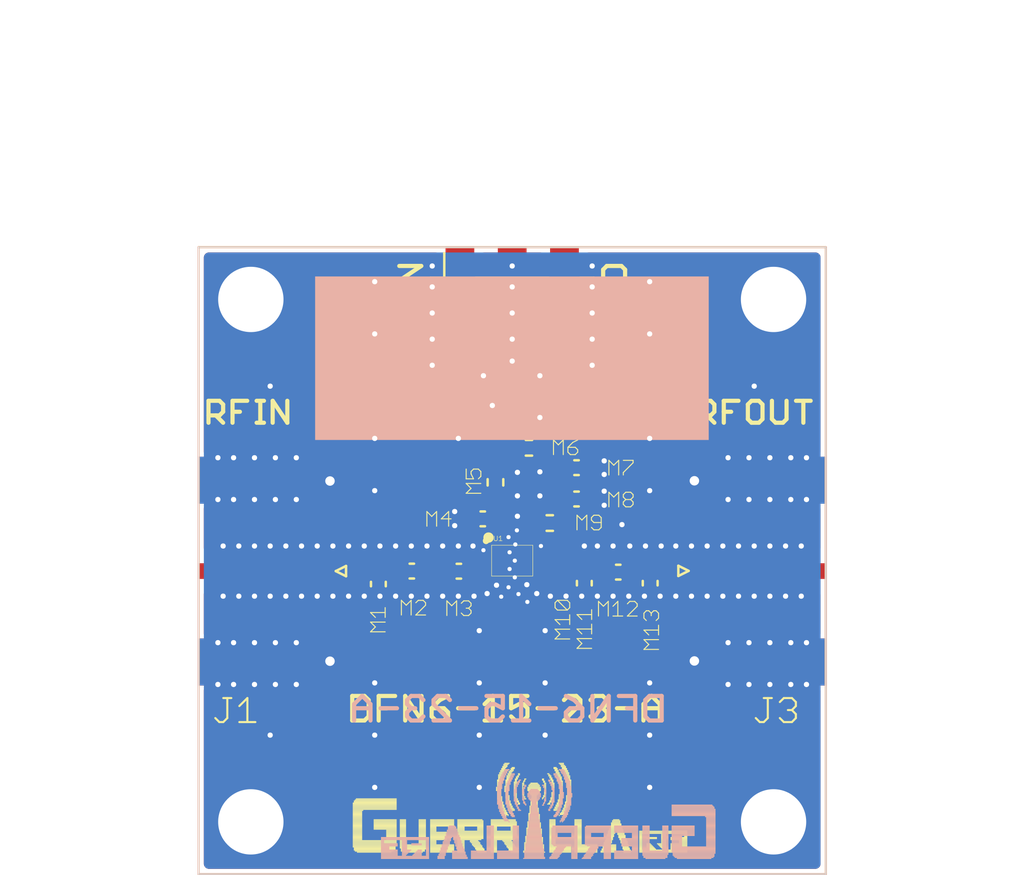
<source format=kicad_pcb>
(kicad_pcb (version 20241229) (generator "pcbnew") (generator_version "9.0")
  (layers (0 "F.Cu" signal) (4 "In1.Cu" signal) (6 "In2.Cu" signal) (2 "B.Cu" signal) (13 "F.Paste" user) (15 "B.Paste" user) (5 "F.SilkS" user "F.Silkscreen") (7 "B.SilkS" user "B.Silkscreen") (1 "F.Mask" user) (3 "B.Mask" user) (25 "Edge.Cuts" user))
  (net 0 "")
  (net 1 "Net-(U$1-VEN)")
  (net 2 "Net-(U$1-RFIN)")
  (net 3 "Net-(U$1-NC_3)")
  (net 4 "GND")
  (net 5 "Net-(U$1-RFOUT{slash}VD)")
  (net 6 "Net-(J1-Pin_1)")
  (net 7 "Net-(J1-Pin_3)")
  (net 8 "Net-(RFIN0-In)")
  (net 9 "Net-(M2-Pad2)")
  (net 10 "Net-(RFOUT0-In)")
  (footprint "Resistor_SMD:R_0402_1005Metric" (layer "F.Cu") (at 141.48 90.2208)
    (property "Reference" "M6" (hide yes))
    (property "Value" "0 Ohm")
  )
  (footprint "Fiducial:Fiducial_0.5mm_Mask1.5mm" (layer "F.Cu") (at 127.9652 83.0072)
    (property "Reference" "FID0" (hide yes))
    (property "Value" "GRF_LOCAL_FIDUCIAL")
  )
  (footprint "Capacitor_SMD:C_0402_1005Metric" (layer "F.Cu") (at 139.236462 93.675199 180)
    (property "Reference" "M4" (hide yes))
    (property "Value" "100pF")
  )
  (footprint "Capacitor_SMD:C_0402_1005Metric" (layer "F.Cu") (at 143.792 91.186)
    (property "Reference" "M7" (hide yes))
    (property "Value" "0.1uF")
  )
  (footprint "Fiducial:Fiducial_0.5mm_Mask1.5mm" (layer "F.Cu") (at 153.3652 108.4072)
    (property "Reference" "U$3" (hide yes))
    (property "Value" "GRF_LOCAL_FIDUCIAL")
  )
  (footprint "Capacitor_SMD:C_0402_1005Metric" (layer "F.Cu") (at 144.1704 96.802 -90)
    (property "Reference" "M11" (hide yes))
    (property "Value" "0.5pF")
  )
  (footprint "Capacitor_SMD:C_0402_1005Metric" (layer "F.Cu") (at 134.162799 96.845059 -90)
    (property "Reference" "M1" (hide yes))
    (property "Value" "0.5pF")
  )
  (footprint "Inductor_SMD:L_0402_1005Metric" (layer "F.Cu") (at 143.167432 95.522507 -90)
    (property "Reference" "M10" (hide yes))
    (property "Value" "220nH WW")
  )
  (footprint "GRF2106:SON50P150X150X50-7N-D" (layer "F.Cu") (at 140.66477 95.709191)
    (property "Reference" "U$1" (hide yes))
    (property "Value" "DFN-6_GENERICUPDATED" (hide yes))
  )
  (footprint "Fiducial:Fiducial_0.5mm_Mask1.5mm" (layer "F.Cu") (at 127.9652 108.458)
    (property "Reference" "U$2" (hide yes))
    (property "Value" "GRF_LOCAL_FIDUCIAL")
  )
  (footprint "Connector_Coaxial:SMA_Molex_73251-1153_EdgeMount_Horizontal" (layer "F.Cu") (at 151.2388 96.204 180)
    (property "Reference" "RFOUT0" (hide yes))
    (property "Value" "SMA-142-0701-801/806")
  )
  (footprint "Connector_PinSocket_2.54mm:PinSocket_1x03_P2.54mm_Vertical_SMD_Pin1Right" (layer "F.Cu") (at 140.6652 83.2876 90)
    (property "Reference" "J1" (hide yes))
    (property "Value" "MOLEX_KK_HEADER_3-PIN_0.100-INCH")
  )
  (footprint "Capacitor_SMD:C_0402_1005Metric" (layer "F.Cu") (at 147.3708 96.802 -90)
    (property "Reference" "M13" (hide yes))
    (property "Value" "0.5pF")
  )
  (footprint "Connector_Coaxial:SMA_Molex_73251-1153_EdgeMount_Horizontal" (layer "F.Cu") (at 130.0916 96.2152)
    (property "Reference" "RFIN0" (hide yes))
    (property "Value" "SMA-142-0701-801/806")
  )
  (footprint "Resistor_SMD:R_0402_1005Metric" (layer "F.Cu") (at 139.8524 91.8992 90)
    (property "Reference" "M5" (hide yes))
    (property "Value" "0 Ohm")
  )
  (footprint "Capacitor_SMD:C_0402_1005Metric" (layer "F.Cu") (at 138.074357 96.221098)
    (property "Reference" "M3" (hide yes))
    (property "Value" "100pF")
  )
  (footprint "Resistor_SMD:R_0402_1005Metric" (layer "F.Cu") (at 142.492 93.8784)
    (property "Reference" "M9" (hide yes))
    (property "Value" "0 Ohm")
  )
  (footprint "Capacitor_SMD:C_0402_1005Metric" (layer "F.Cu") (at 135.7884 96.2152)
    (property "Reference" "M2" (hide yes))
    (property "Value" "100pF")
  )
  (footprint "Fiducial:Fiducial_0.5mm_Mask1.5mm" (layer "F.Cu") (at 153.3652 83.0072)
    (property "Reference" "FID@1" (hide yes))
    (property "Value" "GRF_LOCAL_FIDUCIAL")
  )
  (footprint "Capacitor_SMD:C_0402_1005Metric" (layer "F.Cu") (at 145.8188 96.266 180)
    (property "Reference" "M12" (hide yes))
    (property "Value" "100pF")
  )
  (footprint "Capacitor_SMD:C_0402_1005Metric" (layer "F.Cu") (at 143.792 92.71)
    (property "Reference" "M8" (hide yes))
    (property "Value" "0.1uF")
  )
  (gr_poly (pts (xy 128.49606 91.29014) (xy 128.49606 90.65006) (xy 130.5306 90.65006) (xy 130.53314 90.6526) (xy 130.53314 91.29014)) (fill yes) (layer "F.Cu"))
  (gr_circle (center 130.2512 85.8012) (end 130.7592 85.8012) (fill yes) (layer "F.Cu"))
  (gr_poly (pts (xy 139.06754 95.8342) (xy 138.38174 95.8342) (xy 138.38174 96.5962) (xy 139.06754 96.5962)) (fill yes) (layer "F.Cu") (net 2))
  (gr_circle (center 130.2512 85.8012) (end 130.7592 85.8012) (fill yes) (layer "F.Cu"))
  (gr_poly (pts (xy 144.42186 97.84588) (xy 144.42186 97.7519) (xy 144.55394 97.7519) (xy 144.55394 97.84334) (xy 144.5514 97.84588)) (fill yes) (layer "F.Cu"))
  (gr_poly (pts (xy 129.9972 87.07374) (xy 129.52984 86.8807) (xy 129.1717 86.52256) (xy 128.97866 86.0552) (xy 128.97866 85.5472) (xy 129.1717 85.07984) (xy 129.52984 84.7217) (xy 129.9972 84.52866) (xy 130.5052 84.52866) (xy 130.97256 84.7217) (xy 131.3307 85.07984) (xy 131.52374 85.5472) (xy 131.52374 86.0552) (xy 131.3307 86.52256) (xy 130.97256 86.8807) (xy 130.5052 87.07374)) (fill yes) (layer "F.Cu"))
  (gr_poly (pts (xy 130.5306 99.4918) (xy 125.4506 99.4918) (xy 125.4506 101.7778) (xy 130.5306 101.7778)) (fill yes) (layer "F.Cu"))
  (gr_poly (pts (xy 134.5438 97.15754) (xy 133.7818 97.15754) (xy 133.7818 97.84334) (xy 134.5438 97.84334)) (fill yes) (layer "F.Cu"))
  (gr_poly (pts (xy 150.79726 100.12934) (xy 150.79726 99.4918) (xy 150.7998 99.48926) (xy 152.83434 99.48926) (xy 152.83434 100.12934)) (fill yes) (layer "F.Cu"))
  (gr_poly (pts (xy 143.9037 80.4926) (xy 142.5067 80.4926) (xy 142.5067 86.0806) (xy 143.9037 86.0806)) (fill yes) (layer "F.Cu") (net 7))
  (gr_poly (pts (xy 138.08202 95.38716) (xy 138.0998 95.38716) (xy 138.10488 95.38716) (xy 138.10996 95.38716) (xy 138.12774 95.38208) (xy 138.14298 95.37954) (xy 138.1506 95.377) (xy 138.15314 95.377) (xy 138.15822 95.37446) (xy 138.17092 95.36938) (xy 138.28014 95.32366) (xy 138.78306 95.32366) (xy 138.78814 95.32366) (xy 138.80084 95.32366) (xy 138.88466 95.31858) (xy 138.90244 95.32112) (xy 138.90752 95.32112) (xy 138.91006 95.32366) (xy 138.938 95.32366) (xy 139.04976 95.32366) (xy 139.0523 95.32366) (xy 139.05992 95.32366) (xy 139.15898 95.32112) (xy 139.16152 95.32112) (xy 139.16914 95.32112) (xy 139.17168 95.32112) (xy 139.17676 95.32366) (xy 139.2047 95.32366) (xy 139.20724 95.32366) (xy 139.21232 95.32366) (xy 139.21486 95.32366) (xy 139.23264 95.32112) (xy 139.25296 95.32112) (xy 139.2555 95.31858) (xy 139.26058 95.31858) (xy 139.27836 95.3135) (xy 139.29614 95.30842) (xy 139.29868 95.30588) (xy 139.30376 95.30588) (xy 139.319 95.29826) (xy 139.33678 95.2881) (xy 139.33932 95.28556) (xy 139.34186 95.28556) (xy 139.3571 95.27286) (xy 139.37234 95.2627) (xy 139.37488 95.26016) (xy 139.37742 95.25762) (xy 139.39012 95.24492) (xy 139.40282 95.22968) (xy 139.40536 95.22714) (xy 139.4079 95.2246) (xy 139.41806 95.20936) (xy 139.42822 95.19412) (xy 139.43076 95.18904) (xy 139.4333 95.1865) (xy 139.43838 95.16872) (xy 139.446 95.15348) (xy 139.446 95.1484) (xy 139.44854 95.14332) (xy 139.45362 95.12554) (xy 139.45616 95.10776) (xy 139.45616 95.10522) (xy 139.4587 95.10014) (xy 139.4587 95.0722) (xy 139.4587 94.98838) (xy 139.46886 94.97568) (xy 139.46886 94.9706) (xy 139.4714 94.96552) (xy 139.47902 94.95028) (xy 139.4841 94.9325) (xy 139.4841 94.92742) (xy 139.48664 94.92488) (xy 139.48918 94.9071) (xy 139.49426 94.88932) (xy 139.49426 94.8817) (xy 139.49426 94.87916) (xy 139.49426 94.87408) (xy 139.49426 94.86138) (xy 139.49426 94.54388) (xy 139.49426 94.5261) (xy 139.49172 94.50832) (xy 139.49172 94.50324) (xy 139.49172 94.49816) (xy 139.48664 94.48292) (xy 139.48156 94.46514) (xy 139.48156 94.46006) (xy 139.47902 94.45498) (xy 139.4714 94.43974) (xy 139.46378 94.4245) (xy 139.46124 94.41942) (xy 139.4587 94.41434) (xy 139.44854 94.40164) (xy 139.44092 94.3864) (xy 139.43584 94.38132) (xy 139.4333 94.37878) (xy 139.43076 94.37624) (xy 139.4206 94.36608) (xy 139.23264 94.17558) (xy 139.21486 94.16034) (xy 139.19708 94.14764) (xy 139.17676 94.13494) (xy 139.15898 94.12478) (xy 139.13612 94.11716) (xy 139.1158 94.10954) (xy 139.09294 94.107) (xy 139.07262 94.10192) (xy 139.04976 94.10446) (xy 139.0269 94.10446) (xy 139.00658 94.107) (xy 138.98372 94.11208) (xy 138.98118 94.11208) (xy 138.95578 94.12224) (xy 138.94308 94.12732) (xy 138.84402 94.12732) (xy 138.84402 93.6752) (xy 138.84402 93.22308) (xy 138.92022 93.22308) (xy 138.92276 93.22308) (xy 138.92784 93.22308) (xy 138.94562 93.22054) (xy 138.9634 93.22054) (xy 138.96848 93.218) (xy 138.97356 93.218) (xy 138.99134 93.21292) (xy 139.00658 93.20784) (xy 139.01166 93.2053) (xy 139.01674 93.2053) (xy 139.03198 93.19514) (xy 139.04722 93.18752) (xy 139.0523 93.18498) (xy 139.05484 93.18498) (xy 139.07008 93.17228) (xy 139.08532 93.16212) (xy 139.08786 93.15958) (xy 139.0904 93.15704) (xy 139.1031 93.1418) (xy 139.1158 93.1291) (xy 139.11834 93.12656) (xy 139.12088 93.12402) (xy 139.13104 93.10878) (xy 139.1412 93.09354) (xy 139.14374 93.08846) (xy 139.14374 93.08592) (xy 139.15136 93.06814) (xy 139.15898 93.05036) (xy 139.15898 93.04782) (xy 139.16152 93.04274) (xy 139.16406 93.02496) (xy 139.16914 93.00718) (xy 139.16914 93.00464) (xy 139.16914 92.99956) (xy 139.17168 92.97162) (xy 139.17168 92.06484) (xy 139.18692 92.0496) (xy 139.18946 92.04706) (xy 139.19454 92.04452) (xy 139.2047 92.02928) (xy 139.2174 92.01658) (xy 139.2174 92.0115) (xy 139.21994 92.00896) (xy 139.2301 91.99372) (xy 139.23772 91.97594) (xy 139.24026 91.9734) (xy 139.2428 91.96832) (xy 139.24788 91.95054) (xy 139.25296 91.9353) (xy 139.2555 91.93022) (xy 139.2555 91.92514) (xy 139.25804 91.90736) (xy 139.26058 91.88958) (xy 139.26058 91.88704) (xy 139.26058 91.88196) (xy 139.26058 91.86418) (xy 139.26058 91.8464) (xy 139.25804 91.84132) (xy 139.25804 91.83624) (xy 139.2555 91.81846) (xy 139.25042 91.80068) (xy 139.25042 91.79814) (xy 139.24788 91.79306) (xy 139.2428 91.77528) (xy 139.23518 91.76004) (xy 139.23264 91.75496) (xy 139.2301 91.75242) (xy 139.21994 91.73718) (xy 139.21232 91.72194) (xy 139.20978 91.71686) (xy 139.20724 91.71432) (xy 139.18692 91.694) (xy 139.17168 91.67876) (xy 139.17168 90.76436) (xy 139.1793 90.75674) (xy 139.18946 90.74404) (xy 139.192 90.73896) (xy 139.19708 90.73642) (xy 139.2047 90.72118) (xy 139.21486 90.70594) (xy 139.21486 90.70086) (xy 139.2174 90.69832) (xy 139.22502 90.68054) (xy 139.2301 90.6653) (xy 139.2301 90.66022) (xy 139.23264 90.65514) (xy 139.23518 90.63736) (xy 139.24026 90.61958) (xy 139.24026 90.6145) (xy 139.24026 90.60942) (xy 139.24026 90.60688) (xy 139.24026 90.59164) (xy 139.24026 90.2081) (xy 139.24026 90.19032) (xy 139.23772 90.17254) (xy 139.23772 90.16746) (xy 139.23772 90.16238) (xy 139.23264 90.14714) (xy 139.22756 90.12936) (xy 139.22756 90.12428) (xy 139.22502 90.1192) (xy 139.2174 90.10396) (xy 139.20978 90.08872) (xy 139.20724 90.08364) (xy 139.2047 90.07856) (xy 139.19454 90.06586) (xy 139.18692 90.05062) (xy 139.18184 90.04554) (xy 139.1793 90.043) (xy 139.17676 90.04046) (xy 139.1666 90.0303) (xy 137.58418 88.44788) (xy 137.48766 88.2142) (xy 137.48766 86.5886) (xy 137.48766 86.58352) (xy 137.48766 86.58098) (xy 137.48512 86.5632) (xy 137.48512 86.54288) (xy 137.48258 86.54034) (xy 137.48258 86.53526) (xy 137.4775 86.51748) (xy 137.47242 86.4997) (xy 137.46988 86.49716) (xy 137.46988 86.49208) (xy 137.46226 86.47684) (xy 137.4521 86.45906) (xy 137.44956 86.45652) (xy 137.44956 86.45398) (xy 137.43686 86.43874) (xy 137.4267 86.4235) (xy 137.42416 86.42096) (xy 137.42162 86.41842) (xy 137.40892 86.40572) (xy 137.39368 86.39302) (xy 137.39114 86.39048) (xy 137.3886 86.38794) (xy 137.37336 86.37778) (xy 137.35812 86.36762) (xy 137.35304 86.36508) (xy 137.3505 86.36254) (xy 137.34542 86.36254) (xy 137.17016 86.18728) (xy 137.17016 80.9752) (xy 137.17016 80.97012) (xy 137.17016 80.96758) (xy 137.16762 80.9498) (xy 137.16762 80.92948) (xy 137.16508 80.92694) (xy 137.16508 80.92186) (xy 137.16 80.90408) (xy 137.15492 80.8863) (xy 137.15238 80.88376) (xy 137.15238 80.87868) (xy 137.14476 80.86344) (xy 137.1346 80.84566) (xy 137.13206 80.84312) (xy 137.13206 80.84058) (xy 137.11936 80.82534) (xy 137.1092 80.8101) (xy 137.10666 80.80756) (xy 137.10412 80.80502) (xy 137.09142 80.79232) (xy 137.07618 80.77962) (xy 137.07364 80.77708) (xy 137.0711 80.77454) (xy 137.05586 80.76438) (xy 137.04062 80.75422) (xy 137.03554 80.75168) (xy 137.033 80.74914) (xy 137.01522 80.74406) (xy 136.99998 80.73644) (xy 136.9949 80.73644) (xy 136.98982 80.7339) (xy 136.97204 80.72882) (xy 136.95426 80.72628) (xy 136.95172 80.72628) (xy 136.94664 80.72374) (xy 136.9187 80.72374) (xy 125.9332 80.72374) (xy 125.92812 80.72374) (xy 125.92558 80.72374) (xy 125.9078 80.72628) (xy 125.88748 80.72628) (xy 125.88494 80.72882) (xy 125.87986 80.72882) (xy 125.86208 80.7339) (xy 125.8443 80.73898) (xy 125.84176 80.74152) (xy 125.83668 80.74152) (xy 125.82144 80.74914) (xy 125.80366 80.7593) (xy 125.80112 80.76184) (xy 125.79858 80.76184) (xy 125.78334 80.77454) (xy 125.7681 80.7847) (xy 125.76556 80.78724) (xy 125.76302 80.78978) (xy 125.75032 80.80248) (xy 125.73762 80.81772) (xy 125.73508 80.82026) (xy 125.73254 80.8228) (xy 125.72238 80.83804) (xy 125.71222 80.85328) (xy 125.70968 80.85836) (xy 125.70714 80.8609) (xy 125.70206 80.87868) (xy 125.69444 80.89392) (xy 125.69444 80.899) (xy 125.6919 80.90408) (xy 125.68682 80.92186) (xy 125.68428 80.93964) (xy 125.68428 80.94218) (xy 125.68174 80.94726) (xy 125.68174 80.9752) (xy 125.68174 90.3986) (xy 125.68174 90.40368) (xy 125.68174 90.40622) (xy 125.68428 90.424) (xy 125.68428 90.44432) (xy 125.68682 90.44686) (xy 125.68682 90.45194) (xy 125.6919 90.46972) (xy 125.69698 90.4875) (xy 125.69952 90.49004) (xy 125.69952 90.49512) (xy 125.70714 90.51036) (xy 125.7173 90.52814) (xy 125.71984 90.53068) (xy 125.71984 90.53322) (xy 125.73254 90.54846) (xy 125.7427 90.5637) (xy 125.74524 90.56624) (xy 125.74778 90.56878) (xy 125.76048 90.58148) (xy 125.77572 90.59418) (xy 125.77826 90.59672) (xy 125.7808 90.59926) (xy 125.79604 90.60942) (xy 125.81128 90.61958) (xy 125.81636 90.62212) (xy 125.8189 90.62466) (xy 125.83668 90.62974) (xy 125.85192 90.63736) (xy 125.857 90.63736) (xy 125.86208 90.6399) (xy 125.87986 90.64498) (xy 125.89764 90.64752) (xy 125.90018 90.64752) (xy 125.90526 90.65006) (xy 125.9332 90.65006) (xy 127.48514 90.65006) (xy 127.48514 91.5416) (xy 127.48514 91.54668) (xy 127.48514 91.54922) (xy 127.48768 91.567) (xy 127.48768 91.58732) (xy 127.49022 91.58986) (xy 127.49022 91.59494) (xy 127.4953 91.61272) (xy 127.50038 91.6305) (xy 127.50292 91.63304) (xy 127.50292 91.63812) (xy 127.51054 91.65336) (xy 127.5207 91.67114) (xy 127.52324 91.67368) (xy 127.52324 91.67622) (xy 127.53594 91.69146) (xy 127.5461 91.7067) (xy 127.54864 91.70924) (xy 127.55118 91.71178) (xy 127.56388 91.72448) (xy 127.57912 91.73718) (xy 127.58166 91.73972) (xy 127.5842 91.74226) (xy 127.59944 91.75242) (xy 127.61468 91.76258) (xy 127.61976 91.76512) (xy 127.6223 91.76766) (xy 127.64008 91.77274) (xy 127.65532 91.78036) (xy 127.6604 91.78036) (xy 127.66548 91.7829) (xy 127.68326 91.78798) (xy 127.70104 91.79052) (xy 127.70358 91.79052) (xy 127.70866 91.79306) (xy 127.7366 91.79306) (xy 127.99314 91.79306) (xy 127.99314 91.79814) (xy 127.7366 91.79814) (xy 127.73152 91.79814) (xy 127.72898 91.79814) (xy 127.7112 91.80068) (xy 127.69088 91.80068) (xy 127.68834 91.80322) (xy 127.68326 91.80322) (xy 127.66548 91.8083) (xy 127.6477 91.81338) (xy 127.64516 91.81592) (xy 127.64008 91.81592) (xy 127.62484 91.82354) (xy 127.60706 91.8337) (xy 127.60452 91.83624) (xy 127.60198 91.83624) (xy 127.58674 91.84894) (xy 127.5715 91.8591) (xy 127.56896 91.86164) (xy 127.56642 91.86418) (xy 127.55372 91.87688) (xy 127.54102 91.89212) (xy 127.53848 91.89466) (xy 127.53594 91.8972) (xy 127.52578 91.91244) (xy 127.51562 91.92768) (xy 127.51308 91.93276) (xy 127.51054 91.9353) (xy 127.50546 91.95308) (xy 127.49784 91.96832) (xy 127.49784 91.9734) (xy 127.4953 91.97848) (xy 127.49022 91.99626) (xy 127.48768 92.01404) (xy 127.48768 92.01658) (xy 127.48514 92.02166) (xy 127.48514 92.0496) (xy 127.48514 92.94114) (xy 125.9332 92.94114) (xy 125.92812 92.94114) (xy 125.92558 92.94114) (xy 125.9078 92.94368) (xy 125.88748 92.94368) (xy 125.88494 92.94622) (xy 125.87986 92.94622) (xy 125.86208 92.9513) (xy 125.8443 92.95638) (xy 125.84176 92.95892) (xy 125.83668 92.95892) (xy 125.82144 92.96654) (xy 125.80366 92.9767) (xy 125.80112 92.97924) (xy 125.79858 92.97924) (xy 125.78334 92.99194) (xy 125.7681 93.0021) (xy 125.76556 93.00464) (xy 125.76302 93.00718) (xy 125.75032 93.01988) (xy 125.73762 93.03512) (xy 125.73508 93.03766) (xy 125.73254 93.0402) (xy 125.72238 93.05544) (xy 125.71222 93.07068) (xy 125.70968 93.07576) (xy 125.70714 93.0783) (xy 125.70206 93.09608) (xy 125.69444 93.11132) (xy 125.69444 93.1164) (xy 125.6919 93.12148) (xy 125.68682 93.13926) (xy 125.68428 93.15704) (xy 125.68428 93.15958) (xy 125.68174 93.16466) (xy 125.68174 93.1926) (xy 125.68174 95.0722) (xy 125.68174 95.07728) (xy 125.68174 95.07982) (xy 125.68428 95.0976) (xy 125.68428 95.11792) (xy 125.68682 95.12046) (xy 125.68682 95.12554) (xy 125.6919 95.14332) (xy 125.69698 95.1611) (xy 125.69952 95.16364) (xy 125.69952 95.16872) (xy 125.70714 95.18396) (xy 125.7173 95.20174) (xy 125.71984 95.20428) (xy 125.71984 95.20682) (xy 125.73254 95.22206) (xy 125.7427 95.2373) (xy 125.74524 95.23984) (xy 125.74778 95.24238) (xy 125.76048 95.25508) (xy 125.77572 95.26778) (xy 125.77826 95.27032) (xy 125.7808 95.27286) (xy 125.79604 95.28302) (xy 125.81128 95.29318) (xy 125.81636 95.29572) (xy 125.8189 95.29826) (xy 125.83668 95.30334) (xy 125.85192 95.31096) (xy 125.857 95.31096) (xy 125.86208 95.3135) (xy 125.87986 95.31858) (xy 125.89764 95.32112) (xy 125.90018 95.32112) (xy 125.90526 95.32366) (xy 125.9332 95.32366) (xy 135.60806 95.32366) (xy 135.71728 95.36938) (xy 135.73506 95.37446) (xy 135.7503 95.37954) (xy 135.75538 95.38208) (xy 135.76046 95.38208) (xy 135.77824 95.38462) (xy 135.79348 95.38716) (xy 135.79856 95.38716) (xy 135.80364 95.3897) (xy 135.82142 95.38716) (xy 135.8392 95.38716) (xy 135.84428 95.38716) (xy 135.84936 95.38716) (xy 135.86714 95.38208) (xy 135.88238 95.37954) (xy 135.89 95.377) (xy 135.89254 95.377) (xy 135.89762 95.37446) (xy 135.91032 95.36938) (xy 136.01954 95.32366) (xy 137.86866 95.32366) (xy 137.97788 95.36938) (xy 137.99566 95.37446) (xy 138.0109 95.37954) (xy 138.01598 95.38208) (xy 138.02106 95.38208) (xy 138.03884 95.38462) (xy 138.05408 95.38716) (xy 138.05916 95.38716) (xy 138.06424 95.3897)) (fill yes) (layer "F.Cu"))
  (gr_poly (pts (xy 144.78964 90.736) (xy 144.08964 90.736) (xy 144.08964 91.636) (xy 144.78964 91.636)) (fill yes) (layer "F.Cu"))
  (gr_poly (pts (xy 144.6657 93.16212) (xy 144.6657 92.96146) (xy 144.76476 92.96146) (xy 144.76476 93.15958) (xy 144.76476 93.16212)) (fill yes) (layer "F.Cu"))
  (gr_poly (pts (xy 140.3278 92.17204) (xy 139.4278 92.17204) (xy 139.4278 92.87204) (xy 140.3278 92.87204)) (fill yes) (layer "F.Cu"))
  (gr_poly (pts (xy 133.7818 97.84588) (xy 133.77926 97.84334) (xy 133.77926 97.7519) (xy 133.91134 97.7519) (xy 133.91134 97.84588)) (fill yes) (layer "F.Cu"))
  (gr_poly (pts (xy 136.80694 95.8342) (xy 136.12114 95.8342) (xy 136.12114 96.5962) (xy 136.80694 96.5962)) (fill yes) (layer "F.Cu") (net 9))
  (gr_poly (pts (xy 143.48916 90.736) (xy 142.78916 90.736) (xy 142.78916 91.636) (xy 143.48916 91.636)) (fill yes) (layer "F.Cu") (net 7))
  (gr_poly (pts (xy 140.1159 95.10682) (xy 139.7159 95.10682) (xy 139.7159 95.30682) (xy 140.1159 95.30682)) (fill yes) (layer "F.Cu"))
  (gr_poly (pts (xy 140.1159 96.10758) (xy 139.7159 96.10758) (xy 139.7159 96.30758) (xy 140.1159 96.30758)) (fill yes) (layer "F.Cu") (net 2))
  (gr_poly (pts (xy 142.16836 93.403) (xy 141.46836 93.403) (xy 141.46836 94.303) (xy 142.16836 94.303)) (fill yes) (layer "F.Cu"))
  (gr_poly (pts (xy 134.41426 97.84588) (xy 134.41426 97.7519) (xy 134.54634 97.7519) (xy 134.54634 97.84334) (xy 134.5438 97.84588)) (fill yes) (layer "F.Cu"))
  (gr_poly (pts (xy 141.20316 89.7454) (xy 140.50316 89.7454) (xy 140.50316 90.6454) (xy 141.20316 90.6454)) (fill yes) (layer "F.Cu") (net 6))
  (gr_poly (pts (xy 144.5514 95.85706) (xy 143.7894 95.85706) (xy 143.7894 96.54286) (xy 144.5514 96.54286)) (fill yes) (layer "F.Cu") (net 5))
  (gr_poly (pts (xy 140.9652 95.1572) (xy 140.3652 95.1572) (xy 140.3652 96.2572) (xy 140.9652 96.2572)) (fill yes) (layer "F.Cu"))
  (gr_poly (pts (xy 137.76706 95.8342) (xy 137.08126 95.8342) (xy 137.08126 96.5962) (xy 137.76706 96.5962)) (fill yes) (layer "F.Cu") (net 9))
  (gr_poly (pts (xy 147.7264 97.15754) (xy 146.9644 97.15754) (xy 146.9644 97.84334) (xy 147.7264 97.84334)) (fill yes) (layer "F.Cu"))
  (gr_poly (pts (xy 138.24204 93.42374) (xy 138.24204 93.22562) (xy 138.24204 93.22308) (xy 138.3411 93.22308) (xy 138.3411 93.42374)) (fill yes) (layer "F.Cu"))
  (gr_poly (pts (xy 140.1159 95.6072) (xy 139.7159 95.6072) (xy 139.7159 95.8072) (xy 140.1159 95.8072)) (fill yes) (layer "F.Cu"))
  (gr_poly (pts (xy 143.46884 93.403) (xy 142.76884 93.403) (xy 142.76884 94.303) (xy 143.46884 94.303)) (fill yes) (layer "F.Cu") (net 7))
  (gr_poly (pts (xy 155.8798 99.4918) (xy 150.7998 99.4918) (xy 150.7998 101.7778) (xy 155.8798 101.7778)) (fill yes) (layer "F.Cu"))
  (gr_poly (pts (xy 144.5514 97.15754) (xy 143.7894 97.15754) (xy 143.7894 97.84334) (xy 144.5514 97.84334)) (fill yes) (layer "F.Cu"))
  (gr_poly (pts (xy 135.50646 95.8342) (xy 134.82066 95.8342) (xy 134.82066 96.5962) (xy 135.50646 96.5962)) (fill yes) (layer "F.Cu"))
  (gr_poly (pts (xy 155.40228 110.69066) (xy 155.40482 110.69066) (xy 155.4226 110.68812) (xy 155.44292 110.68812) (xy 155.44546 110.68558) (xy 155.45054 110.68558) (xy 155.46832 110.6805) (xy 155.4861 110.67542) (xy 155.48864 110.67288) (xy 155.49372 110.67288) (xy 155.50896 110.66526) (xy 155.52674 110.6551) (xy 155.52928 110.65256) (xy 155.53182 110.65256) (xy 155.54706 110.63986) (xy 155.5623 110.6297) (xy 155.56484 110.62716) (xy 155.56738 110.62462) (xy 155.58008 110.61192) (xy 155.59278 110.59668) (xy 155.59532 110.59414) (xy 155.59786 110.5916) (xy 155.60802 110.57636) (xy 155.61818 110.56112) (xy 155.62072 110.55604) (xy 155.62326 110.5535) (xy 155.62834 110.53572) (xy 155.63596 110.52048) (xy 155.63596 110.5154) (xy 155.6385 110.51032) (xy 155.64358 110.49254) (xy 155.64612 110.47476) (xy 155.64612 110.47222) (xy 155.64866 110.46714) (xy 155.64866 110.4392) (xy 155.64866 102.0318) (xy 155.64866 102.02672) (xy 155.64866 102.02418) (xy 155.64612 102.0064) (xy 155.64612 101.98608) (xy 155.64358 101.98354) (xy 155.64358 101.97846) (xy 155.6385 101.96068) (xy 155.63342 101.9429) (xy 155.63088 101.94036) (xy 155.63088 101.93528) (xy 155.62326 101.92004) (xy 155.6131 101.90226) (xy 155.61056 101.89972) (xy 155.61056 101.89718) (xy 155.59786 101.88194) (xy 155.5877 101.8667) (xy 155.58516 101.86416) (xy 155.58262 101.86162) (xy 155.56992 101.84892) (xy 155.55468 101.83622) (xy 155.55214 101.83368) (xy 155.5496 101.83114) (xy 155.53436 101.82098) (xy 155.51912 101.81082) (xy 155.51404 101.80828) (xy 155.5115 101.80574) (xy 155.49372 101.80066) (xy 155.47848 101.79304) (xy 155.4734 101.79304) (xy 155.46832 101.7905) (xy 155.45054 101.78542) (xy 155.43276 101.78288) (xy 155.43022 101.78288) (xy 155.42514 101.78034) (xy 155.3972 101.78034) (xy 153.84526 101.78034) (xy 153.84526 100.8888) (xy 153.84526 100.88372) (xy 153.84526 100.88118) (xy 153.84272 100.8634) (xy 153.84272 100.84308) (xy 153.84018 100.84054) (xy 153.84018 100.83546) (xy 153.8351 100.81768) (xy 153.83002 100.7999) (xy 153.82748 100.79736) (xy 153.82748 100.79228) (xy 153.81986 100.77704) (xy 153.8097 100.75926) (xy 153.80716 100.75672) (xy 153.80716 100.75418) (xy 153.79446 100.73894) (xy 153.7843 100.7237) (xy 153.78176 100.72116) (xy 153.77922 100.71862) (xy 153.76652 100.70592) (xy 153.75128 100.69322) (xy 153.74874 100.69068) (xy 153.7462 100.68814) (xy 153.73096 100.67798) (xy 153.71572 100.66782) (xy 153.71064 100.66528) (xy 153.7081 100.66274) (xy 153.69032 100.65766) (xy 153.67508 100.65004) (xy 153.67 100.65004) (xy 153.66492 100.6475) (xy 153.64714 100.64242) (xy 153.62936 100.63988) (xy 153.62682 100.63988) (xy 153.62174 100.63734) (xy 153.5938 100.63734) (xy 153.33726 100.63734) (xy 153.33726 100.63226) (xy 153.5938 100.63226) (xy 153.59888 100.63226) (xy 153.60142 100.63226) (xy 153.6192 100.62972) (xy 153.63952 100.62972) (xy 153.64206 100.62718) (xy 153.64714 100.62718) (xy 153.66492 100.6221) (xy 153.6827 100.61702) (xy 153.68524 100.61448) (xy 153.69032 100.61448) (xy 153.70556 100.60686) (xy 153.72334 100.5967) (xy 153.72588 100.59416) (xy 153.72842 100.59416) (xy 153.74366 100.58146) (xy 153.7589 100.5713) (xy 153.76144 100.56876) (xy 153.76398 100.56622) (xy 153.77668 100.55352) (xy 153.78938 100.53828) (xy 153.79192 100.53574) (xy 153.79446 100.5332) (xy 153.80462 100.51796) (xy 153.81478 100.50272) (xy 153.81732 100.49764) (xy 153.81986 100.4951) (xy 153.82494 100.47732) (xy 153.83256 100.46208) (xy 153.83256 100.457) (xy 153.8351 100.45192) (xy 153.84018 100.43414) (xy 153.84272 100.41636) (xy 153.84272 100.41382) (xy 153.84526 100.40874) (xy 153.84526 100.3808) (xy 153.84526 99.48926) (xy 155.3972 99.48926) (xy 155.40228 99.48926) (xy 155.40482 99.48926) (xy 155.4226 99.48672) (xy 155.44292 99.48672) (xy 155.44546 99.48418) (xy 155.45054 99.48418) (xy 155.46832 99.4791) (xy 155.4861 99.47402) (xy 155.48864 99.47148) (xy 155.49372 99.47148) (xy 155.50896 99.46386) (xy 155.52674 99.4537) (xy 155.52928 99.45116) (xy 155.53182 99.45116) (xy 155.54706 99.43846) (xy 155.5623 99.4283) (xy 155.56484 99.42576) (xy 155.56738 99.42322) (xy 155.58008 99.41052) (xy 155.59278 99.39528) (xy 155.59532 99.39274) (xy 155.59786 99.3902) (xy 155.60802 99.37496) (xy 155.61818 99.35972) (xy 155.62072 99.35464) (xy 155.62326 99.3521) (xy 155.62834 99.33432) (xy 155.63596 99.31908) (xy 155.63596 99.314) (xy 155.6385 99.30892) (xy 155.64358 99.29114) (xy 155.64612 99.27336) (xy 155.64612 99.27082) (xy 155.64866 99.26574) (xy 155.64866 99.2378) (xy 155.64866 97.3582) (xy 155.64866 97.35312) (xy 155.64866 97.35058) (xy 155.64612 97.3328) (xy 155.64612 97.31248) (xy 155.64358 97.30994) (xy 155.64358 97.30486) (xy 155.6385 97.28708) (xy 155.63342 97.2693) (xy 155.63088 97.26676) (xy 155.63088 97.26168) (xy 155.62326 97.24644) (xy 155.6131 97.22866) (xy 155.61056 97.22612) (xy 155.61056 97.22358) (xy 155.59786 97.20834) (xy 155.5877 97.1931) (xy 155.58516 97.19056) (xy 155.58262 97.18802) (xy 155.56992 97.17532) (xy 155.55468 97.16262) (xy 155.55214 97.16008) (xy 155.5496 97.15754) (xy 155.53436 97.14738) (xy 155.51912 97.13722) (xy 155.51404 97.13468) (xy 155.5115 97.13214) (xy 155.49372 97.12706) (xy 155.47848 97.11944) (xy 155.4734 97.11944) (xy 155.46832 97.1169) (xy 155.45054 97.11182) (xy 155.43276 97.10928) (xy 155.43022 97.10928) (xy 155.42514 97.10674) (xy 155.3972 97.10674) (xy 147.9804 97.10674) (xy 147.97532 97.10674) (xy 147.97278 97.10674) (xy 147.955 97.10928) (xy 147.93468 97.10928) (xy 147.93214 97.11182) (xy 147.92706 97.11182) (xy 147.90928 97.1169) (xy 147.8915 97.12198) (xy 147.88896 97.12452) (xy 147.88388 97.12452) (xy 147.86864 97.13214) (xy 147.85086 97.1423) (xy 147.84832 97.14484) (xy 147.84578 97.14484) (xy 147.83054 97.15754) (xy 147.8153 97.1677) (xy 147.81276 97.17024) (xy 147.81022 97.17278) (xy 147.79752 97.18548) (xy 147.78482 97.20072) (xy 147.78228 97.20326) (xy 147.77974 97.2058) (xy 147.76958 97.22104) (xy 147.75942 97.23628) (xy 147.75688 97.24136) (xy 147.75434 97.2439) (xy 147.75434 97.24898) (xy 147.57146 97.24898) (xy 147.57146 97.24644) (xy 147.5613 97.22866) (xy 147.55876 97.22612) (xy 147.55876 97.22358) (xy 147.54606 97.20834) (xy 147.5359 97.1931) (xy 147.53336 97.19056) (xy 147.53082 97.18802) (xy 147.51812 97.17532) (xy 147.50288 97.16262) (xy 147.50034 97.16008) (xy 147.4978 97.15754) (xy 147.48256 97.14738) (xy 147.46732 97.13722) (xy 147.46224 97.13468) (xy 147.4597 97.13214) (xy 147.44192 97.12706) (xy 147.42668 97.11944) (xy 147.4216 97.11944) (xy 147.41652 97.1169) (xy 147.39874 97.11182) (xy 147.38096 97.10928) (xy 147.37842 97.10928) (xy 147.37334 97.10674) (xy 147.3454 97.10674) (xy 147.34032 97.10674) (xy 147.33778 97.10674) (xy 147.32 97.10928) (xy 147.29968 97.10928) (xy 147.29714 97.11182) (xy 147.29206 97.11182) (xy 147.27428 97.1169) (xy 147.2565 97.12198) (xy 147.25396 97.12452) (xy 147.24888 97.12452) (xy 147.23364 97.13214) (xy 147.21586 97.1423) (xy 147.21332 97.14484) (xy 147.21078 97.14484) (xy 147.19554 97.15754) (xy 147.1803 97.1677) (xy 147.17776 97.17024) (xy 147.17522 97.17278) (xy 147.16252 97.18548) (xy 147.14982 97.20072) (xy 147.14728 97.20326) (xy 147.14474 97.2058) (xy 147.13458 97.22104) (xy 147.12442 97.23628) (xy 147.12188 97.24136) (xy 147.11934 97.2439) (xy 147.11934 97.24898) (xy 146.93646 97.24898) (xy 146.93646 97.24644) (xy 146.9263 97.22866) (xy 146.92376 97.22612) (xy 146.92376 97.22358) (xy 146.91106 97.20834) (xy 146.9009 97.1931) (xy 146.89836 97.19056) (xy 146.89582 97.18802) (xy 146.88312 97.17532) (xy 146.86788 97.16262) (xy 146.86534 97.16008) (xy 146.8628 97.15754) (xy 146.84756 97.14738) (xy 146.83232 97.13722) (xy 146.82724 97.13468) (xy 146.8247 97.13214) (xy 146.80692 97.12706) (xy 146.79168 97.11944) (xy 146.7866 97.11944) (xy 146.78152 97.1169) (xy 146.76374 97.11182) (xy 146.74596 97.10928) (xy 146.74342 97.10928) (xy 146.73834 97.10674) (xy 146.7104 97.10674) (xy 145.95094 97.10674) (xy 145.84172 97.06102) (xy 145.82394 97.05594) (xy 145.8087 97.05086) (xy 145.80362 97.04832) (xy 145.79854 97.04832) (xy 145.78076 97.04578) (xy 145.76552 97.04324) (xy 145.76044 97.04324) (xy 145.75536 97.0407) (xy 145.73758 97.04324) (xy 145.7198 97.04324) (xy 145.71472 97.04324) (xy 145.70964 97.04324) (xy 145.69186 97.04832) (xy 145.67662 97.05086) (xy 145.669 97.0534) (xy 145.66646 97.0534) (xy 145.66138 97.05594) (xy 145.64868 97.06102) (xy 145.53946 97.10674) (xy 144.8054 97.10674) (xy 144.80032 97.10674) (xy 144.79778 97.10674) (xy 144.78 97.10928) (xy 144.75968 97.10928) (xy 144.75714 97.11182) (xy 144.75206 97.11182) (xy 144.73428 97.1169) (xy 144.7165 97.12198) (xy 144.71396 97.12452) (xy 144.70888 97.12452) (xy 144.69364 97.13214) (xy 144.67586 97.1423) (xy 144.67332 97.14484) (xy 144.67078 97.14484) (xy 144.65554 97.15754) (xy 144.6403 97.1677) (xy 144.63776 97.17024) (xy 144.63522 97.17278) (xy 144.62252 97.18548) (xy 144.60982 97.20072) (xy 144.60728 97.20326) (xy 144.60474 97.2058) (xy 144.59458 97.22104) (xy 144.58442 97.23628) (xy 144.58188 97.24136) (xy 144.57934 97.2439) (xy 144.57934 97.24898) (xy 144.1704 97.24898) (xy 143.76146 97.24898) (xy 143.76146 97.24644) (xy 143.7513 97.22866) (xy 143.74876 97.22612) (xy 143.74876 97.22358) (xy 143.73606 97.20834) (xy 143.7259 97.1931) (xy 143.72336 97.19056) (xy 143.72082 97.18802) (xy 143.70812 97.17532) (xy 143.69288 97.16262) (xy 143.69034 97.16008) (xy 143.6878 97.15754) (xy 143.67256 97.14738) (xy 143.65732 97.13722) (xy 143.65224 97.13468) (xy 143.6497 97.13214) (xy 143.63192 97.12706) (xy 143.61668 97.11944) (xy 143.6116 97.11944) (xy 143.60652 97.1169) (xy 143.58874 97.11182) (xy 143.57096 97.10928) (xy 143.56842 97.10928) (xy 143.56334 97.10674) (xy 143.5354 97.10674) (xy 142.28064 97.10674) (xy 142.2781 97.10674) (xy 142.27048 97.10674) (xy 142.17142 97.10928) (xy 142.16888 97.10928) (xy 142.0749 97.07118) (xy 142.07236 97.07118) (xy 142.06474 97.06864) (xy 142.03934 97.05848) (xy 142.03172 97.05594) (xy 142.02664 97.0534) (xy 142.01902 97.05086) (xy 142.01648 97.05086) (xy 142.0114 97.04832) (xy 141.42466 96.83242) (xy 141.41958 96.83242) (xy 141.4145 96.82988) (xy 141.39926 96.8248) (xy 141.38148 96.82226) (xy 141.3764 96.81972) (xy 141.37132 96.81972) (xy 141.34338 96.81718) (xy 141.3383 96.81718) (xy 141.33576 96.81718) (xy 141.33322 96.81718) (xy 141.11478 96.81718) (xy 140.92682 96.73844) (xy 140.843 96.65716) (xy 140.84046 96.65462) (xy 140.83792 96.64954) (xy 140.82268 96.63938) (xy 140.80998 96.62668) (xy 140.8049 96.62668) (xy 140.80236 96.62414) (xy 140.78712 96.61398) (xy 140.76934 96.60636) (xy 140.7668 96.60382) (xy 140.76172 96.60128) (xy 140.74394 96.5962) (xy 140.7287 96.59112) (xy 140.72362 96.59112) (xy 140.71854 96.58858) (xy 140.70076 96.58604) (xy 140.68298 96.5835) (xy 140.68044 96.5835) (xy 140.67536 96.5835) (xy 140.65758 96.5835) (xy 140.6398 96.5835) (xy 140.63472 96.58604) (xy 140.62964 96.58604) (xy 140.61186 96.58858) (xy 140.59408 96.59366) (xy 140.59154 96.59366) (xy 140.58646 96.5962) (xy 140.56868 96.60128) (xy 140.55344 96.6089) (xy 140.54836 96.61144) (xy 140.54582 96.61398) (xy 140.53058 96.62414) (xy 140.51534 96.63176) (xy 140.51026 96.6343) (xy 140.50772 96.63684) (xy 140.4874 96.65716) (xy 140.40358 96.73844) (xy 140.21562 96.81718) (xy 139.9921 96.81718) (xy 139.98448 96.81718) (xy 139.97686 96.81718) (xy 139.96416 96.81972) (xy 139.94892 96.82226) (xy 139.9413 96.82226) (xy 139.93368 96.8248) (xy 139.90574 96.83242) (xy 139.32154 97.04832) (xy 139.31646 97.04832) (xy 139.31138 97.05086) (xy 139.30122 97.05594) (xy 139.29106 97.05848) (xy 139.26566 97.06864) (xy 139.26058 97.06864) (xy 139.2555 97.07118) (xy 139.16152 97.10928) (xy 139.15898 97.10928) (xy 139.05992 97.10674) (xy 139.05484 97.10674) (xy 139.04976 97.10674) (xy 138.938 97.10674) (xy 138.93546 97.10674) (xy 138.93038 97.10674) (xy 138.9126 97.10928) (xy 138.89482 97.10928) (xy 138.88974 97.11182) (xy 138.8872 97.11182) (xy 138.88212 97.11182) (xy 138.80084 97.10674) (xy 138.79576 97.10674) (xy 138.78306 97.10674) (xy 138.28014 97.10674) (xy 138.17092 97.06102) (xy 138.15314 97.05594) (xy 138.1379 97.05086) (xy 138.13282 97.04832) (xy 138.12774 97.04832) (xy 138.10996 97.04578) (xy 138.09472 97.04324) (xy 138.08964 97.04324) (xy 138.08456 97.0407) (xy 138.06678 97.04324) (xy 138.049 97.04324) (xy 138.04392 97.04324) (xy 138.03884 97.04324) (xy 138.02106 97.04832) (xy 138.00582 97.05086) (xy 137.9982 97.0534) (xy 137.99566 97.0534) (xy 137.99058 97.05594) (xy 137.97788 97.06102) (xy 137.86866 97.10674) (xy 136.01954 97.10674) (xy 135.91032 97.06102) (xy 135.89254 97.05594) (xy 135.8773 97.05086) (xy 135.87222 97.04832) (xy 135.86714 97.04832) (xy 135.84936 97.04578) (xy 135.83412 97.04324) (xy 135.82904 97.04324) (xy 135.82396 97.0407) (xy 135.80618 97.04324) (xy 135.7884 97.04324) (xy 135.78332 97.04324) (xy 135.77824 97.04324) (xy 135.76046 97.04832) (xy 135.74522 97.05086) (xy 135.7376 97.0534) (xy 135.73506 97.0534) (xy 135.72998 97.05594) (xy 135.71728 97.06102) (xy 135.60806 97.10674) (xy 134.7978 97.10674) (xy 134.79272 97.10674) (xy 134.79018 97.10674) (xy 134.7724 97.10928) (xy 134.75208 97.10928) (xy 134.74954 97.11182) (xy 134.74446 97.11182) (xy 134.72668 97.1169) (xy 134.7089 97.12198) (xy 134.70636 97.12452) (xy 134.70128 97.12452) (xy 134.68604 97.13214) (xy 134.66826 97.1423) (xy 134.66572 97.14484) (xy 134.66318 97.14484) (xy 134.64794 97.15754) (xy 134.6327 97.1677) (xy 134.63016 97.17024) (xy 134.62762 97.17278) (xy 134.61492 97.18548) (xy 134.60222 97.20072) (xy 134.59968 97.20326) (xy 134.59714 97.2058) (xy 134.58698 97.22104) (xy 134.57682 97.23628) (xy 134.57428 97.24136) (xy 134.57174 97.2439) (xy 134.57174 97.24898) (xy 134.1628 97.24898) (xy 133.75386 97.24898) (xy 133.75386 97.24644) (xy 133.7437 97.22866) (xy 133.74116 97.22612) (xy 133.74116 97.22358) (xy 133.72846 97.20834) (xy 133.7183 97.1931) (xy 133.71576 97.19056) (xy 133.71322 97.18802) (xy 133.70052 97.17532) (xy 133.68528 97.16262) (xy 133.68274 97.16008) (xy 133.6802 97.15754) (xy 133.66496 97.14738) (xy 133.64972 97.13722) (xy 133.64464 97.13468) (xy 133.6421 97.13214) (xy 133.62432 97.12706) (xy 133.60908 97.11944) (xy 133.604 97.11944) (xy 133.59892 97.1169) (xy 133.58114 97.11182) (xy 133.56336 97.10928) (xy 133.56082 97.10928) (xy 133.55574 97.10674) (xy 133.5278 97.10674) (xy 125.9332 97.10674) (xy 125.92812 97.10674) (xy 125.92558 97.10674) (xy 125.9078 97.10928) (xy 125.88748 97.10928) (xy 125.88494 97.11182) (xy 125.87986 97.11182) (xy 125.86208 97.1169) (xy 125.8443 97.12198) (xy 125.84176 97.12452) (xy 125.83668 97.12452) (xy 125.82144 97.13214) (xy 125.80366 97.1423) (xy 125.80112 97.14484) (xy 125.79858 97.14484) (xy 125.78334 97.15754) (xy 125.7681 97.1677) (xy 125.76556 97.17024) (xy 125.76302 97.17278) (xy 125.75032 97.18548) (xy 125.73762 97.20072) (xy 125.73508 97.20326) (xy 125.73254 97.2058) (xy 125.72238 97.22104) (xy 125.71222 97.23628) (xy 125.70968 97.24136) (xy 125.70714 97.2439) (xy 125.70206 97.26168) (xy 125.69444 97.27692) (xy 125.69444 97.282) (xy 125.6919 97.28708) (xy 125.68682 97.30486) (xy 125.68428 97.32264) (xy 125.68428 97.32518) (xy 125.68174 97.33026) (xy 125.68174 97.3582) (xy 125.68174 99.2378) (xy 125.68174 99.24288) (xy 125.68174 99.24542) (xy 125.68428 99.2632) (xy 125.68428 99.28352) (xy 125.68682 99.28606) (xy 125.68682 99.29114) (xy 125.6919 99.30892) (xy 125.69698 99.3267) (xy 125.69952 99.32924) (xy 125.69952 99.33432) (xy 125.70714 99.34956) (xy 125.7173 99.36734) (xy 125.71984 99.36988) (xy 125.71984 99.37242) (xy 125.73254 99.38766) (xy 125.7427 99.4029) (xy 125.74524 99.40544) (xy 125.74778 99.40798) (xy 125.76048 99.42068) (xy 125.77572 99.43338) (xy 125.77826 99.43592) (xy 125.7808 99.43846) (xy 125.79604 99.44862) (xy 125.81128 99.45878) (xy 125.81636 99.46132) (xy 125.8189 99.46386) (xy 125.83668 99.46894) (xy 125.85192 99.47656) (xy 125.857 99.47656) (xy 125.86208 99.4791) (xy 125.87986 99.48418) (xy 125.89764 99.48672) (xy 125.90018 99.48672) (xy 125.90526 99.48926) (xy 125.9332 99.48926) (xy 127.48514 99.48926) (xy 127.48514 100.3808) (xy 127.48514 100.38588) (xy 127.48514 100.38842) (xy 127.48768 100.4062) (xy 127.48768 100.42652) (xy 127.49022 100.42906) (xy 127.49022 100.43414) (xy 127.4953 100.45192) (xy 127.50038 100.4697) (xy 127.50292 100.47224) (xy 127.50292 100.47732) (xy 127.51054 100.49256) (xy 127.5207 100.51034) (xy 127.52324 100.51288) (xy 127.52324 100.51542) (xy 127.53594 100.53066) (xy 127.5461 100.5459) (xy 127.54864 100.54844) (xy 127.55118 100.55098) (xy 127.56388 100.56368) (xy 127.57912 100.57638) (xy 127.58166 100.57892) (xy 127.5842 100.58146) (xy 127.59944 100.59162) (xy 127.61468 100.60178) (xy 127.61976 100.60432) (xy 127.6223 100.60686) (xy 127.64008 100.61194) (xy 127.65532 100.61956) (xy 127.6604 100.61956) (xy 127.66548 100.6221) (xy 127.68326 100.62718) (xy 127.70104 100.62972) (xy 127.70358 100.62972) (xy 127.70866 100.63226) (xy 127.7366 100.63226) (xy 127.99314 100.63226) (xy 127.99314 100.63734) (xy 127.7366 100.63734) (xy 127.73152 100.63734) (xy 127.72898 100.63734) (xy 127.7112 100.63988) (xy 127.69088 100.63988) (xy 127.68834 100.64242) (xy 127.68326 100.64242) (xy 127.66548 100.6475) (xy 127.6477 100.65258) (xy 127.64516 100.65512) (xy 127.64008 100.65512) (xy 127.62484 100.66274) (xy 127.60706 100.6729) (xy 127.60452 100.67544) (xy 127.60198 100.67544) (xy 127.58674 100.68814) (xy 127.5715 100.6983) (xy 127.56896 100.70084) (xy 127.56642 100.70338) (xy 127.55372 100.71608) (xy 127.54102 100.73132) (xy 127.53848 100.73386) (xy 127.53594 100.7364) (xy 127.52578 100.75164) (xy 127.51562 100.76688) (xy 127.51308 100.77196) (xy 127.51054 100.7745) (xy 127.50546 100.79228) (xy 127.49784 100.80752) (xy 127.49784 100.8126) (xy 127.4953 100.81768) (xy 127.49022 100.83546) (xy 127.48768 100.85324) (xy 127.48768 100.85578) (xy 127.48514 100.86086) (xy 127.48514 100.8888) (xy 127.48514 101.78034) (xy 125.9332 101.78034) (xy 125.92812 101.78034) (xy 125.92558 101.78034) (xy 125.9078 101.78288) (xy 125.88748 101.78288) (xy 125.88494 101.78542) (xy 125.87986 101.78542) (xy 125.86208 101.7905) (xy 125.8443 101.79558) (xy 125.84176 101.79812) (xy 125.83668 101.79812) (xy 125.82144 101.80574) (xy 125.80366 101.8159) (xy 125.80112 101.81844) (xy 125.79858 101.81844) (xy 125.78334 101.83114) (xy 125.7681 101.8413) (xy 125.76556 101.84384) (xy 125.76302 101.84638) (xy 125.75032 101.85908) (xy 125.73762 101.87432) (xy 125.73508 101.87686) (xy 125.73254 101.8794) (xy 125.72238 101.89464) (xy 125.71222 101.90988) (xy 125.70968 101.91496) (xy 125.70714 101.9175) (xy 125.70206 101.93528) (xy 125.69444 101.95052) (xy 125.69444 101.9556) (xy 125.6919 101.96068) (xy 125.68682 101.97846) (xy 125.68428 101.99624) (xy 125.68428 101.99878) (xy 125.68174 102.00386) (xy 125.68174 102.0318) (xy 125.68174 110.4392) (xy 125.68174 110.44428) (xy 125.68174 110.44682) (xy 125.68428 110.4646) (xy 125.68428 110.48492) (xy 125.68682 110.48746) (xy 125.68682 110.49254) (xy 125.6919 110.51032) (xy 125.69698 110.5281) (xy 125.69952 110.53064) (xy 125.69952 110.53572) (xy 125.70714 110.55096) (xy 125.7173 110.56874) (xy 125.71984 110.57128) (xy 125.71984 110.57382) (xy 125.73254 110.58906) (xy 125.7427 110.6043) (xy 125.74524 110.60684) (xy 125.74778 110.60938) (xy 125.76048 110.62208) (xy 125.77572 110.63478) (xy 125.77826 110.63732) (xy 125.7808 110.63986) (xy 125.79604 110.65002) (xy 125.81128 110.66018) (xy 125.81636 110.66272) (xy 125.8189 110.66526) (xy 125.83668 110.67034) (xy 125.85192 110.67796) (xy 125.857 110.67796) (xy 125.86208 110.6805) (xy 125.87986 110.68558) (xy 125.89764 110.68812) (xy 125.90018 110.68812) (xy 125.90526 110.69066) (xy 125.9332 110.69066) (xy 155.3972 110.69066)) (fill yes) (layer "F.Cu"))
  (gr_poly (pts (xy 142.50364 89.7454) (xy 141.80364 89.7454) (xy 141.80364 90.6454) (xy 142.50364 90.6454)) (fill yes) (layer "F.Cu") (net 7))
  (gr_poly (pts (xy 128.49606 101.78034) (xy 128.49606 101.14026) (xy 130.53314 101.14026) (xy 130.53314 101.7778) (xy 130.5306 101.78034)) (fill yes) (layer "F.Cu"))
  (gr_poly (pts (xy 150.7998 92.94114) (xy 150.79726 92.9386) (xy 150.79726 92.30106) (xy 152.83434 92.30106) (xy 152.83434 92.94114)) (fill yes) (layer "F.Cu"))
  (gr_poly (pts (xy 150.7998 101.78034) (xy 150.79726 101.7778) (xy 150.79726 101.14026) (xy 152.83434 101.14026) (xy 152.83434 101.78034)) (fill yes) (layer "F.Cu"))
  (gr_poly (pts (xy 141.6145 95.10682) (xy 141.2145 95.10682) (xy 141.2145 95.30682) (xy 141.6145 95.30682)) (fill yes) (layer "F.Cu"))
  (gr_poly (pts (xy 155.8798 90.6526) (xy 150.7998 90.6526) (xy 150.7998 92.9386) (xy 155.8798 92.9386)) (fill yes) (layer "F.Cu"))
  (gr_poly (pts (xy 138.94256 93.2252) (xy 138.24256 93.2252) (xy 138.24256 94.1252) (xy 138.94256 94.1252)) (fill yes) (layer "F.Cu"))
  (gr_poly (pts (xy 143.579 95.85504) (xy 142.679 95.85504) (xy 142.679 96.55504) (xy 143.579 96.55504)) (fill yes) (layer "F.Cu") (net 5))
  (gr_poly (pts (xy 144.6911 91.63812) (xy 144.6911 91.43746) (xy 144.79016 91.43746) (xy 144.79016 91.63558) (xy 144.79016 91.63812)) (fill yes) (layer "F.Cu"))
  (gr_poly (pts (xy 147.7264 95.85706) (xy 146.9644 95.85706) (xy 146.9644 96.54286) (xy 147.7264 96.54286)) (fill yes) (layer "F.Cu"))
  (gr_poly (pts (xy 145.43786 95.8342) (xy 144.75206 95.8342) (xy 144.75206 96.5962) (xy 145.43786 96.5962)) (fill yes) (layer "F.Cu") (net 5))
  (gr_poly (pts (xy 143.46376 92.26) (xy 142.76376 92.26) (xy 142.76376 93.16) (xy 143.46376 93.16)) (fill yes) (layer "F.Cu") (net 7))
  (gr_poly (pts (xy 151.8412 106.37774) (xy 151.37384 106.1847) (xy 151.0157 105.82656) (xy 150.82266 105.3592) (xy 150.82266 104.8512) (xy 151.0157 104.38384) (xy 151.37384 104.0257) (xy 151.8412 103.83266) (xy 152.3492 103.83266) (xy 152.81656 104.0257) (xy 153.1747 104.38384) (xy 153.36774 104.8512) (xy 153.36774 105.3592) (xy 153.1747 105.82656) (xy 152.81656 106.1847) (xy 152.3492 106.37774)) (fill yes) (layer "F.Cu"))
  (gr_poly (pts (xy 138.24204 94.12732) (xy 138.24204 94.12478) (xy 138.24204 93.92666) (xy 138.3411 93.92666) (xy 138.3411 94.12732)) (fill yes) (layer "F.Cu"))
  (gr_poly (pts (xy 140.24304 93.2252) (xy 139.54304 93.2252) (xy 139.54304 94.1252) (xy 140.24304 94.1252)) (fill yes) (layer "F.Cu"))
  (gr_poly (pts (xy 141.3637 80.4926) (xy 139.9667 80.4926) (xy 139.9667 86.0806) (xy 141.3637 86.0806)) (fill yes) (layer "F.Cu"))
  (gr_poly (pts (xy 155.8798 95.8342) (xy 150.7998 95.8342) (xy 150.7998 96.5962) (xy 155.8798 96.5962)) (fill yes) (layer "F.Cu"))
  (gr_poly (pts (xy 146.9644 97.84588) (xy 146.96186 97.84334) (xy 146.96186 97.7519) (xy 147.09394 97.7519) (xy 147.09394 97.84588)) (fill yes) (layer "F.Cu"))
  (gr_poly (pts (xy 140.67282 95.83166) (xy 140.6906 95.82912) (xy 140.69568 95.82912) (xy 140.70076 95.82912) (xy 140.71854 95.82404) (xy 140.73632 95.8215) (xy 140.73886 95.81896) (xy 140.74394 95.81896) (xy 140.76172 95.81134) (xy 140.77696 95.80626) (xy 140.78204 95.80372) (xy 140.78458 95.80118) (xy 140.79982 95.79102) (xy 140.81506 95.78086) (xy 140.82014 95.77832) (xy 140.82268 95.77578) (xy 140.843 95.758) (xy 140.96238 95.63862) (xy 140.97254 95.62592) (xy 140.98524 95.61322) (xy 140.98778 95.60814) (xy 140.99032 95.6056) (xy 140.99794 95.59036) (xy 141.0081 95.57512) (xy 141.01064 95.57004) (xy 141.01318 95.5675) (xy 141.01826 95.54972) (xy 141.02588 95.53448) (xy 141.02588 95.5294) (xy 141.02842 95.52432) (xy 141.03096 95.50654) (xy 141.0335 95.48876) (xy 141.0335 95.48368) (xy 141.03604 95.4786) (xy 141.0335 95.47352) (xy 141.03604 95.46082) (xy 141.03604 95.03156) (xy 141.0462 95.0214) (xy 141.0589 95.0087) (xy 141.06906 94.996) (xy 141.0716 94.99092) (xy 141.07668 94.98838) (xy 141.0843 94.97314) (xy 141.09446 94.9579) (xy 141.09446 94.95282) (xy 141.097 94.94774) (xy 141.10462 94.9325) (xy 141.1097 94.91472) (xy 141.1097 94.90964) (xy 141.11224 94.9071) (xy 141.11478 94.88932) (xy 141.11986 94.87154) (xy 141.11986 94.86392) (xy 141.11986 94.86138) (xy 141.11986 94.8563) (xy 141.11986 94.8436) (xy 141.11986 94.0816) (xy 141.21384 93.98762) (xy 141.22654 93.97238) (xy 141.23924 93.95968) (xy 141.24178 93.95714) (xy 141.24432 93.95206) (xy 141.25194 93.93682) (xy 141.2621 93.92158) (xy 141.26464 93.91904) (xy 141.26718 93.91396) (xy 141.27226 93.89618) (xy 141.27734 93.88094) (xy 141.27988 93.87586) (xy 141.27988 93.87078) (xy 141.28496 93.853) (xy 141.2875 93.83776) (xy 141.2875 93.83014) (xy 141.2875 93.8276) (xy 141.2875 93.82252) (xy 141.29004 93.80982) (xy 141.29004 93.32976) (xy 141.39418 93.22308) (xy 142.24 93.22308) (xy 142.24508 93.22308) (xy 142.24762 93.22308) (xy 142.2654 93.22054) (xy 142.28572 93.22054) (xy 142.28826 93.218) (xy 142.29334 93.218) (xy 142.31112 93.21292) (xy 142.3289 93.20784) (xy 142.33144 93.2053) (xy 142.33652 93.2053) (xy 142.35176 93.19514) (xy 142.36954 93.18752) (xy 142.37208 93.18498) (xy 142.37462 93.18498) (xy 142.38986 93.17228) (xy 142.4051 93.16212) (xy 142.40764 93.15958) (xy 142.41018 93.15704) (xy 142.42288 93.1418) (xy 142.43558 93.1291) (xy 142.43812 93.12656) (xy 142.44066 93.12402) (xy 142.45082 93.10878) (xy 142.46098 93.09354) (xy 142.46352 93.08846) (xy 142.46606 93.08592) (xy 142.47114 93.06814) (xy 142.47876 93.05036) (xy 142.47876 93.04782) (xy 142.4813 93.04274) (xy 142.48638 93.02496) (xy 142.48892 93.00718) (xy 142.48892 93.00464) (xy 142.49146 92.99956) (xy 142.49146 92.97162) (xy 142.49146 91.15298) (xy 142.49146 91.15044) (xy 142.49146 91.14536) (xy 142.48892 91.12758) (xy 142.48892 91.1098) (xy 142.48638 91.10472) (xy 142.48638 91.09964) (xy 142.4813 91.08186) (xy 142.47622 91.06662) (xy 142.47368 91.06154) (xy 142.47368 91.05646) (xy 142.46606 91.04122) (xy 142.4559 91.02598) (xy 142.45336 91.0209) (xy 142.45336 91.01836) (xy 142.44066 91.00312) (xy 142.4305 90.98788) (xy 142.42796 90.98534) (xy 142.42542 90.9828) (xy 142.41272 90.9701) (xy 142.39748 90.9574) (xy 142.39494 90.95486) (xy 142.3924 90.95232) (xy 142.37716 90.94216) (xy 142.36192 90.932) (xy 142.35684 90.92946) (xy 142.3543 90.92946) (xy 142.33652 90.92184) (xy 142.32128 90.91422) (xy 142.3162 90.91422) (xy 142.31112 90.91168) (xy 142.29334 90.90914) (xy 142.27556 90.90406) (xy 142.27302 90.90406) (xy 142.26794 90.90406) (xy 142.24 90.90152) (xy 141.69644 90.90152) (xy 141.6812 90.88628) (xy 141.67866 90.88374) (xy 141.67612 90.87866) (xy 141.66088 90.8685) (xy 141.64818 90.8558) (xy 141.6431 90.8558) (xy 141.64056 90.85326) (xy 141.62532 90.8431) (xy 141.60754 90.83548) (xy 141.605 90.83294) (xy 141.59992 90.8304) (xy 141.58214 90.82532) (xy 141.5669 90.82024) (xy 141.56182 90.8177) (xy 141.55674 90.8177) (xy 141.53896 90.81516) (xy 141.52118 90.81262) (xy 141.51864 90.81262) (xy 141.51356 90.81262) (xy 141.49578 90.81262) (xy 141.478 90.81262) (xy 141.47292 90.81516) (xy 141.46784 90.81516) (xy 141.45006 90.8177) (xy 141.43228 90.82278) (xy 141.42974 90.82278) (xy 141.42466 90.82532) (xy 141.40688 90.8304) (xy 141.39164 90.83802) (xy 141.38656 90.84056) (xy 141.38402 90.8431) (xy 141.36878 90.85326) (xy 141.35354 90.86088) (xy 141.34846 90.86342) (xy 141.34592 90.86596) (xy 141.3256 90.88628) (xy 141.31036 90.90152) (xy 140.83538 90.90152) (xy 140.83284 90.90152) (xy 140.82776 90.90152) (xy 140.80998 90.90406) (xy 140.7922 90.90406) (xy 140.78712 90.9066) (xy 140.78204 90.9066) (xy 140.76426 90.91168) (xy 140.74902 90.91676) (xy 140.74394 90.9193) (xy 140.73886 90.9193) (xy 140.72362 90.92946) (xy 140.70838 90.93708) (xy 140.7033 90.93962) (xy 140.70076 90.93962) (xy 140.68552 90.95232) (xy 140.67028 90.96248) (xy 140.66774 90.96502) (xy 140.6652 90.96756) (xy 140.6525 90.9828) (xy 140.6398 90.9955) (xy 140.63726 90.99804) (xy 140.63472 91.00058) (xy 140.62456 91.01582) (xy 140.6144 91.03106) (xy 140.61186 91.03614) (xy 140.61186 91.03868) (xy 140.60424 91.05646) (xy 140.59662 91.07424) (xy 140.59662 91.07678) (xy 140.59408 91.08186) (xy 140.59154 91.09964) (xy 140.58646 91.11742) (xy 140.58646 91.11996) (xy 140.58646 91.12504) (xy 140.58392 91.15298) (xy 140.58392 91.67876) (xy 140.56868 91.694) (xy 140.56614 91.69654) (xy 140.56106 91.69908) (xy 140.5509 91.71432) (xy 140.5382 91.72702) (xy 140.5382 91.7321) (xy 140.53566 91.73464) (xy 140.5255 91.74988) (xy 140.51788 91.76766) (xy 140.51534 91.7702) (xy 140.5128 91.77528) (xy 140.50772 91.79306) (xy 140.50264 91.8083) (xy 140.5001 91.81338) (xy 140.5001 91.81846) (xy 140.49756 91.83624) (xy 140.49502 91.85402) (xy 140.49502 91.85656) (xy 140.49502 91.86164) (xy 140.49502 91.87942) (xy 140.49502 91.8972) (xy 140.49756 91.90228) (xy 140.49756 91.90736) (xy 140.5001 91.92514) (xy 140.50518 91.94292) (xy 140.50518 91.94546) (xy 140.50772 91.95054) (xy 140.5128 91.96832) (xy 140.52042 91.98356) (xy 140.52296 91.98864) (xy 140.5255 91.99118) (xy 140.53566 92.00642) (xy 140.54328 92.02166) (xy 140.54582 92.02674) (xy 140.54836 92.02928) (xy 140.56868 92.0496) (xy 140.58392 92.06484) (xy 140.58392 92.97924) (xy 140.5763 92.98686) (xy 140.56614 92.99956) (xy 140.5636 93.00464) (xy 140.55852 93.00718) (xy 140.5509 93.02242) (xy 140.54074 93.03766) (xy 140.54074 93.04274) (xy 140.5382 93.04528) (xy 140.53058 93.06306) (xy 140.5255 93.0783) (xy 140.5255 93.08338) (xy 140.52296 93.08846) (xy 140.52042 93.10624) (xy 140.51534 93.12402) (xy 140.51534 93.1291) (xy 140.51534 93.13418) (xy 140.51534 93.13672) (xy 140.51534 93.15196) (xy 140.51534 93.66758) (xy 140.5128 93.67012) (xy 140.51026 93.68028) (xy 140.50772 93.69044) (xy 140.50518 93.7006) (xy 140.50264 93.7133) (xy 140.5001 93.726) (xy 140.5001 93.7387) (xy 140.5001 93.74378) (xy 140.5001 93.74632) (xy 140.49756 93.75394) (xy 140.49756 94.23146) (xy 140.335 94.39656) (xy 140.3223 94.40926) (xy 140.31214 94.42196) (xy 140.3096 94.42704) (xy 140.30452 94.42958) (xy 140.2969 94.44482) (xy 140.28674 94.46006) (xy 140.28674 94.46514) (xy 140.2842 94.46768) (xy 140.27658 94.48546) (xy 140.2715 94.5007) (xy 140.2715 94.50578) (xy 140.26896 94.51086) (xy 140.26642 94.52864) (xy 140.26134 94.54642) (xy 140.26134 94.5515) (xy 140.26134 94.55658) (xy 140.26134 94.55912) (xy 140.26134 94.57436) (xy 140.26134 94.78518) (xy 140.26134 94.80296) (xy 140.26388 94.82074) (xy 140.26388 94.82582) (xy 140.26388 94.8309) (xy 140.26896 94.84868) (xy 140.27404 94.86392) (xy 140.27404 94.869) (xy 140.27658 94.87408) (xy 140.2842 94.88932) (xy 140.29182 94.9071) (xy 140.29436 94.90964) (xy 140.2969 94.91472) (xy 140.30706 94.92996) (xy 140.31468 94.94266) (xy 140.31976 94.94774) (xy 140.3223 94.95028) (xy 140.32484 94.95536) (xy 140.335 94.96552) (xy 140.37056 95.00108) (xy 140.37056 95.45828) (xy 140.36802 95.4659) (xy 140.36802 95.46844) (xy 140.36802 95.47352) (xy 140.36548 95.4913) (xy 140.36294 95.50908) (xy 140.36294 95.51416) (xy 140.3604 95.5167) (xy 140.36294 95.53702) (xy 140.36294 95.5548) (xy 140.36294 95.55734) (xy 140.36294 95.56242) (xy 140.36802 95.5802) (xy 140.37056 95.59798) (xy 140.3731 95.60306) (xy 140.3731 95.6056) (xy 140.38072 95.62338) (xy 140.38834 95.64116) (xy 140.39088 95.6437) (xy 140.39088 95.64624) (xy 140.40104 95.66148) (xy 140.4112 95.67926) (xy 140.41374 95.6818) (xy 140.41628 95.68434) (xy 140.43406 95.70466) (xy 140.4874 95.758) (xy 140.48994 95.76054) (xy 140.49248 95.76308) (xy 140.50772 95.77578) (xy 140.52042 95.78594) (xy 140.5255 95.78848) (xy 140.52804 95.79102) (xy 140.54328 95.79864) (xy 140.56106 95.8088) (xy 140.5636 95.81134) (xy 140.56868 95.81134) (xy 140.58646 95.81642) (xy 140.6017 95.82404) (xy 140.60678 95.82404) (xy 140.61186 95.82658) (xy 140.62964 95.82912) (xy 140.64742 95.83166) (xy 140.64996 95.83166) (xy 140.65504 95.83166)) (fill yes) (layer "F.Cu"))
  (gr_poly (pts (xy 144.76424 92.26) (xy 144.06424 92.26) (xy 144.06424 93.16) (xy 144.76424 93.16)) (fill yes) (layer "F.Cu"))
  (gr_poly (pts (xy 130.5306 90.6526) (xy 125.4506 90.6526) (xy 125.4506 92.9386) (xy 130.5306 92.9386)) (fill yes) (layer "F.Cu"))
  (gr_poly (pts (xy 143.7894 97.84588) (xy 143.78686 97.84334) (xy 143.78686 97.7519) (xy 143.91894 97.7519) (xy 143.91894 97.84588)) (fill yes) (layer "F.Cu"))
  (gr_circle (center 152.0952 105.1052) (end 152.6032 105.1052) (fill yes) (layer "F.Cu"))
  (gr_poly (pts (xy 144.6911 90.93454) (xy 144.6911 90.73388) (xy 144.79016 90.73388) (xy 144.79016 90.73642) (xy 144.79016 90.93454)) (fill yes) (layer "F.Cu"))
  (gr_poly (pts (xy 140.3278 90.87156) (xy 139.4278 90.87156) (xy 139.4278 91.57156) (xy 140.3278 91.57156)) (fill yes) (layer "F.Cu") (net 6))
  (gr_poly (pts (xy 145.75282 95.38716) (xy 145.7706 95.38716) (xy 145.77568 95.38716) (xy 145.78076 95.38716) (xy 145.79854 95.38208) (xy 145.81378 95.37954) (xy 145.8214 95.377) (xy 145.82394 95.377) (xy 145.82902 95.37446) (xy 145.84172 95.36938) (xy 145.95094 95.32366) (xy 155.3972 95.32366) (xy 155.40228 95.32366) (xy 155.40482 95.32366) (xy 155.4226 95.32112) (xy 155.44292 95.32112) (xy 155.44546 95.31858) (xy 155.45054 95.31858) (xy 155.46832 95.3135) (xy 155.4861 95.30842) (xy 155.48864 95.30588) (xy 155.49372 95.30588) (xy 155.50896 95.29826) (xy 155.52674 95.2881) (xy 155.52928 95.28556) (xy 155.53182 95.28556) (xy 155.54706 95.27286) (xy 155.5623 95.2627) (xy 155.56484 95.26016) (xy 155.56738 95.25762) (xy 155.58008 95.24492) (xy 155.59278 95.22968) (xy 155.59532 95.22714) (xy 155.59786 95.2246) (xy 155.60802 95.20936) (xy 155.61818 95.19412) (xy 155.62072 95.18904) (xy 155.62326 95.1865) (xy 155.62834 95.16872) (xy 155.63596 95.15348) (xy 155.63596 95.1484) (xy 155.6385 95.14332) (xy 155.64358 95.12554) (xy 155.64612 95.10776) (xy 155.64612 95.10522) (xy 155.64866 95.10014) (xy 155.64866 95.0722) (xy 155.64866 93.1926) (xy 155.64866 93.18752) (xy 155.64866 93.18498) (xy 155.64612 93.1672) (xy 155.64612 93.14688) (xy 155.64358 93.14434) (xy 155.64358 93.13926) (xy 155.6385 93.12148) (xy 155.63342 93.1037) (xy 155.63088 93.10116) (xy 155.63088 93.09608) (xy 155.62326 93.08084) (xy 155.6131 93.06306) (xy 155.61056 93.06052) (xy 155.61056 93.05798) (xy 155.59786 93.04274) (xy 155.5877 93.0275) (xy 155.58516 93.02496) (xy 155.58262 93.02242) (xy 155.56992 93.00972) (xy 155.55468 92.99702) (xy 155.55214 92.99448) (xy 155.5496 92.99194) (xy 155.53436 92.98178) (xy 155.51912 92.97162) (xy 155.51404 92.96908) (xy 155.5115 92.96654) (xy 155.49372 92.96146) (xy 155.47848 92.95384) (xy 155.4734 92.95384) (xy 155.46832 92.9513) (xy 155.45054 92.94622) (xy 155.43276 92.94368) (xy 155.43022 92.94368) (xy 155.42514 92.94114) (xy 155.3972 92.94114) (xy 153.84526 92.94114) (xy 153.84526 92.0496) (xy 153.84526 92.04452) (xy 153.84526 92.04198) (xy 153.84272 92.0242) (xy 153.84272 92.00388) (xy 153.84018 92.00134) (xy 153.84018 91.99626) (xy 153.8351 91.97848) (xy 153.83002 91.9607) (xy 153.82748 91.95816) (xy 153.82748 91.95308) (xy 153.81986 91.93784) (xy 153.8097 91.92006) (xy 153.80716 91.91752) (xy 153.80716 91.91498) (xy 153.79446 91.89974) (xy 153.7843 91.8845) (xy 153.78176 91.88196) (xy 153.77922 91.87942) (xy 153.76652 91.86672) (xy 153.75128 91.85402) (xy 153.74874 91.85148) (xy 153.7462 91.84894) (xy 153.73096 91.83878) (xy 153.71572 91.82862) (xy 153.71064 91.82608) (xy 153.7081 91.82354) (xy 153.69032 91.81846) (xy 153.67508 91.81084) (xy 153.67 91.81084) (xy 153.66492 91.8083) (xy 153.64714 91.80322) (xy 153.62936 91.80068) (xy 153.62682 91.80068) (xy 153.62174 91.79814) (xy 153.5938 91.79814) (xy 153.33726 91.79814) (xy 153.33726 91.79306) (xy 153.5938 91.79306) (xy 153.59888 91.79306) (xy 153.60142 91.79306) (xy 153.6192 91.79052) (xy 153.63952 91.79052) (xy 153.64206 91.78798) (xy 153.64714 91.78798) (xy 153.66492 91.7829) (xy 153.6827 91.77782) (xy 153.68524 91.77528) (xy 153.69032 91.77528) (xy 153.70556 91.76766) (xy 153.72334 91.7575) (xy 153.72588 91.75496) (xy 153.72842 91.75496) (xy 153.74366 91.74226) (xy 153.7589 91.7321) (xy 153.76144 91.72956) (xy 153.76398 91.72702) (xy 153.77668 91.71432) (xy 153.78938 91.69908) (xy 153.79192 91.69654) (xy 153.79446 91.694) (xy 153.80462 91.67876) (xy 153.81478 91.66352) (xy 153.81732 91.65844) (xy 153.81986 91.6559) (xy 153.82494 91.63812) (xy 153.83256 91.62288) (xy 153.83256 91.6178) (xy 153.8351 91.61272) (xy 153.84018 91.59494) (xy 153.84272 91.57716) (xy 153.84272 91.57462) (xy 153.84526 91.56954) (xy 153.84526 91.5416) (xy 153.84526 90.65006) (xy 155.3972 90.65006) (xy 155.40228 90.65006) (xy 155.40482 90.65006) (xy 155.4226 90.64752) (xy 155.44292 90.64752) (xy 155.44546 90.64498) (xy 155.45054 90.64498) (xy 155.46832 90.6399) (xy 155.4861 90.63482) (xy 155.48864 90.63228) (xy 155.49372 90.63228) (xy 155.50896 90.62466) (xy 155.52674 90.6145) (xy 155.52928 90.61196) (xy 155.53182 90.61196) (xy 155.54706 90.59926) (xy 155.5623 90.5891) (xy 155.56484 90.58656) (xy 155.56738 90.58402) (xy 155.58008 90.57132) (xy 155.59278 90.55608) (xy 155.59532 90.55354) (xy 155.59786 90.551) (xy 155.60802 90.53576) (xy 155.61818 90.52052) (xy 155.62072 90.51544) (xy 155.62326 90.5129) (xy 155.62834 90.49512) (xy 155.63596 90.47988) (xy 155.63596 90.4748) (xy 155.6385 90.46972) (xy 155.64358 90.45194) (xy 155.64612 90.43416) (xy 155.64612 90.43162) (xy 155.64866 90.42654) (xy 155.64866 90.3986) (xy 155.64866 80.9752) (xy 155.64866 80.97012) (xy 155.64866 80.96758) (xy 155.64612 80.9498) (xy 155.64612 80.92948) (xy 155.64358 80.92694) (xy 155.64358 80.92186) (xy 155.6385 80.90408) (xy 155.63342 80.8863) (xy 155.63088 80.88376) (xy 155.63088 80.87868) (xy 155.62326 80.86344) (xy 155.6131 80.84566) (xy 155.61056 80.84312) (xy 155.61056 80.84058) (xy 155.59786 80.82534) (xy 155.5877 80.8101) (xy 155.58516 80.80756) (xy 155.58262 80.80502) (xy 155.56992 80.79232) (xy 155.55468 80.77962) (xy 155.55214 80.77708) (xy 155.5496 80.77454) (xy 155.53436 80.76438) (xy 155.51912 80.75422) (xy 155.51404 80.75168) (xy 155.5115 80.74914) (xy 155.49372 80.74406) (xy 155.47848 80.73644) (xy 155.4734 80.73644) (xy 155.46832 80.7339) (xy 155.45054 80.72882) (xy 155.43276 80.72628) (xy 155.43022 80.72628) (xy 155.42514 80.72374) (xy 155.3972 80.72374) (xy 144.4117 80.72374) (xy 144.40662 80.72374) (xy 144.40408 80.72374) (xy 144.3863 80.72628) (xy 144.36598 80.72628) (xy 144.36344 80.72882) (xy 144.35836 80.72882) (xy 144.34058 80.7339) (xy 144.3228 80.73898) (xy 144.32026 80.74152) (xy 144.31518 80.74152) (xy 144.29994 80.74914) (xy 144.28216 80.7593) (xy 144.27962 80.76184) (xy 144.27708 80.76184) (xy 144.26184 80.77454) (xy 144.2466 80.7847) (xy 144.24406 80.78724) (xy 144.24152 80.78978) (xy 144.22882 80.80248) (xy 144.21612 80.81772) (xy 144.21358 80.82026) (xy 144.21104 80.8228) (xy 144.20088 80.83804) (xy 144.19072 80.85328) (xy 144.18818 80.85836) (xy 144.18564 80.8609) (xy 144.18056 80.87868) (xy 144.17294 80.89392) (xy 144.17294 80.899) (xy 144.1704 80.90408) (xy 144.16532 80.92186) (xy 144.16278 80.93964) (xy 144.16278 80.94218) (xy 144.16024 80.94726) (xy 144.16024 80.9752) (xy 144.16024 86.18728) (xy 144.01038 86.33714) (xy 143.9926 86.33968) (xy 143.97228 86.33968) (xy 143.96974 86.34222) (xy 143.96466 86.34222) (xy 143.94688 86.3473) (xy 143.9291 86.35238) (xy 143.92656 86.35492) (xy 143.92148 86.35492) (xy 143.90624 86.36254) (xy 143.88846 86.3727) (xy 143.88592 86.37524) (xy 143.88338 86.37524) (xy 143.86814 86.38794) (xy 143.8529 86.3981) (xy 143.85036 86.40064) (xy 143.84782 86.40318) (xy 143.83512 86.41588) (xy 143.82242 86.43112) (xy 143.81988 86.43366) (xy 143.81734 86.4362) (xy 143.80718 86.45144) (xy 143.79702 86.46668) (xy 143.79448 86.47176) (xy 143.79194 86.4743) (xy 143.78686 86.49208) (xy 143.77924 86.50732) (xy 143.77924 86.5124) (xy 143.7767 86.51748) (xy 143.77162 86.53526) (xy 143.76908 86.55304) (xy 143.76908 86.55558) (xy 143.76654 86.56066) (xy 143.76654 86.5886) (xy 143.76654 90.49004) (xy 143.76654 90.5002) (xy 143.76654 90.50782) (xy 143.76908 90.52052) (xy 143.76908 90.53576) (xy 143.77162 90.54338) (xy 143.77416 90.55354) (xy 143.77924 90.56624) (xy 143.78178 90.57894) (xy 143.78432 90.58656) (xy 143.7894 90.59418) (xy 143.79448 90.60688) (xy 143.8021 90.61958) (xy 143.80718 90.6272) (xy 143.80972 90.63482) (xy 143.81988 90.64498) (xy 143.8275 90.65514) (xy 143.83258 90.66276) (xy 143.8402 90.66784) (xy 143.85036 90.678) (xy 143.86052 90.68562) (xy 143.8656 90.6907) (xy 143.87322 90.69832) (xy 143.88592 90.7034) (xy 143.89608 90.71102) (xy 143.9037 90.7161) (xy 143.91132 90.71864) (xy 143.92656 90.72372) (xy 143.93672 90.7288) (xy 143.94688 90.73134) (xy 143.9545 90.73388) (xy 143.9672 90.73642) (xy 143.98244 90.73896) (xy 143.99006 90.7415) (xy 143.99768 90.7415) (xy 144.01292 90.7415) (xy 144.02562 90.7415) (xy 144.03578 90.7415) (xy 144.0434 90.7415) (xy 144.0561 90.73896) (xy 144.07134 90.73642) (xy 144.07896 90.73388) (xy 144.0815 90.73388) (xy 144.18818 90.73388) (xy 144.18818 91.186) (xy 144.18818 91.63812) (xy 144.0815 91.63812) (xy 144.07134 91.63558) (xy 144.06372 91.63304) (xy 144.05356 91.63304) (xy 144.04086 91.6305) (xy 144.02816 91.6305) (xy 144.018 91.6305) (xy 144.01038 91.6305) (xy 143.99514 91.6305) (xy 143.98244 91.63304) (xy 143.97482 91.63304) (xy 143.96466 91.63558) (xy 143.95196 91.63812) (xy 143.93926 91.6432) (xy 143.93164 91.64574) (xy 143.92148 91.64828) (xy 143.91132 91.65336) (xy 143.89862 91.66098) (xy 143.891 91.66352) (xy 143.88338 91.6686) (xy 143.87068 91.67622) (xy 143.86052 91.68384) (xy 143.8529 91.69146) (xy 143.84782 91.69654) (xy 143.83766 91.7067) (xy 143.8275 91.71686) (xy 143.82242 91.72194) (xy 143.81734 91.72956) (xy 143.80972 91.74226) (xy 143.8021 91.75242) (xy 143.79702 91.76004) (xy 143.79194 91.76766) (xy 143.78686 91.78036) (xy 143.78178 91.79306) (xy 143.77924 91.80068) (xy 143.7767 91.8083) (xy 143.77416 91.82354) (xy 143.76908 91.83624) (xy 143.76908 91.84386) (xy 143.76654 91.85402) (xy 143.76654 91.87942) (xy 143.76654 91.88196) (xy 143.76654 92.00642) (xy 143.76654 92.00896) (xy 143.76654 92.01404) (xy 143.76908 92.03182) (xy 143.76908 92.0496) (xy 143.77162 92.05468) (xy 143.77162 92.05976) (xy 143.7767 92.07754) (xy 143.78178 92.09278) (xy 143.78432 92.09786) (xy 143.78432 92.10294) (xy 143.79194 92.11818) (xy 143.8021 92.13342) (xy 143.80464 92.1385) (xy 143.80464 92.14104) (xy 143.81734 92.15628) (xy 143.8275 92.17152) (xy 143.83004 92.17406) (xy 143.83258 92.1766) (xy 143.84528 92.1893) (xy 143.86052 92.202) (xy 143.86306 92.20454) (xy 143.8656 92.20708) (xy 143.88084 92.21724) (xy 143.89608 92.2274) (xy 143.90116 92.22994) (xy 143.9037 92.22994) (xy 143.92148 92.23756) (xy 143.93672 92.24518) (xy 143.9418 92.24518) (xy 143.94688 92.24772) (xy 143.96466 92.25026) (xy 143.98244 92.25534) (xy 143.98498 92.25534) (xy 143.99006 92.25534) (xy 144.018 92.25788) (xy 144.16278 92.25788) (xy 144.16278 92.71) (xy 144.16278 93.16212) (xy 144.018 93.16212) (xy 144.01292 93.16212) (xy 144.01038 93.16212) (xy 143.9926 93.16466) (xy 143.97228 93.16466) (xy 143.96974 93.1672) (xy 143.96466 93.1672) (xy 143.94688 93.17228) (xy 143.9291 93.17736) (xy 143.92656 93.1799) (xy 143.92148 93.1799) (xy 143.90624 93.19006) (xy 143.88846 93.19768) (xy 143.88592 93.20022) (xy 143.88338 93.20022) (xy 143.86814 93.21292) (xy 143.8529 93.22308) (xy 143.85036 93.22562) (xy 143.84782 93.22816) (xy 143.83512 93.2434) (xy 143.82242 93.2561) (xy 143.81988 93.25864) (xy 143.81734 93.26118) (xy 143.80718 93.27642) (xy 143.79702 93.29166) (xy 143.79448 93.29674) (xy 143.79194 93.29928) (xy 143.78686 93.31706) (xy 143.77924 93.33484) (xy 143.77924 93.33738) (xy 143.7767 93.34246) (xy 143.77162 93.36024) (xy 143.76908 93.37802) (xy 143.76908 93.38056) (xy 143.76654 93.38564) (xy 143.76654 93.41358) (xy 143.76654 94.27464) (xy 143.76654 94.29242) (xy 143.76908 94.3102) (xy 143.76908 94.31528) (xy 143.76908 94.32036) (xy 143.77416 94.33814) (xy 143.77924 94.35338) (xy 143.77924 94.35846) (xy 143.78178 94.36354) (xy 143.7894 94.37878) (xy 143.79702 94.39402) (xy 143.79956 94.3991) (xy 143.8021 94.40418) (xy 143.81226 94.41688) (xy 143.81988 94.43212) (xy 143.82496 94.4372) (xy 143.8275 94.43974) (xy 143.83004 94.44482) (xy 143.83512 94.44736) (xy 143.83512 95.0722) (xy 143.83512 95.07728) (xy 143.83512 95.07982) (xy 143.83766 95.0976) (xy 143.83766 95.11792) (xy 143.8402 95.12046) (xy 143.8402 95.12554) (xy 143.84528 95.14332) (xy 143.85036 95.1611) (xy 143.8529 95.16364) (xy 143.8529 95.16872) (xy 143.86306 95.18396) (xy 143.87068 95.20174) (xy 143.87322 95.20428) (xy 143.87322 95.20682) (xy 143.88592 95.22206) (xy 143.89608 95.2373) (xy 143.89862 95.23984) (xy 143.90116 95.24238) (xy 143.9164 95.25508) (xy 143.9291 95.26778) (xy 143.93164 95.27032) (xy 143.93418 95.27286) (xy 143.94942 95.28302) (xy 143.96466 95.29318) (xy 143.96974 95.29572) (xy 143.97228 95.29826) (xy 143.99006 95.30334) (xy 144.00784 95.31096) (xy 144.01038 95.31096) (xy 144.01546 95.3135) (xy 144.03324 95.31858) (xy 144.05102 95.32112) (xy 144.05356 95.32112) (xy 144.05864 95.32366) (xy 144.08658 95.32366) (xy 145.53946 95.32366) (xy 145.64868 95.36938) (xy 145.66646 95.37446) (xy 145.6817 95.37954) (xy 145.68678 95.38208) (xy 145.69186 95.38208) (xy 145.70964 95.38462) (xy 145.72488 95.38716) (xy 145.72996 95.38716) (xy 145.73504 95.3897)) (fill yes) (layer "F.Cu"))
  (gr_poly (pts (xy 143.579 94.55456) (xy 142.679 94.55456) (xy 142.679 95.25456) (xy 143.579 95.25456)) (fill yes) (layer "F.Cu") (net 7))
  (gr_poly (pts (xy 141.6145 95.6072) (xy 141.2145 95.6072) (xy 141.2145 95.8072) (xy 141.6145 95.8072)) (fill yes) (layer "F.Cu"))
  (gr_circle (center 152.0952 105.1052) (end 152.6032 105.1052) (fill yes) (layer "F.Cu"))
  (gr_poly (pts (xy 147.59686 97.84588) (xy 147.59686 97.7519) (xy 147.72894 97.7519) (xy 147.72894 97.84334) (xy 147.7264 97.84588)) (fill yes) (layer "F.Cu"))
  (gr_poly (pts (xy 141.51102 89.57818) (xy 141.5288 89.57818) (xy 141.53388 89.57564) (xy 141.53896 89.57564) (xy 141.55674 89.5731) (xy 141.57452 89.56802) (xy 141.57706 89.56802) (xy 141.58214 89.56548) (xy 141.59992 89.5604) (xy 141.61516 89.55278) (xy 141.62024 89.55024) (xy 141.62278 89.5477) (xy 141.63802 89.53754) (xy 141.65326 89.52992) (xy 141.65834 89.52738) (xy 141.66088 89.52484) (xy 141.6812 89.50452) (xy 141.69644 89.48928) (xy 142.24 89.48928) (xy 142.24508 89.48928) (xy 142.24762 89.48928) (xy 142.2654 89.48674) (xy 142.28572 89.48674) (xy 142.28826 89.4842) (xy 142.29334 89.4842) (xy 142.31112 89.47912) (xy 142.3289 89.47404) (xy 142.33144 89.4715) (xy 142.33652 89.4715) (xy 142.35176 89.46134) (xy 142.36954 89.45372) (xy 142.37208 89.45118) (xy 142.37462 89.45118) (xy 142.38986 89.43848) (xy 142.4051 89.42832) (xy 142.40764 89.42578) (xy 142.41018 89.42324) (xy 142.42288 89.408) (xy 142.43558 89.3953) (xy 142.43812 89.39276) (xy 142.44066 89.39022) (xy 142.45082 89.37498) (xy 142.46098 89.35974) (xy 142.46352 89.35466) (xy 142.46606 89.35212) (xy 142.47114 89.33434) (xy 142.47876 89.31656) (xy 142.47876 89.31402) (xy 142.4813 89.30894) (xy 142.48638 89.29116) (xy 142.48892 89.27338) (xy 142.48892 89.27084) (xy 142.49146 89.26576) (xy 142.49146 89.23782) (xy 142.49146 86.53272) (xy 142.49146 86.51494) (xy 142.48892 86.49716) (xy 142.48892 86.49208) (xy 142.48892 86.487) (xy 142.48384 86.47176) (xy 142.47876 86.45398) (xy 142.47876 86.4489) (xy 142.47622 86.44382) (xy 142.4686 86.42858) (xy 142.46098 86.41334) (xy 142.45844 86.40826) (xy 142.4559 86.40318) (xy 142.44574 86.39048) (xy 142.43812 86.37524) (xy 142.43304 86.37016) (xy 142.4305 86.36762) (xy 142.42796 86.36508) (xy 142.4178 86.35492) (xy 142.25016 86.18728) (xy 142.25016 80.9752) (xy 142.25016 80.97012) (xy 142.25016 80.96758) (xy 142.24762 80.9498) (xy 142.24762 80.92948) (xy 142.24508 80.92694) (xy 142.24508 80.92186) (xy 142.24 80.90408) (xy 142.23492 80.8863) (xy 142.23238 80.88376) (xy 142.23238 80.87868) (xy 142.22476 80.86344) (xy 142.2146 80.84566) (xy 142.21206 80.84312) (xy 142.21206 80.84058) (xy 142.19936 80.82534) (xy 142.1892 80.8101) (xy 142.18666 80.80756) (xy 142.18412 80.80502) (xy 142.17142 80.79232) (xy 142.15618 80.77962) (xy 142.15364 80.77708) (xy 142.1511 80.77454) (xy 142.13586 80.76438) (xy 142.12062 80.75422) (xy 142.11554 80.75168) (xy 142.113 80.74914) (xy 142.09522 80.74406) (xy 142.07998 80.73644) (xy 142.0749 80.73644) (xy 142.06982 80.7339) (xy 142.05204 80.72882) (xy 142.03426 80.72628) (xy 142.03172 80.72628) (xy 142.02664 80.72374) (xy 141.9987 80.72374) (xy 139.3317 80.72374) (xy 139.32662 80.72374) (xy 139.32408 80.72374) (xy 139.3063 80.72628) (xy 139.28598 80.72628) (xy 139.28344 80.72882) (xy 139.27836 80.72882) (xy 139.26058 80.7339) (xy 139.2428 80.73898) (xy 139.24026 80.74152) (xy 139.23518 80.74152) (xy 139.21994 80.74914) (xy 139.20216 80.7593) (xy 139.19962 80.76184) (xy 139.19708 80.76184) (xy 139.18184 80.77454) (xy 139.1666 80.7847) (xy 139.16406 80.78724) (xy 139.16152 80.78978) (xy 139.14882 80.80248) (xy 139.13612 80.81772) (xy 139.13358 80.82026) (xy 139.13104 80.8228) (xy 139.12088 80.83804) (xy 139.11072 80.85328) (xy 139.10818 80.85836) (xy 139.10564 80.8609) (xy 139.10056 80.87868) (xy 139.09294 80.89392) (xy 139.09294 80.899) (xy 139.0904 80.90408) (xy 139.08532 80.92186) (xy 139.08278 80.93964) (xy 139.08278 80.94218) (xy 139.08024 80.94726) (xy 139.08024 80.9752) (xy 139.08024 86.18728) (xy 138.90244 86.36254) (xy 138.88466 86.3727) (xy 138.88212 86.37524) (xy 138.87958 86.37524) (xy 138.86434 86.38794) (xy 138.8491 86.3981) (xy 138.84656 86.40064) (xy 138.84402 86.40318) (xy 138.83132 86.41588) (xy 138.81862 86.43112) (xy 138.81608 86.43366) (xy 138.81354 86.4362) (xy 138.80338 86.45144) (xy 138.79322 86.46668) (xy 138.79068 86.47176) (xy 138.78814 86.4743) (xy 138.78306 86.49208) (xy 138.77544 86.50732) (xy 138.77544 86.5124) (xy 138.7729 86.51748) (xy 138.76782 86.53526) (xy 138.76528 86.55304) (xy 138.76528 86.55558) (xy 138.76274 86.56066) (xy 138.76274 86.5886) (xy 138.76274 87.7189) (xy 138.76274 87.73668) (xy 138.76528 87.75446) (xy 138.76528 87.75954) (xy 138.76528 87.76462) (xy 138.77036 87.77986) (xy 138.77544 87.79764) (xy 138.77544 87.80272) (xy 138.77798 87.8078) (xy 138.7856 87.82304) (xy 138.79322 87.83828) (xy 138.79576 87.84336) (xy 138.7983 87.84844) (xy 138.80846 87.86114) (xy 138.81608 87.87638) (xy 138.82116 87.88146) (xy 138.8237 87.884) (xy 138.82624 87.88654) (xy 138.8364 87.8967) (xy 140.35532 89.41562) (xy 140.36802 89.42578) (xy 140.38072 89.43848) (xy 140.3858 89.44102) (xy 140.38834 89.44356) (xy 140.40358 89.45372) (xy 140.41882 89.46134) (xy 140.4239 89.46388) (xy 140.42898 89.46642) (xy 140.44422 89.4715) (xy 140.45946 89.47912) (xy 140.46454 89.47912) (xy 140.46962 89.48166) (xy 140.4874 89.4842) (xy 140.50518 89.48674) (xy 140.51026 89.48928) (xy 140.51534 89.48928) (xy 140.52042 89.48928) (xy 140.53312 89.48928) (xy 141.31036 89.48928) (xy 141.3256 89.50452) (xy 141.32814 89.50706) (xy 141.33068 89.51214) (xy 141.34592 89.5223) (xy 141.35862 89.535) (xy 141.3637 89.535) (xy 141.36624 89.53754) (xy 141.38148 89.5477) (xy 141.39926 89.55532) (xy 141.4018 89.55786) (xy 141.40688 89.5604) (xy 141.42466 89.56548) (xy 141.4399 89.57056) (xy 141.44498 89.5731) (xy 141.45006 89.5731) (xy 141.46784 89.57564) (xy 141.48562 89.57818) (xy 141.48816 89.57818) (xy 141.49324 89.57818)) (fill yes) (layer "F.Cu"))
  (gr_poly (pts (xy 128.49606 100.12934) (xy 128.49606 99.48926) (xy 130.5306 99.48926) (xy 130.53314 99.4918) (xy 130.53314 100.12934)) (fill yes) (layer "F.Cu"))
  (gr_poly (pts (xy 146.73834 95.8342) (xy 146.05254 95.8342) (xy 146.05254 96.5962) (xy 146.73834 96.5962)) (fill yes) (layer "F.Cu"))
  (gr_poly (pts (xy 150.79726 91.29014) (xy 150.79726 90.6526) (xy 150.7998 90.65006) (xy 152.83434 90.65006) (xy 152.83434 91.29014)) (fill yes) (layer "F.Cu"))
  (gr_poly (pts (xy 144.6657 92.45854) (xy 144.6657 92.25788) (xy 144.76476 92.25788) (xy 144.76476 92.26042) (xy 144.76476 92.45854)) (fill yes) (layer "F.Cu"))
  (gr_poly (pts (xy 130.5306 95.8342) (xy 125.4506 95.8342) (xy 125.4506 96.5962) (xy 130.5306 96.5962)) (fill yes) (layer "F.Cu"))
  (gr_poly (pts (xy 141.6145 96.10758) (xy 141.2145 96.10758) (xy 141.2145 96.30758) (xy 141.6145 96.30758)) (fill yes) (layer "F.Cu") (net 5))
  (gr_poly (pts (xy 134.5438 95.85706) (xy 133.7818 95.85706) (xy 133.7818 96.54286) (xy 134.5438 96.54286)) (fill yes) (layer "F.Cu"))
  (gr_poly (pts (xy 138.8237 80.4926) (xy 137.4267 80.4926) (xy 137.4267 86.0806) (xy 138.8237 86.0806)) (fill yes) (layer "F.Cu") (net 6))
  (gr_poly (pts (xy 128.49606 92.94114) (xy 128.49606 92.30106) (xy 130.53314 92.30106) (xy 130.53314 92.9386) (xy 130.5306 92.94114)) (fill yes) (layer "F.Cu"))
  (gr_poly (pts (xy 142.06474 95.34906) (xy 142.07236 95.34906) (xy 142.08506 95.34652) (xy 142.1003 95.34398) (xy 142.10792 95.34144) (xy 142.11554 95.3389) (xy 142.14094 95.33128) (xy 142.14348 95.33128) (xy 142.16888 95.32112) (xy 142.17142 95.32112) (xy 142.17396 95.31858) (xy 142.17904 95.31858) (xy 142.19174 95.31858) (xy 142.20444 95.31858) (xy 142.2146 95.31604) (xy 142.22476 95.3135) (xy 142.23746 95.31096) (xy 142.25016 95.30842) (xy 142.25778 95.30334) (xy 142.26794 95.3008) (xy 142.2781 95.29572) (xy 142.2908 95.29064) (xy 142.29842 95.28556) (xy 142.30604 95.28048) (xy 142.3162 95.27286) (xy 142.3289 95.26524) (xy 142.33398 95.25762) (xy 142.3416 95.25254) (xy 142.35176 95.24238) (xy 142.35938 95.23476) (xy 142.367 95.22714) (xy 142.37208 95.21952) (xy 142.3797 95.20936) (xy 142.38732 95.19666) (xy 142.38986 95.18904) (xy 142.39494 95.18142) (xy 142.40002 95.16872) (xy 142.40764 95.15856) (xy 142.41018 95.1484) (xy 142.41272 95.14078) (xy 142.41526 95.12808) (xy 142.4178 95.11538) (xy 142.42034 95.10522) (xy 142.42034 95.09506) (xy 142.42288 95.0722) (xy 142.42288 95.06966) (xy 142.42288 95.06712) (xy 142.42288 94.73438) (xy 142.42288 94.73184) (xy 142.42288 94.72676) (xy 142.42034 94.70898) (xy 142.42034 94.6912) (xy 142.4178 94.68612) (xy 142.4178 94.68104) (xy 142.41272 94.66326) (xy 142.40764 94.64802) (xy 142.4051 94.64294) (xy 142.4051 94.63786) (xy 142.39494 94.62262) (xy 142.38732 94.60738) (xy 142.38478 94.6023) (xy 142.38478 94.59976) (xy 142.37208 94.58452) (xy 142.36192 94.56928) (xy 142.35938 94.56674) (xy 142.35684 94.5642) (xy 142.3416 94.5515) (xy 142.3289 94.5388) (xy 142.32636 94.53626) (xy 142.32382 94.53372) (xy 142.30858 94.52356) (xy 142.29334 94.5134) (xy 142.28826 94.51086) (xy 142.28572 94.51086) (xy 142.26794 94.50324) (xy 142.25016 94.49562) (xy 142.24762 94.49562) (xy 142.24254 94.49308) (xy 142.22476 94.49054) (xy 142.20698 94.48546) (xy 142.20444 94.48546) (xy 142.19936 94.48546) (xy 142.17142 94.48292) (xy 142.0368 94.48292) (xy 142.03172 94.48292) (xy 142.02918 94.48292) (xy 142.0114 94.48546) (xy 141.99108 94.48546) (xy 141.98854 94.488) (xy 141.98346 94.488) (xy 141.96568 94.49308) (xy 141.9479 94.49816) (xy 141.94536 94.5007) (xy 141.94028 94.5007) (xy 141.92504 94.51086) (xy 141.90726 94.51848) (xy 141.90472 94.52102) (xy 141.90218 94.52102) (xy 141.88694 94.53372) (xy 141.8717 94.54388) (xy 141.86916 94.54642) (xy 141.86662 94.54896) (xy 141.85392 94.5642) (xy 141.84122 94.5769) (xy 141.83868 94.57944) (xy 141.83614 94.58198) (xy 141.82598 94.59722) (xy 141.81582 94.61246) (xy 141.81328 94.61754) (xy 141.81074 94.62008) (xy 141.80566 94.63786) (xy 141.79804 94.65564) (xy 141.79804 94.65818) (xy 141.7955 94.66326) (xy 141.79042 94.68104) (xy 141.78788 94.69882) (xy 141.78788 94.70136) (xy 141.78534 94.70644) (xy 141.78534 94.73438) (xy 141.78534 94.91726) (xy 141.78534 94.93504) (xy 141.78788 94.95282) (xy 141.78788 94.9579) (xy 141.78788 94.96298) (xy 141.79296 94.98076) (xy 141.7955 94.98584) (xy 141.7955 95.0976) (xy 141.7955 95.10522) (xy 141.7955 95.11538) (xy 141.79804 95.12808) (xy 141.79804 95.14332) (xy 141.80058 95.15094) (xy 141.80312 95.15856) (xy 141.8082 95.1738) (xy 141.81074 95.1865) (xy 141.81328 95.19412) (xy 141.81836 95.20174) (xy 141.82344 95.21444) (xy 141.83106 95.22714) (xy 141.83614 95.23222) (xy 141.83868 95.23984) (xy 141.84884 95.25254) (xy 141.85646 95.2627) (xy 141.86154 95.26778) (xy 141.86916 95.2754) (xy 141.87932 95.28556) (xy 141.88948 95.29318) (xy 141.89456 95.29826) (xy 141.90218 95.30334) (xy 141.91488 95.31096) (xy 141.92504 95.31858) (xy 141.93266 95.32112) (xy 141.94028 95.3262) (xy 141.95552 95.33128) (xy 141.96568 95.33636) (xy 141.97584 95.3389) (xy 141.98346 95.34144) (xy 141.99616 95.34398) (xy 142.0114 95.34652) (xy 142.01902 95.34652) (xy 142.02664 95.34906) (xy 142.04188 95.34906) (xy 142.05458 95.34906)) (fill yes) (layer "F.Cu"))
  (gr_poly (pts (xy 155.40228 110.69066) (xy 155.40482 110.69066) (xy 155.4226 110.68812) (xy 155.44292 110.68812) (xy 155.44546 110.68558) (xy 155.45054 110.68558) (xy 155.46832 110.6805) (xy 155.4861 110.67542) (xy 155.48864 110.67288) (xy 155.49372 110.67288) (xy 155.50896 110.66526) (xy 155.52674 110.6551) (xy 155.52928 110.65256) (xy 155.53182 110.65256) (xy 155.54706 110.63986) (xy 155.5623 110.6297) (xy 155.56484 110.62716) (xy 155.56738 110.62462) (xy 155.58008 110.61192) (xy 155.59278 110.59668) (xy 155.59532 110.59414) (xy 155.59786 110.5916) (xy 155.60802 110.57636) (xy 155.61818 110.56112) (xy 155.62072 110.55604) (xy 155.62326 110.5535) (xy 155.62834 110.53572) (xy 155.63596 110.52048) (xy 155.63596 110.5154) (xy 155.6385 110.51032) (xy 155.64358 110.49254) (xy 155.64612 110.47476) (xy 155.64612 110.47222) (xy 155.64866 110.46714) (xy 155.64866 110.4392) (xy 155.64866 80.9752) (xy 155.64866 80.97012) (xy 155.64866 80.96758) (xy 155.64612 80.9498) (xy 155.64612 80.92948) (xy 155.64358 80.92694) (xy 155.64358 80.92186) (xy 155.6385 80.90408) (xy 155.63342 80.8863) (xy 155.63088 80.88376) (xy 155.63088 80.87868) (xy 155.62326 80.86344) (xy 155.6131 80.84566) (xy 155.61056 80.84312) (xy 155.61056 80.84058) (xy 155.59786 80.82534) (xy 155.5877 80.8101) (xy 155.58516 80.80756) (xy 155.58262 80.80502) (xy 155.56992 80.79232) (xy 155.55468 80.77962) (xy 155.55214 80.77708) (xy 155.5496 80.77454) (xy 155.53436 80.76438) (xy 155.51912 80.75422) (xy 155.51404 80.75168) (xy 155.5115 80.74914) (xy 155.49372 80.74406) (xy 155.47848 80.73644) (xy 155.4734 80.73644) (xy 155.46832 80.7339) (xy 155.45054 80.72882) (xy 155.43276 80.72628) (xy 155.43022 80.72628) (xy 155.42514 80.72374) (xy 155.3972 80.72374) (xy 125.9332 80.72374) (xy 125.92812 80.72374) (xy 125.92558 80.72374) (xy 125.9078 80.72628) (xy 125.88748 80.72628) (xy 125.88494 80.72882) (xy 125.87986 80.72882) (xy 125.86208 80.7339) (xy 125.8443 80.73898) (xy 125.84176 80.74152) (xy 125.83668 80.74152) (xy 125.82144 80.74914) (xy 125.80366 80.7593) (xy 125.80112 80.76184) (xy 125.79858 80.76184) (xy 125.78334 80.77454) (xy 125.7681 80.7847) (xy 125.76556 80.78724) (xy 125.76302 80.78978) (xy 125.75032 80.80248) (xy 125.73762 80.81772) (xy 125.73508 80.82026) (xy 125.73254 80.8228) (xy 125.72238 80.83804) (xy 125.71222 80.85328) (xy 125.70968 80.85836) (xy 125.70714 80.8609) (xy 125.70206 80.87868) (xy 125.69444 80.89392) (xy 125.69444 80.899) (xy 125.6919 80.90408) (xy 125.68682 80.92186) (xy 125.68428 80.93964) (xy 125.68428 80.94218) (xy 125.68174 80.94726) (xy 125.68174 80.9752) (xy 125.68174 110.4392) (xy 125.68174 110.44428) (xy 125.68174 110.44682) (xy 125.68428 110.4646) (xy 125.68428 110.48492) (xy 125.68682 110.48746) (xy 125.68682 110.49254) (xy 125.6919 110.51032) (xy 125.69698 110.5281) (xy 125.69952 110.53064) (xy 125.69952 110.53572) (xy 125.70714 110.55096) (xy 125.7173 110.56874) (xy 125.71984 110.57128) (xy 125.71984 110.57382) (xy 125.73254 110.58906) (xy 125.7427 110.6043) (xy 125.74524 110.60684) (xy 125.74778 110.60938) (xy 125.76048 110.62208) (xy 125.77572 110.63478) (xy 125.77826 110.63732) (xy 125.7808 110.63986) (xy 125.79604 110.65002) (xy 125.81128 110.66018) (xy 125.81636 110.66272) (xy 125.8189 110.66526) (xy 125.83668 110.67034) (xy 125.85192 110.67796) (xy 125.857 110.67796) (xy 125.86208 110.6805) (xy 125.87986 110.68558) (xy 125.89764 110.68812) (xy 125.90018 110.68812) (xy 125.90526 110.69066) (xy 125.9332 110.69066) (xy 155.3972 110.69066)) (fill yes) (layer "B.Cu"))
  (gr_poly (pts (xy 130.5306 99.4918) (xy 125.4506 99.4918) (xy 125.4506 101.7778) (xy 130.5306 101.7778)) (fill yes) (layer "B.Cu"))
  (gr_poly (pts (xy 130.5306 90.6526) (xy 125.4506 90.6526) (xy 125.4506 92.9386) (xy 130.5306 92.9386)) (fill yes) (layer "B.Cu"))
  (gr_poly (pts (xy 155.8798 90.6526) (xy 150.7998 90.6526) (xy 150.7998 92.9386) (xy 155.8798 92.9386)) (fill yes) (layer "B.Cu"))
  (gr_poly (pts (xy 155.8798 99.4918) (xy 150.7998 99.4918) (xy 150.7998 101.7778) (xy 155.8798 101.7778)) (fill yes) (layer "B.Cu"))
  (gr_poly (pts (xy 140.335 107.823) (xy 140.1318 107.823) (xy 140.1318 107.7722) (xy 140.335 107.7722)) (fill yes) (layer "F.SilkS"))
  (gr_line (start 139.3825 94.82074) (end 139.35456 94.81058) (stroke (width 0.1524)) (layer "F.SilkS"))
  (gr_poly (pts (xy 142.6718 107.2134) (xy 142.5702 107.2134) (xy 142.5702 107.1626) (xy 142.6718 107.1626)) (fill yes) (layer "F.SilkS"))
  (gr_line (start 134.17804 102.2858) (end 134.9756 102.2858) (stroke (width 0.2032)) (layer "F.SilkS"))
  (gr_poly (pts (xy 135.0518 107.5182) (xy 132.9182 107.5182) (xy 132.9182 107.4674) (xy 135.0518 107.4674)) (fill yes) (layer "F.SilkS"))
  (gr_line (start 146.18462 92.7354) (end 146.06524 92.61602) (stroke (width 0.0508)) (layer "F.SilkS"))
  (gr_line (start 145.56232 97.92462) (end 145.79854 97.6884) (stroke (width 0.0508)) (layer "F.SilkS"))
  (gr_poly (pts (xy 135.0518 109.0422) (xy 134.5438 109.0422) (xy 134.5438 108.9914) (xy 135.0518 108.9914)) (fill yes) (layer "F.SilkS"))
  (gr_poly (pts (xy 137.8458 109.6518) (xy 136.6774 109.6518) (xy 136.6774 109.601) (xy 137.8458 109.601)) (fill yes) (layer "F.SilkS"))
  (gr_poly (pts (xy 139.2682 109.0422) (xy 137.9982 109.0422) (xy 137.9982 108.9914) (xy 139.2682 108.9914)) (fill yes) (layer "F.SilkS"))
  (gr_poly (pts (xy 145.7198 109.9058) (xy 144.9578 109.9058) (xy 144.9578 109.855) (xy 145.7198 109.855)) (fill yes) (layer "F.SilkS"))
  (gr_poly (pts (xy 148.1582 109.0422) (xy 147.9042 109.0422) (xy 147.9042 108.9914) (xy 148.1582 108.9914)) (fill yes) (layer "F.SilkS"))
  (gr_line (start 152.82926 88.1126) (end 152.65146 87.9348) (stroke (width 0.2032)) (layer "F.SilkS"))
  (gr_poly (pts (xy 137.8458 108.6358) (xy 136.6774 108.6358) (xy 136.6774 108.585) (xy 137.8458 108.585)) (fill yes) (layer "F.SilkS"))
  (gr_line (start 127.4064 102.77602) (end 127.79756 102.3874) (stroke (width 0.1016)) (layer "F.SilkS"))
  (gr_poly (pts (xy 140.7414 107.7722) (xy 140.5382 107.7722) (xy 140.5382 107.7214) (xy 140.7414 107.7214)) (fill yes) (layer "F.SilkS"))
  (gr_poly (pts (xy 133.3754 108.5342) (xy 132.9182 108.5342) (xy 132.9182 108.4834) (xy 133.3754 108.4834)) (fill yes) (layer "F.SilkS"))
  (gr_poly (pts (xy 140.7922 107.823) (xy 140.589 107.823) (xy 140.589 107.7722) (xy 140.7922 107.7722)) (fill yes) (layer "F.SilkS"))
  (gr_poly (pts (xy 149.1742 109.0422) (xy 149.0218 109.0422) (xy 149.0218 108.9914) (xy 149.1742 108.9914)) (fill yes) (layer "F.SilkS"))
  (gr_poly (pts (xy 140.6906 107.6706) (xy 140.4874 107.6706) (xy 140.4874 107.6198) (xy 140.6906 107.6198)) (fill yes) (layer "F.SilkS"))
  (gr_poly (pts (xy 140.1318 106.9594) (xy 139.9286 106.9594) (xy 139.9286 106.9086) (xy 140.1318 106.9086)) (fill yes) (layer "F.SilkS"))
  (gr_poly (pts (xy 147.5486 109.6518) (xy 147.193 109.6518) (xy 147.193 109.601) (xy 147.5486 109.601)) (fill yes) (layer "F.SilkS"))
  (gr_poly (pts (xy 136.4742 108.6358) (xy 136.1186 108.6358) (xy 136.1186 108.585) (xy 136.4742 108.585)) (fill yes) (layer "F.SilkS"))
  (gr_line (start 129.02692 87.9348) (end 129.02692 89.0016) (stroke (width 0.2032)) (layer "F.SilkS"))
  (gr_poly (pts (xy 136.4742 109.4994) (xy 136.1186 109.4994) (xy 136.1186 109.4486) (xy 136.4742 109.4486)) (fill yes) (layer "F.SilkS"))
  (gr_line (start 138.54684 97.663) (end 138.66622 97.77984) (stroke (width 0.0508)) (layer "F.SilkS"))
  (gr_line (start 138.43 91.95562) (end 139.1412 91.95562) (stroke (width 0.0508)) (layer "F.SilkS"))
  (gr_line (start 143.8148 99.49688) (end 144.526 99.49688) (stroke (width 0.0508)) (layer "F.SilkS"))
  (gr_poly (pts (xy 141.9606 107.7722) (xy 141.5034 107.7722) (xy 141.5034 107.7214) (xy 141.9606 107.7214)) (fill yes) (layer "F.SilkS"))
  (gr_poly (pts (xy 137.4902 109.1946) (xy 136.6774 109.1946) (xy 136.6774 109.1438) (xy 137.4902 109.1438)) (fill yes) (layer "F.SilkS"))
  (gr_poly (pts (xy 136.9822 108.7374) (xy 136.6774 108.7374) (xy 136.6774 108.6866) (xy 136.9822 108.6866)) (fill yes) (layer "F.SilkS"))
  (gr_poly (pts (xy 139.2682 108.6866) (xy 138.9634 108.6866) (xy 138.9634 108.6358) (xy 139.2682 108.6358)) (fill yes) (layer "F.SilkS"))
  (gr_poly (pts (xy 140.4874 106.553) (xy 140.335 106.553) (xy 140.335 106.5022) (xy 140.4874 106.5022)) (fill yes) (layer "F.SilkS"))
  (gr_line (start 147.18284 98.14306) (end 147.30222 98.14306) (stroke (width 0.0508)) (layer "F.SilkS"))
  (gr_line (start 126.8222 103.36022) (end 126.8222 102.3874) (stroke (width 0.1016)) (layer "F.SilkS"))
  (gr_poly (pts (xy 140.6398 107.569) (xy 140.4366 107.569) (xy 140.4366 107.5182) (xy 140.6398 107.5182)) (fill yes) (layer "F.SilkS"))
  (gr_poly (pts (xy 139.9286 108.6866) (xy 139.6238 108.6866) (xy 139.6238 108.6358) (xy 139.9286 108.6358)) (fill yes) (layer "F.SilkS"))
  (gr_poly (pts (xy 135.0518 108.6866) (xy 133.9342 108.6866) (xy 133.9342 108.6358) (xy 135.0518 108.6358)) (fill yes) (layer "F.SilkS"))
  (gr_line (start 144.28978 93.4974) (end 144.28978 94.2086) (stroke (width 0.0508)) (layer "F.SilkS"))
  (gr_poly (pts (xy 136.9822 108.7882) (xy 136.6774 108.7882) (xy 136.6774 108.7374) (xy 136.9822 108.7374)) (fill yes) (layer "F.SilkS"))
  (gr_line (start 142.86484 97.63506) (end 143.33982 97.63506) (stroke (width 0.0508)) (layer "F.SilkS"))
  (gr_poly (pts (xy 133.3754 108.839) (xy 132.9182 108.839) (xy 132.9182 108.7882) (xy 133.3754 108.7882)) (fill yes) (layer "F.SilkS"))
  (gr_poly (pts (xy 145.7198 109.8042) (xy 145.0086 109.8042) (xy 145.0086 109.7534) (xy 145.7198 109.7534)) (fill yes) (layer "F.SilkS"))
  (gr_poly (pts (xy 142.113 108.839) (xy 141.351 108.839) (xy 141.351 108.7882) (xy 142.113 108.7882)) (fill yes) (layer "F.SilkS"))
  (gr_poly (pts (xy 140.1826 106.299) (xy 139.9794 106.299) (xy 139.9794 106.2482) (xy 140.1826 106.2482)) (fill yes) (layer "F.SilkS"))
  (gr_poly (pts (xy 143.129 106.9086) (xy 142.9766 106.9086) (xy 142.9766 106.8578) (xy 143.129 106.8578)) (fill yes) (layer "F.SilkS"))
  (gr_poly (pts (xy 133.3754 108.6866) (xy 132.9182 108.6866) (xy 132.9182 108.6358) (xy 133.3754 108.6358)) (fill yes) (layer "F.SilkS"))
  (gr_poly (pts (xy 149.1742 108.9914) (xy 146.8374 108.9914) (xy 146.8374 108.9406) (xy 149.1742 108.9406)) (fill yes) (layer "F.SilkS"))
  (gr_poly (pts (xy 140.5382 106.5022) (xy 140.335 106.5022) (xy 140.335 106.4514) (xy 140.5382 106.4514)) (fill yes) (layer "F.SilkS"))
  (gr_line (start 140.61186 102.2858) (end 141.40688 102.2858) (stroke (width 0.2032)) (layer "F.SilkS"))
  (gr_line (start 145.796 84.4296) (end 146.1516 84.074) (stroke (width 0.2032)) (layer "F.SilkS"))
  (gr_poly (pts (xy 144.0434 108.331) (xy 143.6878 108.331) (xy 143.6878 108.2802) (xy 144.0434 108.2802)) (fill yes) (layer "F.SilkS"))
  (gr_line (start 147.7772 98.26244) (end 147.7772 98.5012) (stroke (width 0.0508)) (layer "F.SilkS"))
  (gr_poly (pts (xy 149.1742 109.093) (xy 149.0218 109.093) (xy 149.0218 109.0422) (xy 149.1742 109.0422)) (fill yes) (layer "F.SilkS"))
  (gr_line (start 153.46426 89.0016) (end 153.81986 89.0016) (stroke (width 0.2032)) (layer "F.SilkS"))
  (gr_poly (pts (xy 143.5354 106.6546) (xy 143.3322 106.6546) (xy 143.3322 106.6038) (xy 143.5354 106.6038)) (fill yes) (layer "F.SilkS"))
  (gr_poly (pts (xy 141.2494 106.553) (xy 141.1478 106.553) (xy 141.1478 106.5022) (xy 141.2494 106.5022)) (fill yes) (layer "F.SilkS"))
  (gr_line (start 147.30222 99.7839) (end 147.066 100.02266) (stroke (width 0.0508)) (layer "F.SilkS"))
  (gr_poly (pts (xy 137.8458 109.7534) (xy 136.6774 109.7534) (xy 136.6774 109.7026) (xy 137.8458 109.7026)) (fill yes) (layer "F.SilkS"))
  (gr_poly (pts (xy 146.9898 109.0422) (xy 146.8374 109.0422) (xy 146.8374 108.9914) (xy 146.9898 108.9914)) (fill yes) (layer "F.SilkS"))
  (gr_line (start 133.7818 98.22942) (end 134.493 98.22942) (stroke (width 0.0508)) (layer "F.SilkS"))
  (gr_line (start 143.14678 89.8398) (end 143.14678 90.551) (stroke (width 0.0508)) (layer "F.SilkS"))
  (gr_line (start 145.06702 102.8827) (end 144.8689 102.8827) (stroke (width 0.2032)) (layer "F.SilkS"))
  (gr_line (start 136.75614 93.55582) (end 136.99236 93.3196) (stroke (width 0.0508)) (layer "F.SilkS"))
  (gr_poly (pts (xy 140.8938 106.4006) (xy 140.7922 106.4006) (xy 140.7922 106.3498) (xy 140.8938 106.3498)) (fill yes) (layer "F.SilkS"))
  (gr_line (start 143.33982 98.11004) (end 142.86484 97.63506) (stroke (width 0.0508)) (layer "F.SilkS"))
  (gr_poly (pts (xy 144.0434 108.7882) (xy 143.6878 108.7882) (xy 143.6878 108.7374) (xy 144.0434 108.7374)) (fill yes) (layer "F.SilkS"))
  (gr_poly (pts (xy 146.0246 108.7374) (xy 145.415 108.7374) (xy 145.415 108.6866) (xy 146.0246 108.6866)) (fill yes) (layer "F.SilkS"))
  (gr_poly (pts (xy 149.1742 109.347) (xy 148.7678 109.347) (xy 148.7678 109.2962) (xy 149.1742 109.2962)) (fill yes) (layer "F.SilkS"))
  (gr_poly (pts (xy 149.1742 109.6518) (xy 148.3614 109.6518) (xy 148.3614 109.601) (xy 149.1742 109.601)) (fill yes) (layer "F.SilkS"))
  (gr_poly (pts (xy 142.4686 106.0958) (xy 142.367 106.0958) (xy 142.367 106.045) (xy 142.4686 106.045)) (fill yes) (layer "F.SilkS"))
  (gr_poly (pts (xy 143.0782 107.3658) (xy 142.875 107.3658) (xy 142.875 107.315) (xy 143.0782 107.315)) (fill yes) (layer "F.SilkS"))
  (gr_poly (pts (xy 140.4366 108.0262) (xy 140.2334 108.0262) (xy 140.2334 107.9754) (xy 140.4366 107.9754)) (fill yes) (layer "F.SilkS"))
  (gr_poly (pts (xy 143.5354 109.5502) (xy 142.4686 109.5502) (xy 142.4686 109.4994) (xy 143.5354 109.4994)) (fill yes) (layer "F.SilkS"))
  (gr_line (start 128.24714 87.9348) (end 128.60274 87.9348) (stroke (width 0.2032)) (layer "F.SilkS"))
  (gr_poly (pts (xy 142.7226 106.8578) (xy 142.621 106.8578) (xy 142.621 106.807) (xy 142.7226 106.807)) (fill yes) (layer "F.SilkS"))
  (gr_poly (pts (xy 137.8458 108.331) (xy 136.6774 108.331) (xy 136.6774 108.2802) (xy 137.8458 108.2802)) (fill yes) (layer "F.SilkS"))
  (gr_poly (pts (xy 137.8458 108.4326) (xy 136.6774 108.4326) (xy 136.6774 108.3818) (xy 137.8458 108.3818)) (fill yes) (layer "F.SilkS"))
  (gr_poly (pts (xy 140.843 106.9086) (xy 140.7414 106.9086) (xy 140.7414 106.8578) (xy 140.843 106.8578)) (fill yes) (layer "F.SilkS"))
  (gr_poly (pts (xy 143.129 106.9594) (xy 142.9766 106.9594) (xy 142.9766 106.9086) (xy 143.129 106.9086)) (fill yes) (layer "F.SilkS"))
  (gr_poly (pts (xy 142.1638 109.4486) (xy 141.2494 109.4486) (xy 141.2494 109.3978) (xy 142.1638 109.3978)) (fill yes) (layer "F.SilkS"))
  (gr_poly (pts (xy 145.9738 108.585) (xy 145.4658 108.585) (xy 145.4658 108.5342) (xy 145.9738 108.5342)) (fill yes) (layer "F.SilkS"))
  (gr_poly (pts (xy 142.8242 105.791) (xy 142.6718 105.791) (xy 142.6718 105.7402) (xy 142.8242 105.7402)) (fill yes) (layer "F.SilkS"))
  (gr_line (start 146.42084 93.091) (end 146.18462 93.091) (stroke (width 0.0508)) (layer "F.SilkS"))
  (gr_line (start 147.65782 98.14306) (end 147.7772 98.26244) (stroke (width 0.0508)) (layer "F.SilkS"))
  (gr_poly (pts (xy 143.4846 107.315) (xy 143.2814 107.315) (xy 143.2814 107.2642) (xy 143.4846 107.2642)) (fill yes) (layer "F.SilkS"))
  (gr_poly (pts (xy 142.6718 106.4514) (xy 142.5702 106.4514) (xy 142.5702 106.4006) (xy 142.6718 106.4006)) (fill yes) (layer "F.SilkS"))
  (gr_poly (pts (xy 143.5354 107.061) (xy 143.3322 107.061) (xy 143.3322 107.0102) (xy 143.5354 107.0102)) (fill yes) (layer "F.SilkS"))
  (gr_poly (pts (xy 140.6398 106.1466) (xy 140.4366 106.1466) (xy 140.4366 106.0958) (xy 140.6398 106.0958)) (fill yes) (layer "F.SilkS"))
  (gr_poly (pts (xy 135.0518 107.7722) (xy 132.9182 107.7722) (xy 132.9182 107.7214) (xy 135.0518 107.7214)) (fill yes) (layer "F.SilkS"))
  (gr_line (start 147.066 100.02266) (end 147.7772 100.02266) (stroke (width 0.0508)) (layer "F.SilkS"))
  (gr_poly (pts (xy 145.5166 109.4486) (xy 145.1102 109.4486) (xy 145.1102 109.3978) (xy 145.5166 109.3978)) (fill yes) (layer "F.SilkS"))
  (gr_poly (pts (xy 144.0434 108.8898) (xy 143.6878 108.8898) (xy 143.6878 108.839) (xy 144.0434 108.839)) (fill yes) (layer "F.SilkS"))
  (gr_line (start 151.30526 88.4682) (end 150.94712 88.4682) (stroke (width 0.2032)) (layer "F.SilkS"))
  (gr_poly (pts (xy 142.5194 107.5182) (xy 142.4178 107.5182) (xy 142.4178 107.4674) (xy 142.5194 107.4674)) (fill yes) (layer "F.SilkS"))
  (gr_poly (pts (xy 138.3538 109.4486) (xy 137.9982 109.4486) (xy 137.9982 109.3978) (xy 138.3538 109.3978)) (fill yes) (layer "F.SilkS"))
  (gr_line (start 127.43434 88.4682) (end 127.0762 88.4682) (stroke (width 0.2032)) (layer "F.SilkS"))
  (gr_line (start 143.4592 98.81108) (end 143.4592 98.33864) (stroke (width 0.0508)) (layer "F.SilkS"))
  (gr_poly (pts (xy 144.8054 109.601) (xy 143.6878 109.601) (xy 143.6878 109.5502) (xy 144.8054 109.5502)) (fill yes) (layer "F.SilkS"))
  (gr_poly (pts (xy 140.843 106.7054) (xy 140.7414 106.7054) (xy 140.7414 106.6546) (xy 140.843 106.6546)) (fill yes) (layer "F.SilkS"))
  (gr_poly (pts (xy 142.7734 108.839) (xy 142.4686 108.839) (xy 142.4686 108.7882) (xy 142.7734 108.7882)) (fill yes) (layer "F.SilkS"))
  (gr_poly (pts (xy 147.447 109.5502) (xy 147.193 109.5502) (xy 147.193 109.4994) (xy 147.447 109.4994)) (fill yes) (layer "F.SilkS"))
  (gr_poly (pts (xy 140.8938 107.2642) (xy 140.7922 107.2642) (xy 140.7922 107.2134) (xy 140.8938 107.2134)) (fill yes) (layer "F.SilkS"))
  (gr_line (start 127.0762 87.9348) (end 127.78994 87.9348) (stroke (width 0.2032)) (layer "F.SilkS"))
  (gr_poly (pts (xy 139.065 109.3978) (xy 138.6078 109.3978) (xy 138.6078 109.347) (xy 139.065 109.347)) (fill yes) (layer "F.SilkS"))
  (gr_poly (pts (xy 146.2278 109.347) (xy 145.923 109.347) (xy 145.923 109.2962) (xy 146.2278 109.2962)) (fill yes) (layer "F.SilkS"))
  (gr_poly (pts (xy 143.4846 106.3498) (xy 143.2814 106.3498) (xy 143.2814 106.299) (xy 143.4846 106.299)) (fill yes) (layer "F.SilkS"))
  (gr_poly (pts (xy 143.5354 109.7026) (xy 142.4686 109.7026) (xy 142.4686 109.6518) (xy 143.5354 109.6518)) (fill yes) (layer "F.SilkS"))
  (gr_poly (pts (xy 144.8054 109.6518) (xy 143.6878 109.6518) (xy 143.6878 109.601) (xy 144.8054 109.601)) (fill yes) (layer "F.SilkS"))
  (gr_line (start 138.43 92.4306) (end 138.66622 92.19438) (stroke (width 0.0508)) (layer "F.SilkS"))
  (gr_poly (pts (xy 143.3322 107.7722) (xy 143.129 107.7722) (xy 143.129 107.7214) (xy 143.3322 107.7214)) (fill yes) (layer "F.SilkS"))
  (gr_poly (pts (xy 149.1742 109.3978) (xy 148.7678 109.3978) (xy 148.7678 109.347) (xy 149.1742 109.347)) (fill yes) (layer "F.SilkS"))
  (gr_line (start 136.51992 93.3196) (end 136.75614 93.55582) (stroke (width 0.0508)) (layer "F.SilkS"))
  (gr_poly (pts (xy 137.4902 109.1438) (xy 136.6774 109.1438) (xy 136.6774 109.093) (xy 137.4902 109.093)) (fill yes) (layer "F.SilkS"))
  (gr_poly (pts (xy 142.3162 106.807) (xy 142.2654 106.807) (xy 142.2654 106.7562) (xy 142.3162 106.7562)) (fill yes) (layer "F.SilkS"))
  (gr_line (start 138.31062 97.663) (end 138.54684 97.663) (stroke (width 0.0508)) (layer "F.SilkS"))
  (gr_poly (pts (xy 143.4338 106.045) (xy 143.1798 106.045) (xy 143.1798 105.9942) (xy 143.4338 105.9942)) (fill yes) (layer "F.SilkS"))
  (gr_poly (pts (xy 143.0274 107.569) (xy 142.8242 107.569) (xy 142.8242 107.5182) (xy 143.0274 107.5182)) (fill yes) (layer "F.SilkS"))
  (gr_poly (pts (xy 137.4902 109.2962) (xy 136.6774 109.2962) (xy 136.6774 109.2454) (xy 137.4902 109.2454)) (fill yes) (layer "F.SilkS"))
  (gr_poly (pts (xy 140.4874 108.1278) (xy 140.4366 108.1278) (xy 140.4366 108.077) (xy 140.4874 108.077)) (fill yes) (layer "F.SilkS"))
  (gr_poly (pts (xy 143.129 106.5022) (xy 142.9258 106.5022) (xy 142.9258 106.4514) (xy 143.129 106.4514)) (fill yes) (layer "F.SilkS"))
  (gr_poly (pts (xy 142.1638 109.4994) (xy 141.2494 109.4994) (xy 141.2494 109.4486) (xy 142.1638 109.4486)) (fill yes) (layer "F.SilkS"))
  (gr_line (start 143.8148 99.97186) (end 144.526 99.97186) (stroke (width 0.0508)) (layer "F.SilkS"))
  (gr_line (start 134.493 99.16668) (end 133.7818 99.16668) (stroke (width 0.0508)) (layer "F.SilkS"))
  (gr_poly (pts (xy 140.1318 106.7562) (xy 139.8778 106.7562) (xy 139.8778 106.7054) (xy 140.1318 106.7054)) (fill yes) (layer "F.SilkS"))
  (gr_poly (pts (xy 133.3754 108.7882) (xy 132.9182 108.7882) (xy 132.9182 108.7374) (xy 133.3754 108.7374)) (fill yes) (layer "F.SilkS"))
  (gr_poly (pts (xy 142.7226 107.1118) (xy 142.5702 107.1118) (xy 142.5702 107.061) (xy 142.7226 107.061)) (fill yes) (layer "F.SilkS"))
  (gr_poly (pts (xy 135.509 108.4834) (xy 135.2042 108.4834) (xy 135.2042 108.4326) (xy 135.509 108.4326)) (fill yes) (layer "F.SilkS"))
  (gr_line (start 146.3802 97.6884) (end 146.26336 97.80524) (stroke (width 0.0508)) (layer "F.SilkS"))
  (gr_poly (pts (xy 141.9098 107.569) (xy 141.5542 107.569) (xy 141.5542 107.5182) (xy 141.9098 107.5182)) (fill yes) (layer "F.SilkS"))
  (gr_line (start 142.86484 98.11004) (end 142.748 97.9932) (stroke (width 0.0508)) (layer "F.SilkS"))
  (gr_line (start 146.61896 97.6884) (end 146.3802 97.6884) (stroke (width 0.0508)) (layer "F.SilkS"))
  (gr_poly (pts (xy 142.1638 109.2962) (xy 141.3002 109.2962) (xy 141.3002 109.2454) (xy 142.1638 109.2454)) (fill yes) (layer "F.SilkS"))
  (gr_poly (pts (xy 140.8938 108.6866) (xy 140.589 108.6866) (xy 140.589 108.6358) (xy 140.8938 108.6358)) (fill yes) (layer "F.SilkS"))
  (gr_poly (pts (xy 140.3858 107.8738) (xy 140.1318 107.8738) (xy 140.1318 107.823) (xy 140.3858 107.823)) (fill yes) (layer "F.SilkS"))
  (gr_line (start 147.7772 99.31908) (end 147.7772 98.84664) (stroke (width 0.0508)) (layer "F.SilkS"))
  (gr_poly (pts (xy 133.3754 108.8898) (xy 132.9182 108.8898) (xy 132.9182 108.839) (xy 133.3754 108.839)) (fill yes) (layer "F.SilkS"))
  (gr_poly (pts (xy 143.129 106.4514) (xy 142.9258 106.4514) (xy 142.9258 106.4006) (xy 143.129 106.4006)) (fill yes) (layer "F.SilkS"))
  (gr_poly (pts (xy 144.0434 108.7374) (xy 143.6878 108.7374) (xy 143.6878 108.6866) (xy 144.0434 108.6866)) (fill yes) (layer "F.SilkS"))
  (gr_line (start 146.73834 97.80524) (end 146.61896 97.6884) (stroke (width 0.0508)) (layer "F.SilkS"))
  (gr_poly (pts (xy 142.7226 106.7562) (xy 142.621 106.7562) (xy 142.621 106.7054) (xy 142.7226 106.7054)) (fill yes) (layer "F.SilkS"))
  (gr_line (start 141.0462 88.8238) (end 140.6906 88.8238) (stroke (width 0.2032)) (layer "F.SilkS"))
  (gr_line (start 143.72844 90.1954) (end 143.37284 90.1954) (stroke (width 0.0508)) (layer "F.SilkS"))
  (gr_line (start 153.81986 89.0016) (end 153.99766 88.8238) (stroke (width 0.2032)) (layer "F.SilkS"))
  (gr_poly (pts (xy 143.2814 105.791) (xy 143.0782 105.791) (xy 143.0782 105.7402) (xy 143.2814 105.7402)) (fill yes) (layer "F.SilkS"))
  (gr_line (start 143.383 102.2858) (end 143.18234 102.48392) (stroke (width 0.2032)) (layer "F.SilkS"))
  (gr_poly (pts (xy 140.8938 108.7882) (xy 140.589 108.7882) (xy 140.589 108.7374) (xy 140.8938 108.7374)) (fill yes) (layer "F.SilkS"))
  (gr_poly (pts (xy 140.843 106.6546) (xy 140.7414 106.6546) (xy 140.7414 106.6038) (xy 140.843 106.6038)) (fill yes) (layer "F.SilkS"))
  (gr_poly (pts (xy 135.0518 109.601) (xy 132.9182 109.601) (xy 132.9182 109.5502) (xy 135.0518 109.5502)) (fill yes) (layer "F.SilkS"))
  (gr_line (start 137.57656 93.3196) (end 137.22096 93.6752) (stroke (width 0.0508)) (layer "F.SilkS"))
  (gr_poly (pts (xy 140.4366 107.9754) (xy 140.2334 107.9754) (xy 140.2334 107.9246) (xy 140.4366 107.9246)) (fill yes) (layer "F.SilkS"))
  (gr_line (start 135.1788 83.2612) (end 136.2456 83.2612) (stroke (width 0.2032)) (layer "F.SilkS"))
  (gr_line (start 154.25674 102.9716) (end 154.44978 103.16718) (stroke (width 0.1016)) (layer "F.SilkS"))
  (gr_poly (pts (xy 148.1582 109.1438) (xy 147.9042 109.1438) (xy 147.9042 109.093) (xy 148.1582 109.093)) (fill yes) (layer "F.SilkS"))
  (gr_poly (pts (xy 146.2786 109.3978) (xy 145.923 109.3978) (xy 145.923 109.347) (xy 146.2786 109.347)) (fill yes) (layer "F.SilkS"))
  (gr_poly (pts (xy 140.4874 106.7054) (xy 140.2842 106.7054) (xy 140.2842 106.6546) (xy 140.4874 106.6546)) (fill yes) (layer "F.SilkS"))
  (gr_poly (pts (xy 136.4742 108.4326) (xy 136.1186 108.4326) (xy 136.1186 108.3818) (xy 136.4742 108.3818)) (fill yes) (layer "F.SilkS"))
  (gr_line (start 145.06702 102.8827) (end 145.26514 103.08082) (stroke (width 0.2032)) (layer "F.SilkS"))
  (gr_poly (pts (xy 140.5382 107.2642) (xy 140.335 107.2642) (xy 140.335 107.2134) (xy 140.5382 107.2134)) (fill yes) (layer "F.SilkS"))
  (gr_poly (pts (xy 135.0518 108.4834) (xy 133.9342 108.4834) (xy 133.9342 108.4326) (xy 135.0518 108.4326)) (fill yes) (layer "F.SilkS"))
  (gr_poly (pts (xy 146.9898 109.7534) (xy 146.8374 109.7534) (xy 146.8374 109.7026) (xy 146.9898 109.7026)) (fill yes) (layer "F.SilkS"))
  (gr_line (start 145.0848 84.4296) (end 145.796 84.4296) (stroke (width 0.2032)) (layer "F.SilkS"))
  (gr_line (start 145.3642 92.3798) (end 145.60042 92.61602) (stroke (width 0.0508)) (layer "F.SilkS"))
  (gr_poly (pts (xy 142.2146 109.855) (xy 141.1986 109.855) (xy 141.1986 109.8042) (xy 142.2146 109.8042)) (fill yes) (layer "F.SilkS"))
  (gr_poly (pts (xy 141.351 107.315) (xy 141.2494 107.315) (xy 141.2494 107.2642) (xy 141.351 107.2642)) (fill yes) (layer "F.SilkS"))
  (gr_line (start 150.48992 88.1126) (end 150.48992 88.4682) (stroke (width 0.2032)) (layer "F.SilkS"))
  (gr_poly (pts (xy 135.509 108.7882) (xy 135.2042 108.7882) (xy 135.2042 108.7374) (xy 135.509 108.7374)) (fill yes) (layer "F.SilkS"))
  (gr_poly (pts (xy 146.431 109.855) (xy 146.0754 109.855) (xy 146.0754 109.8042) (xy 146.431 109.8042)) (fill yes) (layer "F.SilkS"))
  (gr_poly (pts (xy 140.2842 107.6706) (xy 140.081 107.6706) (xy 140.081 107.6198) (xy 140.2842 107.6198)) (fill yes) (layer "F.SilkS"))
  (gr_poly (pts (xy 143.129 106.7562) (xy 142.9766 106.7562) (xy 142.9766 106.7054) (xy 143.129 106.7054)) (fill yes) (layer "F.SilkS"))
  (gr_poly (pts (xy 142.5702 107.4674) (xy 142.4686 107.4674) (xy 142.4686 107.4166) (xy 142.5702 107.4166)) (fill yes) (layer "F.SilkS"))
  (gr_poly (pts (xy 145.5166 109.347) (xy 145.161 109.347) (xy 145.161 109.2962) (xy 145.5166 109.2962)) (fill yes) (layer "F.SilkS"))
  (gr_poly (pts (xy 142.0622 106.9086) (xy 141.4018 106.9086) (xy 141.4018 106.8578) (xy 142.0622 106.8578)) (fill yes) (layer "F.SilkS"))
  (gr_poly (pts (xy 146.3294 109.6518) (xy 146.0246 109.6518) (xy 146.0246 109.601) (xy 146.3294 109.601)) (fill yes) (layer "F.SilkS"))
  (gr_poly (pts (xy 140.3858 105.791) (xy 140.1826 105.791) (xy 140.1826 105.7402) (xy 140.3858 105.7402)) (fill yes) (layer "F.SilkS"))
  (gr_line (start 140.61186 102.8827) (end 141.0081 102.68204) (stroke (width 0.2032)) (layer "F.SilkS"))
  (gr_line (start 153.86558 102.3874) (end 154.25674 102.3874) (stroke (width 0.1016)) (layer "F.SilkS"))
  (gr_line (start 132.92582 84.074) (end 133.1214 83.87842) (stroke (width 0.1016)) (layer "F.SilkS"))
  (gr_line (start 139.72286 102.2858) (end 139.72286 103.4796) (stroke (width 0.2032)) (layer "F.SilkS"))
  (gr_line (start 144.526 98.56724) (end 144.526 98.09226) (stroke (width 0.0508)) (layer "F.SilkS"))
  (gr_line (start 141.224 86.66226) (end 141.0462 86.48446) (stroke (width 0.2032)) (layer "F.SilkS"))
  (gr_line (start 139.3825 94.66326) (end 139.4079 94.66326) (stroke (width 0.1524)) (layer "F.SilkS"))
  (gr_line (start 139.32408 103.4796) (end 140.12164 103.4796) (stroke (width 0.2032)) (layer "F.SilkS"))
  (gr_poly (pts (xy 140.1318 106.6546) (xy 139.9286 106.6546) (xy 139.9286 106.6038) (xy 140.1318 106.6038)) (fill yes) (layer "F.SilkS"))
  (gr_poly (pts (xy 141.9606 107.823) (xy 141.5034 107.823) (xy 141.5034 107.7722) (xy 141.9606 107.7722)) (fill yes) (layer "F.SilkS"))
  (gr_poly (pts (xy 137.8458 109.855) (xy 136.6774 109.855) (xy 136.6774 109.8042) (xy 137.8458 109.8042)) (fill yes) (layer "F.SilkS"))
  (gr_line (start 142.98422 99.2759) (end 142.748 99.03968) (stroke (width 0.0508)) (layer "F.SilkS"))
  (gr_line (start 150.31212 88.646) (end 149.77872 88.646) (stroke (width 0.2032)) (layer "F.SilkS"))
  (gr_poly (pts (xy 145.669 108.9914) (xy 145.3134 108.9914) (xy 145.3134 108.9406) (xy 145.669 108.9406)) (fill yes) (layer "F.SilkS"))
  (gr_line (start 141.0462 86.48446) (end 140.335 86.48446) (stroke (width 0.2032)) (layer "F.SilkS"))
  (gr_poly (pts (xy 142.6718 107.1626) (xy 142.5702 107.1626) (xy 142.5702 107.1118) (xy 142.6718 107.1118)) (fill yes) (layer "F.SilkS"))
  (gr_poly (pts (xy 135.0518 108.4326) (xy 133.9342 108.4326) (xy 133.9342 108.3818) (xy 135.0518 108.3818)) (fill yes) (layer "F.SilkS"))
  (gr_line (start 146.73834 97.92462) (end 146.73834 97.80524) (stroke (width 0.0508)) (layer "F.SilkS"))
  (gr_line (start 147.30222 98.14306) (end 147.4216 98.26244) (stroke (width 0.0508)) (layer "F.SilkS"))
  (gr_poly (pts (xy 138.3538 109.347) (xy 137.9982 109.347) (xy 137.9982 109.2962) (xy 138.3538 109.2962)) (fill yes) (layer "F.SilkS"))
  (gr_line (start 143.9799 102.68204) (end 143.9799 102.48392) (stroke (width 0.2032)) (layer "F.SilkS"))
  (gr_poly (pts (xy 133.3754 108.0262) (xy 132.9182 108.0262) (xy 132.9182 107.9754) (xy 133.3754 107.9754)) (fill yes) (layer "F.SilkS"))
  (gr_poly (pts (xy 140.1318 106.553) (xy 139.9286 106.553) (xy 139.9286 106.5022) (xy 140.1318 106.5022)) (fill yes) (layer "F.SilkS"))
  (gr_line (start 143.49222 90.551) (end 143.72844 90.551) (stroke (width 0.0508)) (layer "F.SilkS"))
  (gr_poly (pts (xy 142.7226 107.0102) (xy 142.5702 107.0102) (xy 142.5702 106.9594) (xy 142.7226 106.9594)) (fill yes) (layer "F.SilkS"))
  (gr_poly (pts (xy 136.9822 109.4486) (xy 136.6774 109.4486) (xy 136.6774 109.3978) (xy 136.9822 109.3978)) (fill yes) (layer "F.SilkS"))
  (gr_poly (pts (xy 138.3538 108.7882) (xy 137.9982 108.7882) (xy 137.9982 108.7374) (xy 138.3538 108.7374)) (fill yes) (layer "F.SilkS"))
  (gr_poly (pts (xy 140.589 106.1974) (xy 140.3858 106.1974) (xy 140.3858 106.1466) (xy 140.589 106.1466)) (fill yes) (layer "F.SilkS"))
  (gr_poly (pts (xy 142.5702 106.2482) (xy 142.4686 106.2482) (xy 142.4686 106.1974) (xy 142.5702 106.1974)) (fill yes) (layer "F.SilkS"))
  (gr_poly (pts (xy 136.4742 109.7534) (xy 135.255 109.7534) (xy 135.255 109.7026) (xy 136.4742 109.7026)) (fill yes) (layer "F.SilkS"))
  (gr_poly (pts (xy 143.0782 106.2482) (xy 142.875 106.2482) (xy 142.875 106.1974) (xy 143.0782 106.1974)) (fill yes) (layer "F.SilkS"))
  (gr_line (start 133.7818 98.69424) (end 134.493 98.69424) (stroke (width 0.0508)) (layer "F.SilkS"))
  (gr_poly (pts (xy 136.4742 109.7026) (xy 135.2042 109.7026) (xy 135.2042 109.6518) (xy 136.4742 109.6518)) (fill yes) (layer "F.SilkS"))
  (gr_poly (pts (xy 138.3538 109.7534) (xy 137.9982 109.7534) (xy 137.9982 109.7026) (xy 138.3538 109.7026)) (fill yes) (layer "F.SilkS"))
  (gr_line (start 140.6906 88.8238) (end 140.6906 89.1794) (stroke (width 0.2032)) (layer "F.SilkS"))
  (gr_poly (pts (xy 140.8938 107.1118) (xy 140.7414 107.1118) (xy 140.7414 107.061) (xy 140.8938 107.061)) (fill yes) (layer "F.SilkS"))
  (gr_poly (pts (xy 142.113 108.9406) (xy 141.351 108.9406) (xy 141.351 108.8898) (xy 142.113 108.8898)) (fill yes) (layer "F.SilkS"))
  (gr_line (start 152.82926 88.8238) (end 152.82926 88.1126) (stroke (width 0.2032)) (layer "F.SilkS"))
  (gr_poly (pts (xy 141.1986 106.9594) (xy 141.1478 106.9594) (xy 141.1478 106.9086) (xy 141.1986 106.9086)) (fill yes) (layer "F.SilkS"))
  (gr_poly (pts (xy 135.509 109.347) (xy 135.2042 109.347) (xy 135.2042 109.2962) (xy 135.509 109.2962)) (fill yes) (layer "F.SilkS"))
  (gr_poly (pts (xy 143.4846 107.4674) (xy 143.2306 107.4674) (xy 143.2306 107.4166) (xy 143.4846 107.4166)) (fill yes) (layer "F.SilkS"))
  (gr_poly (pts (xy 147.701 109.1946) (xy 147.193 109.1946) (xy 147.193 109.1438) (xy 147.701 109.1438)) (fill yes) (layer "F.SilkS"))
  (gr_poly (pts (xy 139.2682 108.9914) (xy 137.9982 108.9914) (xy 137.9982 108.9406) (xy 139.2682 108.9406)) (fill yes) (layer "F.SilkS"))
  (gr_poly (pts (xy 140.8938 108.8898) (xy 139.6238 108.8898) (xy 139.6238 108.839) (xy 140.8938 108.839)) (fill yes) (layer "F.SilkS"))
  (gr_line (start 144.05102 98.56724) (end 143.8148 98.33102) (stroke (width 0.0508)) (layer "F.SilkS"))
  (gr_poly (pts (xy 141.1986 106.9086) (xy 141.1478 106.9086) (xy 141.1478 106.8578) (xy 141.1986 106.8578)) (fill yes) (layer "F.SilkS"))
  (gr_poly (pts (xy 142.0622 108.5342) (xy 141.4018 108.5342) (xy 141.4018 108.4834) (xy 142.0622 108.4834)) (fill yes) (layer "F.SilkS"))
  (gr_poly (pts (xy 139.1158 109.4486) (xy 138.6586 109.4486) (xy 138.6586 109.3978) (xy 139.1158 109.3978)) (fill yes) (layer "F.SilkS"))
  (gr_line (start 145.2626 82.54746) (end 145.0848 82.72526) (stroke (width 0.2032)) (layer "F.SilkS"))
  (gr_poly (pts (xy 140.1826 107.2134) (xy 139.9286 107.2134) (xy 139.9286 107.1626) (xy 140.1826 107.1626)) (fill yes) (layer "F.SilkS"))
  (gr_line (start 134.01802 98.93046) (end 133.7818 98.69424) (stroke (width 0.0508)) (layer "F.SilkS"))
  (gr_line (start 147.066 99.08286) (end 147.7772 99.08286) (stroke (width 0.0508)) (layer "F.SilkS"))
  (gr_poly (pts (xy 146.0246 108.7882) (xy 145.3642 108.7882) (xy 145.3642 108.7374) (xy 146.0246 108.7374)) (fill yes) (layer "F.SilkS"))
  (gr_poly (pts (xy 140.2842 106.045) (xy 140.0302 106.045) (xy 140.0302 105.9942) (xy 140.2842 105.9942)) (fill yes) (layer "F.SilkS"))
  (gr_poly (pts (xy 143.3322 105.8926) (xy 143.129 105.8926) (xy 143.129 105.8418) (xy 143.3322 105.8418)) (fill yes) (layer "F.SilkS"))
  (gr_poly (pts (xy 149.1742 109.2454) (xy 148.3614 109.2454) (xy 148.3614 109.1946) (xy 149.1742 109.1946)) (fill yes) (layer "F.SilkS"))
  (gr_line (start 142.6718 89.8398) (end 142.90802 90.07602) (stroke (width 0.0508)) (layer "F.SilkS"))
  (gr_poly (pts (xy 143.2306 105.6894) (xy 143.0274 105.6894) (xy 143.0274 105.6386) (xy 143.2306 105.6386)) (fill yes) (layer "F.SilkS"))
  (gr_poly (pts (xy 142.875 105.8926) (xy 142.7226 105.8926) (xy 142.7226 105.8418) (xy 142.875 105.8418)) (fill yes) (layer "F.SilkS"))
  (gr_poly (pts (xy 146.9898 109.3978) (xy 146.8374 109.3978) (xy 146.8374 109.347) (xy 146.9898 109.347)) (fill yes) (layer "F.SilkS"))
  (gr_poly (pts (xy 140.1826 106.4006) (xy 139.9286 106.4006) (xy 139.9286 106.3498) (xy 140.1826 106.3498)) (fill yes) (layer "F.SilkS"))
  (gr_line (start 142.748 97.75444) (end 142.86484 97.63506) (stroke (width 0.0508)) (layer "F.SilkS"))
  (gr_poly (pts (xy 133.3754 108.2802) (xy 132.9182 108.2802) (xy 132.9182 108.2294) (xy 133.3754 108.2294)) (fill yes) (layer "F.SilkS"))
  (gr_poly (pts (xy 145.7198 109.7026) (xy 145.0594 109.7026) (xy 145.0594 109.6518) (xy 145.7198 109.6518)) (fill yes) (layer "F.SilkS"))
  (gr_line (start 144.05102 99.26828) (end 143.8148 99.03206) (stroke (width 0.0508)) (layer "F.SilkS"))
  (gr_line (start 138.66622 91.37396) (end 138.7856 91.25458) (stroke (width 0.0508)) (layer "F.SilkS"))
  (gr_poly (pts (xy 143.2814 105.7402) (xy 143.0274 105.7402) (xy 143.0274 105.6894) (xy 143.2814 105.6894)) (fill yes) (layer "F.SilkS"))
  (gr_poly (pts (xy 142.3162 106.8578) (xy 142.2654 106.8578) (xy 142.2654 106.807) (xy 142.3162 106.807)) (fill yes) (layer "F.SilkS"))
  (gr_line (start 145.9738 81.37906) (end 145.2626 81.37906) (stroke (width 0.2032)) (layer "F.SilkS"))
  (gr_poly (pts (xy 142.113 109.093) (xy 141.351 109.093) (xy 141.351 109.0422) (xy 142.113 109.0422)) (fill yes) (layer "F.SilkS"))
  (gr_poly (pts (xy 142.7734 108.4326) (xy 142.4686 108.4326) (xy 142.4686 108.3818) (xy 142.7734 108.3818)) (fill yes) (layer "F.SilkS"))
  (gr_line (start 143.4592 97.75444) (end 143.4592 97.9932) (stroke (width 0.0508)) (layer "F.SilkS"))
  (gr_poly (pts (xy 141.3002 107.2642) (xy 141.2494 107.2642) (xy 141.2494 107.2134) (xy 141.3002 107.2134)) (fill yes) (layer "F.SilkS"))
  (gr_poly (pts (xy 142.2146 109.8042) (xy 141.2494 109.8042) (xy 141.2494 109.7534) (xy 142.2146 109.7534)) (fill yes) (layer "F.SilkS"))
  (gr_poly (pts (xy 142.1638 107.315) (xy 142.113 107.315) (xy 142.113 107.2642) (xy 142.1638 107.2642)) (fill yes) (layer "F.SilkS"))
  (gr_poly (pts (xy 142.2146 109.5502) (xy 141.2494 109.5502) (xy 141.2494 109.4994) (xy 142.2146 109.4994)) (fill yes) (layer "F.SilkS"))
  (gr_poly (pts (xy 145.7198 109.7534) (xy 145.0086 109.7534) (xy 145.0086 109.7026) (xy 145.7198 109.7026)) (fill yes) (layer "F.SilkS"))
  (gr_poly (pts (xy 140.1318 106.8578) (xy 139.8778 106.8578) (xy 139.8778 106.807) (xy 140.1318 106.807)) (fill yes) (layer "F.SilkS"))
  (gr_poly (pts (xy 140.5382 107.3658) (xy 140.3858 107.3658) (xy 140.3858 107.315) (xy 140.5382 107.315)) (fill yes) (layer "F.SilkS"))
  (gr_poly (pts (xy 142.7734 108.9914) (xy 142.4686 108.9914) (xy 142.4686 108.9406) (xy 142.7734 108.9406)) (fill yes) (layer "F.SilkS"))
  (gr_poly (pts (xy 135.0518 109.347) (xy 132.9182 109.347) (xy 132.9182 109.2962) (xy 135.0518 109.2962)) (fill yes) (layer "F.SilkS"))
  (gr_poly (pts (xy 139.2682 108.9406) (xy 137.9982 108.9406) (xy 137.9982 108.8898) (xy 139.2682 108.8898)) (fill yes) (layer "F.SilkS"))
  (gr_poly (pts (xy 140.843 106.6038) (xy 140.7414 106.6038) (xy 140.7414 106.553) (xy 140.843 106.553)) (fill yes) (layer "F.SilkS"))
  (gr_line (start 147.83816 102.8827) (end 147.04314 102.8827) (stroke (width 0.2032)) (layer "F.SilkS"))
  (gr_line (start 147.4216 98.26244) (end 147.4216 98.38182) (stroke (width 0.0508)) (layer "F.SilkS"))
  (gr_poly (pts (xy 145.5674 109.2962) (xy 145.2118 109.2962) (xy 145.2118 109.2454) (xy 145.5674 109.2454)) (fill yes) (layer "F.SilkS"))
  (gr_poly (pts (xy 140.1826 106.4514) (xy 139.9286 106.4514) (xy 139.9286 106.4006) (xy 140.1826 106.4006)) (fill yes) (layer "F.SilkS"))
  (gr_poly (pts (xy 143.0782 106.299) (xy 142.875 106.299) (xy 142.875 106.2482) (xy 143.0782 106.2482)) (fill yes) (layer "F.SilkS"))
  (gr_line (start 139.45616 94.6912) (end 139.46886 94.71406) (stroke (width 0.1524)) (layer "F.SilkS"))
  (gr_poly (pts (xy 140.843 106.9594) (xy 140.7414 106.9594) (xy 140.7414 106.9086) (xy 140.843 106.9086)) (fill yes) (layer "F.SilkS"))
  (gr_poly (pts (xy 133.3754 109.093) (xy 132.9182 109.093) (xy 132.9182 109.0422) (xy 133.3754 109.0422)) (fill yes) (layer "F.SilkS"))
  (gr_line (start 139.32154 94.76994) (end 139.31646 94.742) (stroke (width 0.1524)) (layer "F.SilkS"))
  (gr_poly (pts (xy 139.2682 108.7374) (xy 138.9634 108.7374) (xy 138.9634 108.6866) (xy 139.2682 108.6866)) (fill yes) (layer "F.SilkS"))
  (gr_poly (pts (xy 142.0622 106.807) (xy 141.4018 106.807) (xy 141.4018 106.7562) (xy 142.0622 106.7562)) (fill yes) (layer "F.SilkS"))
  (gr_poly (pts (xy 139.319 109.8042) (xy 138.9126 109.8042) (xy 138.9126 109.7534) (xy 139.319 109.7534)) (fill yes) (layer "F.SilkS"))
  (gr_poly (pts (xy 140.2334 106.1974) (xy 139.9794 106.1974) (xy 139.9794 106.1466) (xy 140.2334 106.1466)) (fill yes) (layer "F.SilkS"))
  (gr_poly (pts (xy 142.7226 106.7054) (xy 142.5702 106.7054) (xy 142.5702 106.6546) (xy 142.7226 106.6546)) (fill yes) (layer "F.SilkS"))
  (gr_line (start 134.48538 83.29422) (end 134.48538 83.09864) (stroke (width 0.1016)) (layer "F.SilkS"))
  (gr_line (start 140.335 89.535) (end 141.0462 89.535) (stroke (width 0.2032)) (layer "F.SilkS"))
  (gr_poly (pts (xy 145.6182 109.0422) (xy 145.2626 109.0422) (xy 145.2626 108.9914) (xy 145.6182 108.9914)) (fill yes) (layer "F.SilkS"))
  (gr_poly (pts (xy 138.3538 109.4994) (xy 137.9982 109.4994) (xy 137.9982 109.4486) (xy 138.3538 109.4486)) (fill yes) (layer "F.SilkS"))
  (gr_line (start 153.28646 87.9348) (end 153.28646 88.8238) (stroke (width 0.2032)) (layer "F.SilkS"))
  (gr_poly (pts (xy 142.0622 108.7374) (xy 141.351 108.7374) (xy 141.351 108.6866) (xy 142.0622 108.6866)) (fill yes) (layer "F.SilkS"))
  (gr_line (start 126.62662 103.5558) (end 126.8222 103.36022) (stroke (width 0.1016)) (layer "F.SilkS"))
  (gr_poly (pts (xy 137.8458 108.4834) (xy 136.6774 108.4834) (xy 136.6774 108.4326) (xy 137.8458 108.4326)) (fill yes) (layer "F.SilkS"))
  (gr_poly (pts (xy 141.2494 106.6038) (xy 141.1478 106.6038) (xy 141.1478 106.553) (xy 141.2494 106.553)) (fill yes) (layer "F.SilkS"))
  (gr_poly (pts (xy 140.843 109.2454) (xy 139.6238 109.2454) (xy 139.6238 109.1946) (xy 140.843 109.1946)) (fill yes) (layer "F.SilkS"))
  (gr_line (start 144.05102 93.73362) (end 143.8148 93.4974) (stroke (width 0.0508)) (layer "F.SilkS"))
  (gr_line (start 140.1572 89.3572) (end 140.335 89.535) (stroke (width 0.2032)) (layer "F.SilkS"))
  (gr_line (start 132.8928 103.4796) (end 132.8928 102.2858) (stroke (width 0.2032)) (layer "F.SilkS"))
  (gr_line (start 143.4592 97.9932) (end 143.33982 98.11004) (stroke (width 0.0508)) (layer "F.SilkS"))
  (gr_poly (pts (xy 140.4874 106.807) (xy 140.2842 106.807) (xy 140.2842 106.7562) (xy 140.4874 106.7562)) (fill yes) (layer "F.SilkS"))
  (gr_poly (pts (xy 145.8722 108.331) (xy 145.5674 108.331) (xy 145.5674 108.2802) (xy 145.8722 108.2802)) (fill yes) (layer "F.SilkS"))
  (gr_poly (pts (xy 142.6718 106.4006) (xy 142.5194 106.4006) (xy 142.5194 106.3498) (xy 142.6718 106.3498)) (fill yes) (layer "F.SilkS"))
  (gr_poly (pts (xy 142.5702 106.1974) (xy 142.4178 106.1974) (xy 142.4178 106.1466) (xy 142.5702 106.1466)) (fill yes) (layer "F.SilkS"))
  (gr_poly (pts (xy 135.509 109.2454) (xy 135.2042 109.2454) (xy 135.2042 109.1946) (xy 135.509 109.1946)) (fill yes) (layer "F.SilkS"))
  (gr_poly (pts (xy 142.7226 107.061) (xy 142.5702 107.061) (xy 142.5702 107.0102) (xy 142.7226 107.0102)) (fill yes) (layer "F.SilkS"))
  (gr_line (start 147.066 98.5012) (end 147.066 98.26244) (stroke (width 0.0508)) (layer "F.SilkS"))
  (gr_poly (pts (xy 140.9446 109.8042) (xy 140.4874 109.8042) (xy 140.4874 109.7534) (xy 140.9446 109.7534)) (fill yes) (layer "F.SilkS"))
  (gr_poly (pts (xy 140.2842 105.9942) (xy 140.081 105.9942) (xy 140.081 105.9434) (xy 140.2842 105.9434)) (fill yes) (layer "F.SilkS"))
  (gr_line (start 139.35456 94.67342) (end 139.3825 94.66326) (stroke (width 0.1524)) (layer "F.SilkS"))
  (gr_poly (pts (xy 135.0518 108.585) (xy 133.9342 108.585) (xy 133.9342 108.5342) (xy 135.0518 108.5342)) (fill yes) (layer "F.SilkS"))
  (gr_poly (pts (xy 135.0518 107.315) (xy 133.0706 107.315) (xy 133.0706 107.2642) (xy 135.0518 107.2642)) (fill yes) (layer "F.SilkS"))
  (gr_poly (pts (xy 140.9446 106.3498) (xy 140.7922 106.3498) (xy 140.7922 106.299) (xy 140.9446 106.299)) (fill yes) (layer "F.SilkS"))
  (gr_line (start 138.54684 98.0186) (end 138.66622 98.13798) (stroke (width 0.0508)) (layer "F.SilkS"))
  (gr_poly (pts (xy 143.129 106.8578) (xy 142.9766 106.8578) (xy 142.9766 106.807) (xy 143.129 106.807)) (fill yes) (layer "F.SilkS"))
  (gr_line (start 137.72642 97.89922) (end 137.4902 97.663) (stroke (width 0.0508)) (layer "F.SilkS"))
  (gr_poly (pts (xy 140.8938 109.1438) (xy 139.6238 109.1438) (xy 139.6238 109.093) (xy 140.8938 109.093)) (fill yes) (layer "F.SilkS"))
  (gr_line (start 150.13432 88.646) (end 150.48992 89.0016) (stroke (width 0.2032)) (layer "F.SilkS"))
  (gr_line (start 136.75106 102.8827) (end 136.75106 103.28148) (stroke (width 0.2032)) (layer "F.SilkS"))
  (gr_poly (pts (xy 135.0518 108.839) (xy 134.5438 108.839) (xy 134.5438 108.7882) (xy 135.0518 108.7882)) (fill yes) (layer "F.SilkS"))
  (gr_poly (pts (xy 135.0518 107.6198) (xy 132.9182 107.6198) (xy 132.9182 107.569) (xy 135.0518 107.569)) (fill yes) (layer "F.SilkS"))
  (gr_line (start 136.26084 103.4796) (end 136.26084 102.2858) (stroke (width 0.2032)) (layer "F.SilkS"))
  (gr_line (start 146.54022 90.8304) (end 146.54022 90.94724) (stroke (width 0.0508)) (layer "F.SilkS"))
  (gr_line (start 145.83918 90.8304) (end 145.83918 91.5416) (stroke (width 0.0508)) (layer "F.SilkS"))
  (gr_poly (pts (xy 139.2682 108.7882) (xy 138.9634 108.7882) (xy 138.9634 108.7374) (xy 139.2682 108.7374)) (fill yes) (layer "F.SilkS"))
  (gr_line (start 145.26514 102.48392) (end 145.26514 102.68204) (stroke (width 0.2032)) (layer "F.SilkS"))
  (gr_poly (pts (xy 142.3162 107.061) (xy 142.2146 107.061) (xy 142.2146 107.0102) (xy 142.3162 107.0102)) (fill yes) (layer "F.SilkS"))
  (gr_poly (pts (xy 142.0114 106.7054) (xy 141.4526 106.7054) (xy 141.4526 106.6546) (xy 142.0114 106.6546)) (fill yes) (layer "F.SilkS"))
  (gr_poly (pts (xy 142.2146 109.7026) (xy 141.2494 109.7026) (xy 141.2494 109.6518) (xy 142.2146 109.6518)) (fill yes) (layer "F.SilkS"))
  (gr_line (start 139.90574 94.73692) (end 139.94384 94.69882) (stroke (width 0.0254)) (layer "F.SilkS"))
  (gr_poly (pts (xy 143.4846 106.299) (xy 143.2814 106.299) (xy 143.2814 106.2482) (xy 143.4846 106.2482)) (fill yes) (layer "F.SilkS"))
  (gr_line (start 147.30222 99.7839) (end 147.066 99.54768) (stroke (width 0.0508)) (layer "F.SilkS"))
  (gr_poly (pts (xy 137.4902 109.2454) (xy 136.6774 109.2454) (xy 136.6774 109.1946) (xy 137.4902 109.1946)) (fill yes) (layer "F.SilkS"))
  (gr_poly (pts (xy 140.9954 107.4166) (xy 140.843 107.4166) (xy 140.843 107.3658) (xy 140.9954 107.3658)) (fill yes) (layer "F.SilkS"))
  (gr_line (start 145.06702 103.4796) (end 144.66824 103.4796) (stroke (width 0.2032)) (layer "F.SilkS"))
  (gr_line (start 143.8148 99.03206) (end 144.526 99.03206) (stroke (width 0.0508)) (layer "F.SilkS"))
  (gr_poly (pts (xy 142.0114 108.3818) (xy 141.4526 108.3818) (xy 141.4526 108.331) (xy 142.0114 108.331)) (fill yes) (layer "F.SilkS"))
  (gr_poly (pts (xy 142.3162 106.9086) (xy 142.2146 106.9086) (xy 142.2146 106.8578) (xy 142.3162 106.8578)) (fill yes) (layer "F.SilkS"))
  (gr_poly (pts (xy 135.509 108.331) (xy 135.2042 108.331) (xy 135.2042 108.2802) (xy 135.509 108.2802)) (fill yes) (layer "F.SilkS"))
  (gr_poly (pts (xy 136.9822 108.6866) (xy 136.6774 108.6866) (xy 136.6774 108.6358) (xy 136.9822 108.6358)) (fill yes) (layer "F.SilkS"))
  (gr_line (start 141.224 89.3572) (end 141.224 89.0016) (stroke (width 0.2032)) (layer "F.SilkS"))
  (gr_poly (pts (xy 142.9766 107.6198) (xy 142.7734 107.6198) (xy 142.7734 107.569) (xy 142.9766 107.569)) (fill yes) (layer "F.SilkS"))
  (gr_poly (pts (xy 142.0622 106.8578) (xy 141.4018 106.8578) (xy 141.4018 106.807) (xy 142.0622 106.807)) (fill yes) (layer "F.SilkS"))
  (gr_line (start 144.66824 102.2858) (end 145.06702 102.2858) (stroke (width 0.2032)) (layer "F.SilkS"))
  (gr_poly (pts (xy 140.6398 106.0958) (xy 140.4366 106.0958) (xy 140.4366 106.045) (xy 140.6398 106.045)) (fill yes) (layer "F.SilkS"))
  (gr_line (start 126.43358 103.5558) (end 126.238 103.36022) (stroke (width 0.1016)) (layer "F.SilkS"))
  (gr_line (start 135.51662 97.87382) (end 135.75538 97.6376) (stroke (width 0.0508)) (layer "F.SilkS"))
  (gr_line (start 138.19124 97.77984) (end 138.31062 97.663) (stroke (width 0.0508)) (layer "F.SilkS"))
  (gr_poly (pts (xy 142.2654 106.5022) (xy 142.1638 106.5022) (xy 142.1638 106.4514) (xy 142.2654 106.4514)) (fill yes) (layer "F.SilkS"))
  (gr_line (start 133.69036 102.48392) (end 133.4897 102.2858) (stroke (width 0.2032)) (layer "F.SilkS"))
  (gr_line (start 136.45642 97.75444) (end 136.33704 97.6376) (stroke (width 0.0508)) (layer "F.SilkS"))
  (gr_line (start 146.1516 83.2612) (end 146.1516 82.72526) (stroke (width 0.2032)) (layer "F.SilkS"))
  (gr_poly (pts (xy 140.6906 105.9942) (xy 140.4874 105.9942) (xy 140.4874 105.9434) (xy 140.6906 105.9434)) (fill yes) (layer "F.SilkS"))
  (gr_line (start 136.75106 103.28148) (end 136.95172 103.4796) (stroke (width 0.2032)) (layer "F.SilkS"))
  (gr_poly (pts (xy 139.9286 109.4486) (xy 139.6238 109.4486) (xy 139.6238 109.3978) (xy 139.9286 109.3978)) (fill yes) (layer "F.SilkS"))
  (gr_line (start 143.37284 90.1954) (end 143.37284 90.43162) (stroke (width 0.0508)) (layer "F.SilkS"))
  (gr_poly (pts (xy 139.4206 109.9058) (xy 138.9634 109.9058) (xy 138.9634 109.855) (xy 139.4206 109.855)) (fill yes) (layer "F.SilkS"))
  (gr_line (start 137.34796 102.8827) (end 136.75106 102.8827) (stroke (width 0.2032)) (layer "F.SilkS"))
  (gr_poly (pts (xy 149.1742 109.7026) (xy 148.3614 109.7026) (xy 148.3614 109.6518) (xy 149.1742 109.6518)) (fill yes) (layer "F.SilkS"))
  (gr_poly (pts (xy 145.9738 108.6358) (xy 145.415 108.6358) (xy 145.415 108.585) (xy 145.9738 108.585)) (fill yes) (layer "F.SilkS"))
  (gr_poly (pts (xy 146.9898 109.4994) (xy 146.8374 109.4994) (xy 146.8374 109.4486) (xy 146.9898 109.4486)) (fill yes) (layer "F.SilkS"))
  (gr_poly (pts (xy 148.1582 109.4994) (xy 147.701 109.4994) (xy 147.701 109.4486) (xy 148.1582 109.4486)) (fill yes) (layer "F.SilkS"))
  (gr_line (start 138.43 91.72956) (end 138.43 91.25458) (stroke (width 0.0508)) (layer "F.SilkS"))
  (gr_poly (pts (xy 143.0274 106.1466) (xy 142.8242 106.1466) (xy 142.8242 106.0958) (xy 143.0274 106.0958)) (fill yes) (layer "F.SilkS"))
  (gr_line (start 132.92582 82.9056) (end 133.31698 82.9056) (stroke (width 0.1016)) (layer "F.SilkS"))
  (gr_poly (pts (xy 135.0518 107.4674) (xy 132.969 107.4674) (xy 132.969 107.4166) (xy 135.0518 107.4166)) (fill yes) (layer "F.SilkS"))
  (gr_poly (pts (xy 143.5354 107.2134) (xy 143.2814 107.2134) (xy 143.2814 107.1626) (xy 143.5354 107.1626)) (fill yes) (layer "F.SilkS"))
  (gr_line (start 137.4902 97.663) (end 137.4902 98.3742) (stroke (width 0.0508)) (layer "F.SilkS"))
  (gr_line (start 147.54098 98.14306) (end 147.65782 98.14306) (stroke (width 0.0508)) (layer "F.SilkS"))
  (gr_poly (pts (xy 139.3698 109.855) (xy 138.9634 109.855) (xy 138.9634 109.8042) (xy 139.3698 109.8042)) (fill yes) (layer "F.SilkS"))
  (gr_poly (pts (xy 140.7922 105.8418) (xy 140.589 105.8418) (xy 140.589 105.791) (xy 140.7922 105.791)) (fill yes) (layer "F.SilkS"))
  (gr_poly (pts (xy 135.0518 107.7214) (xy 132.9182 107.7214) (xy 132.9182 107.6706) (xy 135.0518 107.6706)) (fill yes) (layer "F.SilkS"))
  (gr_poly (pts (xy 138.3538 108.7374) (xy 137.9982 108.7374) (xy 137.9982 108.6866) (xy 138.3538 108.6866)) (fill yes) (layer "F.SilkS"))
  (gr_line (start 135.98144 98.3488) (end 136.45642 98.3488) (stroke (width 0.0508)) (layer "F.SilkS"))
  (gr_poly (pts (xy 138.3538 109.5502) (xy 137.9982 109.5502) (xy 137.9982 109.4994) (xy 138.3538 109.4994)) (fill yes) (layer "F.SilkS"))
  (gr_poly (pts (xy 140.2334 106.0958) (xy 140.0302 106.0958) (xy 140.0302 106.045) (xy 140.2334 106.045)) (fill yes) (layer "F.SilkS"))
  (gr_line (start 139.1412 91.61018) (end 139.02182 91.72956) (stroke (width 0.0508)) (layer "F.SilkS"))
  (gr_poly (pts (xy 140.1318 107.1118) (xy 139.9286 107.1118) (xy 139.9286 107.061) (xy 140.1318 107.061)) (fill yes) (layer "F.SilkS"))
  (gr_poly (pts (xy 143.129 107.2134) (xy 142.9258 107.2134) (xy 142.9258 107.1626) (xy 143.129 107.1626)) (fill yes) (layer "F.SilkS"))
  (gr_poly (pts (xy 144.0434 108.9914) (xy 143.6878 108.9914) (xy 143.6878 108.9406) (xy 144.0434 108.9406)) (fill yes) (layer "F.SilkS"))
  (gr_poly (pts (xy 136.4742 109.0422) (xy 136.1186 109.0422) (xy 136.1186 108.9914) (xy 136.4742 108.9914)) (fill yes) (layer "F.SilkS"))
  (gr_poly (pts (xy 141.9606 107.8738) (xy 141.5034 107.8738) (xy 141.5034 107.823) (xy 141.9606 107.823)) (fill yes) (layer "F.SilkS"))
  (gr_poly (pts (xy 140.1826 107.3658) (xy 139.9794 107.3658) (xy 139.9794 107.315) (xy 140.1826 107.315)) (fill yes) (layer "F.SilkS"))
  (gr_poly (pts (xy 139.9286 109.3978) (xy 139.6238 109.3978) (xy 139.6238 109.347) (xy 139.9286 109.347)) (fill yes) (layer "F.SilkS"))
  (gr_poly (pts (xy 135.0518 109.1946) (xy 134.5438 109.1946) (xy 134.5438 109.1438) (xy 135.0518 109.1438)) (fill yes) (layer "F.SilkS"))
  (gr_poly (pts (xy 143.0782 107.315) (xy 142.9258 107.315) (xy 142.9258 107.2642) (xy 143.0782 107.2642)) (fill yes) (layer "F.SilkS"))
  (gr_poly (pts (xy 143.129 106.553) (xy 142.9258 106.553) (xy 142.9258 106.5022) (xy 143.129 106.5022)) (fill yes) (layer "F.SilkS"))
  (gr_poly (pts (xy 139.9286 109.855) (xy 139.6238 109.855) (xy 139.6238 109.8042) (xy 139.9286 109.8042)) (fill yes) (layer "F.SilkS"))
  (gr_line (start 146.54022 92.85478) (end 146.54022 92.97162) (stroke (width 0.0508)) (layer "F.SilkS"))
  (gr_poly (pts (xy 135.509 108.6358) (xy 135.2042 108.6358) (xy 135.2042 108.585) (xy 135.509 108.585)) (fill yes) (layer "F.SilkS"))
  (gr_line (start 125.9078 89.0016) (end 125.9078 87.9348) (stroke (width 0.2032)) (layer "F.SilkS"))
  (gr_poly (pts (xy 141.9098 107.5182) (xy 141.5542 107.5182) (xy 141.5542 107.4674) (xy 141.9098 107.4674)) (fill yes) (layer "F.SilkS"))
  (gr_poly (pts (xy 142.7734 108.6358) (xy 142.4686 108.6358) (xy 142.4686 108.585) (xy 142.7734 108.585)) (fill yes) (layer "F.SilkS"))
  (gr_poly (pts (xy 140.6398 109.347) (xy 140.1826 109.347) (xy 140.1826 109.2962) (xy 140.6398 109.2962)) (fill yes) (layer "F.SilkS"))
  (gr_poly (pts (xy 141.1986 106.7562) (xy 141.1478 106.7562) (xy 141.1478 106.7054) (xy 141.1986 106.7054)) (fill yes) (layer "F.SilkS"))
  (gr_poly (pts (xy 140.6906 107.7214) (xy 140.5382 107.7214) (xy 140.5382 107.6706) (xy 140.6906 107.6706)) (fill yes) (layer "F.SilkS"))
  (gr_line (start 145.3642 91.5416) (end 145.3642 90.8304) (stroke (width 0.0508)) (layer "F.SilkS"))
  (gr_poly (pts (xy 136.4234 109.855) (xy 135.255 109.855) (xy 135.255 109.8042) (xy 136.4234 109.8042)) (fill yes) (layer "F.SilkS"))
  (gr_line (start 135.89 84.4296) (end 135.1788 84.4296) (stroke (width 0.2032)) (layer "F.SilkS"))
  (gr_poly (pts (xy 141.9098 107.6706) (xy 141.5034 107.6706) (xy 141.5034 107.6198) (xy 141.9098 107.6198)) (fill yes) (layer "F.SilkS"))
  (gr_poly (pts (xy 145.5674 109.2454) (xy 145.2118 109.2454) (xy 145.2118 109.1946) (xy 145.5674 109.1946)) (fill yes) (layer "F.SilkS"))
  (gr_poly (pts (xy 144.0434 108.6866) (xy 143.6878 108.6866) (xy 143.6878 108.6358) (xy 144.0434 108.6358)) (fill yes) (layer "F.SilkS"))
  (gr_poly (pts (xy 140.2842 107.7214) (xy 140.081 107.7214) (xy 140.081 107.6706) (xy 140.2842 107.6706)) (fill yes) (layer "F.SilkS"))
  (gr_poly (pts (xy 140.2842 107.6198) (xy 140.0302 107.6198) (xy 140.0302 107.569) (xy 140.2842 107.569)) (fill yes) (layer "F.SilkS"))
  (gr_poly (pts (xy 142.0622 106.7562) (xy 141.4018 106.7562) (xy 141.4018 106.7054) (xy 142.0622 106.7054)) (fill yes) (layer "F.SilkS"))
  (gr_line (start 152.11806 88.1126) (end 152.11806 88.8238) (stroke (width 0.2032)) (layer "F.SilkS"))
  (gr_poly (pts (xy 143.0274 106.1974) (xy 142.875 106.1974) (xy 142.875 106.1466) (xy 143.0274 106.1466)) (fill yes) (layer "F.SilkS"))
  (gr_line (start 140.10132 94.50832) (end 140.10132 94.73692) (stroke (width 0.0254)) (layer "F.SilkS"))
  (gr_poly (pts (xy 140.8938 107.061) (xy 140.7414 107.061) (xy 140.7414 107.0102) (xy 140.8938 107.0102)) (fill yes) (layer "F.SilkS"))
  (gr_line (start 152.69718 103.5558) (end 152.89022 103.5558) (stroke (width 0.1016)) (layer "F.SilkS"))
  (gr_poly (pts (xy 135.0518 107.823) (xy 132.9182 107.823) (xy 132.9182 107.7722) (xy 135.0518 107.7722)) (fill yes) (layer "F.SilkS"))
  (gr_line (start 132.8928 103.4796) (end 133.4897 103.4796) (stroke (width 0.2032)) (layer "F.SilkS"))
  (gr_line (start 145.3642 90.8304) (end 145.60042 91.06662) (stroke (width 0.0508)) (layer "F.SilkS"))
  (gr_line (start 136.51992 94.0308) (end 136.51992 93.3196) (stroke (width 0.0508)) (layer "F.SilkS"))
  (gr_line (start 147.066 98.26244) (end 147.18284 98.14306) (stroke (width 0.0508)) (layer "F.SilkS"))
  (gr_line (start 138.66622 97.77984) (end 138.66622 97.89922) (stroke (width 0.0508)) (layer "F.SilkS"))
  (gr_poly (pts (xy 149.1742 109.9058) (xy 146.8374 109.9058) (xy 146.8374 109.855) (xy 149.1742 109.855)) (fill yes) (layer "F.SilkS"))
  (gr_poly (pts (xy 142.3162 106.9594) (xy 142.2146 106.9594) (xy 142.2146 106.9086) (xy 142.3162 106.9086)) (fill yes) (layer "F.SilkS"))
  (gr_line (start 146.54022 90.94724) (end 146.06524 91.42222) (stroke (width 0.0508)) (layer "F.SilkS"))
  (gr_poly (pts (xy 142.7734 108.4834) (xy 142.4686 108.4834) (xy 142.4686 108.4326) (xy 142.7734 108.4326)) (fill yes) (layer "F.SilkS"))
  (gr_line (start 141.40688 102.8827) (end 141.40688 103.28148) (stroke (width 0.2032)) (layer "F.SilkS"))
  (gr_poly (pts (xy 142.0114 107.0102) (xy 141.4526 107.0102) (xy 141.4526 106.9594) (xy 142.0114 106.9594)) (fill yes) (layer "F.SilkS"))
  (gr_line (start 129.73812 89.0016) (end 129.02692 87.9348) (stroke (width 0.2032)) (layer "F.SilkS"))
  (gr_poly (pts (xy 141.2494 107.061) (xy 141.1478 107.061) (xy 141.1478 107.0102) (xy 141.2494 107.0102)) (fill yes) (layer "F.SilkS"))
  (gr_line (start 154.44978 103.16718) (end 154.44978 103.36022) (stroke (width 0.1016)) (layer "F.SilkS"))
  (gr_poly (pts (xy 143.5354 106.9086) (xy 143.3322 106.9086) (xy 143.3322 106.8578) (xy 143.5354 106.8578)) (fill yes) (layer "F.SilkS"))
  (gr_line (start 145.0848 83.2612) (end 146.1516 83.2612) (stroke (width 0.2032)) (layer "F.SilkS"))
  (gr_poly (pts (xy 144.0434 108.4326) (xy 143.6878 108.4326) (xy 143.6878 108.3818) (xy 144.0434 108.3818)) (fill yes) (layer "F.SilkS"))
  (gr_poly (pts (xy 140.1826 106.3498) (xy 139.9794 106.3498) (xy 139.9794 106.299) (xy 140.1826 106.299)) (fill yes) (layer "F.SilkS"))
  (gr_poly (pts (xy 144.0434 108.9406) (xy 143.6878 108.9406) (xy 143.6878 108.8898) (xy 144.0434 108.8898)) (fill yes) (layer "F.SilkS"))
  (gr_line (start 143.8148 93.4974) (end 143.8148 94.2086) (stroke (width 0.0508)) (layer "F.SilkS"))
  (gr_poly (pts (xy 140.9446 106.299) (xy 140.843 106.299) (xy 140.843 106.2482) (xy 140.9446 106.2482)) (fill yes) (layer "F.SilkS"))
  (gr_line (start 146.06524 92.85478) (end 146.18462 92.7354) (stroke (width 0.0508)) (layer "F.SilkS"))
  (gr_poly (pts (xy 142.7734 108.331) (xy 142.4686 108.331) (xy 142.4686 108.2802) (xy 142.7734 108.2802)) (fill yes) (layer "F.SilkS"))
  (gr_poly (pts (xy 136.4234 109.8042) (xy 135.255 109.8042) (xy 135.255 109.7534) (xy 136.4234 109.7534)) (fill yes) (layer "F.SilkS"))
  (gr_poly (pts (xy 140.7922 109.601) (xy 140.3858 109.601) (xy 140.3858 109.5502) (xy 140.7922 109.5502)) (fill yes) (layer "F.SilkS"))
  (gr_line (start 144.63522 94.2086) (end 144.87144 94.2086) (stroke (width 0.0508)) (layer "F.SilkS"))
  (gr_poly (pts (xy 148.1582 109.347) (xy 147.9042 109.347) (xy 147.9042 109.2962) (xy 148.1582 109.2962)) (fill yes) (layer "F.SilkS"))
  (gr_poly (pts (xy 135.509 108.7374) (xy 135.2042 108.7374) (xy 135.2042 108.6866) (xy 135.509 108.6866)) (fill yes) (layer "F.SilkS"))
  (gr_poly (pts (xy 140.8938 109.7026) (xy 140.4366 109.7026) (xy 140.4366 109.6518) (xy 140.8938 109.6518)) (fill yes) (layer "F.SilkS"))
  (gr_poly (pts (xy 133.3754 107.9754) (xy 132.9182 107.9754) (xy 132.9182 107.9246) (xy 133.3754 107.9246)) (fill yes) (layer "F.SilkS"))
  (gr_poly (pts (xy 135.509 108.3818) (xy 135.2042 108.3818) (xy 135.2042 108.331) (xy 135.509 108.331)) (fill yes) (layer "F.SilkS"))
  (gr_poly (pts (xy 149.1742 109.5502) (xy 148.3614 109.5502) (xy 148.3614 109.4994) (xy 149.1742 109.4994)) (fill yes) (layer "F.SilkS"))
  (gr_poly (pts (xy 140.7922 105.791) (xy 140.6398 105.791) (xy 140.6398 105.7402) (xy 140.7922 105.7402)) (fill yes) (layer "F.SilkS"))
  (gr_poly (pts (xy 143.4338 106.0958) (xy 143.1798 106.0958) (xy 143.1798 106.045) (xy 143.4338 106.045)) (fill yes) (layer "F.SilkS"))
  (gr_line (start 152.5016 103.36022) (end 152.69718 103.5558) (stroke (width 0.1016)) (layer "F.SilkS"))
  (gr_poly (pts (xy 142.0114 106.9594) (xy 141.4526 106.9594) (xy 141.4526 106.9086) (xy 142.0114 106.9086)) (fill yes) (layer "F.SilkS"))
  (gr_poly (pts (xy 146.3802 109.7026) (xy 146.0246 109.7026) (xy 146.0246 109.6518) (xy 146.3802 109.6518)) (fill yes) (layer "F.SilkS"))
  (gr_poly (pts (xy 140.589 107.4674) (xy 140.4366 107.4674) (xy 140.4366 107.4166) (xy 140.589 107.4166)) (fill yes) (layer "F.SilkS"))
  (gr_poly (pts (xy 139.9286 108.839) (xy 139.6238 108.839) (xy 139.6238 108.7882) (xy 139.9286 108.7882)) (fill yes) (layer "F.SilkS"))
  (gr_poly (pts (xy 142.2146 106.4006) (xy 142.113 106.4006) (xy 142.113 106.3498) (xy 142.2146 106.3498)) (fill yes) (layer "F.SilkS"))
  (gr_poly (pts (xy 135.0518 109.3978) (xy 132.9182 109.3978) (xy 132.9182 109.347) (xy 135.0518 109.347)) (fill yes) (layer "F.SilkS"))
  (gr_poly (pts (xy 143.5354 107.2642) (xy 143.2814 107.2642) (xy 143.2814 107.2134) (xy 143.5354 107.2134)) (fill yes) (layer "F.SilkS"))
  (gr_poly (pts (xy 145.7198 109.855) (xy 144.9578 109.855) (xy 144.9578 109.8042) (xy 145.7198 109.8042)) (fill yes) (layer "F.SilkS"))
  (gr_poly (pts (xy 148.1582 109.6518) (xy 147.8534 109.6518) (xy 147.8534 109.601) (xy 148.1582 109.601)) (fill yes) (layer "F.SilkS"))
  (gr_poly (pts (xy 135.509 109.1438) (xy 135.2042 109.1438) (xy 135.2042 109.093) (xy 135.509 109.093)) (fill yes) (layer "F.SilkS"))
  (gr_poly (pts (xy 137.4902 109.093) (xy 136.6774 109.093) (xy 136.6774 109.0422) (xy 137.4902 109.0422)) (fill yes) (layer "F.SilkS"))
  (gr_poly (pts (xy 141.3002 106.4006) (xy 141.2494 106.4006) (xy 141.2494 106.3498) (xy 141.3002 106.3498)) (fill yes) (layer "F.SilkS"))
  (gr_poly (pts (xy 143.129 106.807) (xy 142.9766 106.807) (xy 142.9766 106.7562) (xy 143.129 106.7562)) (fill yes) (layer "F.SilkS"))
  (gr_line (start 139.33424 94.7928) (end 139.32154 94.76994) (stroke (width 0.1524)) (layer "F.SilkS"))
  (gr_poly (pts (xy 140.589 107.4166) (xy 140.3858 107.4166) (xy 140.3858 107.3658) (xy 140.589 107.3658)) (fill yes) (layer "F.SilkS"))
  (gr_poly (pts (xy 136.4742 109.4486) (xy 136.1186 109.4486) (xy 136.1186 109.3978) (xy 136.4742 109.3978)) (fill yes) (layer "F.SilkS"))
  (gr_poly (pts (xy 142.2146 107.2642) (xy 142.113 107.2642) (xy 142.113 107.2134) (xy 142.2146 107.2134)) (fill yes) (layer "F.SilkS"))
  (gr_poly (pts (xy 145.9738 108.5342) (xy 145.4658 108.5342) (xy 145.4658 108.4834) (xy 145.9738 108.4834)) (fill yes) (layer "F.SilkS"))
  (gr_poly (pts (xy 143.5354 109.8042) (xy 142.4686 109.8042) (xy 142.4686 109.7534) (xy 143.5354 109.7534)) (fill yes) (layer "F.SilkS"))
  (gr_poly (pts (xy 146.2278 109.2454) (xy 145.8722 109.2454) (xy 145.8722 109.1946) (xy 146.2278 109.1946)) (fill yes) (layer "F.SilkS"))
  (gr_poly (pts (xy 141.3002 106.4514) (xy 141.1986 106.4514) (xy 141.1986 106.4006) (xy 141.3002 106.4006)) (fill yes) (layer "F.SilkS"))
  (gr_poly (pts (xy 147.701 109.2454) (xy 147.193 109.2454) (xy 147.193 109.1946) (xy 147.701 109.1946)) (fill yes) (layer "F.SilkS"))
  (gr_line (start 138.66622 92.19438) (end 138.43 91.95562) (stroke (width 0.0508)) (layer "F.SilkS"))
  (gr_poly (pts (xy 135.0518 108.331) (xy 133.9342 108.331) (xy 133.9342 108.2802) (xy 135.0518 108.2802)) (fill yes) (layer "F.SilkS"))
  (gr_poly (pts (xy 141.9098 107.3658) (xy 141.5542 107.3658) (xy 141.5542 107.315) (xy 141.9098 107.315)) (fill yes) (layer "F.SilkS"))
  (gr_poly (pts (xy 134.8994 109.855) (xy 133.0198 109.855) (xy 133.0198 109.8042) (xy 134.8994 109.8042)) (fill yes) (layer "F.SilkS"))
  (gr_poly (pts (xy 139.9286 109.8042) (xy 139.6238 109.8042) (xy 139.6238 109.7534) (xy 139.9286 109.7534)) (fill yes) (layer "F.SilkS"))
  (gr_poly (pts (xy 136.3218 109.9058) (xy 135.3566 109.9058) (xy 135.3566 109.855) (xy 136.3218 109.855)) (fill yes) (layer "F.SilkS"))
  (gr_poly (pts (xy 139.2682 108.3818) (xy 137.9982 108.3818) (xy 137.9982 108.331) (xy 139.2682 108.331)) (fill yes) (layer "F.SilkS"))
  (gr_poly (pts (xy 136.4742 109.1946) (xy 136.1186 109.1946) (xy 136.1186 109.1438) (xy 136.4742 109.1438)) (fill yes) (layer "F.SilkS"))
  (gr_poly (pts (xy 135.0518 109.4994) (xy 132.9182 109.4994) (xy 132.9182 109.4486) (xy 135.0518 109.4486)) (fill yes) (layer "F.SilkS"))
  (gr_poly (pts (xy 146.9898 109.2454) (xy 146.8374 109.2454) (xy 146.8374 109.1946) (xy 146.9898 109.1946)) (fill yes) (layer "F.SilkS"))
  (gr_poly (pts (xy 138.3538 109.6518) (xy 137.9982 109.6518) (xy 137.9982 109.601) (xy 138.3538 109.601)) (fill yes) (layer "F.SilkS"))
  (gr_poly (pts (xy 133.3754 108.331) (xy 132.9182 108.331) (xy 132.9182 108.2802) (xy 133.3754 108.2802)) (fill yes) (layer "F.SilkS"))
  (gr_poly (pts (xy 135.509 108.5342) (xy 135.2042 108.5342) (xy 135.2042 108.4834) (xy 135.509 108.4834)) (fill yes) (layer "F.SilkS"))
  (gr_line (start 141.224 87.19566) (end 141.224 86.66226) (stroke (width 0.2032)) (layer "F.SilkS"))
  (gr_poly (pts (xy 141.859 107.315) (xy 141.5542 107.315) (xy 141.5542 107.2642) (xy 141.859 107.2642)) (fill yes) (layer "F.SilkS"))
  (gr_line (start 143.33982 97.63506) (end 143.4592 97.75444) (stroke (width 0.0508)) (layer "F.SilkS"))
  (gr_line (start 141.224 87.65286) (end 140.1572 87.65286) (stroke (width 0.2032)) (layer "F.SilkS"))
  (gr_poly (pts (xy 135.509 109.4994) (xy 135.2042 109.4994) (xy 135.2042 109.4486) (xy 135.509 109.4486)) (fill yes) (layer "F.SilkS"))
  (gr_line (start 135.89 84.4296) (end 136.2456 84.074) (stroke (width 0.2032)) (layer "F.SilkS"))
  (gr_poly (pts (xy 133.3754 109.1946) (xy 132.9182 109.1946) (xy 132.9182 109.1438) (xy 133.3754 109.1438)) (fill yes) (layer "F.SilkS"))
  (gr_poly (pts (xy 146.0754 108.9406) (xy 145.7706 108.9406) (xy 145.7706 108.8898) (xy 146.0754 108.8898)) (fill yes) (layer "F.SilkS"))
  (gr_poly (pts (xy 143.2306 107.9754) (xy 143.0274 107.9754) (xy 143.0274 107.9246) (xy 143.2306 107.9246)) (fill yes) (layer "F.SilkS"))
  (gr_poly (pts (xy 144.0434 109.3978) (xy 143.6878 109.3978) (xy 143.6878 109.347) (xy 144.0434 109.347)) (fill yes) (layer "F.SilkS"))
  (gr_line (start 133.4897 102.2858) (end 132.8928 102.2858) (stroke (width 0.2032)) (layer "F.SilkS"))
  (gr_poly (pts (xy 141.859 107.2642) (xy 141.605 107.2642) (xy 141.605 107.2134) (xy 141.859 107.2134)) (fill yes) (layer "F.SilkS"))
  (gr_line (start 128.42494 89.0016) (end 128.42494 87.9348) (stroke (width 0.2032)) (layer "F.SilkS"))
  (gr_poly (pts (xy 140.9954 106.1974) (xy 140.8938 106.1974) (xy 140.8938 106.1466) (xy 140.9954 106.1466)) (fill yes) (layer "F.SilkS"))
  (gr_line (start 140.61186 102.2858) (end 140.61186 102.8827) (stroke (width 0.2032)) (layer "F.SilkS"))
  (gr_line (start 126.4412 87.9348) (end 126.619 88.1126) (stroke (width 0.2032)) (layer "F.SilkS"))
  (gr_poly (pts (xy 141.1986 106.7054) (xy 141.1478 106.7054) (xy 141.1478 106.6546) (xy 141.1986 106.6546)) (fill yes) (layer "F.SilkS"))
  (gr_poly (pts (xy 143.5354 106.5022) (xy 143.2814 106.5022) (xy 143.2814 106.4514) (xy 143.5354 106.4514)) (fill yes) (layer "F.SilkS"))
  (gr_poly (pts (xy 136.4742 109.093) (xy 136.1186 109.093) (xy 136.1186 109.0422) (xy 136.4742 109.0422)) (fill yes) (layer "F.SilkS"))
  (gr_line (start 140.80998 103.4796) (end 140.61186 103.28148) (stroke (width 0.2032)) (layer "F.SilkS"))
  (gr_poly (pts (xy 142.2146 109.7534) (xy 141.2494 109.7534) (xy 141.2494 109.7026) (xy 142.2146 109.7026)) (fill yes) (layer "F.SilkS"))
  (gr_line (start 145.0848 81.55686) (end 145.0848 82.09026) (stroke (width 0.2032)) (layer "F.SilkS"))
  (gr_poly (pts (xy 142.2146 109.6518) (xy 141.2494 109.6518) (xy 141.2494 109.601) (xy 142.2146 109.601)) (fill yes) (layer "F.SilkS"))
  (gr_poly (pts (xy 137.4902 108.9914) (xy 136.6774 108.9914) (xy 136.6774 108.9406) (xy 137.4902 108.9406)) (fill yes) (layer "F.SilkS"))
  (gr_poly (pts (xy 143.0782 106.4006) (xy 142.9258 106.4006) (xy 142.9258 106.3498) (xy 143.0782 106.3498)) (fill yes) (layer "F.SilkS"))
  (gr_line (start 154.44978 103.36022) (end 154.25674 103.5558) (stroke (width 0.1016)) (layer "F.SilkS"))
  (gr_poly (pts (xy 135.001 109.6518) (xy 132.9182 109.6518) (xy 132.9182 109.601) (xy 135.001 109.601)) (fill yes) (layer "F.SilkS"))
  (gr_line (start 137.14984 102.48392) (end 137.54862 102.2858) (stroke (width 0.2032)) (layer "F.SilkS"))
  (gr_poly (pts (xy 143.383 107.7214) (xy 143.1798 107.7214) (xy 143.1798 107.6706) (xy 143.383 107.6706)) (fill yes) (layer "F.SilkS"))
  (gr_line (start 138.43 91.72956) (end 138.7856 91.72956) (stroke (width 0.0508)) (layer "F.SilkS"))
  (gr_poly (pts (xy 145.923 108.3818) (xy 145.5166 108.3818) (xy 145.5166 108.331) (xy 145.923 108.331)) (fill yes) (layer "F.SilkS"))
  (gr_line (start 146.1516 82.09026) (end 146.1516 81.55686) (stroke (width 0.2032)) (layer "F.SilkS"))
  (gr_poly (pts (xy 145.5166 109.3978) (xy 145.161 109.3978) (xy 145.161 109.347) (xy 145.5166 109.347)) (fill yes) (layer "F.SilkS"))
  (gr_poly (pts (xy 140.589 106.2482) (xy 140.3858 106.2482) (xy 140.3858 106.1974) (xy 140.589 106.1974)) (fill yes) (layer "F.SilkS"))
  (gr_line (start 146.18462 92.3798) (end 146.42084 92.3798) (stroke (width 0.0508)) (layer "F.SilkS"))
  (gr_poly (pts (xy 146.9898 109.4486) (xy 146.8374 109.4486) (xy 146.8374 109.3978) (xy 146.9898 109.3978)) (fill yes) (layer "F.SilkS"))
  (gr_poly (pts (xy 142.3162 106.553) (xy 142.2146 106.553) (xy 142.2146 106.5022) (xy 142.3162 106.5022)) (fill yes) (layer "F.SilkS"))
  (gr_line (start 137.72642 97.89922) (end 137.96518 97.663) (stroke (width 0.0508)) (layer "F.SilkS"))
  (gr_line (start 143.72844 90.551) (end 143.84782 90.43162) (stroke (width 0.0508)) (layer "F.SilkS"))
  (gr_line (start 134.17804 102.2858) (end 134.17804 103.4796) (stroke (width 0.2032)) (layer "F.SilkS"))
  (gr_poly (pts (xy 142.621 107.3658) (xy 142.5194 107.3658) (xy 142.5194 107.315) (xy 142.621 107.315)) (fill yes) (layer "F.SilkS"))
  (gr_line (start 138.54684 98.3742) (end 138.31062 98.3742) (stroke (width 0.0508)) (layer "F.SilkS"))
  (gr_poly (pts (xy 144.8054 109.7026) (xy 143.6878 109.7026) (xy 143.6878 109.6518) (xy 144.8054 109.6518)) (fill yes) (layer "F.SilkS"))
  (gr_poly (pts (xy 146.3802 109.7534) (xy 146.0246 109.7534) (xy 146.0246 109.7026) (xy 146.3802 109.7026)) (fill yes) (layer "F.SilkS"))
  (gr_poly (pts (xy 137.8458 109.601) (xy 136.6774 109.601) (xy 136.6774 109.5502) (xy 137.8458 109.5502)) (fill yes) (layer "F.SilkS"))
  (gr_poly (pts (xy 142.1638 109.2454) (xy 141.3002 109.2454) (xy 141.3002 109.1946) (xy 142.1638 109.1946)) (fill yes) (layer "F.SilkS"))
  (gr_poly (pts (xy 134.9502 109.8042) (xy 132.969 109.8042) (xy 132.969 109.7534) (xy 134.9502 109.7534)) (fill yes) (layer "F.SilkS"))
  (gr_poly (pts (xy 142.7734 108.6866) (xy 142.4686 108.6866) (xy 142.4686 108.6358) (xy 142.7734 108.6358)) (fill yes) (layer "F.SilkS"))
  (gr_poly (pts (xy 140.5382 107.315) (xy 140.3858 107.315) (xy 140.3858 107.2642) (xy 140.5382 107.2642)) (fill yes) (layer "F.SilkS"))
  (gr_poly (pts (xy 142.7734 108.7374) (xy 142.4686 108.7374) (xy 142.4686 108.6866) (xy 142.7734 108.6866)) (fill yes) (layer "F.SilkS"))
  (gr_line (start 139.82954 94.73692) (end 139.90574 94.73692) (stroke (width 0.0254)) (layer "F.SilkS"))
  (gr_poly (pts (xy 145.669 108.8898) (xy 145.3134 108.8898) (xy 145.3134 108.839) (xy 145.669 108.839)) (fill yes) (layer "F.SilkS"))
  (gr_poly (pts (xy 146.3294 109.5502) (xy 145.9738 109.5502) (xy 145.9738 109.4994) (xy 146.3294 109.4994)) (fill yes) (layer "F.SilkS"))
  (gr_poly (pts (xy 146.9898 109.6518) (xy 146.8374 109.6518) (xy 146.8374 109.601) (xy 146.9898 109.601)) (fill yes) (layer "F.SilkS"))
  (gr_line (start 154.25674 102.3874) (end 154.44978 102.58044) (stroke (width 0.1016)) (layer "F.SilkS"))
  (gr_poly (pts (xy 149.1742 109.1946) (xy 148.3614 109.1946) (xy 148.3614 109.1438) (xy 149.1742 109.1438)) (fill yes) (layer "F.SilkS"))
  (gr_poly (pts (xy 140.8938 109.0422) (xy 139.6238 109.0422) (xy 139.6238 108.9914) (xy 140.8938 108.9914)) (fill yes) (layer "F.SilkS"))
  (gr_line (start 139.02182 91.25458) (end 139.1412 91.37396) (stroke (width 0.0508)) (layer "F.SilkS"))
  (gr_poly (pts (xy 145.6182 109.1438) (xy 145.2626 109.1438) (xy 145.2626 109.093) (xy 145.6182 109.093)) (fill yes) (layer "F.SilkS"))
  (gr_poly (pts (xy 136.4742 109.601) (xy 135.2042 109.601) (xy 135.2042 109.5502) (xy 136.4742 109.5502)) (fill yes) (layer "F.SilkS"))
  (gr_line (start 152.89022 103.5558) (end 153.0858 103.36022) (stroke (width 0.1016)) (layer "F.SilkS"))
  (gr_line (start 153.99766 88.8238) (end 153.99766 87.9348) (stroke (width 0.2032)) (layer "F.SilkS"))
  (gr_poly (pts (xy 143.0274 107.4674) (xy 142.875 107.4674) (xy 142.875 107.4166) (xy 143.0274 107.4166)) (fill yes) (layer "F.SilkS"))
  (gr_poly (pts (xy 139.9286 109.4994) (xy 139.6238 109.4994) (xy 139.6238 109.4486) (xy 139.9286 109.4486)) (fill yes) (layer "F.SilkS"))
  (gr_poly (pts (xy 148.1582 109.5502) (xy 147.7518 109.5502) (xy 147.7518 109.4994) (xy 148.1582 109.4994)) (fill yes) (layer "F.SilkS"))
  (gr_poly (pts (xy 140.8938 106.553) (xy 140.7414 106.553) (xy 140.7414 106.5022) (xy 140.8938 106.5022)) (fill yes) (layer "F.SilkS"))
  (gr_line (start 144.51584 94.08922) (end 144.63522 94.2086) (stroke (width 0.0508)) (layer "F.SilkS"))
  (gr_poly (pts (xy 137.8458 109.5502) (xy 136.6774 109.5502) (xy 136.6774 109.4994) (xy 137.8458 109.4994)) (fill yes) (layer "F.SilkS"))
  (gr_poly (pts (xy 140.1318 107.061) (xy 139.9286 107.061) (xy 139.9286 107.0102) (xy 140.1318 107.0102)) (fill yes) (layer "F.SilkS"))
  (gr_poly (pts (xy 140.4874 108.077) (xy 140.2842 108.077) (xy 140.2842 108.0262) (xy 140.4874 108.0262)) (fill yes) (layer "F.SilkS"))
  (gr_poly (pts (xy 142.1638 109.1946) (xy 141.3002 109.1946) (xy 141.3002 109.1438) (xy 142.1638 109.1438)) (fill yes) (layer "F.SilkS"))
  (gr_poly (pts (xy 143.5354 107.1118) (xy 143.3322 107.1118) (xy 143.3322 107.061) (xy 143.5354 107.061)) (fill yes) (layer "F.SilkS"))
  (gr_line (start 154.4574 87.9348) (end 155.1686 87.9348) (stroke (width 0.2032)) (layer "F.SilkS"))
  (gr_poly (pts (xy 136.4742 109.2454) (xy 136.1186 109.2454) (xy 136.1186 109.1946) (xy 136.4742 109.1946)) (fill yes) (layer "F.SilkS"))
  (gr_line (start 125.4252 80.4672) (end 125.4252 110.9472) (stroke (width 0.1)) (layer "F.SilkS"))
  (gr_poly (pts (xy 140.9446 107.3658) (xy 140.843 107.3658) (xy 140.843 107.315) (xy 140.9446 107.315)) (fill yes) (layer "F.SilkS"))
  (gr_poly (pts (xy 141.859 107.1626) (xy 141.605 107.1626) (xy 141.605 107.1118) (xy 141.859 107.1118)) (fill yes) (layer "F.SilkS"))
  (gr_line (start 144.63522 93.4974) (end 144.51584 93.61424) (stroke (width 0.0508)) (layer "F.SilkS"))
  (gr_poly (pts (xy 145.5674 109.1946) (xy 145.2118 109.1946) (xy 145.2118 109.1438) (xy 145.5674 109.1438)) (fill yes) (layer "F.SilkS"))
  (gr_line (start 154.25674 103.5558) (end 153.86558 103.5558) (stroke (width 0.1016)) (layer "F.SilkS"))
  (gr_line (start 139.1412 91.37396) (end 139.1412 91.61018) (stroke (width 0.0508)) (layer "F.SilkS"))
  (gr_poly (pts (xy 142.5702 107.4166) (xy 142.4686 107.4166) (xy 142.4686 107.3658) (xy 142.5702 107.3658)) (fill yes) (layer "F.SilkS"))
  (gr_line (start 126.2634 88.646) (end 126.619 89.0016) (stroke (width 0.2032)) (layer "F.SilkS"))
  (gr_poly (pts (xy 135.0518 108.5342) (xy 133.9342 108.5342) (xy 133.9342 108.4834) (xy 135.0518 108.4834)) (fill yes) (layer "F.SilkS"))
  (gr_line (start 153.0858 103.36022) (end 153.0858 102.3874) (stroke (width 0.1016)) (layer "F.SilkS"))
  (gr_poly (pts (xy 148.1582 109.7026) (xy 147.9042 109.7026) (xy 147.9042 109.6518) (xy 148.1582 109.6518)) (fill yes) (layer "F.SilkS"))
  (gr_poly (pts (xy 141.9098 107.6198) (xy 141.5542 107.6198) (xy 141.5542 107.569) (xy 141.9098 107.569)) (fill yes) (layer "F.SilkS"))
  (gr_poly (pts (xy 142.7734 108.7882) (xy 142.4686 108.7882) (xy 142.4686 108.7374) (xy 142.7734 108.7374)) (fill yes) (layer "F.SilkS"))
  (gr_poly (pts (xy 143.2814 107.8738) (xy 143.0782 107.8738) (xy 143.0782 107.823) (xy 143.2814 107.823)) (fill yes) (layer "F.SilkS"))
  (gr_poly (pts (xy 144.8054 109.8042) (xy 143.6878 109.8042) (xy 143.6878 109.7534) (xy 144.8054 109.7534)) (fill yes) (layer "F.SilkS"))
  (gr_line (start 150.31212 87.9348) (end 150.48992 88.1126) (stroke (width 0.2032)) (layer "F.SilkS"))
  (gr_line (start 139.33424 94.6912) (end 139.35456 94.67342) (stroke (width 0.1524)) (layer "F.SilkS"))
  (gr_line (start 135.46582 103.4796) (end 135.46582 102.2858) (stroke (width 0.2032)) (layer "F.SilkS"))
  (gr_line (start 141.224 89.0016) (end 141.0462 88.8238) (stroke (width 0.2032)) (layer "F.SilkS"))
  (gr_poly (pts (xy 141.9098 107.4674) (xy 141.5542 107.4674) (xy 141.5542 107.4166) (xy 141.9098 107.4166)) (fill yes) (layer "F.SilkS"))
  (gr_poly (pts (xy 140.8938 109.1946) (xy 139.6238 109.1946) (xy 139.6238 109.1438) (xy 140.8938 109.1438)) (fill yes) (layer "F.SilkS"))
  (gr_poly (pts (xy 140.4366 105.7402) (xy 140.1826 105.7402) (xy 140.1826 105.6894) (xy 140.4366 105.6894)) (fill yes) (layer "F.SilkS"))
  (gr_poly (pts (xy 138.3538 109.7026) (xy 137.9982 109.7026) (xy 137.9982 109.6518) (xy 138.3538 109.6518)) (fill yes) (layer "F.SilkS"))
  (gr_poly (pts (xy 135.001 109.7026) (xy 132.969 109.7026) (xy 132.969 109.6518) (xy 135.001 109.6518)) (fill yes) (layer "F.SilkS"))
  (gr_line (start 135.1788 82.09026) (end 136.2456 81.37906) (stroke (width 0.2032)) (layer "F.SilkS"))
  (gr_line (start 140.1572 89.0016) (end 140.1572 89.3572) (stroke (width 0.2032)) (layer "F.SilkS"))
  (gr_poly (pts (xy 135.0518 108.7374) (xy 133.9342 108.7374) (xy 133.9342 108.6866) (xy 135.0518 108.6866)) (fill yes) (layer "F.SilkS"))
  (gr_poly (pts (xy 140.1318 106.9086) (xy 139.8778 106.9086) (xy 139.8778 106.8578) (xy 140.1318 106.8578)) (fill yes) (layer "F.SilkS"))
  (gr_line (start 146.26336 98.3996) (end 146.73834 98.3996) (stroke (width 0.0508)) (layer "F.SilkS"))
  (gr_poly (pts (xy 146.9898 109.601) (xy 146.8374 109.601) (xy 146.8374 109.5502) (xy 146.9898 109.5502)) (fill yes) (layer "F.SilkS"))
  (gr_line (start 138.03884 102.8827) (end 138.83386 102.8827) (stroke (width 0.2032)) (layer "F.SilkS"))
  (gr_line (start 145.56232 98.3996) (end 146.03476 98.3996) (stroke (width 0.0508)) (layer "F.SilkS"))
  (gr_poly (pts (xy 142.7734 109.0422) (xy 142.4686 109.0422) (xy 142.4686 108.9914) (xy 142.7734 108.9914)) (fill yes) (layer "F.SilkS"))
  (gr_poly (pts (xy 139.319 109.7534) (xy 138.8618 109.7534) (xy 138.8618 109.7026) (xy 139.319 109.7026)) (fill yes) (layer "F.SilkS"))
  (gr_poly (pts (xy 140.5382 106.299) (xy 140.3858 106.299) (xy 140.3858 106.2482) (xy 140.5382 106.2482)) (fill yes) (layer "F.SilkS"))
  (gr_line (start 139.4079 94.66326) (end 139.4333 94.67342) (stroke (width 0.1524)) (layer "F.SilkS"))
  (gr_line (start 139.32408 102.68204) (end 139.72286 102.2858) (stroke (width 0.2032)) (layer "F.SilkS"))
  (gr_line (start 135.89 83.7184) (end 135.1788 83.7184) (stroke (width 0.2032)) (layer "F.SilkS"))
  (gr_line (start 155.9052 90.6272) (end 155.9052 101.8032) (stroke (width 0.1)) (layer "F.SilkS"))
  (gr_poly (pts (xy 139.2174 109.601) (xy 138.7602 109.601) (xy 138.7602 109.5502) (xy 139.2174 109.5502)) (fill yes) (layer "F.SilkS"))
  (gr_poly (pts (xy 135.509 109.3978) (xy 135.2042 109.3978) (xy 135.2042 109.347) (xy 135.509 109.347)) (fill yes) (layer "F.SilkS"))
  (gr_poly (pts (xy 141.1986 106.807) (xy 141.1478 106.807) (xy 141.1478 106.7562) (xy 141.1986 106.7562)) (fill yes) (layer "F.SilkS"))
  (gr_line (start 134.57682 102.8827) (end 134.17804 102.8827) (stroke (width 0.2032)) (layer "F.SilkS"))
  (gr_poly (pts (xy 142.7734 108.8898) (xy 142.4686 108.8898) (xy 142.4686 108.839) (xy 142.7734 108.839)) (fill yes) (layer "F.SilkS"))
  (gr_line (start 138.7856 91.72956) (end 138.66622 91.4908) (stroke (width 0.0508)) (layer "F.SilkS"))
  (gr_poly (pts (xy 140.8938 109.093) (xy 139.6238 109.093) (xy 139.6238 109.0422) (xy 140.8938 109.0422)) (fill yes) (layer "F.SilkS"))
  (gr_line (start 142.748 99.51466) (end 143.4592 99.51466) (stroke (width 0.0508)) (layer "F.SilkS"))
  (gr_poly (pts (xy 140.5382 105.5878) (xy 140.2842 105.5878) (xy 140.2842 105.537) (xy 140.5382 105.537)) (fill yes) (layer "F.SilkS"))
  (gr_poly (pts (xy 146.0246 108.6866) (xy 145.415 108.6866) (xy 145.415 108.6358) (xy 146.0246 108.6358)) (fill yes) (layer "F.SilkS"))
  (gr_poly (pts (xy 148.1582 109.1946) (xy 147.9042 109.1946) (xy 147.9042 109.1438) (xy 148.1582 109.1438)) (fill yes) (layer "F.SilkS"))
  (gr_poly (pts (xy 142.0114 108.1786) (xy 141.4526 108.1786) (xy 141.4526 108.1278) (xy 142.0114 108.1278)) (fill yes) (layer "F.SilkS"))
  (gr_poly (pts (xy 143.5354 106.7562) (xy 143.3322 106.7562) (xy 143.3322 106.7054) (xy 143.5354 106.7054)) (fill yes) (layer "F.SilkS"))
  (gr_poly (pts (xy 143.5354 106.807) (xy 143.3322 106.807) (xy 143.3322 106.7562) (xy 143.5354 106.7562)) (fill yes) (layer "F.SilkS"))
  (gr_line (start 145.2626 81.37906) (end 145.0848 81.55686) (stroke (width 0.2032)) (layer "F.SilkS"))
  (gr_line (start 132.73278 84.074) (end 132.92582 84.074) (stroke (width 0.1016)) (layer "F.SilkS"))
  (gr_poly (pts (xy 143.5354 109.7534) (xy 142.4686 109.7534) (xy 142.4686 109.7026) (xy 143.5354 109.7026)) (fill yes) (layer "F.SilkS"))
  (gr_poly (pts (xy 139.9286 109.347) (xy 139.6238 109.347) (xy 139.6238 109.2962) (xy 139.9286 109.2962)) (fill yes) (layer "F.SilkS"))
  (gr_poly (pts (xy 140.8938 108.5342) (xy 139.6238 108.5342) (xy 139.6238 108.4834) (xy 140.8938 108.4834)) (fill yes) (layer "F.SilkS"))
  (gr_poly (pts (xy 143.5354 106.553) (xy 143.3322 106.553) (xy 143.3322 106.5022) (xy 143.5354 106.5022)) (fill yes) (layer "F.SilkS"))
  (gr_poly (pts (xy 135.0518 109.093) (xy 134.5438 109.093) (xy 134.5438 109.0422) (xy 135.0518 109.0422)) (fill yes) (layer "F.SilkS"))
  (gr_poly (pts (xy 140.5382 107.2134) (xy 140.335 107.2134) (xy 140.335 107.1626) (xy 140.5382 107.1626)) (fill yes) (layer "F.SilkS"))
  (gr_poly (pts (xy 142.7734 109.4486) (xy 142.4686 109.4486) (xy 142.4686 109.3978) (xy 142.7734 109.3978)) (fill yes) (layer "F.SilkS"))
  (gr_poly (pts (xy 140.2334 106.1466) (xy 139.9794 106.1466) (xy 139.9794 106.0958) (xy 140.2334 106.0958)) (fill yes) (layer "F.SilkS"))
  (gr_poly (pts (xy 149.1742 109.601) (xy 148.3614 109.601) (xy 148.3614 109.5502) (xy 149.1742 109.5502)) (fill yes) (layer "F.SilkS"))
  (gr_poly (pts (xy 142.875 107.7722) (xy 142.7226 107.7722) (xy 142.7226 107.7214) (xy 142.875 107.7214)) (fill yes) (layer "F.SilkS"))
  (gr_poly (pts (xy 146.9898 109.093) (xy 146.8374 109.093) (xy 146.8374 109.0422) (xy 146.9898 109.0422)) (fill yes) (layer "F.SilkS"))
  (gr_poly (pts (xy 138.3538 108.839) (xy 137.9982 108.839) (xy 137.9982 108.7882) (xy 138.3538 108.7882)) (fill yes) (layer "F.SilkS"))
  (gr_poly (pts (xy 138.3538 109.8042) (xy 137.9982 109.8042) (xy 137.9982 109.7534) (xy 138.3538 109.7534)) (fill yes) (layer "F.SilkS"))
  (gr_line (start 145.75536 102.8827) (end 146.55292 102.8827) (stroke (width 0.2032)) (layer "F.SilkS"))
  (gr_poly (pts (xy 146.431 109.9058) (xy 146.0754 109.9058) (xy 146.0754 109.855) (xy 146.431 109.855)) (fill yes) (layer "F.SilkS"))
  (gr_line (start 146.54022 92.97162) (end 146.42084 93.091) (stroke (width 0.0508)) (layer "F.SilkS"))
  (gr_poly (pts (xy 140.2842 105.9434) (xy 140.081 105.9434) (xy 140.081 105.8926) (xy 140.2842 105.8926)) (fill yes) (layer "F.SilkS"))
  (gr_poly (pts (xy 143.4846 106.2482) (xy 143.2306 106.2482) (xy 143.2306 106.1974) (xy 143.4846 106.1974)) (fill yes) (layer "F.SilkS"))
  (gr_poly (pts (xy 140.6398 107.6198) (xy 140.4874 107.6198) (xy 140.4874 107.569) (xy 140.6398 107.569)) (fill yes) (layer "F.SilkS"))
  (gr_poly (pts (xy 142.3162 106.7054) (xy 142.2146 106.7054) (xy 142.2146 106.6546) (xy 142.3162 106.6546)) (fill yes) (layer "F.SilkS"))
  (gr_line (start 147.04314 102.68204) (end 147.04314 103.4796) (stroke (width 0.2032)) (layer "F.SilkS"))
  (gr_line (start 139.46886 94.76994) (end 139.45616 94.7928) (stroke (width 0.1524)) (layer "F.SilkS"))
  (gr_poly (pts (xy 136.4742 109.347) (xy 136.1186 109.347) (xy 136.1186 109.2962) (xy 136.4742 109.2962)) (fill yes) (layer "F.SilkS"))
  (gr_line (start 138.66622 97.89922) (end 138.54684 98.0186) (stroke (width 0.0508)) (layer "F.SilkS"))
  (gr_poly (pts (xy 138.3538 108.6866) (xy 137.9982 108.6866) (xy 137.9982 108.6358) (xy 138.3538 108.6358)) (fill yes) (layer "F.SilkS"))
  (gr_poly (pts (xy 140.8938 108.4834) (xy 139.6238 108.4834) (xy 139.6238 108.4326) (xy 140.8938 108.4326)) (fill yes) (layer "F.SilkS"))
  (gr_poly (pts (xy 140.8938 109.7534) (xy 140.4874 109.7534) (xy 140.4874 109.7026) (xy 140.8938 109.7026)) (fill yes) (layer "F.SilkS"))
  (gr_poly (pts (xy 140.4874 106.8578) (xy 140.2842 106.8578) (xy 140.2842 106.807) (xy 140.4874 106.807)) (fill yes) (layer "F.SilkS"))
  (gr_poly (pts (xy 142.7734 109.347) (xy 142.4686 109.347) (xy 142.4686 109.2962) (xy 142.7734 109.2962)) (fill yes) (layer "F.SilkS"))
  (gr_poly (pts (xy 142.7226 106.553) (xy 142.5702 106.553) (xy 142.5702 106.5022) (xy 142.7226 106.5022)) (fill yes) (layer "F.SilkS"))
  (gr_poly (pts (xy 133.3754 108.9914) (xy 132.9182 108.9914) (xy 132.9182 108.9406) (xy 133.3754 108.9406)) (fill yes) (layer "F.SilkS"))
  (gr_line (start 142.748 98.57486) (end 143.4592 98.57486) (stroke (width 0.0508)) (layer "F.SilkS"))
  (gr_poly (pts (xy 144.0434 108.839) (xy 143.6878 108.839) (xy 143.6878 108.7882) (xy 144.0434 108.7882)) (fill yes) (layer "F.SilkS"))
  (gr_poly (pts (xy 142.0622 108.585) (xy 141.4018 108.585) (xy 141.4018 108.5342) (xy 142.0622 108.5342)) (fill yes) (layer "F.SilkS"))
  (gr_line (start 154.44978 102.77602) (end 154.25674 102.9716) (stroke (width 0.1016)) (layer "F.SilkS"))
  (gr_poly (pts (xy 141.9606 107.061) (xy 141.5034 107.061) (xy 141.5034 107.0102) (xy 141.9606 107.0102)) (fill yes) (layer "F.SilkS"))
  (gr_line (start 133.7056 84.074) (end 134.48538 83.29422) (stroke (width 0.1016)) (layer "F.SilkS"))
  (gr_line (start 150.48992 88.4682) (end 150.31212 88.646) (stroke (width 0.2032)) (layer "F.SilkS"))
  (gr_line (start 141.8971 102.8827) (end 142.69466 102.8827) (stroke (width 0.2032)) (layer "F.SilkS"))
  (gr_poly (pts (xy 140.8938 106.5022) (xy 140.7414 106.5022) (xy 140.7414 106.4514) (xy 140.8938 106.4514)) (fill yes) (layer "F.SilkS"))
  (gr_poly (pts (xy 133.3754 108.2294) (xy 132.9182 108.2294) (xy 132.9182 108.1786) (xy 133.3754 108.1786)) (fill yes) (layer "F.SilkS"))
  (gr_line (start 138.66622 98.13798) (end 138.66622 98.25482) (stroke (width 0.0508)) (layer "F.SilkS"))
  (gr_line (start 139.32154 94.71406) (end 139.33424 94.6912) (stroke (width 0.1524)) (layer "F.SilkS"))
  (gr_line (start 149.77872 87.9348) (end 150.31212 87.9348) (stroke (width 0.2032)) (layer "F.SilkS"))
  (gr_poly (pts (xy 142.0622 108.4834) (xy 141.4018 108.4834) (xy 141.4018 108.4326) (xy 142.0622 108.4326)) (fill yes) (layer "F.SilkS"))
  (gr_poly (pts (xy 141.0462 106.1466) (xy 140.9446 106.1466) (xy 140.9446 106.0958) (xy 141.0462 106.0958)) (fill yes) (layer "F.SilkS"))
  (gr_poly (pts (xy 133.3754 109.2454) (xy 132.9182 109.2454) (xy 132.9182 109.1946) (xy 133.3754 109.1946)) (fill yes) (layer "F.SilkS"))
  (gr_poly (pts (xy 139.2682 108.4834) (xy 137.9982 108.4834) (xy 137.9982 108.4326) (xy 139.2682 108.4326)) (fill yes) (layer "F.SilkS"))
  (gr_poly (pts (xy 140.7922 107.8738) (xy 140.6398 107.8738) (xy 140.6398 107.823) (xy 140.7922 107.823)) (fill yes) (layer "F.SilkS"))
  (gr_poly (pts (xy 136.9822 109.3978) (xy 136.6774 109.3978) (xy 136.6774 109.347) (xy 136.9822 109.347)) (fill yes) (layer "F.SilkS"))
  (gr_poly (pts (xy 133.4262 107.8738) (xy 132.9182 107.8738) (xy 132.9182 107.823) (xy 133.4262 107.823)) (fill yes) (layer "F.SilkS"))
  (gr_poly (pts (xy 140.6398 106.045) (xy 140.4874 106.045) (xy 140.4874 105.9942) (xy 140.6398 105.9942)) (fill yes) (layer "F.SilkS"))
  (gr_poly (pts (xy 135.0518 109.4486) (xy 132.9182 109.4486) (xy 132.9182 109.3978) (xy 135.0518 109.3978)) (fill yes) (layer "F.SilkS"))
  (gr_poly (pts (xy 142.7734 109.1438) (xy 142.4686 109.1438) (xy 142.4686 109.093) (xy 142.7734 109.093)) (fill yes) (layer "F.SilkS"))
  (gr_poly (pts (xy 135.0518 108.7882) (xy 133.9342 108.7882) (xy 133.9342 108.7374) (xy 135.0518 108.7374)) (fill yes) (layer "F.SilkS"))
  (gr_poly (pts (xy 143.4338 107.569) (xy 143.2306 107.569) (xy 143.2306 107.5182) (xy 143.4338 107.5182)) (fill yes) (layer "F.SilkS"))
  (gr_poly (pts (xy 135.0518 108.6358) (xy 133.9342 108.6358) (xy 133.9342 108.585) (xy 135.0518 108.585)) (fill yes) (layer "F.SilkS"))
  (gr_line (start 136.45642 97.87382) (end 136.45642 97.75444) (stroke (width 0.0508)) (layer "F.SilkS"))
  (gr_line (start 133.7056 84.074) (end 134.48538 84.074) (stroke (width 0.1016)) (layer "F.SilkS"))
  (gr_line (start 143.8148 98.33102) (end 144.526 98.33102) (stroke (width 0.0508)) (layer "F.SilkS"))
  (gr_poly (pts (xy 140.4874 107.0102) (xy 140.335 107.0102) (xy 140.335 106.9594) (xy 140.4874 106.9594)) (fill yes) (layer "F.SilkS"))
  (gr_line (start 150.94712 87.9348) (end 151.66086 87.9348) (stroke (width 0.2032)) (layer "F.SilkS"))
  (gr_poly (pts (xy 136.4742 108.585) (xy 136.1186 108.585) (xy 136.1186 108.5342) (xy 136.4742 108.5342)) (fill yes) (layer "F.SilkS"))
  (gr_poly (pts (xy 142.5194 107.569) (xy 142.367 107.569) (xy 142.367 107.5182) (xy 142.5194 107.5182)) (fill yes) (layer "F.SilkS"))
  (gr_poly (pts (xy 142.3162 106.6038) (xy 142.2146 106.6038) (xy 142.2146 106.553) (xy 142.3162 106.553)) (fill yes) (layer "F.SilkS"))
  (gr_poly (pts (xy 140.8938 106.4514) (xy 140.7922 106.4514) (xy 140.7922 106.4006) (xy 140.8938 106.4006)) (fill yes) (layer "F.SilkS"))
  (gr_poly (pts (xy 142.7734 108.3818) (xy 142.4686 108.3818) (xy 142.4686 108.331) (xy 142.7734 108.331)) (fill yes) (layer "F.SilkS"))
  (gr_poly (pts (xy 140.1318 106.807) (xy 139.8778 106.807) (xy 139.8778 106.7562) (xy 140.1318 106.7562)) (fill yes) (layer "F.SilkS"))
  (gr_line (start 139.79144 94.69882) (end 139.79144 94.50832) (stroke (width 0.0254)) (layer "F.SilkS"))
  (gr_poly (pts (xy 149.1742 109.4486) (xy 148.7678 109.4486) (xy 148.7678 109.3978) (xy 149.1742 109.3978)) (fill yes) (layer "F.SilkS"))
  (gr_poly (pts (xy 140.8938 108.9914) (xy 139.6238 108.9914) (xy 139.6238 108.9406) (xy 140.8938 108.9406)) (fill yes) (layer "F.SilkS"))
  (gr_poly (pts (xy 142.875 107.823) (xy 142.6718 107.823) (xy 142.6718 107.7722) (xy 142.875 107.7722)) (fill yes) (layer "F.SilkS"))
  (gr_poly (pts (xy 136.9822 109.347) (xy 136.6774 109.347) (xy 136.6774 109.2962) (xy 136.9822 109.2962)) (fill yes) (layer "F.SilkS"))
  (gr_poly (pts (xy 133.3754 108.1278) (xy 132.9182 108.1278) (xy 132.9182 108.077) (xy 133.3754 108.077)) (fill yes) (layer "F.SilkS"))
  (gr_poly (pts (xy 142.7734 109.2454) (xy 142.4686 109.2454) (xy 142.4686 109.1946) (xy 142.7734 109.1946)) (fill yes) (layer "F.SilkS"))
  (gr_poly (pts (xy 142.113 108.7882) (xy 141.351 108.7882) (xy 141.351 108.7374) (xy 142.113 108.7374)) (fill yes) (layer "F.SilkS"))
  (gr_line (start 136.99236 93.3196) (end 136.99236 94.0308) (stroke (width 0.0508)) (layer "F.SilkS"))
  (gr_poly (pts (xy 142.0114 108.331) (xy 141.4526 108.331) (xy 141.4526 108.2802) (xy 142.0114 108.2802)) (fill yes) (layer "F.SilkS"))
  (gr_poly (pts (xy 143.4338 107.5182) (xy 143.2306 107.5182) (xy 143.2306 107.4674) (xy 143.4338 107.4674)) (fill yes) (layer "F.SilkS"))
  (gr_line (start 127.79756 102.3874) (end 127.79756 103.5558) (stroke (width 0.1016)) (layer "F.SilkS"))
  (gr_line (start 138.54684 98.0186) (end 138.43 98.0186) (stroke (width 0.0508)) (layer "F.SilkS"))
  (gr_poly (pts (xy 140.3858 107.9246) (xy 140.1826 107.9246) (xy 140.1826 107.8738) (xy 140.3858 107.8738)) (fill yes) (layer "F.SilkS"))
  (gr_poly (pts (xy 140.2334 107.569) (xy 140.0302 107.569) (xy 140.0302 107.5182) (xy 140.2334 107.5182)) (fill yes) (layer "F.SilkS"))
  (gr_poly (pts (xy 146.2786 109.4486) (xy 145.923 109.4486) (xy 145.923 109.3978) (xy 146.2786 109.3978)) (fill yes) (layer "F.SilkS"))
  (gr_poly (pts (xy 140.4874 106.9594) (xy 140.2842 106.9594) (xy 140.2842 106.9086) (xy 140.4874 106.9086)) (fill yes) (layer "F.SilkS"))
  (gr_poly (pts (xy 146.177 109.093) (xy 145.8214 109.093) (xy 145.8214 109.0422) (xy 146.177 109.0422)) (fill yes) (layer "F.SilkS"))
  (gr_poly (pts (xy 135.509 108.9914) (xy 135.2042 108.9914) (xy 135.2042 108.9406) (xy 135.509 108.9406)) (fill yes) (layer "F.SilkS"))
  (gr_poly (pts (xy 140.335 107.7722) (xy 140.081 107.7722) (xy 140.081 107.7214) (xy 140.335 107.7214)) (fill yes) (layer "F.SilkS"))
  (gr_poly (pts (xy 140.1826 107.315) (xy 139.9286 107.315) (xy 139.9286 107.2642) (xy 140.1826 107.2642)) (fill yes) (layer "F.SilkS"))
  (gr_poly (pts (xy 139.2682 109.2454) (xy 137.9982 109.2454) (xy 137.9982 109.1946) (xy 139.2682 109.1946)) (fill yes) (layer "F.SilkS"))
  (gr_poly (pts (xy 135.509 109.4486) (xy 135.2042 109.4486) (xy 135.2042 109.3978) (xy 135.509 109.3978)) (fill yes) (layer "F.SilkS"))
  (gr_poly (pts (xy 140.1826 107.4166) (xy 139.9794 107.4166) (xy 139.9794 107.3658) (xy 140.1826 107.3658)) (fill yes) (layer "F.SilkS"))
  (gr_line (start 145.26514 103.08082) (end 145.26514 103.28148) (stroke (width 0.2032)) (layer "F.SilkS"))
  (gr_poly (pts (xy 144.0434 108.4834) (xy 143.6878 108.4834) (xy 143.6878 108.4326) (xy 144.0434 108.4326)) (fill yes) (layer "F.SilkS"))
  (gr_poly (pts (xy 142.7226 106.6038) (xy 142.5702 106.6038) (xy 142.5702 106.553) (xy 142.7226 106.553)) (fill yes) (layer "F.SilkS"))
  (gr_poly (pts (xy 143.5354 109.855) (xy 142.4686 109.855) (xy 142.4686 109.8042) (xy 143.5354 109.8042)) (fill yes) (layer "F.SilkS"))
  (gr_line (start 144.47012 102.48392) (end 144.66824 102.2858) (stroke (width 0.2032)) (layer "F.SilkS"))
  (gr_line (start 155.9052 110.9472) (end 155.9052 80.4672) (stroke (width 0.1)) (layer "F.SilkS"))
  (gr_poly (pts (xy 135.509 108.585) (xy 135.2042 108.585) (xy 135.2042 108.5342) (xy 135.509 108.5342)) (fill yes) (layer "F.SilkS"))
  (gr_poly (pts (xy 133.3754 108.077) (xy 132.9182 108.077) (xy 132.9182 108.0262) (xy 133.3754 108.0262)) (fill yes) (layer "F.SilkS"))
  (gr_poly (pts (xy 143.5354 106.8578) (xy 143.3322 106.8578) (xy 143.3322 106.807) (xy 143.5354 106.807)) (fill yes) (layer "F.SilkS"))
  (gr_poly (pts (xy 137.4902 108.9406) (xy 136.6774 108.9406) (xy 136.6774 108.8898) (xy 137.4902 108.8898)) (fill yes) (layer "F.SilkS"))
  (gr_poly (pts (xy 140.4874 106.6038) (xy 140.335 106.6038) (xy 140.335 106.553) (xy 140.4874 106.553)) (fill yes) (layer "F.SilkS"))
  (gr_line (start 144.87144 94.2086) (end 144.99082 94.08922) (stroke (width 0.0508)) (layer "F.SilkS"))
  (gr_poly (pts (xy 140.1318 106.5022) (xy 139.9286 106.5022) (xy 139.9286 106.4514) (xy 140.1318 106.4514)) (fill yes) (layer "F.SilkS"))
  (gr_poly (pts (xy 143.0782 106.3498) (xy 142.9258 106.3498) (xy 142.9258 106.299) (xy 143.0782 106.299)) (fill yes) (layer "F.SilkS"))
  (gr_line (start 139.45616 94.7928) (end 139.43584 94.81058) (stroke (width 0.1524)) (layer "F.SilkS"))
  (gr_line (start 152.29586 89.0016) (end 152.65146 89.0016) (stroke (width 0.2032)) (layer "F.SilkS"))
  (gr_poly (pts (xy 142.113 109.0422) (xy 141.351 109.0422) (xy 141.351 108.9914) (xy 142.113 108.9914)) (fill yes) (layer "F.SilkS"))
  (gr_line (start 135.7122 82.90306) (end 135.7122 83.2612) (stroke (width 0.2032)) (layer "F.SilkS"))
  (gr_poly (pts (xy 140.5382 106.4006) (xy 140.335 106.4006) (xy 140.335 106.3498) (xy 140.5382 106.3498)) (fill yes) (layer "F.SilkS"))
  (gr_line (start 152.29586 87.9348) (end 152.11806 88.1126) (stroke (width 0.2032)) (layer "F.SilkS"))
  (gr_poly (pts (xy 148.1582 109.2962) (xy 147.9042 109.2962) (xy 147.9042 109.2454) (xy 148.1582 109.2454)) (fill yes) (layer "F.SilkS"))
  (gr_poly (pts (xy 145.7198 109.6518) (xy 145.0594 109.6518) (xy 145.0594 109.601) (xy 145.7198 109.601)) (fill yes) (layer "F.SilkS"))
  (gr_poly (pts (xy 142.9766 106.045) (xy 142.7734 106.045) (xy 142.7734 105.9942) (xy 142.9766 105.9942)) (fill yes) (layer "F.SilkS"))
  (gr_poly (pts (xy 139.2682 109.1946) (xy 137.9982 109.1946) (xy 137.9982 109.1438) (xy 139.2682 109.1438)) (fill yes) (layer "F.SilkS"))
  (gr_line (start 146.06524 91.42222) (end 146.06524 91.5416) (stroke (width 0.0508)) (layer "F.SilkS"))
  (gr_line (start 145.83918 92.3798) (end 145.83918 93.091) (stroke (width 0.0508)) (layer "F.SilkS"))
  (gr_poly (pts (xy 141.2494 107.0102) (xy 141.1478 107.0102) (xy 141.1478 106.9594) (xy 141.2494 106.9594)) (fill yes) (layer "F.SilkS"))
  (gr_poly (pts (xy 138.3538 109.3978) (xy 137.9982 109.3978) (xy 137.9982 109.347) (xy 138.3538 109.347)) (fill yes) (layer "F.SilkS"))
  (gr_poly (pts (xy 141.859 107.2134) (xy 141.605 107.2134) (xy 141.605 107.1626) (xy 141.859 107.1626)) (fill yes) (layer "F.SilkS"))
  (gr_poly (pts (xy 142.0114 108.2294) (xy 141.4526 108.2294) (xy 141.4526 108.1786) (xy 142.0114 108.1786)) (fill yes) (layer "F.SilkS"))
  (gr_line (start 146.1516 82.72526) (end 145.9738 82.54746) (stroke (width 0.2032)) (layer "F.SilkS"))
  (gr_line (start 136.10082 97.6376) (end 135.98144 97.75444) (stroke (width 0.0508)) (layer "F.SilkS"))
  (gr_poly (pts (xy 140.8938 107.2134) (xy 140.7922 107.2134) (xy 140.7922 107.1626) (xy 140.8938 107.1626)) (fill yes) (layer "F.SilkS"))
  (gr_poly (pts (xy 143.383 107.6706) (xy 143.1798 107.6706) (xy 143.1798 107.6198) (xy 143.383 107.6198)) (fill yes) (layer "F.SilkS"))
  (gr_line (start 145.3642 93.091) (end 145.3642 92.3798) (stroke (width 0.0508)) (layer "F.SilkS"))
  (gr_poly (pts (xy 133.3754 108.7374) (xy 132.9182 108.7374) (xy 132.9182 108.6866) (xy 133.3754 108.6866)) (fill yes) (layer "F.SilkS"))
  (gr_line (start 133.1214 83.87842) (end 133.1214 82.9056) (stroke (width 0.1016)) (layer "F.SilkS"))
  (gr_line (start 146.54022 92.49664) (end 146.54022 92.61602) (stroke (width 0.0508)) (layer "F.SilkS"))
  (gr_line (start 134.48538 83.09864) (end 134.29234 82.9056) (stroke (width 0.1016)) (layer "F.SilkS"))
  (gr_poly (pts (xy 142.7734 109.4994) (xy 142.4686 109.4994) (xy 142.4686 109.4486) (xy 142.7734 109.4486)) (fill yes) (layer "F.SilkS"))
  (gr_line (start 152.89022 102.3874) (end 153.28138 102.3874) (stroke (width 0.1016)) (layer "F.SilkS"))
  (gr_poly (pts (xy 144.0434 109.347) (xy 143.6878 109.347) (xy 143.6878 109.2962) (xy 144.0434 109.2962)) (fill yes) (layer "F.SilkS"))
  (gr_poly (pts (xy 140.5382 106.4514) (xy 140.335 106.4514) (xy 140.335 106.4006) (xy 140.5382 106.4006)) (fill yes) (layer "F.SilkS"))
  (gr_poly (pts (xy 142.6718 106.5022) (xy 142.5702 106.5022) (xy 142.5702 106.4514) (xy 142.6718 106.4514)) (fill yes) (layer "F.SilkS"))
  (gr_poly (pts (xy 143.5354 107.1626) (xy 143.2814 107.1626) (xy 143.2814 107.1118) (xy 143.5354 107.1118)) (fill yes) (layer "F.SilkS"))
  (gr_poly (pts (xy 136.4742 109.5502) (xy 135.2042 109.5502) (xy 135.2042 109.4994) (xy 136.4742 109.4994)) (fill yes) (layer "F.SilkS"))
  (gr_poly (pts (xy 144.8054 109.5502) (xy 143.6878 109.5502) (xy 143.6878 109.4994) (xy 144.8054 109.4994)) (fill yes) (layer "F.SilkS"))
  (gr_poly (pts (xy 141.351 106.3498) (xy 141.2494 106.3498) (xy 141.2494 106.299) (xy 141.351 106.299)) (fill yes) (layer "F.SilkS"))
  (gr_line (start 136.2456 83.2612) (end 136.2456 82.54746) (stroke (width 0.2032)) (layer "F.SilkS"))
  (gr_line (start 149.77872 89.0016) (end 149.77872 87.9348) (stroke (width 0.2032)) (layer "F.SilkS"))
  (gr_poly (pts (xy 133.3754 108.3818) (xy 132.9182 108.3818) (xy 132.9182 108.331) (xy 133.3754 108.331)) (fill yes) (layer "F.SilkS"))
  (gr_line (start 138.7856 91.25458) (end 139.02182 91.25458) (stroke (width 0.0508)) (layer "F.SilkS"))
  (gr_line (start 144.85874 97.6884) (end 145.0975 97.92462) (stroke (width 0.0508)) (layer "F.SilkS"))
  (gr_poly (pts (xy 146.431 109.8042) (xy 146.0754 109.8042) (xy 146.0754 109.7534) (xy 146.431 109.7534)) (fill yes) (layer "F.SilkS"))
  (gr_poly (pts (xy 135.0518 109.5502) (xy 132.9182 109.5502) (xy 132.9182 109.4994) (xy 135.0518 109.4994)) (fill yes) (layer "F.SilkS"))
  (gr_line (start 143.18234 103.4796) (end 143.9799 102.68204) (stroke (width 0.2032)) (layer "F.SilkS"))
  (gr_line (start 154.44978 102.58044) (end 154.44978 102.77602) (stroke (width 0.1016)) (layer "F.SilkS"))
  (gr_poly (pts (xy 135.0518 109.2454) (xy 134.5438 109.2454) (xy 134.5438 109.1946) (xy 135.0518 109.1946)) (fill yes) (layer "F.SilkS"))
  (gr_poly (pts (xy 140.843 109.6518) (xy 140.3858 109.6518) (xy 140.3858 109.601) (xy 140.843 109.601)) (fill yes) (layer "F.SilkS"))
  (gr_line (start 147.30222 99.31908) (end 147.066 99.08286) (stroke (width 0.0508)) (layer "F.SilkS"))
  (gr_poly (pts (xy 139.2682 108.6358) (xy 137.9982 108.6358) (xy 137.9982 108.585) (xy 139.2682 108.585)) (fill yes) (layer "F.SilkS"))
  (gr_poly (pts (xy 142.7226 106.9594) (xy 142.621 106.9594) (xy 142.621 106.9086) (xy 142.7226 106.9086)) (fill yes) (layer "F.SilkS"))
  (gr_poly (pts (xy 140.1826 107.2642) (xy 139.9286 107.2642) (xy 139.9286 107.2134) (xy 140.1826 107.2134)) (fill yes) (layer "F.SilkS"))
  (gr_poly (pts (xy 139.2682 108.585) (xy 137.9982 108.585) (xy 137.9982 108.5342) (xy 139.2682 108.5342)) (fill yes) (layer "F.SilkS"))
  (gr_poly (pts (xy 135.0518 109.2962) (xy 134.5438 109.2962) (xy 134.5438 109.2454) (xy 135.0518 109.2454)) (fill yes) (layer "F.SilkS"))
  (gr_line (start 125.9078 87.9348) (end 126.4412 87.9348) (stroke (width 0.2032)) (layer "F.SilkS"))
  (gr_line (start 135.98144 98.3488) (end 136.45642 97.87382) (stroke (width 0.0508)) (layer "F.SilkS"))
  (gr_poly (pts (xy 135.0518 108.3818) (xy 133.9342 108.3818) (xy 133.9342 108.331) (xy 135.0518 108.331)) (fill yes) (layer "F.SilkS"))
  (gr_poly (pts (xy 140.843 106.807) (xy 140.7414 106.807) (xy 140.7414 106.7562) (xy 140.843 106.7562)) (fill yes) (layer "F.SilkS"))
  (gr_poly (pts (xy 136.4742 108.9914) (xy 136.1186 108.9914) (xy 136.1186 108.9406) (xy 136.4742 108.9406)) (fill yes) (layer "F.SilkS"))
  (gr_poly (pts (xy 135.509 108.839) (xy 135.2042 108.839) (xy 135.2042 108.7882) (xy 135.509 108.7882)) (fill yes) (layer "F.SilkS"))
  (gr_poly (pts (xy 142.0114 108.077) (xy 141.4526 108.077) (xy 141.4526 108.0262) (xy 142.0114 108.0262)) (fill yes) (layer "F.SilkS"))
  (gr_poly (pts (xy 144.0434 109.2454) (xy 143.6878 109.2454) (xy 143.6878 109.1946) (xy 144.0434 109.1946)) (fill yes) (layer "F.SilkS"))
  (gr_poly (pts (xy 142.7226 106.6546) (xy 142.5702 106.6546) (xy 142.5702 106.6038) (xy 142.7226 106.6038)) (fill yes) (layer "F.SilkS"))
  (gr_poly (pts (xy 140.7922 109.5502) (xy 140.335 109.5502) (xy 140.335 109.4994) (xy 140.7922 109.4994)) (fill yes) (layer "F.SilkS"))
  (gr_poly (pts (xy 140.843 107.0102) (xy 140.7414 107.0102) (xy 140.7414 106.9594) (xy 140.843 106.9594)) (fill yes) (layer "F.SilkS"))
  (gr_poly (pts (xy 140.9954 109.9058) (xy 140.589 109.9058) (xy 140.589 109.855) (xy 140.9954 109.855)) (fill yes) (layer "F.SilkS"))
  (gr_line (start 144.99082 93.61424) (end 144.87144 93.4974) (stroke (width 0.0508)) (layer "F.SilkS"))
  (gr_poly (pts (xy 146.9898 109.5502) (xy 146.8374 109.5502) (xy 146.8374 109.4994) (xy 146.9898 109.4994)) (fill yes) (layer "F.SilkS"))
  (gr_poly (pts (xy 144.0434 109.093) (xy 143.6878 109.093) (xy 143.6878 109.0422) (xy 144.0434 109.0422)) (fill yes) (layer "F.SilkS"))
  (gr_line (start 143.6116 89.95664) (end 143.84782 89.8398) (stroke (width 0.0508)) (layer "F.SilkS"))
  (gr_line (start 147.44192 102.2858) (end 147.83816 102.68204) (stroke (width 0.2032)) (layer "F.SilkS"))
  (gr_poly (pts (xy 138.3538 109.601) (xy 137.9982 109.601) (xy 137.9982 109.5502) (xy 138.3538 109.5502)) (fill yes) (layer "F.SilkS"))
  (gr_poly (pts (xy 143.129 107.0102) (xy 142.9766 107.0102) (xy 142.9766 106.9594) (xy 143.129 106.9594)) (fill yes) (layer "F.SilkS"))
  (gr_poly (pts (xy 139.1666 109.2962) (xy 137.9982 109.2962) (xy 137.9982 109.2454) (xy 139.1666 109.2454)) (fill yes) (layer "F.SilkS"))
  (gr_poly (pts (xy 142.113 109.1438) (xy 141.3002 109.1438) (xy 141.3002 109.093) (xy 142.113 109.093)) (fill yes) (layer "F.SilkS"))
  (gr_poly (pts (xy 141.3002 107.2134) (xy 141.1986 107.2134) (xy 141.1986 107.1626) (xy 141.3002 107.1626)) (fill yes) (layer "F.SilkS"))
  (gr_poly (pts (xy 149.1742 109.2962) (xy 148.3614 109.2962) (xy 148.3614 109.2454) (xy 149.1742 109.2454)) (fill yes) (layer "F.SilkS"))
  (gr_poly (pts (xy 142.0622 108.6358) (xy 141.4018 108.6358) (xy 141.4018 108.585) (xy 142.0622 108.585)) (fill yes) (layer "F.SilkS"))
  (gr_line (start 133.7818 99.16668) (end 134.01802 98.93046) (stroke (width 0.0508)) (layer "F.SilkS"))
  (gr_poly (pts (xy 139.2682 108.4326) (xy 137.9982 108.4326) (xy 137.9982 108.3818) (xy 139.2682 108.3818)) (fill yes) (layer "F.SilkS"))
  (gr_poly (pts (xy 141.2494 106.5022) (xy 141.1986 106.5022) (xy 141.1986 106.4514) (xy 141.2494 106.4514)) (fill yes) (layer "F.SilkS"))
  (gr_poly (pts (xy 143.5354 106.9594) (xy 143.3322 106.9594) (xy 143.3322 106.9086) (xy 143.5354 106.9086)) (fill yes) (layer "F.SilkS"))
  (gr_line (start 135.75538 97.6376) (end 135.75538 98.3488) (stroke (width 0.0508)) (layer "F.SilkS"))
  (gr_poly (pts (xy 142.9258 105.9942) (xy 142.7734 105.9942) (xy 142.7734 105.9434) (xy 142.9258 105.9434)) (fill yes) (layer "F.SilkS"))
  (gr_line (start 129.73812 87.9348) (end 129.73812 89.0016) (stroke (width 0.2032)) (layer "F.SilkS"))
  (gr_poly (pts (xy 133.3754 109.0422) (xy 132.9182 109.0422) (xy 132.9182 108.9914) (xy 133.3754 108.9914)) (fill yes) (layer "F.SilkS"))
  (gr_line (start 143.37284 90.43162) (end 143.49222 90.551) (stroke (width 0.0508)) (layer "F.SilkS"))
  (gr_line (start 134.29234 82.9056) (end 133.90118 82.9056) (stroke (width 0.1016)) (layer "F.SilkS"))
  (gr_poly (pts (xy 136.4742 109.2962) (xy 136.1186 109.2962) (xy 136.1186 109.2454) (xy 136.4742 109.2454)) (fill yes) (layer "F.SilkS"))
  (gr_poly (pts (xy 139.9286 109.7534) (xy 139.6238 109.7534) (xy 139.6238 109.7026) (xy 139.9286 109.7026)) (fill yes) (layer "F.SilkS"))
  (gr_line (start 144.05102 93.73362) (end 144.28978 93.4974) (stroke (width 0.0508)) (layer "F.SilkS"))
  (gr_line (start 128.24714 89.0016) (end 128.60274 89.0016) (stroke (width 0.2032)) (layer "F.SilkS"))
  (gr_poly (pts (xy 135.509 108.6866) (xy 135.2042 108.6866) (xy 135.2042 108.6358) (xy 135.509 108.6358)) (fill yes) (layer "F.SilkS"))
  (gr_line (start 145.26514 102.68204) (end 145.06702 102.8827) (stroke (width 0.2032)) (layer "F.SilkS"))
  (gr_poly (pts (xy 140.843 108.3818) (xy 139.6238 108.3818) (xy 139.6238 108.331) (xy 140.843 108.331)) (fill yes) (layer "F.SilkS"))
  (gr_poly (pts (xy 136.4742 109.6518) (xy 135.2042 109.6518) (xy 135.2042 109.601) (xy 136.4742 109.601)) (fill yes) (layer "F.SilkS"))
  (gr_poly (pts (xy 143.383 105.9434) (xy 143.129 105.9434) (xy 143.129 105.8926) (xy 143.383 105.8926)) (fill yes) (layer "F.SilkS"))
  (gr_poly (pts (xy 142.621 107.315) (xy 142.5194 107.315) (xy 142.5194 107.2642) (xy 142.621 107.2642)) (fill yes) (layer "F.SilkS"))
  (gr_poly (pts (xy 139.2682 109.7026) (xy 138.8618 109.7026) (xy 138.8618 109.6518) (xy 139.2682 109.6518)) (fill yes) (layer "F.SilkS"))
  (gr_line (start 146.42084 92.3798) (end 146.54022 92.49664) (stroke (width 0.0508)) (layer "F.SilkS"))
  (gr_line (start 147.066 99.54768) (end 147.7772 99.54768) (stroke (width 0.0508)) (layer "F.SilkS"))
  (gr_poly (pts (xy 142.113 108.9914) (xy 141.351 108.9914) (xy 141.351 108.9406) (xy 142.113 108.9406)) (fill yes) (layer "F.SilkS"))
  (gr_poly (pts (xy 141.2494 107.1118) (xy 141.1478 107.1118) (xy 141.1478 107.061) (xy 141.2494 107.061)) (fill yes) (layer "F.SilkS"))
  (gr_line (start 139.1412 92.4306) (end 138.43 92.4306) (stroke (width 0.0508)) (layer "F.SilkS"))
  (gr_poly (pts (xy 139.9286 108.7882) (xy 139.6238 108.7882) (xy 139.6238 108.7374) (xy 139.9286 108.7374)) (fill yes) (layer "F.SilkS"))
  (gr_line (start 140.1572 86.66226) (end 140.1572 87.19566) (stroke (width 0.2032)) (layer "F.SilkS"))
  (gr_line (start 139.66444 94.9579) (end 139.66444 96.4565) (stroke (width 0.0254)) (layer "F.SilkS"))
  (gr_poly (pts (xy 145.6182 109.093) (xy 145.2626 109.093) (xy 145.2626 109.0422) (xy 145.6182 109.0422)) (fill yes) (layer "F.SilkS"))
  (gr_poly (pts (xy 136.9822 109.4994) (xy 136.6774 109.4994) (xy 136.6774 109.4486) (xy 136.9822 109.4486)) (fill yes) (layer "F.SilkS"))
  (gr_poly (pts (xy 133.3754 109.2962) (xy 132.9182 109.2962) (xy 132.9182 109.2454) (xy 133.3754 109.2454)) (fill yes) (layer "F.SilkS"))
  (gr_line (start 144.51584 93.73362) (end 144.63522 93.853) (stroke (width 0.0508)) (layer "F.SilkS"))
  (gr_poly (pts (xy 142.9258 107.7214) (xy 142.7226 107.7214) (xy 142.7226 107.6706) (xy 142.9258 107.6706)) (fill yes) (layer "F.SilkS"))
  (gr_poly (pts (xy 140.4874 107.1118) (xy 140.335 107.1118) (xy 140.335 107.061) (xy 140.4874 107.061)) (fill yes) (layer "F.SilkS"))
  (gr_line (start 126.619 88.1126) (end 126.619 88.4682) (stroke (width 0.2032)) (layer "F.SilkS"))
  (gr_poly (pts (xy 141.9098 107.4166) (xy 141.5542 107.4166) (xy 141.5542 107.3658) (xy 141.9098 107.3658)) (fill yes) (layer "F.SilkS"))
  (gr_line (start 144.05102 99.7331) (end 143.8148 99.49688) (stroke (width 0.0508)) (layer "F.SilkS"))
  (gr_line (start 144.99082 94.08922) (end 144.99082 93.61424) (stroke (width 0.0508)) (layer "F.SilkS"))
  (gr_poly (pts (xy 143.5354 109.9058) (xy 142.4686 109.9058) (xy 142.4686 109.855) (xy 143.5354 109.855)) (fill yes) (layer "F.SilkS"))
  (gr_poly (pts (xy 140.7922 109.2962) (xy 139.6238 109.2962) (xy 139.6238 109.2454) (xy 140.7922 109.2454)) (fill yes) (layer "F.SilkS"))
  (gr_poly (pts (xy 140.3858 108.1278) (xy 140.335 108.1278) (xy 140.335 108.077) (xy 140.3858 108.077)) (fill yes) (layer "F.SilkS"))
  (gr_poly (pts (xy 136.4742 109.1438) (xy 136.1186 109.1438) (xy 136.1186 109.093) (xy 136.4742 109.093)) (fill yes) (layer "F.SilkS"))
  (gr_poly (pts (xy 141.9098 107.7214) (xy 141.5034 107.7214) (xy 141.5034 107.6706) (xy 141.9098 107.6706)) (fill yes) (layer "F.SilkS"))
  (gr_poly (pts (xy 140.1318 106.6038) (xy 139.9286 106.6038) (xy 139.9286 106.553) (xy 140.1318 106.553)) (fill yes) (layer "F.SilkS"))
  (gr_poly (pts (xy 142.2654 107.1626) (xy 142.1638 107.1626) (xy 142.1638 107.1118) (xy 142.2654 107.1118)) (fill yes) (layer "F.SilkS"))
  (gr_line (start 154.25674 102.9716) (end 154.06116 102.9716) (stroke (width 0.1016)) (layer "F.SilkS"))
  (gr_line (start 133.90118 82.9056) (end 133.7056 83.09864) (stroke (width 0.1016)) (layer "F.SilkS"))
  (gr_line (start 139.79144 94.69882) (end 139.82954 94.73692) (stroke (width 0.0254)) (layer "F.SilkS"))
  (gr_poly (pts (xy 136.4742 108.6866) (xy 136.1186 108.6866) (xy 136.1186 108.6358) (xy 136.4742 108.6358)) (fill yes) (layer "F.SilkS"))
  (gr_line (start 154.813 87.9348) (end 154.813 89.0016) (stroke (width 0.2032)) (layer "F.SilkS"))
  (gr_poly (pts (xy 137.8458 109.7026) (xy 136.6774 109.7026) (xy 136.6774 109.6518) (xy 137.8458 109.6518)) (fill yes) (layer "F.SilkS"))
  (gr_poly (pts (xy 135.0518 109.1438) (xy 134.5438 109.1438) (xy 134.5438 109.093) (xy 135.0518 109.093)) (fill yes) (layer "F.SilkS"))
  (gr_poly (pts (xy 142.7226 106.9086) (xy 142.621 106.9086) (xy 142.621 106.8578) (xy 142.7226 106.8578)) (fill yes) (layer "F.SilkS"))
  (gr_line (start 143.84782 90.31478) (end 143.72844 90.1954) (stroke (width 0.0508)) (layer "F.SilkS"))
  (gr_poly (pts (xy 135.0518 107.569) (xy 132.9182 107.569) (xy 132.9182 107.5182) (xy 135.0518 107.5182)) (fill yes) (layer "F.SilkS"))
  (gr_line (start 144.87144 93.4974) (end 144.63522 93.4974) (stroke (width 0.0508)) (layer "F.SilkS"))
  (gr_poly (pts (xy 135.509 109.0422) (xy 135.2042 109.0422) (xy 135.2042 108.9914) (xy 135.509 108.9914)) (fill yes) (layer "F.SilkS"))
  (gr_line (start 141.40688 103.28148) (end 141.20876 103.4796) (stroke (width 0.2032)) (layer "F.SilkS"))
  (gr_line (start 142.748 97.9932) (end 142.748 97.75444) (stroke (width 0.0508)) (layer "F.SilkS"))
  (gr_line (start 153.86558 103.5558) (end 153.67 103.36022) (stroke (width 0.1016)) (layer "F.SilkS"))
  (gr_line (start 125.4252 90.6272) (end 125.4252 101.8032) (stroke (width 0.1)) (layer "F.SilkS"))
  (gr_poly (pts (xy 139.2682 108.839) (xy 138.9634 108.839) (xy 138.9634 108.7882) (xy 139.2682 108.7882)) (fill yes) (layer "F.SilkS"))
  (gr_line (start 145.0848 82.09026) (end 146.1516 82.09026) (stroke (width 0.2032)) (layer "F.SilkS"))
  (gr_line (start 146.54022 92.61602) (end 146.42084 92.7354) (stroke (width 0.0508)) (layer "F.SilkS"))
  (gr_poly (pts (xy 140.9954 106.2482) (xy 140.843 106.2482) (xy 140.843 106.1974) (xy 140.9954 106.1974)) (fill yes) (layer "F.SilkS"))
  (gr_poly (pts (xy 140.5382 106.3498) (xy 140.3858 106.3498) (xy 140.3858 106.299) (xy 140.5382 106.299)) (fill yes) (layer "F.SilkS"))
  (gr_poly (pts (xy 140.2334 107.4674) (xy 139.9794 107.4674) (xy 139.9794 107.4166) (xy 140.2334 107.4166)) (fill yes) (layer "F.SilkS"))
  (gr_line (start 155.9052 80.4672) (end 125.4252 80.4672) (stroke (width 0.1)) (layer "F.SilkS"))
  (gr_line (start 145.60042 91.06662) (end 145.83918 90.8304) (stroke (width 0.0508)) (layer "F.SilkS"))
  (gr_line (start 150.94712 89.0016) (end 150.94712 87.9348) (stroke (width 0.2032)) (layer "F.SilkS"))
  (gr_poly (pts (xy 133.3754 108.1786) (xy 132.9182 108.1786) (xy 132.9182 108.1278) (xy 133.3754 108.1278)) (fill yes) (layer "F.SilkS"))
  (gr_poly (pts (xy 140.335 105.8418) (xy 140.1318 105.8418) (xy 140.1318 105.791) (xy 140.335 105.791)) (fill yes) (layer "F.SilkS"))
  (gr_poly (pts (xy 136.4742 108.7882) (xy 136.1186 108.7882) (xy 136.1186 108.7374) (xy 136.4742 108.7374)) (fill yes) (layer "F.SilkS"))
  (gr_poly (pts (xy 143.5354 109.601) (xy 142.4686 109.601) (xy 142.4686 109.5502) (xy 143.5354 109.5502)) (fill yes) (layer "F.SilkS"))
  (gr_poly (pts (xy 141.0462 106.0958) (xy 140.9446 106.0958) (xy 140.9446 106.045) (xy 141.0462 106.045)) (fill yes) (layer "F.SilkS"))
  (gr_poly (pts (xy 140.4874 105.6386) (xy 140.2334 105.6386) (xy 140.2334 105.5878) (xy 140.4874 105.5878)) (fill yes) (layer "F.SilkS"))
  (gr_poly (pts (xy 148.1582 109.2454) (xy 147.9042 109.2454) (xy 147.9042 109.1946) (xy 148.1582 109.1946)) (fill yes) (layer "F.SilkS"))
  (gr_poly (pts (xy 141.9606 108.0262) (xy 141.4526 108.0262) (xy 141.4526 107.9754) (xy 141.9606 107.9754)) (fill yes) (layer "F.SilkS"))
  (gr_line (start 139.4333 94.67342) (end 139.45616 94.6912) (stroke (width 0.1524)) (layer "F.SilkS"))
  (gr_line (start 147.7772 98.5012) (end 147.65782 98.61804) (stroke (width 0.0508)) (layer "F.SilkS"))
  (gr_poly (pts (xy 142.2146 106.3498) (xy 142.113 106.3498) (xy 142.113 106.299) (xy 142.2146 106.299)) (fill yes) (layer "F.SilkS"))
  (gr_poly (pts (xy 147.5994 109.7026) (xy 147.193 109.7026) (xy 147.193 109.6518) (xy 147.5994 109.6518)) (fill yes) (layer "F.SilkS"))
  (gr_poly (pts (xy 143.5354 106.6038) (xy 143.3322 106.6038) (xy 143.3322 106.553) (xy 143.5354 106.553)) (fill yes) (layer "F.SilkS"))
  (gr_poly (pts (xy 136.4742 108.3818) (xy 136.1186 108.3818) (xy 136.1186 108.331) (xy 136.4742 108.331)) (fill yes) (layer "F.SilkS"))
  (gr_line (start 128.18618 103.5558) (end 127.4064 103.5558) (stroke (width 0.1016)) (layer "F.SilkS"))
  (gr_poly (pts (xy 143.5354 106.4006) (xy 143.2814 106.4006) (xy 143.2814 106.3498) (xy 143.5354 106.3498)) (fill yes) (layer "F.SilkS"))
  (gr_poly (pts (xy 146.3294 109.601) (xy 145.9738 109.601) (xy 145.9738 109.5502) (xy 146.3294 109.5502)) (fill yes) (layer "F.SilkS"))
  (gr_line (start 152.11806 88.8238) (end 152.29586 89.0016) (stroke (width 0.2032)) (layer "F.SilkS"))
  (gr_poly (pts (xy 143.4846 107.3658) (xy 143.2814 107.3658) (xy 143.2814 107.315) (xy 143.4846 107.315)) (fill yes) (layer "F.SilkS"))
  (gr_poly (pts (xy 140.8938 108.6358) (xy 139.6238 108.6358) (xy 139.6238 108.585) (xy 140.8938 108.585)) (fill yes) (layer "F.SilkS"))
  (gr_poly (pts (xy 140.843 106.8578) (xy 140.7414 106.8578) (xy 140.7414 106.807) (xy 140.843 106.807)) (fill yes) (layer "F.SilkS"))
  (gr_poly (pts (xy 142.3162 107.0102) (xy 142.2146 107.0102) (xy 142.2146 106.9594) (xy 142.3162 106.9594)) (fill yes) (layer "F.SilkS"))
  (gr_line (start 137.57656 94.0308) (end 137.57656 93.3196) (stroke (width 0.0508)) (layer "F.SilkS"))
  (gr_line (start 138.31062 98.3742) (end 138.19124 98.25482) (stroke (width 0.0508)) (layer "F.SilkS"))
  (gr_line (start 147.04314 102.68204) (end 147.44192 102.2858) (stroke (width 0.2032)) (layer "F.SilkS"))
  (gr_poly (pts (xy 142.2654 106.4514) (xy 142.1638 106.4514) (xy 142.1638 106.4006) (xy 142.2654 106.4006)) (fill yes) (layer "F.SilkS"))
  (gr_poly (pts (xy 140.7414 105.8926) (xy 140.589 105.8926) (xy 140.589 105.8418) (xy 140.7414 105.8418)) (fill yes) (layer "F.SilkS"))
  (gr_line (start 135.51662 97.87382) (end 135.2804 97.6376) (stroke (width 0.0508)) (layer "F.SilkS"))
  (gr_line (start 143.33982 98.11004) (end 142.86484 98.11004) (stroke (width 0.0508)) (layer "F.SilkS"))
  (gr_poly (pts (xy 140.8938 108.4326) (xy 139.6238 108.4326) (xy 139.6238 108.3818) (xy 140.8938 108.3818)) (fill yes) (layer "F.SilkS"))
  (gr_poly (pts (xy 135.509 108.4326) (xy 135.2042 108.4326) (xy 135.2042 108.3818) (xy 135.509 108.3818)) (fill yes) (layer "F.SilkS"))
  (gr_line (start 147.83816 102.68204) (end 147.83816 103.4796) (stroke (width 0.2032)) (layer "F.SilkS"))
  (gr_line (start 139.46886 94.71406) (end 139.47394 94.742) (stroke (width 0.1524)) (layer "F.SilkS"))
  (gr_line (start 141.20876 103.4796) (end 140.80998 103.4796) (stroke (width 0.2032)) (layer "F.SilkS"))
  (gr_line (start 141.66596 96.4565) (end 141.66596 94.9579) (stroke (width 0.0254)) (layer "F.SilkS"))
  (gr_poly (pts (xy 137.8458 108.3818) (xy 136.6774 108.3818) (xy 136.6774 108.331) (xy 137.8458 108.331)) (fill yes) (layer "F.SilkS"))
  (gr_poly (pts (xy 143.0782 107.4166) (xy 142.875 107.4166) (xy 142.875 107.3658) (xy 143.0782 107.3658)) (fill yes) (layer "F.SilkS"))
  (gr_line (start 152.65146 89.0016) (end 152.82926 88.8238) (stroke (width 0.2032)) (layer "F.SilkS"))
  (gr_line (start 135.46582 102.2858) (end 136.26084 103.4796) (stroke (width 0.2032)) (layer "F.SilkS"))
  (gr_poly (pts (xy 139.9286 108.7374) (xy 139.6238 108.7374) (xy 139.6238 108.6866) (xy 139.9286 108.6866)) (fill yes) (layer "F.SilkS"))
  (gr_line (start 146.18462 93.091) (end 146.06524 92.97162) (stroke (width 0.0508)) (layer "F.SilkS"))
  (gr_poly (pts (xy 141.0462 107.5182) (xy 140.9446 107.5182) (xy 140.9446 107.4674) (xy 141.0462 107.4674)) (fill yes) (layer "F.SilkS"))
  (gr_poly (pts (xy 142.0114 108.2802) (xy 141.4526 108.2802) (xy 141.4526 108.2294) (xy 142.0114 108.2294)) (fill yes) (layer "F.SilkS"))
  (gr_line (start 134.493 98.46564) (end 134.493 97.99066) (stroke (width 0.0508)) (layer "F.SilkS"))
  (gr_poly (pts (xy 148.1582 109.7534) (xy 147.955 109.7534) (xy 147.955 109.7026) (xy 148.1582 109.7026)) (fill yes) (layer "F.SilkS"))
  (gr_poly (pts (xy 142.0622 108.6866) (xy 141.4018 108.6866) (xy 141.4018 108.6358) (xy 142.0622 108.6358)) (fill yes) (layer "F.SilkS"))
  (gr_line (start 144.05102 99.7331) (end 143.8148 99.97186) (stroke (width 0.0508)) (layer "F.SilkS"))
  (gr_poly (pts (xy 142.9766 106.0958) (xy 142.8242 106.0958) (xy 142.8242 106.045) (xy 142.9766 106.045)) (fill yes) (layer "F.SilkS"))
  (gr_poly (pts (xy 142.113 108.8898) (xy 141.351 108.8898) (xy 141.351 108.839) (xy 142.113 108.839)) (fill yes) (layer "F.SilkS"))
  (gr_poly (pts (xy 139.1666 109.5502) (xy 138.7094 109.5502) (xy 138.7094 109.4994) (xy 139.1666 109.4994)) (fill yes) (layer "F.SilkS"))
  (gr_poly (pts (xy 141.9606 106.6038) (xy 141.5034 106.6038) (xy 141.5034 106.553) (xy 141.9606 106.553)) (fill yes) (layer "F.SilkS"))
  (gr_line (start 140.02512 94.58452) (end 140.10132 94.50832) (stroke (width 0.0254)) (layer "F.SilkS"))
  (gr_line (start 139.43584 94.81058) (end 139.4079 94.82074) (stroke (width 0.1524)) (layer "F.SilkS"))
  (gr_poly (pts (xy 145.923 108.4834) (xy 145.4658 108.4834) (xy 145.4658 108.4326) (xy 145.923 108.4326)) (fill yes) (layer "F.SilkS"))
  (gr_line (start 142.6718 90.551) (end 142.6718 89.8398) (stroke (width 0.0508)) (layer "F.SilkS"))
  (gr_poly (pts (xy 142.1638 109.347) (xy 141.3002 109.347) (xy 141.3002 109.2962) (xy 142.1638 109.2962)) (fill yes) (layer "F.SilkS"))
  (gr_line (start 141.66596 96.4565) (end 139.66444 96.4565) (stroke (width 0.0254)) (layer "F.SilkS"))
  (gr_line (start 152.29586 87.9348) (end 152.65146 87.9348) (stroke (width 0.2032)) (layer "F.SilkS"))
  (gr_line (start 146.42084 92.7354) (end 146.54022 92.85478) (stroke (width 0.0508)) (layer "F.SilkS"))
  (gr_poly (pts (xy 141.9606 107.9754) (xy 141.5034 107.9754) (xy 141.5034 107.9246) (xy 141.9606 107.9246)) (fill yes) (layer "F.SilkS"))
  (gr_poly (pts (xy 142.2654 107.2134) (xy 142.1638 107.2134) (xy 142.1638 107.1626) (xy 142.2654 107.1626)) (fill yes) (layer "F.SilkS"))
  (gr_poly (pts (xy 136.4742 108.4834) (xy 136.1186 108.4834) (xy 136.1186 108.4326) (xy 136.4742 108.4326)) (fill yes) (layer "F.SilkS"))
  (gr_poly (pts (xy 144.0434 108.5342) (xy 143.6878 108.5342) (xy 143.6878 108.4834) (xy 144.0434 108.4834)) (fill yes) (layer "F.SilkS"))
  (gr_line (start 133.4897 103.4796) (end 133.69036 103.28148) (stroke (width 0.2032)) (layer "F.SilkS"))
  (gr_line (start 143.18234 103.4796) (end 143.9799 103.4796) (stroke (width 0.2032)) (layer "F.SilkS"))
  (gr_poly (pts (xy 140.6906 109.4486) (xy 140.2842 109.4486) (xy 140.2842 109.3978) (xy 140.6906 109.3978)) (fill yes) (layer "F.SilkS"))
  (gr_poly (pts (xy 149.1742 108.9406) (xy 146.8374 108.9406) (xy 146.8374 108.8898) (xy 149.1742 108.8898)) (fill yes) (layer "F.SilkS"))
  (gr_line (start 135.1788 83.2612) (end 135.1788 82.54746) (stroke (width 0.2032)) (layer "F.SilkS"))
  (gr_line (start 143.84782 90.43162) (end 143.84782 90.31478) (stroke (width 0.0508)) (layer "F.SilkS"))
  (gr_poly (pts (xy 143.4846 107.4166) (xy 143.2814 107.4166) (xy 143.2814 107.3658) (xy 143.4846 107.3658)) (fill yes) (layer "F.SilkS"))
  (gr_line (start 147.4216 98.26244) (end 147.54098 98.14306) (stroke (width 0.0508)) (layer "F.SilkS"))
  (gr_poly (pts (xy 135.509 109.2962) (xy 135.2042 109.2962) (xy 135.2042 109.2454) (xy 135.509 109.2454)) (fill yes) (layer "F.SilkS"))
  (gr_poly (pts (xy 147.4978 109.601) (xy 147.193 109.601) (xy 147.193 109.5502) (xy 147.4978 109.5502)) (fill yes) (layer "F.SilkS"))
  (gr_poly (pts (xy 135.509 108.8898) (xy 135.2042 108.8898) (xy 135.2042 108.839) (xy 135.509 108.839)) (fill yes) (layer "F.SilkS"))
  (gr_poly (pts (xy 141.0462 107.569) (xy 140.9446 107.569) (xy 140.9446 107.5182) (xy 141.0462 107.5182)) (fill yes) (layer "F.SilkS"))
  (gr_line (start 145.79854 97.6884) (end 145.79854 98.3996) (stroke (width 0.0508)) (layer "F.SilkS"))
  (gr_line (start 136.2456 84.074) (end 135.89 83.7184) (stroke (width 0.2032)) (layer "F.SilkS"))
  (gr_line (start 136.2456 81.37906) (end 135.1788 81.37906) (stroke (width 0.2032)) (layer "F.SilkS"))
  (gr_line (start 145.796 83.7184) (end 145.0848 83.7184) (stroke (width 0.2032)) (layer "F.SilkS"))
  (gr_poly (pts (xy 149.1742 109.1438) (xy 149.0218 109.1438) (xy 149.0218 109.093) (xy 149.1742 109.093)) (fill yes) (layer "F.SilkS"))
  (gr_poly (pts (xy 140.1318 107.0102) (xy 139.9286 107.0102) (xy 139.9286 106.9594) (xy 140.1318 106.9594)) (fill yes) (layer "F.SilkS"))
  (gr_line (start 144.66824 103.4796) (end 144.47012 103.28148) (stroke (width 0.2032)) (layer "F.SilkS"))
  (gr_poly (pts (xy 135.0518 107.6706) (xy 132.9182 107.6706) (xy 132.9182 107.6198) (xy 135.0518 107.6198)) (fill yes) (layer "F.SilkS"))
  (gr_poly (pts (xy 145.4658 109.4994) (xy 145.1102 109.4994) (xy 145.1102 109.4486) (xy 145.4658 109.4486)) (fill yes) (layer "F.SilkS"))
  (gr_poly (pts (xy 146.2278 109.2962) (xy 145.8722 109.2962) (xy 145.8722 109.2454) (xy 146.2278 109.2454)) (fill yes) (layer "F.SilkS"))
  (gr_poly (pts (xy 142.3162 106.6546) (xy 142.2146 106.6546) (xy 142.2146 106.6038) (xy 142.3162 106.6038)) (fill yes) (layer "F.SilkS"))
  (gr_poly (pts (xy 149.1742 109.4994) (xy 148.3614 109.4994) (xy 148.3614 109.4486) (xy 149.1742 109.4486)) (fill yes) (layer "F.SilkS"))
  (gr_line (start 133.69036 103.28148) (end 133.69036 102.48392) (stroke (width 0.2032)) (layer "F.SilkS"))
  (gr_poly (pts (xy 140.9446 107.315) (xy 140.7922 107.315) (xy 140.7922 107.2642) (xy 140.9446 107.2642)) (fill yes) (layer "F.SilkS"))
  (gr_poly (pts (xy 146.1262 108.9914) (xy 145.7706 108.9914) (xy 145.7706 108.9406) (xy 146.1262 108.9406)) (fill yes) (layer "F.SilkS"))
  (gr_line (start 137.96518 97.663) (end 137.96518 98.3742) (stroke (width 0.0508)) (layer "F.SilkS"))
  (gr_poly (pts (xy 140.843 106.7562) (xy 140.7414 106.7562) (xy 140.7414 106.7054) (xy 140.843 106.7054)) (fill yes) (layer "F.SilkS"))
  (gr_poly (pts (xy 143.129 107.2642) (xy 142.9258 107.2642) (xy 142.9258 107.2134) (xy 143.129 107.2134)) (fill yes) (layer "F.SilkS"))
  (gr_poly (pts (xy 140.8938 107.1626) (xy 140.7414 107.1626) (xy 140.7414 107.1118) (xy 140.8938 107.1118)) (fill yes) (layer "F.SilkS"))
  (gr_poly (pts (xy 142.0114 108.4326) (xy 141.4018 108.4326) (xy 141.4018 108.3818) (xy 142.0114 108.3818)) (fill yes) (layer "F.SilkS"))
  (gr_poly (pts (xy 142.2654 109.9058) (xy 141.1986 109.9058) (xy 141.1986 109.855) (xy 142.2654 109.855)) (fill yes) (layer "F.SilkS"))
  (gr_poly (pts (xy 142.0114 108.1278) (xy 141.4526 108.1278) (xy 141.4526 108.077) (xy 142.0114 108.077)) (fill yes) (layer "F.SilkS"))
  (gr_poly (pts (xy 139.9286 109.601) (xy 139.6238 109.601) (xy 139.6238 109.5502) (xy 139.9286 109.5502)) (fill yes) (layer "F.SilkS"))
  (gr_poly (pts (xy 144.0434 108.585) (xy 143.6878 108.585) (xy 143.6878 108.5342) (xy 144.0434 108.5342)) (fill yes) (layer "F.SilkS"))
  (gr_poly (pts (xy 140.4874 106.7562) (xy 140.2842 106.7562) (xy 140.2842 106.7054) (xy 140.4874 106.7054)) (fill yes) (layer "F.SilkS"))
  (gr_poly (pts (xy 149.1742 109.7534) (xy 148.3614 109.7534) (xy 148.3614 109.7026) (xy 149.1742 109.7026)) (fill yes) (layer "F.SilkS"))
  (gr_poly (pts (xy 145.669 108.9406) (xy 145.3134 108.9406) (xy 145.3134 108.8898) (xy 145.669 108.8898)) (fill yes) (layer "F.SilkS"))
  (gr_poly (pts (xy 135.0518 108.8898) (xy 134.5438 108.8898) (xy 134.5438 108.839) (xy 135.0518 108.839)) (fill yes) (layer "F.SilkS"))
  (gr_poly (pts (xy 144.0434 109.1438) (xy 143.6878 109.1438) (xy 143.6878 109.093) (xy 144.0434 109.093)) (fill yes) (layer "F.SilkS"))
  (gr_line (start 146.06524 92.61602) (end 146.06524 92.49664) (stroke (width 0.0508)) (layer "F.SilkS"))
  (gr_line (start 139.94384 94.69882) (end 139.94384 94.50832) (stroke (width 0.0254)) (layer "F.SilkS"))
  (gr_poly (pts (xy 140.7414 109.4994) (xy 140.2842 109.4994) (xy 140.2842 109.4486) (xy 140.7414 109.4486)) (fill yes) (layer "F.SilkS"))
  (gr_line (start 137.34796 103.4796) (end 137.54862 103.28148) (stroke (width 0.2032)) (layer "F.SilkS"))
  (gr_poly (pts (xy 147.6502 109.7534) (xy 147.193 109.7534) (xy 147.193 109.7026) (xy 147.6502 109.7026)) (fill yes) (layer "F.SilkS"))
  (gr_poly (pts (xy 143.1798 108.077) (xy 142.9766 108.077) (xy 142.9766 108.0262) (xy 143.1798 108.0262)) (fill yes) (layer "F.SilkS"))
  (gr_poly (pts (xy 144.8054 109.855) (xy 143.6878 109.855) (xy 143.6878 109.8042) (xy 144.8054 109.8042)) (fill yes) (layer "F.SilkS"))
  (gr_poly (pts (xy 142.621 106.299) (xy 142.4686 106.299) (xy 142.4686 106.2482) (xy 142.621 106.2482)) (fill yes) (layer "F.SilkS"))
  (gr_line (start 137.14984 102.48392) (end 136.75106 102.8827) (stroke (width 0.2032)) (layer "F.SilkS"))
  (gr_poly (pts (xy 142.3162 106.7562) (xy 142.2146 106.7562) (xy 142.2146 106.7054) (xy 142.3162 106.7054)) (fill yes) (layer "F.SilkS"))
  (gr_line (start 144.526 99.26828) (end 144.526 98.79584) (stroke (width 0.0508)) (layer "F.SilkS"))
  (gr_poly (pts (xy 146.9898 109.347) (xy 146.8374 109.347) (xy 146.8374 109.2962) (xy 146.9898 109.2962)) (fill yes) (layer "F.SilkS"))
  (gr_line (start 126.4412 88.646) (end 125.9078 88.646) (stroke (width 0.2032)) (layer "F.SilkS"))
  (gr_line (start 139.4079 94.82074) (end 139.3825 94.82074) (stroke (width 0.1524)) (layer "F.SilkS"))
  (gr_poly (pts (xy 133.3754 108.9406) (xy 132.9182 108.9406) (xy 132.9182 108.8898) (xy 133.3754 108.8898)) (fill yes) (layer "F.SilkS"))
  (gr_poly (pts (xy 135.0518 108.9406) (xy 134.5438 108.9406) (xy 134.5438 108.8898) (xy 135.0518 108.8898)) (fill yes) (layer "F.SilkS"))
  (gr_poly (pts (xy 140.9954 109.855) (xy 140.5382 109.855) (xy 140.5382 109.8042) (xy 140.9954 109.8042)) (fill yes) (layer "F.SilkS"))
  (gr_line (start 137.54862 103.08082) (end 137.34796 102.8827) (stroke (width 0.2032)) (layer "F.SilkS"))
  (gr_poly (pts (xy 143.1798 105.5878) (xy 142.9258 105.5878) (xy 142.9258 105.537) (xy 143.1798 105.537)) (fill yes) (layer "F.SilkS"))
  (gr_poly (pts (xy 144.0434 109.0422) (xy 143.6878 109.0422) (xy 143.6878 108.9914) (xy 144.0434 108.9914)) (fill yes) (layer "F.SilkS"))
  (gr_poly (pts (xy 143.5354 109.6518) (xy 142.4686 109.6518) (xy 142.4686 109.601) (xy 143.5354 109.601)) (fill yes) (layer "F.SilkS"))
  (gr_poly (pts (xy 143.129 106.7054) (xy 142.9766 106.7054) (xy 142.9766 106.6546) (xy 143.129 106.6546)) (fill yes) (layer "F.SilkS"))
  (gr_line (start 140.1572 87.19566) (end 141.224 87.19566) (stroke (width 0.2032)) (layer "F.SilkS"))
  (gr_poly (pts (xy 142.7734 109.093) (xy 142.4686 109.093) (xy 142.4686 109.0422) (xy 142.7734 109.0422)) (fill yes) (layer "F.SilkS"))
  (gr_poly (pts (xy 145.7198 109.5502) (xy 145.1102 109.5502) (xy 145.1102 109.4994) (xy 145.7198 109.4994)) (fill yes) (layer "F.SilkS"))
  (gr_line (start 127.0762 89.0016) (end 127.0762 87.9348) (stroke (width 0.2032)) (layer "F.SilkS"))
  (gr_poly (pts (xy 141.9606 107.9246) (xy 141.5034 107.9246) (xy 141.5034 107.8738) (xy 141.9606 107.8738)) (fill yes) (layer "F.SilkS"))
  (gr_line (start 144.51584 93.61424) (end 144.51584 93.73362) (stroke (width 0.0508)) (layer "F.SilkS"))
  (gr_poly (pts (xy 149.1742 108.8898) (xy 146.8374 108.8898) (xy 146.8374 108.839) (xy 149.1742 108.839)) (fill yes) (layer "F.SilkS"))
  (gr_poly (pts (xy 135.0518 107.3658) (xy 133.0198 107.3658) (xy 133.0198 107.315) (xy 135.0518 107.315)) (fill yes) (layer "F.SilkS"))
  (gr_poly (pts (xy 133.3754 108.6358) (xy 132.9182 108.6358) (xy 132.9182 108.585) (xy 133.3754 108.585)) (fill yes) (layer "F.SilkS"))
  (gr_line (start 139.47394 94.742) (end 139.46886 94.76994) (stroke (width 0.1524)) (layer "F.SilkS"))
  (gr_line (start 141.224 88.3666) (end 140.1572 88.3666) (stroke (width 0.2032)) (layer "F.SilkS"))
  (gr_line (start 144.63522 93.853) (end 144.99082 93.853) (stroke (width 0.0508)) (layer "F.SilkS"))
  (gr_poly (pts (xy 139.0142 109.347) (xy 138.6078 109.347) (xy 138.6078 109.2962) (xy 139.0142 109.2962)) (fill yes) (layer "F.SilkS"))
  (gr_poly (pts (xy 140.6906 109.3978) (xy 140.2334 109.3978) (xy 140.2334 109.347) (xy 140.6906 109.347)) (fill yes) (layer "F.SilkS"))
  (gr_poly (pts (xy 141.9098 106.553) (xy 141.5542 106.553) (xy 141.5542 106.5022) (xy 141.9098 106.5022)) (fill yes) (layer "F.SilkS"))
  (gr_poly (pts (xy 134.7978 109.9058) (xy 133.1214 109.9058) (xy 133.1214 109.855) (xy 134.7978 109.855)) (fill yes) (layer "F.SilkS"))
  (gr_poly (pts (xy 138.3538 109.9058) (xy 137.9982 109.9058) (xy 137.9982 109.855) (xy 138.3538 109.855)) (fill yes) (layer "F.SilkS"))
  (gr_poly (pts (xy 143.383 105.9942) (xy 143.1798 105.9942) (xy 143.1798 105.9434) (xy 143.383 105.9434)) (fill yes) (layer "F.SilkS"))
  (gr_poly (pts (xy 142.7734 108.585) (xy 142.4686 108.585) (xy 142.4686 108.5342) (xy 142.7734 108.5342)) (fill yes) (layer "F.SilkS"))
  (gr_line (start 141.66596 94.9579) (end 139.66444 94.9579) (stroke (width 0.0254)) (layer "F.SilkS"))
  (gr_poly (pts (xy 140.8938 108.585) (xy 139.6238 108.585) (xy 139.6238 108.5342) (xy 140.8938 108.5342)) (fill yes) (layer "F.SilkS"))
  (gr_poly (pts (xy 144.8054 109.9058) (xy 143.6878 109.9058) (xy 143.6878 109.855) (xy 144.8054 109.855)) (fill yes) (layer "F.SilkS"))
  (gr_line (start 137.54862 103.28148) (end 137.54862 103.08082) (stroke (width 0.2032)) (layer "F.SilkS"))
  (gr_line (start 143.9799 102.48392) (end 143.78178 102.2858) (stroke (width 0.2032)) (layer "F.SilkS"))
  (gr_line (start 141.0462 89.535) (end 141.224 89.3572) (stroke (width 0.2032)) (layer "F.SilkS"))
  (gr_line (start 144.85874 98.3996) (end 144.85874 97.6884) (stroke (width 0.0508)) (layer "F.SilkS"))
  (gr_line (start 145.0975 97.92462) (end 145.33372 97.6884) (stroke (width 0.0508)) (layer "F.SilkS"))
  (gr_poly (pts (xy 143.129 107.1118) (xy 142.9258 107.1118) (xy 142.9258 107.061) (xy 143.129 107.061)) (fill yes) (layer "F.SilkS"))
  (gr_poly (pts (xy 145.7198 109.601) (xy 145.0594 109.601) (xy 145.0594 109.5502) (xy 145.7198 109.5502)) (fill yes) (layer "F.SilkS"))
  (gr_poly (pts (xy 148.1582 109.601) (xy 147.8026 109.601) (xy 147.8026 109.5502) (xy 148.1582 109.5502)) (fill yes) (layer "F.SilkS"))
  (gr_poly (pts (xy 146.9898 109.7026) (xy 146.8374 109.7026) (xy 146.8374 109.6518) (xy 146.9898 109.6518)) (fill yes) (layer "F.SilkS"))
  (gr_poly (pts (xy 140.7414 105.9434) (xy 140.5382 105.9434) (xy 140.5382 105.8926) (xy 140.7414 105.8926)) (fill yes) (layer "F.SilkS"))
  (gr_poly (pts (xy 136.4742 108.7374) (xy 136.1186 108.7374) (xy 136.1186 108.6866) (xy 136.4742 108.6866)) (fill yes) (layer "F.SilkS"))
  (gr_poly (pts (xy 138.3538 109.855) (xy 137.9982 109.855) (xy 137.9982 109.8042) (xy 138.3538 109.8042)) (fill yes) (layer "F.SilkS"))
  (gr_poly (pts (xy 135.509 109.093) (xy 135.2042 109.093) (xy 135.2042 109.0422) (xy 135.509 109.0422)) (fill yes) (layer "F.SilkS"))
  (gr_poly (pts (xy 133.3754 108.4326) (xy 132.9182 108.4326) (xy 132.9182 108.3818) (xy 133.3754 108.3818)) (fill yes) (layer "F.SilkS"))
  (gr_line (start 140.335 86.48446) (end 140.1572 86.66226) (stroke (width 0.2032)) (layer "F.SilkS"))
  (gr_line (start 125.4252 110.9472) (end 155.9052 110.9472) (stroke (width 0.1)) (layer "F.SilkS"))
  (gr_poly (pts (xy 142.7734 108.9406) (xy 142.4686 108.9406) (xy 142.4686 108.8898) (xy 142.7734 108.8898)) (fill yes) (layer "F.SilkS"))
  (gr_poly (pts (xy 146.0754 108.8898) (xy 145.7198 108.8898) (xy 145.7198 108.839) (xy 146.0754 108.839)) (fill yes) (layer "F.SilkS"))
  (gr_line (start 145.60042 92.61602) (end 145.83918 92.3798) (stroke (width 0.0508)) (layer "F.SilkS"))
  (gr_poly (pts (xy 146.9898 109.1438) (xy 146.8374 109.1438) (xy 146.8374 109.093) (xy 146.9898 109.093)) (fill yes) (layer "F.SilkS"))
  (gr_poly (pts (xy 140.2334 107.5182) (xy 139.9794 107.5182) (xy 139.9794 107.4674) (xy 140.2334 107.4674)) (fill yes) (layer "F.SilkS"))
  (gr_poly (pts (xy 149.1742 109.855) (xy 146.8374 109.855) (xy 146.8374 109.8042) (xy 149.1742 109.8042)) (fill yes) (layer "F.SilkS"))
  (gr_poly (pts (xy 140.1318 106.7054) (xy 139.9286 106.7054) (xy 139.9286 106.6546) (xy 140.1318 106.6546)) (fill yes) (layer "F.SilkS"))
  (gr_line (start 134.01802 98.46564) (end 133.7818 98.22942) (stroke (width 0.0508)) (layer "F.SilkS"))
  (gr_poly (pts (xy 139.2682 108.8898) (xy 137.9982 108.8898) (xy 137.9982 108.839) (xy 139.2682 108.839)) (fill yes) (layer "F.SilkS"))
  (gr_poly (pts (xy 143.1798 105.6386) (xy 142.9766 105.6386) (xy 142.9766 105.5878) (xy 143.1798 105.5878)) (fill yes) (layer "F.SilkS"))
  (gr_line (start 145.9738 82.54746) (end 145.2626 82.54746) (stroke (width 0.2032)) (layer "F.SilkS"))
  (gr_poly (pts (xy 140.843 108.331) (xy 139.6238 108.331) (xy 139.6238 108.2802) (xy 140.843 108.2802)) (fill yes) (layer "F.SilkS"))
  (gr_poly (pts (xy 133.3754 108.585) (xy 132.9182 108.585) (xy 132.9182 108.5342) (xy 133.3754 108.5342)) (fill yes) (layer "F.SilkS"))
  (gr_poly (pts (xy 141.2494 106.6546) (xy 141.1478 106.6546) (xy 141.1478 106.6038) (xy 141.2494 106.6038)) (fill yes) (layer "F.SilkS"))
  (gr_line (start 142.90802 90.07602) (end 143.14678 89.8398) (stroke (width 0.0508)) (layer "F.SilkS"))
  (gr_poly (pts (xy 142.7734 109.1946) (xy 142.4686 109.1946) (xy 142.4686 109.1438) (xy 142.7734 109.1438)) (fill yes) (layer "F.SilkS"))
  (gr_poly (pts (xy 144.8054 109.7534) (xy 143.6878 109.7534) (xy 143.6878 109.7026) (xy 144.8054 109.7026)) (fill yes) (layer "F.SilkS"))
  (gr_poly (pts (xy 136.9822 108.839) (xy 136.6774 108.839) (xy 136.6774 108.7882) (xy 136.9822 108.7882)) (fill yes) (layer "F.SilkS"))
  (gr_poly (pts (xy 140.4874 106.9086) (xy 140.2842 106.9086) (xy 140.2842 106.8578) (xy 140.4874 106.8578)) (fill yes) (layer "F.SilkS"))
  (gr_poly (pts (xy 146.2786 109.4994) (xy 145.9738 109.4994) (xy 145.9738 109.4486) (xy 146.2786 109.4486)) (fill yes) (layer "F.SilkS"))
  (gr_poly (pts (xy 143.2814 107.9246) (xy 143.0782 107.9246) (xy 143.0782 107.8738) (xy 143.2814 107.8738)) (fill yes) (layer "F.SilkS"))
  (gr_line (start 142.98422 99.2759) (end 142.748 99.51466) (stroke (width 0.0508)) (layer "F.SilkS"))
  (gr_poly (pts (xy 143.4338 107.6198) (xy 143.1798 107.6198) (xy 143.1798 107.569) (xy 143.4338 107.569)) (fill yes) (layer "F.SilkS"))
  (gr_line (start 146.1516 84.074) (end 145.796 83.7184) (stroke (width 0.2032)) (layer "F.SilkS"))
  (gr_line (start 136.2456 82.09026) (end 135.1788 82.09026) (stroke (width 0.2032)) (layer "F.SilkS"))
  (gr_line (start 136.33704 97.6376) (end 136.10082 97.6376) (stroke (width 0.0508)) (layer "F.SilkS"))
  (gr_poly (pts (xy 137.4902 109.0422) (xy 136.6774 109.0422) (xy 136.6774 108.9914) (xy 137.4902 108.9914)) (fill yes) (layer "F.SilkS"))
  (gr_line (start 139.31646 94.742) (end 139.32154 94.71406) (stroke (width 0.1524)) (layer "F.SilkS"))
  (gr_poly (pts (xy 143.129 106.6546) (xy 142.9766 106.6546) (xy 142.9766 106.6038) (xy 143.129 106.6038)) (fill yes) (layer "F.SilkS"))
  (gr_poly (pts (xy 143.3322 107.823) (xy 143.129 107.823) (xy 143.129 107.7722) (xy 143.3322 107.7722)) (fill yes) (layer "F.SilkS"))
  (gr_poly (pts (xy 139.1158 109.4994) (xy 138.7094 109.4994) (xy 138.7094 109.4486) (xy 139.1158 109.4486)) (fill yes) (layer "F.SilkS"))
  (gr_line (start 141.20876 102.68204) (end 141.40688 102.8827) (stroke (width 0.2032)) (layer "F.SilkS"))
  (gr_poly (pts (xy 146.9898 109.2962) (xy 146.8374 109.2962) (xy 146.8374 109.2454) (xy 146.9898 109.2454)) (fill yes) (layer "F.SilkS"))
  (gr_line (start 142.748 99.03968) (end 143.4592 99.03968) (stroke (width 0.0508)) (layer "F.SilkS"))
  (gr_line (start 153.67 102.58044) (end 153.86558 102.3874) (stroke (width 0.1016)) (layer "F.SilkS"))
  (gr_poly (pts (xy 146.0754 108.839) (xy 145.3642 108.839) (xy 145.3642 108.7882) (xy 146.0754 108.7882)) (fill yes) (layer "F.SilkS"))
  (gr_poly (pts (xy 148.1582 109.4486) (xy 147.9042 109.4486) (xy 147.9042 109.3978) (xy 148.1582 109.3978)) (fill yes) (layer "F.SilkS"))
  (gr_poly (pts (xy 135.509 109.1946) (xy 135.2042 109.1946) (xy 135.2042 109.1438) (xy 135.509 109.1438)) (fill yes) (layer "F.SilkS"))
  (gr_line (start 136.95172 103.4796) (end 137.34796 103.4796) (stroke (width 0.2032)) (layer "F.SilkS"))
  (gr_line (start 140.02512 94.73692) (end 140.17752 94.73692) (stroke (width 0.0254)) (layer "F.SilkS"))
  (gr_poly (pts (xy 148.1582 109.3978) (xy 147.9042 109.3978) (xy 147.9042 109.347) (xy 148.1582 109.347)) (fill yes) (layer "F.SilkS"))
  (gr_poly (pts (xy 142.2146 109.601) (xy 141.2494 109.601) (xy 141.2494 109.5502) (xy 142.2146 109.5502)) (fill yes) (layer "F.SilkS"))
  (gr_poly (pts (xy 140.1318 107.1626) (xy 139.9286 107.1626) (xy 139.9286 107.1118) (xy 140.1318 107.1118)) (fill yes) (layer "F.SilkS"))
  (gr_poly (pts (xy 133.3754 109.1438) (xy 132.9182 109.1438) (xy 132.9182 109.093) (xy 133.3754 109.093)) (fill yes) (layer "F.SilkS"))
  (gr_poly (pts (xy 142.7734 108.5342) (xy 142.4686 108.5342) (xy 142.4686 108.4834) (xy 142.7734 108.4834)) (fill yes) (layer "F.SilkS"))
  (gr_poly (pts (xy 144.0434 109.4994) (xy 143.6878 109.4994) (xy 143.6878 109.4486) (xy 144.0434 109.4486)) (fill yes) (layer "F.SilkS"))
  (gr_poly (pts (xy 139.9286 109.9058) (xy 139.6238 109.9058) (xy 139.6238 109.855) (xy 139.9286 109.855)) (fill yes) (layer "F.SilkS"))
  (gr_poly (pts (xy 140.5382 107.1626) (xy 140.335 107.1626) (xy 140.335 107.1118) (xy 140.5382 107.1118)) (fill yes) (layer "F.SilkS"))
  (gr_line (start 126.619 88.4682) (end 126.4412 88.646) (stroke (width 0.2032)) (layer "F.SilkS"))
  (gr_poly (pts (xy 139.9286 109.5502) (xy 139.6238 109.5502) (xy 139.6238 109.4994) (xy 139.9286 109.4994)) (fill yes) (layer "F.SilkS"))
  (gr_poly (pts (xy 142.7734 109.3978) (xy 142.4686 109.3978) (xy 142.4686 109.347) (xy 142.7734 109.347)) (fill yes) (layer "F.SilkS"))
  (gr_poly (pts (xy 147.3962 109.4994) (xy 147.193 109.4994) (xy 147.193 109.4486) (xy 147.3962 109.4486)) (fill yes) (layer "F.SilkS"))
  (gr_poly (pts (xy 148.1582 109.093) (xy 147.9042 109.093) (xy 147.9042 109.0422) (xy 148.1582 109.0422)) (fill yes) (layer "F.SilkS"))
  (gr_poly (pts (xy 135.509 108.9406) (xy 135.2042 108.9406) (xy 135.2042 108.8898) (xy 135.509 108.8898)) (fill yes) (layer "F.SilkS"))
  (gr_poly (pts (xy 144.0434 108.6358) (xy 143.6878 108.6358) (xy 143.6878 108.585) (xy 144.0434 108.585)) (fill yes) (layer "F.SilkS"))
  (gr_poly (pts (xy 136.4742 108.8898) (xy 136.1186 108.8898) (xy 136.1186 108.839) (xy 136.4742 108.839)) (fill yes) (layer "F.SilkS"))
  (gr_poly (pts (xy 143.4338 106.1466) (xy 143.2306 106.1466) (xy 143.2306 106.0958) (xy 143.4338 106.0958)) (fill yes) (layer "F.SilkS"))
  (gr_poly (pts (xy 139.9286 109.7026) (xy 139.6238 109.7026) (xy 139.6238 109.6518) (xy 139.9286 109.6518)) (fill yes) (layer "F.SilkS"))
  (gr_poly (pts (xy 143.5354 107.0102) (xy 143.3322 107.0102) (xy 143.3322 106.9594) (xy 143.5354 106.9594)) (fill yes) (layer "F.SilkS"))
  (gr_line (start 146.06524 92.49664) (end 146.18462 92.3798) (stroke (width 0.0508)) (layer "F.SilkS"))
  (gr_poly (pts (xy 146.1262 109.0422) (xy 145.7706 109.0422) (xy 145.7706 108.9914) (xy 146.1262 108.9914)) (fill yes) (layer "F.SilkS"))
  (gr_poly (pts (xy 142.9766 107.6706) (xy 142.7734 107.6706) (xy 142.7734 107.6198) (xy 142.9766 107.6198)) (fill yes) (layer "F.SilkS"))
  (gr_poly (pts (xy 141.9098 107.1118) (xy 141.5542 107.1118) (xy 141.5542 107.061) (xy 141.9098 107.061)) (fill yes) (layer "F.SilkS"))
  (gr_poly (pts (xy 144.0434 108.3818) (xy 143.6878 108.3818) (xy 143.6878 108.331) (xy 144.0434 108.331)) (fill yes) (layer "F.SilkS"))
  (gr_poly (pts (xy 139.2682 109.093) (xy 137.9982 109.093) (xy 137.9982 109.0422) (xy 139.2682 109.0422)) (fill yes) (layer "F.SilkS"))
  (gr_line (start 146.26336 98.3996) (end 146.73834 97.92462) (stroke (width 0.0508)) (layer "F.SilkS"))
  (gr_line (start 146.06524 90.8304) (end 146.54022 90.8304) (stroke (width 0.0508)) (layer "F.SilkS"))
  (gr_poly (pts (xy 142.7734 109.2962) (xy 142.4686 109.2962) (xy 142.4686 109.2454) (xy 142.7734 109.2454)) (fill yes) (layer "F.SilkS"))
  (gr_poly (pts (xy 145.923 108.4326) (xy 145.5166 108.4326) (xy 145.5166 108.3818) (xy 145.923 108.3818)) (fill yes) (layer "F.SilkS"))
  (gr_poly (pts (xy 139.2682 108.5342) (xy 137.9982 108.5342) (xy 137.9982 108.4834) (xy 139.2682 108.4834)) (fill yes) (layer "F.SilkS"))
  (gr_poly (pts (xy 146.177 109.1438) (xy 145.8214 109.1438) (xy 145.8214 109.093) (xy 146.177 109.093)) (fill yes) (layer "F.SilkS"))
  (gr_poly (pts (xy 144.0434 109.4486) (xy 143.6878 109.4486) (xy 143.6878 109.3978) (xy 144.0434 109.3978)) (fill yes) (layer "F.SilkS"))
  (gr_poly (pts (xy 140.4874 106.6546) (xy 140.335 106.6546) (xy 140.335 106.6038) (xy 140.4874 106.6038)) (fill yes) (layer "F.SilkS"))
  (gr_poly (pts (xy 142.0114 106.6546) (xy 141.4526 106.6546) (xy 141.4526 106.6038) (xy 142.0114 106.6038)) (fill yes) (layer "F.SilkS"))
  (gr_poly (pts (xy 143.5354 106.4514) (xy 143.2814 106.4514) (xy 143.2814 106.4006) (xy 143.5354 106.4006)) (fill yes) (layer "F.SilkS"))
  (gr_line (start 146.18462 92.7354) (end 146.42084 92.7354) (stroke (width 0.0508)) (layer "F.SilkS"))
  (gr_poly (pts (xy 149.1742 109.8042) (xy 146.8374 109.8042) (xy 146.8374 109.7534) (xy 149.1742 109.7534)) (fill yes) (layer "F.SilkS"))
  (gr_poly (pts (xy 142.2654 107.1118) (xy 142.2146 107.1118) (xy 142.2146 107.061) (xy 142.2654 107.061)) (fill yes) (layer "F.SilkS"))
  (gr_poly (pts (xy 135.001 109.7534) (xy 132.969 109.7534) (xy 132.969 109.7026) (xy 135.001 109.7026)) (fill yes) (layer "F.SilkS"))
  (gr_line (start 143.78178 102.2858) (end 143.383 102.2858) (stroke (width 0.2032)) (layer "F.SilkS"))
  (gr_line (start 145.33372 97.6884) (end 145.33372 98.3996) (stroke (width 0.0508)) (layer "F.SilkS"))
  (gr_line (start 126.43358 103.5558) (end 126.62662 103.5558) (stroke (width 0.1016)) (layer "F.SilkS"))
  (gr_poly (pts (xy 146.177 109.1946) (xy 145.8214 109.1946) (xy 145.8214 109.1438) (xy 146.177 109.1438)) (fill yes) (layer "F.SilkS"))
  (gr_poly (pts (xy 146.9898 109.1946) (xy 146.8374 109.1946) (xy 146.8374 109.1438) (xy 146.9898 109.1438)) (fill yes) (layer "F.SilkS"))
  (gr_poly (pts (xy 142.1638 109.3978) (xy 141.3002 109.3978) (xy 141.3002 109.347) (xy 142.1638 109.347)) (fill yes) (layer "F.SilkS"))
  (gr_poly (pts (xy 136.4742 108.839) (xy 136.1186 108.839) (xy 136.1186 108.7882) (xy 136.4742 108.7882)) (fill yes) (layer "F.SilkS"))
  (gr_line (start 143.6116 89.95664) (end 143.37284 90.1954) (stroke (width 0.0508)) (layer "F.SilkS"))
  (gr_poly (pts (xy 137.8458 109.9058) (xy 136.6774 109.9058) (xy 136.6774 109.855) (xy 137.8458 109.855)) (fill yes) (layer "F.SilkS"))
  (gr_poly (pts (xy 142.6718 107.2642) (xy 142.5194 107.2642) (xy 142.5194 107.2134) (xy 142.6718 107.2134)) (fill yes) (layer "F.SilkS"))
  (gr_poly (pts (xy 137.8458 109.8042) (xy 136.6774 109.8042) (xy 136.6774 109.7534) (xy 137.8458 109.7534)) (fill yes) (layer "F.SilkS"))
  (gr_line (start 138.66622 98.25482) (end 138.54684 98.3742) (stroke (width 0.0508)) (layer "F.SilkS"))
  (gr_poly (pts (xy 136.9822 108.8898) (xy 136.6774 108.8898) (xy 136.6774 108.839) (xy 136.9822 108.839)) (fill yes) (layer "F.SilkS"))
  (gr_poly (pts (xy 135.0518 107.4166) (xy 132.969 107.4166) (xy 132.969 107.3658) (xy 135.0518 107.3658)) (fill yes) (layer "F.SilkS"))
  (gr_line (start 145.06702 102.2858) (end 145.26514 102.48392) (stroke (width 0.2032)) (layer "F.SilkS"))
  (gr_poly (pts (xy 139.2174 109.6518) (xy 138.811 109.6518) (xy 138.811 109.601) (xy 139.2174 109.601)) (fill yes) (layer "F.SilkS"))
  (gr_line (start 146.06524 92.97162) (end 146.06524 92.85478) (stroke (width 0.0508)) (layer "F.SilkS"))
  (gr_line (start 145.26514 103.28148) (end 145.06702 103.4796) (stroke (width 0.2032)) (layer "F.SilkS"))
  (gr_line (start 135.2804 97.6376) (end 135.2804 98.3488) (stroke (width 0.0508)) (layer "F.SilkS"))
  (gr_poly (pts (xy 133.3754 108.4834) (xy 132.9182 108.4834) (xy 132.9182 108.4326) (xy 133.3754 108.4326)) (fill yes) (layer "F.SilkS"))
  (gr_line (start 153.28646 88.8238) (end 153.46426 89.0016) (stroke (width 0.2032)) (layer "F.SilkS"))
  (gr_poly (pts (xy 143.4846 106.1974) (xy 143.2306 106.1974) (xy 143.2306 106.1466) (xy 143.4846 106.1466)) (fill yes) (layer "F.SilkS"))
  (gr_line (start 126.62662 102.3874) (end 127.01778 102.3874) (stroke (width 0.1016)) (layer "F.SilkS"))
  (gr_poly (pts (xy 140.335 105.8926) (xy 140.1318 105.8926) (xy 140.1318 105.8418) (xy 140.335 105.8418)) (fill yes) (layer "F.SilkS"))
  (gr_line (start 138.66622 91.4908) (end 138.66622 91.37396) (stroke (width 0.0508)) (layer "F.SilkS"))
  (gr_line (start 137.22096 93.6752) (end 137.69594 93.6752) (stroke (width 0.0508)) (layer "F.SilkS"))
  (gr_poly (pts (xy 141.1986 106.8578) (xy 141.1478 106.8578) (xy 141.1478 106.807) (xy 141.1986 106.807)) (fill yes) (layer "F.SilkS"))
  (gr_poly (pts (xy 140.589 107.5182) (xy 140.4366 107.5182) (xy 140.4366 107.4674) (xy 140.589 107.4674)) (fill yes) (layer "F.SilkS"))
  (gr_poly (pts (xy 137.8458 108.5342) (xy 136.6774 108.5342) (xy 136.6774 108.4834) (xy 137.8458 108.4834)) (fill yes) (layer "F.SilkS"))
  (gr_poly (pts (xy 140.8938 108.839) (xy 140.589 108.839) (xy 140.589 108.7882) (xy 140.8938 108.7882)) (fill yes) (layer "F.SilkS"))
  (gr_line (start 146.1516 81.55686) (end 145.9738 81.37906) (stroke (width 0.2032)) (layer "F.SilkS"))
  (gr_poly (pts (xy 137.8458 108.585) (xy 136.6774 108.585) (xy 136.6774 108.5342) (xy 137.8458 108.5342)) (fill yes) (layer "F.SilkS"))
  (gr_poly (pts (xy 143.129 107.061) (xy 142.9766 107.061) (xy 142.9766 107.0102) (xy 143.129 107.0102)) (fill yes) (layer "F.SilkS"))
  (gr_poly (pts (xy 142.7226 106.807) (xy 142.621 106.807) (xy 142.621 106.7562) (xy 142.7226 106.7562)) (fill yes) (layer "F.SilkS"))
  (gr_poly (pts (xy 136.4742 109.3978) (xy 136.1186 109.3978) (xy 136.1186 109.347) (xy 136.4742 109.347)) (fill yes) (layer "F.SilkS"))
  (gr_line (start 140.1572 88.3666) (end 141.224 87.65286) (stroke (width 0.2032)) (layer "F.SilkS"))
  (gr_line (start 141.0081 102.68204) (end 141.20876 102.68204) (stroke (width 0.2032)) (layer "F.SilkS"))
  (gr_poly (pts (xy 142.5194 106.1466) (xy 142.4178 106.1466) (xy 142.4178 106.0958) (xy 142.5194 106.0958)) (fill yes) (layer "F.SilkS"))
  (gr_poly (pts (xy 143.0274 107.5182) (xy 142.8242 107.5182) (xy 142.8242 107.4674) (xy 143.0274 107.4674)) (fill yes) (layer "F.SilkS"))
  (gr_poly (pts (xy 140.4874 107.061) (xy 140.335 107.061) (xy 140.335 107.0102) (xy 140.4874 107.0102)) (fill yes) (layer "F.SilkS"))
  (gr_poly (pts (xy 141.2494 107.1626) (xy 141.1986 107.1626) (xy 141.1986 107.1118) (xy 141.2494 107.1118)) (fill yes) (layer "F.SilkS"))
  (gr_poly (pts (xy 143.5354 106.7054) (xy 143.3322 106.7054) (xy 143.3322 106.6546) (xy 143.5354 106.6546)) (fill yes) (layer "F.SilkS"))
  (gr_poly (pts (xy 139.2174 108.331) (xy 137.9982 108.331) (xy 137.9982 108.2802) (xy 139.2174 108.2802)) (fill yes) (layer "F.SilkS"))
  (gr_poly (pts (xy 142.875 105.8418) (xy 142.6718 105.8418) (xy 142.6718 105.791) (xy 142.875 105.791)) (fill yes) (layer "F.SilkS"))
  (gr_poly (pts (xy 142.9258 105.9434) (xy 142.7226 105.9434) (xy 142.7226 105.8926) (xy 142.9258 105.8926)) (fill yes) (layer "F.SilkS"))
  (gr_poly (pts (xy 142.9766 108.1278) (xy 142.9258 108.1278) (xy 142.9258 108.077) (xy 142.9766 108.077)) (fill yes) (layer "F.SilkS"))
  (gr_line (start 145.0848 82.72526) (end 145.0848 83.2612) (stroke (width 0.2032)) (layer "F.SilkS"))
  (gr_poly (pts (xy 140.4366 105.6894) (xy 140.2334 105.6894) (xy 140.2334 105.6386) (xy 140.4366 105.6386)) (fill yes) (layer "F.SilkS"))
  (gr_poly (pts (xy 136.4742 108.331) (xy 136.1186 108.331) (xy 136.1186 108.2802) (xy 136.4742 108.2802)) (fill yes) (layer "F.SilkS"))
  (gr_poly (pts (xy 143.3322 105.8418) (xy 143.0782 105.8418) (xy 143.0782 105.791) (xy 143.3322 105.791)) (fill yes) (layer "F.SilkS"))
  (gr_line (start 147.18284 98.61804) (end 147.066 98.5012) (stroke (width 0.0508)) (layer "F.SilkS"))
  (gr_poly (pts (xy 144.0434 109.2962) (xy 143.6878 109.2962) (xy 143.6878 109.2454) (xy 144.0434 109.2454)) (fill yes) (layer "F.SilkS"))
  (gr_poly (pts (xy 142.8242 107.8738) (xy 142.6718 107.8738) (xy 142.6718 107.823) (xy 142.8242 107.823)) (fill yes) (layer "F.SilkS"))
  (gr_poly (pts (xy 136.4742 108.9406) (xy 136.1186 108.9406) (xy 136.1186 108.8898) (xy 136.4742 108.8898)) (fill yes) (layer "F.SilkS"))
  (gr_poly (pts (xy 133.3754 107.9246) (xy 132.9182 107.9246) (xy 132.9182 107.8738) (xy 133.3754 107.8738)) (fill yes) (layer "F.SilkS"))
  (gr_poly (pts (xy 143.129 107.1626) (xy 142.9258 107.1626) (xy 142.9258 107.1118) (xy 143.129 107.1118)) (fill yes) (layer "F.SilkS"))
  (gr_poly (pts (xy 140.9954 107.4674) (xy 140.8938 107.4674) (xy 140.8938 107.4166) (xy 140.9954 107.4166)) (fill yes) (layer "F.SilkS"))
  (gr_poly (pts (xy 143.2306 108.0262) (xy 142.9766 108.0262) (xy 142.9766 107.9754) (xy 143.2306 107.9754)) (fill yes) (layer "F.SilkS"))
  (gr_poly (pts (xy 143.129 106.6038) (xy 142.9258 106.6038) (xy 142.9258 106.553) (xy 143.129 106.553)) (fill yes) (layer "F.SilkS"))
  (gr_poly (pts (xy 135.0518 108.9914) (xy 134.5438 108.9914) (xy 134.5438 108.9406) (xy 135.0518 108.9406)) (fill yes) (layer "F.SilkS"))
  (gr_line (start 142.98422 98.81108) (end 142.748 98.57486) (stroke (width 0.0508)) (layer "F.SilkS"))
  (gr_poly (pts (xy 144.0434 109.1946) (xy 143.6878 109.1946) (xy 143.6878 109.1438) (xy 144.0434 109.1438)) (fill yes) (layer "F.SilkS"))
  (gr_poly (pts (xy 142.621 106.3498) (xy 142.5194 106.3498) (xy 142.5194 106.299) (xy 142.621 106.299)) (fill yes) (layer "F.SilkS"))
  (gr_poly (pts (xy 140.8938 108.9406) (xy 139.6238 108.9406) (xy 139.6238 108.8898) (xy 140.8938 108.8898)) (fill yes) (layer "F.SilkS"))
  (gr_poly (pts (xy 139.9286 109.6518) (xy 139.6238 109.6518) (xy 139.6238 109.601) (xy 139.9286 109.601)) (fill yes) (layer "F.SilkS"))
  (gr_poly (pts (xy 140.1826 106.2482) (xy 139.9794 106.2482) (xy 139.9794 106.1974) (xy 140.1826 106.1974)) (fill yes) (layer "F.SilkS"))
  (gr_poly (pts (xy 140.8938 108.7374) (xy 140.589 108.7374) (xy 140.589 108.6866) (xy 140.8938 108.6866)) (fill yes) (layer "F.SilkS"))
  (gr_poly (pts (xy 136.4742 108.5342) (xy 136.1186 108.5342) (xy 136.1186 108.4834) (xy 136.4742 108.4834)) (fill yes) (layer "F.SilkS"))
  (gr_line (start 139.35456 94.81058) (end 139.33424 94.7928) (stroke (width 0.1524)) (layer "F.SilkS"))
  (gr_line (start 132.73278 84.074) (end 132.5372 83.87842) (stroke (width 0.1016)) (layer "F.SilkS"))
  (gr_line (start 140.1572 89.0016) (end 140.335 88.8238) (stroke (width 0.2032)) (layer "F.SilkS"))
  (gr_poly (pts (xy 139.2682 109.1438) (xy 137.9982 109.1438) (xy 137.9982 109.093) (xy 139.2682 109.093)) (fill yes) (layer "F.SilkS"))
  (gr_poly (pts (xy 135.1026 110.0074) (xy 134.2898 110.0074) (xy 134.2898 109.9566) (xy 135.1026 109.9566)) (fill yes) (layer "B.SilkS"))
  (gr_poly (pts (xy 135.5598 109.347) (xy 135.3058 109.347) (xy 135.3058 109.2962) (xy 135.5598 109.2962)) (fill yes) (layer "B.SilkS"))
  (gr_poly (pts (xy 148.2598 109.093) (xy 147.955 109.093) (xy 147.955 109.0422) (xy 148.2598 109.0422)) (fill yes) (layer "B.SilkS"))
  (gr_poly (pts (xy 140.1826 106.6038) (xy 139.9794 106.6038) (xy 139.9794 106.553) (xy 140.1826 106.553)) (fill yes) (layer "B.SilkS"))
  (gr_poly (pts (xy 141.3002 106.7562) (xy 141.1986 106.7562) (xy 141.1986 106.7054) (xy 141.3002 106.7054)) (fill yes) (layer "B.SilkS"))
  (gr_poly (pts (xy 140.1318 107.0102) (xy 139.9286 107.0102) (xy 139.9286 106.9594) (xy 140.1318 106.9594)) (fill yes) (layer "B.SilkS"))
  (gr_poly (pts (xy 140.8938 106.807) (xy 140.7922 106.807) (xy 140.7922 106.7562) (xy 140.8938 106.7562)) (fill yes) (layer "B.SilkS"))
  (gr_poly (pts (xy 150.5458 108.0262) (xy 148.4122 108.0262) (xy 148.4122 107.9754) (xy 150.5458 107.9754)) (fill yes) (layer "B.SilkS"))
  (gr_poly (pts (xy 139.7762 110.0074) (xy 138.6586 110.0074) (xy 138.6586 109.9566) (xy 139.7762 109.9566)) (fill yes) (layer "B.SilkS"))
  (gr_poly (pts (xy 140.4874 107.061) (xy 140.335 107.061) (xy 140.335 107.0102) (xy 140.4874 107.0102)) (fill yes) (layer "B.SilkS"))
  (gr_poly (pts (xy 142.0114 108.6866) (xy 141.4526 108.6866) (xy 141.4526 108.6358) (xy 142.0114 108.6358)) (fill yes) (layer "B.SilkS"))
  (gr_poly (pts (xy 137.4902 109.855) (xy 137.1346 109.855) (xy 137.1346 109.8042) (xy 137.4902 109.8042)) (fill yes) (layer "B.SilkS"))
  (gr_poly (pts (xy 146.7866 110.2106) (xy 145.6182 110.2106) (xy 145.6182 110.1598) (xy 146.7866 110.1598)) (fill yes) (layer "B.SilkS"))
  (gr_poly (pts (xy 142.2654 106.807) (xy 142.2146 106.807) (xy 142.2146 106.7562) (xy 142.2654 106.7562)) (fill yes) (layer "B.SilkS"))
  (gr_poly (pts (xy 143.5862 107.1118) (xy 143.3322 107.1118) (xy 143.3322 107.061) (xy 143.5862 107.061)) (fill yes) (layer "B.SilkS"))
  (gr_poly (pts (xy 140.9446 106.7054) (xy 140.7922 106.7054) (xy 140.7922 106.6546) (xy 140.9446 106.6546)) (fill yes) (layer "B.SilkS"))
  (gr_poly (pts (xy 145.4658 108.7374) (xy 144.1958 108.7374) (xy 144.1958 108.6866) (xy 145.4658 108.6866)) (fill yes) (layer "B.SilkS"))
  (gr_poly (pts (xy 140.9954 110.0582) (xy 139.9286 110.0582) (xy 139.9286 110.0074) (xy 140.9954 110.0074)) (fill yes) (layer "B.SilkS"))
  (gr_poly (pts (xy 139.7762 109.5502) (xy 139.4206 109.5502) (xy 139.4206 109.4994) (xy 139.7762 109.4994)) (fill yes) (layer "B.SilkS"))
  (gr_poly (pts (xy 140.8938 107.4166) (xy 140.7414 107.4166) (xy 140.7414 107.3658) (xy 140.8938 107.3658)) (fill yes) (layer "B.SilkS"))
  (gr_poly (pts (xy 143.3322 106.1466) (xy 143.129 106.1466) (xy 143.129 106.0958) (xy 143.3322 106.0958)) (fill yes) (layer "B.SilkS"))
  (gr_poly (pts (xy 140.9954 109.7026) (xy 140.6906 109.7026) (xy 140.6906 109.6518) (xy 140.9954 109.6518)) (fill yes) (layer "B.SilkS"))
  (gr_poly (pts (xy 138.0998 109.093) (xy 137.4394 109.093) (xy 137.4394 109.0422) (xy 138.0998 109.0422)) (fill yes) (layer "B.SilkS"))
  (gr_poly (pts (xy 135.5598 109.4994) (xy 135.3058 109.4994) (xy 135.3058 109.4486) (xy 135.5598 109.4486)) (fill yes) (layer "B.SilkS"))
  (gr_poly (pts (xy 142.3162 107.1118) (xy 142.2654 107.1118) (xy 142.2654 107.061) (xy 142.3162 107.061)) (fill yes) (layer "B.SilkS"))
  (gr_poly (pts (xy 147.3454 109.8042) (xy 146.9898 109.8042) (xy 146.9898 109.7534) (xy 147.3454 109.7534)) (fill yes) (layer "B.SilkS"))
  (gr_poly (pts (xy 146.7866 110.0582) (xy 145.6182 110.0582) (xy 145.6182 110.0074) (xy 146.7866 110.0074)) (fill yes) (layer "B.SilkS"))
  (gr_poly (pts (xy 140.9954 109.1438) (xy 140.6906 109.1438) (xy 140.6906 109.093) (xy 140.9954 109.093)) (fill yes) (layer "B.SilkS"))
  (gr_poly (pts (xy 147.3454 109.1946) (xy 146.9898 109.1946) (xy 146.9898 109.1438) (xy 147.3454 109.1438)) (fill yes) (layer "B.SilkS"))
  (gr_poly (pts (xy 134.6962 109.7534) (xy 134.2898 109.7534) (xy 134.2898 109.7026) (xy 134.6962 109.7026)) (fill yes) (layer "B.SilkS"))
  (gr_poly (pts (xy 142.2146 107.6198) (xy 142.113 107.6198) (xy 142.113 107.569) (xy 142.2146 107.569)) (fill yes) (layer "B.SilkS"))
  (gr_poly (pts (xy 143.8402 110.1598) (xy 143.5354 110.1598) (xy 143.5354 110.109) (xy 143.8402 110.109)) (fill yes) (layer "B.SilkS"))
  (gr_line (start 147.3327 102.2858) (end 147.9296 102.2858) (stroke (width 0.2032)) (layer "B.SilkS"))
  (gr_poly (pts (xy 143.129 106.9086) (xy 142.9766 106.9086) (xy 142.9766 106.8578) (xy 143.129 106.8578)) (fill yes) (layer "B.SilkS"))
  (gr_poly (pts (xy 141.9098 107.7214) (xy 141.5542 107.7214) (xy 141.5542 107.6706) (xy 141.9098 107.6706)) (fill yes) (layer "B.SilkS"))
  (gr_poly (pts (xy 150.5458 109.1946) (xy 150.0886 109.1946) (xy 150.0886 109.1438) (xy 150.5458 109.1438)) (fill yes) (layer "B.SilkS"))
  (gr_poly (pts (xy 145.4658 109.5502) (xy 144.1958 109.5502) (xy 144.1958 109.4994) (xy 145.4658 109.4994)) (fill yes) (layer "B.SilkS"))
  (gr_poly (pts (xy 150.5458 108.8898) (xy 150.0886 108.8898) (xy 150.0886 108.839) (xy 150.5458 108.839)) (fill yes) (layer "B.SilkS"))
  (gr_poly (pts (xy 145.4658 109.601) (xy 144.2974 109.601) (xy 144.2974 109.5502) (xy 145.4658 109.5502)) (fill yes) (layer "B.SilkS"))
  (gr_poly (pts (xy 141.351 106.7054) (xy 141.2494 106.7054) (xy 141.2494 106.6546) (xy 141.351 106.6546)) (fill yes) (layer "B.SilkS"))
  (gr_poly (pts (xy 150.5458 108.839) (xy 150.0886 108.839) (xy 150.0886 108.7882) (xy 150.5458 108.7882)) (fill yes) (layer "B.SilkS"))
  (gr_poly (pts (xy 142.6718 107.6198) (xy 142.5194 107.6198) (xy 142.5194 107.569) (xy 142.6718 107.569)) (fill yes) (layer "B.SilkS"))
  (gr_poly (pts (xy 140.7922 106.1466) (xy 140.589 106.1466) (xy 140.589 106.0958) (xy 140.7922 106.0958)) (fill yes) (layer "B.SilkS"))
  (gr_poly (pts (xy 150.5458 108.2802) (xy 150.0886 108.2802) (xy 150.0886 108.2294) (xy 150.5458 108.2294)) (fill yes) (layer "B.SilkS"))
  (gr_poly (pts (xy 136.6266 109.8042) (xy 136.4742 109.8042) (xy 136.4742 109.7534) (xy 136.6266 109.7534)) (fill yes) (layer "B.SilkS"))
  (gr_poly (pts (xy 135.509 110.0582) (xy 135.3058 110.0582) (xy 135.3058 110.0074) (xy 135.509 110.0074)) (fill yes) (layer "B.SilkS"))
  (gr_poly (pts (xy 145.4658 108.9406) (xy 144.1958 108.9406) (xy 144.1958 108.8898) (xy 145.4658 108.8898)) (fill yes) (layer "B.SilkS"))
  (gr_poly (pts (xy 139.7762 108.9914) (xy 139.4206 108.9914) (xy 139.4206 108.9406) (xy 139.7762 108.9406)) (fill yes) (layer "B.SilkS"))
  (gr_poly (pts (xy 136.6266 109.9566) (xy 136.4742 109.9566) (xy 136.4742 109.9058) (xy 136.6266 109.9058)) (fill yes) (layer "B.SilkS"))
  (gr_poly (pts (xy 150.5458 109.347) (xy 150.0886 109.347) (xy 150.0886 109.2962) (xy 150.5458 109.2962)) (fill yes) (layer "B.SilkS"))
  (gr_poly (pts (xy 141.0462 106.5022) (xy 140.8938 106.5022) (xy 140.8938 106.4514) (xy 141.0462 106.4514)) (fill yes) (layer "B.SilkS"))
  (gr_poly (pts (xy 141.351 107.569) (xy 141.2494 107.569) (xy 141.2494 107.5182) (xy 141.351 107.5182)) (fill yes) (layer "B.SilkS"))
  (gr_poly (pts (xy 143.8402 108.7882) (xy 142.5702 108.7882) (xy 142.5702 108.7374) (xy 143.8402 108.7374)) (fill yes) (layer "B.SilkS"))
  (gr_poly (pts (xy 145.4658 109.1438) (xy 145.1102 109.1438) (xy 145.1102 109.093) (xy 145.4658 109.093)) (fill yes) (layer "B.SilkS"))
  (gr_poly (pts (xy 148.2598 110.0074) (xy 146.9898 110.0074) (xy 146.9898 109.9566) (xy 148.2598 109.9566)) (fill yes) (layer "B.SilkS"))
  (gr_poly (pts (xy 140.9954 109.0422) (xy 140.6906 109.0422) (xy 140.6906 108.9914) (xy 140.9954 108.9914)) (fill yes) (layer "B.SilkS"))
  (gr_poly (pts (xy 142.113 109.3978) (xy 141.351 109.3978) (xy 141.351 109.347) (xy 142.113 109.347)) (fill yes) (layer "B.SilkS"))
  (gr_poly (pts (xy 142.7226 107.1626) (xy 142.621 107.1626) (xy 142.621 107.1118) (xy 142.7226 107.1118)) (fill yes) (layer "B.SilkS"))
  (gr_poly (pts (xy 140.3858 106.1466) (xy 140.1318 106.1466) (xy 140.1318 106.0958) (xy 140.3858 106.0958)) (fill yes) (layer "B.SilkS"))
  (gr_poly (pts (xy 140.5382 108.4326) (xy 140.4874 108.4326) (xy 140.4874 108.3818) (xy 140.5382 108.3818)) (fill yes) (layer "B.SilkS"))
  (gr_poly (pts (xy 140.4874 108.331) (xy 140.2334 108.331) (xy 140.2334 108.2802) (xy 140.4874 108.2802)) (fill yes) (layer "B.SilkS"))
  (gr_poly (pts (xy 142.9258 110.1598) (xy 142.4686 110.1598) (xy 142.4686 110.109) (xy 142.9258 110.109)) (fill yes) (layer "B.SilkS"))
  (gr_poly (pts (xy 141.2494 107.2134) (xy 141.1478 107.2134) (xy 141.1478 107.1626) (xy 141.2494 107.1626)) (fill yes) (layer "B.SilkS"))
  (gr_poly (pts (xy 146.7866 109.601) (xy 145.9738 109.601) (xy 145.9738 109.5502) (xy 146.7866 109.5502)) (fill yes) (layer "B.SilkS"))
  (gr_poly (pts (xy 142.113 109.2454) (xy 141.351 109.2454) (xy 141.351 109.1946) (xy 142.113 109.1946)) (fill yes) (layer "B.SilkS"))
  (gr_poly (pts (xy 142.6718 107.5182) (xy 142.5702 107.5182) (xy 142.5702 107.4674) (xy 142.6718 107.4674)) (fill yes) (layer "B.SilkS"))
  (gr_line (start 141.49832 102.68204) (end 141.09954 102.2858) (stroke (width 0.2032)) (layer "B.SilkS"))
  (gr_poly (pts (xy 143.8402 109.6518) (xy 143.5354 109.6518) (xy 143.5354 109.601) (xy 143.8402 109.601)) (fill yes) (layer "B.SilkS"))
  (gr_poly (pts (xy 144.7038 109.9058) (xy 144.2466 109.9058) (xy 144.2466 109.855) (xy 144.7038 109.855)) (fill yes) (layer "B.SilkS"))
  (gr_poly (pts (xy 137.6934 109.2454) (xy 137.3886 109.2454) (xy 137.3886 109.1946) (xy 137.6934 109.1946)) (fill yes) (layer "B.SilkS"))
  (gr_poly (pts (xy 146.7866 109.8042) (xy 146.4818 109.8042) (xy 146.4818 109.7534) (xy 146.7866 109.7534)) (fill yes) (layer "B.SilkS"))
  (gr_poly (pts (xy 150.5458 108.6866) (xy 150.0886 108.6866) (xy 150.0886 108.6358) (xy 150.5458 108.6358)) (fill yes) (layer "B.SilkS"))
  (gr_poly (pts (xy 139.7762 108.839) (xy 139.4206 108.839) (xy 139.4206 108.7882) (xy 139.7762 108.7882)) (fill yes) (layer "B.SilkS"))
  (gr_poly (pts (xy 140.1826 107.569) (xy 139.9286 107.569) (xy 139.9286 107.5182) (xy 140.1826 107.5182)) (fill yes) (layer "B.SilkS"))
  (gr_poly (pts (xy 150.5458 108.9406) (xy 150.0886 108.9406) (xy 150.0886 108.8898) (xy 150.5458 108.8898)) (fill yes) (layer "B.SilkS"))
  (gr_poly (pts (xy 140.9954 107.7722) (xy 140.8938 107.7722) (xy 140.8938 107.7214) (xy 140.9954 107.7214)) (fill yes) (layer "B.SilkS"))
  (gr_poly (pts (xy 140.1318 107.2642) (xy 139.9286 107.2642) (xy 139.9286 107.2134) (xy 140.1318 107.2134)) (fill yes) (layer "B.SilkS"))
  (gr_poly (pts (xy 141.9098 107.9246) (xy 141.5542 107.9246) (xy 141.5542 107.8738) (xy 141.9098 107.8738)) (fill yes) (layer "B.SilkS"))
  (gr_poly (pts (xy 140.7922 108.1278) (xy 140.589 108.1278) (xy 140.589 108.077) (xy 140.7922 108.077)) (fill yes) (layer "B.SilkS"))
  (gr_poly (pts (xy 143.129 107.4674) (xy 142.9258 107.4674) (xy 142.9258 107.4166) (xy 143.129 107.4166)) (fill yes) (layer "B.SilkS"))
  (gr_poly (pts (xy 138.2522 109.601) (xy 137.8966 109.601) (xy 137.8966 109.5502) (xy 138.2522 109.5502)) (fill yes) (layer "B.SilkS"))
  (gr_poly (pts (xy 136.271 110.0582) (xy 135.8138 110.0582) (xy 135.8138 110.0074) (xy 136.271 110.0074)) (fill yes) (layer "B.SilkS"))
  (gr_poly (pts (xy 142.875 106.1974) (xy 142.7226 106.1974) (xy 142.7226 106.1466) (xy 142.875 106.1466)) (fill yes) (layer "B.SilkS"))
  (gr_poly (pts (xy 139.7762 108.6358) (xy 139.4206 108.6358) (xy 139.4206 108.585) (xy 139.7762 108.585)) (fill yes) (layer "B.SilkS"))
  (gr_poly (pts (xy 143.0274 108.4326) (xy 142.9766 108.4326) (xy 142.9766 108.3818) (xy 143.0274 108.3818)) (fill yes) (layer "B.SilkS"))
  (gr_poly (pts (xy 143.8402 108.6358) (xy 142.621 108.6358) (xy 142.621 108.585) (xy 143.8402 108.585)) (fill yes) (layer "B.SilkS"))
  (gr_poly (pts (xy 143.5354 107.4166) (xy 143.3322 107.4166) (xy 143.3322 107.3658) (xy 143.5354 107.3658)) (fill yes) (layer "B.SilkS"))
  (gr_poly (pts (xy 143.5354 106.8578) (xy 143.3322 106.8578) (xy 143.3322 106.807) (xy 143.5354 106.807)) (fill yes) (layer "B.SilkS"))
  (gr_poly (pts (xy 138.2014 109.4486) (xy 137.8458 109.4486) (xy 137.8458 109.3978) (xy 138.2014 109.3978)) (fill yes) (layer "B.SilkS"))
  (gr_poly (pts (xy 142.621 106.6038) (xy 142.5194 106.6038) (xy 142.5194 106.553) (xy 142.621 106.553)) (fill yes) (layer "B.SilkS"))
  (gr_poly (pts (xy 141.2494 107.4166) (xy 141.1986 107.4166) (xy 141.1986 107.3658) (xy 141.2494 107.3658)) (fill yes) (layer "B.SilkS"))
  (gr_poly (pts (xy 143.0782 109.9058) (xy 142.6718 109.9058) (xy 142.6718 109.855) (xy 143.0782 109.855)) (fill yes) (layer "B.SilkS"))
  (gr_poly (pts (xy 137.3886 110.2106) (xy 137.033 110.2106) (xy 137.033 110.1598) (xy 137.3886 110.1598)) (fill yes) (layer "B.SilkS"))
  (gr_poly (pts (xy 148.2598 108.9914) (xy 147.955 108.9914) (xy 147.955 108.9406) (xy 148.2598 108.9406)) (fill yes) (layer "B.SilkS"))
  (gr_poly (pts (xy 144.5006 108.9914) (xy 144.1958 108.9914) (xy 144.1958 108.9406) (xy 144.5006 108.9406)) (fill yes) (layer "B.SilkS"))
  (gr_poly (pts (xy 142.0622 107.1118) (xy 141.4018 107.1118) (xy 141.4018 107.061) (xy 142.0622 107.061)) (fill yes) (layer "B.SilkS"))
  (gr_poly (pts (xy 142.1638 109.6518) (xy 141.3002 109.6518) (xy 141.3002 109.601) (xy 142.1638 109.601)) (fill yes) (layer "B.SilkS"))
  (gr_poly (pts (xy 142.0622 107.061) (xy 141.4018 107.061) (xy 141.4018 107.0102) (xy 142.0622 107.0102)) (fill yes) (layer "B.SilkS"))
  (gr_poly (pts (xy 146.7866 109.2962) (xy 145.9738 109.2962) (xy 145.9738 109.2454) (xy 146.7866 109.2454)) (fill yes) (layer "B.SilkS"))
  (gr_poly (pts (xy 143.5354 106.9086) (xy 143.3322 106.9086) (xy 143.3322 106.8578) (xy 143.5354 106.8578)) (fill yes) (layer "B.SilkS"))
  (gr_poly (pts (xy 140.8938 107.3658) (xy 140.7414 107.3658) (xy 140.7414 107.315) (xy 140.8938 107.315)) (fill yes) (layer "B.SilkS"))
  (gr_poly (pts (xy 142.2654 106.7562) (xy 142.1638 106.7562) (xy 142.1638 106.7054) (xy 142.2654 106.7054)) (fill yes) (layer "B.SilkS"))
  (gr_poly (pts (xy 141.9606 107.3658) (xy 141.5034 107.3658) (xy 141.5034 107.315) (xy 141.9606 107.315)) (fill yes) (layer "B.SilkS"))
  (gr_poly (pts (xy 145.4658 108.839) (xy 144.1958 108.839) (xy 144.1958 108.7882) (xy 145.4658 108.7882)) (fill yes) (layer "B.SilkS"))
  (gr_poly (pts (xy 140.335 108.077) (xy 140.1318 108.077) (xy 140.1318 108.0262) (xy 140.335 108.0262)) (fill yes) (layer "B.SilkS"))
  (gr_poly (pts (xy 140.8938 107.5182) (xy 140.7922 107.5182) (xy 140.7922 107.4674) (xy 140.8938 107.4674)) (fill yes) (layer "B.SilkS"))
  (gr_poly (pts (xy 142.7226 107.3658) (xy 142.5702 107.3658) (xy 142.5702 107.315) (xy 142.7226 107.315)) (fill yes) (layer "B.SilkS"))
  (gr_poly (pts (xy 140.5382 107.5182) (xy 140.335 107.5182) (xy 140.335 107.4674) (xy 140.5382 107.4674)) (fill yes) (layer "B.SilkS"))
  (gr_poly (pts (xy 140.9954 108.839) (xy 140.6906 108.839) (xy 140.6906 108.7882) (xy 140.9954 108.7882)) (fill yes) (layer "B.SilkS"))
  (gr_poly (pts (xy 144.8562 109.7026) (xy 144.399 109.7026) (xy 144.399 109.6518) (xy 144.8562 109.6518)) (fill yes) (layer "B.SilkS"))
  (gr_poly (pts (xy 150.5458 109.7026) (xy 148.4122 109.7026) (xy 148.4122 109.6518) (xy 150.5458 109.6518)) (fill yes) (layer "B.SilkS"))
  (gr_poly (pts (xy 142.7226 107.4674) (xy 142.5702 107.4674) (xy 142.5702 107.4166) (xy 142.7226 107.4166)) (fill yes) (layer "B.SilkS"))
  (gr_poly (pts (xy 140.9954 109.4994) (xy 140.6906 109.4994) (xy 140.6906 109.4486) (xy 140.9954 109.4486)) (fill yes) (layer "B.SilkS"))
  (gr_poly (pts (xy 143.0274 107.823) (xy 142.875 107.823) (xy 142.875 107.7722) (xy 143.0274 107.7722)) (fill yes) (layer "B.SilkS"))
  (gr_poly (pts (xy 137.4394 109.9566) (xy 137.1346 109.9566) (xy 137.1346 109.9058) (xy 137.4394 109.9058)) (fill yes) (layer "B.SilkS"))
  (gr_poly (pts (xy 143.4846 106.6546) (xy 143.2814 106.6546) (xy 143.2814 106.6038) (xy 143.4846 106.6038)) (fill yes) (layer "B.SilkS"))
  (gr_poly (pts (xy 145.4658 109.2454) (xy 144.1958 109.2454) (xy 144.1958 109.1946) (xy 145.4658 109.1946)) (fill yes) (layer "B.SilkS"))
  (gr_poly (pts (xy 146.7866 109.4994) (xy 145.9738 109.4994) (xy 145.9738 109.4486) (xy 146.7866 109.4486)) (fill yes) (layer "B.SilkS"))
  (gr_poly (pts (xy 142.0622 108.7374) (xy 141.4526 108.7374) (xy 141.4526 108.6866) (xy 142.0622 108.6866)) (fill yes) (layer "B.SilkS"))
  (gr_poly (pts (xy 139.7762 109.3978) (xy 139.4206 109.3978) (xy 139.4206 109.347) (xy 139.7762 109.347)) (fill yes) (layer "B.SilkS"))
  (gr_poly (pts (xy 143.4846 106.5022) (xy 143.2306 106.5022) (xy 143.2306 106.4514) (xy 143.4846 106.4514)) (fill yes) (layer "B.SilkS"))
  (gr_line (start 136.8425 102.48392) (end 137.04062 102.2858) (stroke (width 0.2032)) (layer "B.SilkS"))
  (gr_poly (pts (xy 138.303 109.7026) (xy 137.9474 109.7026) (xy 137.9474 109.6518) (xy 138.303 109.6518)) (fill yes) (layer "B.SilkS"))
  (gr_poly (pts (xy 140.1826 107.6198) (xy 139.9794 107.6198) (xy 139.9794 107.569) (xy 140.1826 107.569)) (fill yes) (layer "B.SilkS"))
  (gr_poly (pts (xy 143.383 106.299) (xy 143.1798 106.299) (xy 143.1798 106.2482) (xy 143.383 106.2482)) (fill yes) (layer "B.SilkS"))
  (gr_poly (pts (xy 140.4874 107.2642) (xy 140.335 107.2642) (xy 140.335 107.2134) (xy 140.4874 107.2134)) (fill yes) (layer "B.SilkS"))
  (gr_poly (pts (xy 142.2146 106.6546) (xy 142.113 106.6546) (xy 142.113 106.6038) (xy 142.2146 106.6038)) (fill yes) (layer "B.SilkS"))
  (gr_poly (pts (xy 140.6906 106.3498) (xy 140.4874 106.3498) (xy 140.4874 106.299) (xy 140.6906 106.299)) (fill yes) (layer "B.SilkS"))
  (gr_poly (pts (xy 142.875 109.093) (xy 142.5702 109.093) (xy 142.5702 109.0422) (xy 142.875 109.0422)) (fill yes) (layer "B.SilkS"))
  (gr_poly (pts (xy 140.8938 107.315) (xy 140.7414 107.315) (xy 140.7414 107.2642) (xy 140.8938 107.2642)) (fill yes) (layer "B.SilkS"))
  (gr_poly (pts (xy 136.271 109.855) (xy 136.017 109.855) (xy 136.017 109.8042) (xy 136.271 109.8042)) (fill yes) (layer "B.SilkS"))
  (gr_poly (pts (xy 143.0274 106.4514) (xy 142.8242 106.4514) (xy 142.8242 106.4006) (xy 143.0274 106.4006)) (fill yes) (layer "B.SilkS"))
  (gr_poly (pts (xy 148.209 110.109) (xy 147.0406 110.109) (xy 147.0406 110.0582) (xy 148.209 110.0582)) (fill yes) (layer "B.SilkS"))
  (gr_poly (pts (xy 147.3454 109.3978) (xy 146.9898 109.3978) (xy 146.9898 109.347) (xy 147.3454 109.347)) (fill yes) (layer "B.SilkS"))
  (gr_poly (pts (xy 143.5354 107.5182) (xy 143.2814 107.5182) (xy 143.2814 107.4674) (xy 143.5354 107.4674)) (fill yes) (layer "B.SilkS"))
  (gr_poly (pts (xy 143.1798 108.3818) (xy 142.9766 108.3818) (xy 142.9766 108.331) (xy 143.1798 108.331)) (fill yes) (layer "B.SilkS"))
  (gr_poly (pts (xy 145.4658 109.9566) (xy 145.1102 109.9566) (xy 145.1102 109.9058) (xy 145.4658 109.9058)) (fill yes) (layer "B.SilkS"))
  (gr_poly (pts (xy 143.5354 107.3658) (xy 143.3322 107.3658) (xy 143.3322 107.315) (xy 143.5354 107.315)) (fill yes) (layer "B.SilkS"))
  (gr_poly (pts (xy 138.5062 110.1598) (xy 137.7442 110.1598) (xy 137.7442 110.109) (xy 138.5062 110.109)) (fill yes) (layer "B.SilkS"))
  (gr_poly (pts (xy 136.6266 109.9058) (xy 136.4742 109.9058) (xy 136.4742 109.855) (xy 136.6266 109.855)) (fill yes) (layer "B.SilkS"))
  (gr_line (start 135.55726 102.68204) (end 135.75538 102.8827) (stroke (width 0.2032)) (layer "B.SilkS"))
  (gr_poly (pts (xy 135.6106 109.9566) (xy 135.3058 109.9566) (xy 135.3058 109.9058) (xy 135.6106 109.9058)) (fill yes) (layer "B.SilkS"))
  (gr_poly (pts (xy 142.3162 106.9594) (xy 142.2146 106.9594) (xy 142.2146 106.9086) (xy 142.3162 106.9086)) (fill yes) (layer "B.SilkS"))
  (gr_poly (pts (xy 140.7414 106.2482) (xy 140.5382 106.2482) (xy 140.5382 106.1974) (xy 140.7414 106.1974)) (fill yes) (layer "B.SilkS"))
  (gr_line (start 132.98424 102.8827) (end 133.77926 102.8827) (stroke (width 0.2032)) (layer "B.SilkS"))
  (gr_poly (pts (xy 143.129 109.855) (xy 142.6718 109.855) (xy 142.6718 109.8042) (xy 143.129 109.8042)) (fill yes) (layer "B.SilkS"))
  (gr_poly (pts (xy 140.5382 107.6198) (xy 140.3858 107.6198) (xy 140.3858 107.569) (xy 140.5382 107.569)) (fill yes) (layer "B.SilkS"))
  (gr_poly (pts (xy 142.875 108.1278) (xy 142.6718 108.1278) (xy 142.6718 108.077) (xy 142.875 108.077)) (fill yes) (layer "B.SilkS"))
  (gr_poly (pts (xy 142.7226 107.1118) (xy 142.621 107.1118) (xy 142.621 107.061) (xy 142.7226 107.061)) (fill yes) (layer "B.SilkS"))
  (gr_poly (pts (xy 147.3454 109.2962) (xy 146.9898 109.2962) (xy 146.9898 109.2454) (xy 147.3454 109.2454)) (fill yes) (layer "B.SilkS"))
  (gr_poly (pts (xy 140.2842 106.4006) (xy 140.0302 106.4006) (xy 140.0302 106.3498) (xy 140.2842 106.3498)) (fill yes) (layer "B.SilkS"))
  (gr_poly (pts (xy 141.9098 107.7722) (xy 141.5542 107.7722) (xy 141.5542 107.7214) (xy 141.9098 107.7214)) (fill yes) (layer "B.SilkS"))
  (gr_poly (pts (xy 140.9954 110.109) (xy 139.9286 110.109) (xy 139.9286 110.0582) (xy 140.9954 110.0582)) (fill yes) (layer "B.SilkS"))
  (gr_poly (pts (xy 141.3002 107.4674) (xy 141.1986 107.4674) (xy 141.1986 107.4166) (xy 141.3002 107.4166)) (fill yes) (layer "B.SilkS"))
  (gr_poly (pts (xy 147.3454 109.7026) (xy 146.9898 109.7026) (xy 146.9898 109.6518) (xy 147.3454 109.6518)) (fill yes) (layer "B.SilkS"))
  (gr_poly (pts (xy 142.2146 109.7534) (xy 141.3002 109.7534) (xy 141.3002 109.7026) (xy 142.2146 109.7026)) (fill yes) (layer "B.SilkS"))
  (gr_poly (pts (xy 142.9258 108.077) (xy 142.7226 108.077) (xy 142.7226 108.0262) (xy 142.9258 108.0262)) (fill yes) (layer "B.SilkS"))
  (gr_poly (pts (xy 141.859 107.5182) (xy 141.605 107.5182) (xy 141.605 107.4674) (xy 141.859 107.4674)) (fill yes) (layer "B.SilkS"))
  (gr_poly (pts (xy 140.1826 107.5182) (xy 139.9286 107.5182) (xy 139.9286 107.4674) (xy 140.1826 107.4674)) (fill yes) (layer "B.SilkS"))
  (gr_poly (pts (xy 140.589 106.5022) (xy 140.4366 106.5022) (xy 140.4366 106.4514) (xy 140.589 106.4514)) (fill yes) (layer "B.SilkS"))
  (gr_poly (pts (xy 142.3162 107.061) (xy 142.2654 107.061) (xy 142.2654 107.0102) (xy 142.3162 107.0102)) (fill yes) (layer "B.SilkS"))
  (gr_poly (pts (xy 142.5702 106.5022) (xy 142.4686 106.5022) (xy 142.4686 106.4514) (xy 142.5702 106.4514)) (fill yes) (layer "B.SilkS"))
  (gr_poly (pts (xy 143.8402 109.9566) (xy 143.5354 109.9566) (xy 143.5354 109.9058) (xy 143.8402 109.9058)) (fill yes) (layer "B.SilkS"))
  (gr_poly (pts (xy 140.9954 109.9058) (xy 139.9286 109.9058) (xy 139.9286 109.855) (xy 140.9954 109.855)) (fill yes) (layer "B.SilkS"))
  (gr_poly (pts (xy 143.5354 106.9594) (xy 143.3322 106.9594) (xy 143.3322 106.9086) (xy 143.5354 106.9086)) (fill yes) (layer "B.SilkS"))
  (gr_poly (pts (xy 141.9098 107.6706) (xy 141.5542 107.6706) (xy 141.5542 107.6198) (xy 141.9098 107.6198)) (fill yes) (layer "B.SilkS"))
  (gr_poly (pts (xy 146.7866 110.109) (xy 145.6182 110.109) (xy 145.6182 110.0582) (xy 146.7866 110.0582)) (fill yes) (layer "B.SilkS"))
  (gr_poly (pts (xy 150.5458 108.1786) (xy 150.0378 108.1786) (xy 150.0378 108.1278) (xy 150.5458 108.1278)) (fill yes) (layer "B.SilkS"))
  (gr_poly (pts (xy 143.5354 106.7562) (xy 143.2814 106.7562) (xy 143.2814 106.7054) (xy 143.5354 106.7054)) (fill yes) (layer "B.SilkS"))
  (gr_poly (pts (xy 145.4658 108.7882) (xy 144.1958 108.7882) (xy 144.1958 108.7374) (xy 145.4658 108.7374)) (fill yes) (layer "B.SilkS"))
  (gr_poly (pts (xy 150.495 107.7214) (xy 148.4122 107.7214) (xy 148.4122 107.6706) (xy 150.495 107.6706)) (fill yes) (layer "B.SilkS"))
  (gr_poly (pts (xy 140.3858 108.1786) (xy 140.1826 108.1786) (xy 140.1826 108.1278) (xy 140.3858 108.1278)) (fill yes) (layer "B.SilkS"))
  (gr_line (start 132.98424 102.68204) (end 132.98424 103.4796) (stroke (width 0.2032)) (layer "B.SilkS"))
  (gr_poly (pts (xy 143.8402 108.9914) (xy 143.5354 108.9914) (xy 143.5354 108.9406) (xy 143.8402 108.9406)) (fill yes) (layer "B.SilkS"))
  (gr_poly (pts (xy 143.4846 106.4514) (xy 143.2306 106.4514) (xy 143.2306 106.4006) (xy 143.4846 106.4006)) (fill yes) (layer "B.SilkS"))
  (gr_poly (pts (xy 150.3426 110.2106) (xy 148.6662 110.2106) (xy 148.6662 110.1598) (xy 150.3426 110.1598)) (fill yes) (layer "B.SilkS"))
  (gr_poly (pts (xy 147.3454 109.4486) (xy 146.9898 109.4486) (xy 146.9898 109.3978) (xy 147.3454 109.3978)) (fill yes) (layer "B.SilkS"))
  (gr_poly (pts (xy 142.9766 106.3498) (xy 142.8242 106.3498) (xy 142.8242 106.299) (xy 142.9766 106.299)) (fill yes) (layer "B.SilkS"))
  (gr_poly (pts (xy 143.8402 108.7374) (xy 142.5702 108.7374) (xy 142.5702 108.6866) (xy 143.8402 108.6866)) (fill yes) (layer "B.SilkS"))
  (gr_poly (pts (xy 142.2146 110.0582) (xy 141.2494 110.0582) (xy 141.2494 110.0074) (xy 142.2146 110.0074)) (fill yes) (layer "B.SilkS"))
  (gr_line (start 135.75538 102.8827) (end 135.9535 102.8827) (stroke (width 0.2032)) (layer "B.SilkS"))
  (gr_poly (pts (xy 140.335 106.1974) (xy 140.1318 106.1974) (xy 140.1318 106.1466) (xy 140.335 106.1466)) (fill yes) (layer "B.SilkS"))
  (gr_line (start 143.27378 103.08082) (end 143.47444 102.8827) (stroke (width 0.2032)) (layer "B.SilkS"))
  (gr_poly (pts (xy 138.1506 109.2454) (xy 137.795 109.2454) (xy 137.795 109.1946) (xy 138.1506 109.1946)) (fill yes) (layer "B.SilkS"))
  (gr_poly (pts (xy 148.9202 109.2962) (xy 148.4122 109.2962) (xy 148.4122 109.2454) (xy 148.9202 109.2454)) (fill yes) (layer "B.SilkS"))
  (gr_poly (pts (xy 140.2842 106.299) (xy 140.081 106.299) (xy 140.081 106.2482) (xy 140.2842 106.2482)) (fill yes) (layer "B.SilkS"))
  (gr_poly (pts (xy 140.9954 109.8042) (xy 140.6906 109.8042) (xy 140.6906 109.7534) (xy 140.9954 109.7534)) (fill yes) (layer "B.SilkS"))
  (gr_poly (pts (xy 135.5598 109.7534) (xy 135.3058 109.7534) (xy 135.3058 109.7026) (xy 135.5598 109.7026)) (fill yes) (layer "B.SilkS"))
  (gr_poly (pts (xy 138.3538 109.855) (xy 137.7442 109.855) (xy 137.7442 109.8042) (xy 138.3538 109.8042)) (fill yes) (layer "B.SilkS"))
  (gr_poly (pts (xy 150.5458 108.7374) (xy 150.0886 108.7374) (xy 150.0886 108.6866) (xy 150.5458 108.6866)) (fill yes) (layer "B.SilkS"))
  (gr_poly (pts (xy 139.7762 109.7534) (xy 139.4206 109.7534) (xy 139.4206 109.7026) (xy 139.7762 109.7026)) (fill yes) (layer "B.SilkS"))
  (gr_poly (pts (xy 140.4874 107.1626) (xy 140.335 107.1626) (xy 140.335 107.1118) (xy 140.4874 107.1118)) (fill yes) (layer "B.SilkS"))
  (gr_poly (pts (xy 140.4366 105.9942) (xy 140.2334 105.9942) (xy 140.2334 105.9434) (xy 140.4366 105.9434)) (fill yes) (layer "B.SilkS"))
  (gr_line (start 155.9052 80.4672) (end 125.4252 80.4672) (stroke (width 0.1)) (layer "B.SilkS"))
  (gr_poly (pts (xy 142.7226 106.8578) (xy 142.5702 106.8578) (xy 142.5702 106.807) (xy 142.7226 106.807)) (fill yes) (layer "B.SilkS"))
  (gr_poly (pts (xy 143.8402 109.347) (xy 142.5702 109.347) (xy 142.5702 109.2962) (xy 143.8402 109.2962)) (fill yes) (layer "B.SilkS"))
  (gr_poly (pts (xy 142.0114 107.2642) (xy 141.4526 107.2642) (xy 141.4526 107.2134) (xy 142.0114 107.2134)) (fill yes) (layer "B.SilkS"))
  (gr_poly (pts (xy 142.1638 109.5502) (xy 141.3002 109.5502) (xy 141.3002 109.4994) (xy 142.1638 109.4994)) (fill yes) (layer "B.SilkS"))
  (gr_poly (pts (xy 141.2494 107.061) (xy 141.1478 107.061) (xy 141.1478 107.0102) (xy 141.2494 107.0102)) (fill yes) (layer "B.SilkS"))
  (gr_poly (pts (xy 145.4658 109.4994) (xy 144.1958 109.4994) (xy 144.1958 109.4486) (xy 145.4658 109.4486)) (fill yes) (layer "B.SilkS"))
  (gr_poly (pts (xy 142.7226 107.4166) (xy 142.5702 107.4166) (xy 142.5702 107.3658) (xy 142.7226 107.3658)) (fill yes) (layer "B.SilkS"))
  (gr_poly (pts (xy 144.5006 110.2106) (xy 144.0434 110.2106) (xy 144.0434 110.1598) (xy 144.5006 110.1598)) (fill yes) (layer "B.SilkS"))
  (gr_poly (pts (xy 135.5598 109.4486) (xy 135.3058 109.4486) (xy 135.3058 109.3978) (xy 135.5598 109.3978)) (fill yes) (layer "B.SilkS"))
  (gr_poly (pts (xy 143.5354 107.6198) (xy 143.2814 107.6198) (xy 143.2814 107.569) (xy 143.5354 107.569)) (fill yes) (layer "B.SilkS"))
  (gr_poly (pts (xy 147.3454 109.7534) (xy 146.9898 109.7534) (xy 146.9898 109.7026) (xy 147.3454 109.7026)) (fill yes) (layer "B.SilkS"))
  (gr_poly (pts (xy 148.2598 108.7374) (xy 147.955 108.7374) (xy 147.955 108.6866) (xy 148.2598 108.6866)) (fill yes) (layer "B.SilkS"))
  (gr_poly (pts (xy 142.0622 108.9914) (xy 141.4018 108.9914) (xy 141.4018 108.9406) (xy 142.0622 108.9406)) (fill yes) (layer "B.SilkS"))
  (gr_poly (pts (xy 148.2598 109.855) (xy 146.9898 109.855) (xy 146.9898 109.8042) (xy 148.2598 109.8042)) (fill yes) (layer "B.SilkS"))
  (gr_poly (pts (xy 140.3858 108.2294) (xy 140.1826 108.2294) (xy 140.1826 108.1786) (xy 140.3858 108.1786)) (fill yes) (layer "B.SilkS"))
  (gr_poly (pts (xy 145.4658 109.347) (xy 144.1958 109.347) (xy 144.1958 109.2962) (xy 145.4658 109.2962)) (fill yes) (layer "B.SilkS"))
  (gr_poly (pts (xy 140.1318 106.9086) (xy 139.9286 106.9086) (xy 139.9286 106.8578) (xy 140.1318 106.8578)) (fill yes) (layer "B.SilkS"))
  (gr_poly (pts (xy 143.5354 107.2642) (xy 143.3322 107.2642) (xy 143.3322 107.2134) (xy 143.5354 107.2134)) (fill yes) (layer "B.SilkS"))
  (gr_poly (pts (xy 150.5458 108.4834) (xy 150.0886 108.4834) (xy 150.0886 108.4326) (xy 150.5458 108.4326)) (fill yes) (layer "B.SilkS"))
  (gr_poly (pts (xy 142.3162 106.8578) (xy 142.2146 106.8578) (xy 142.2146 106.807) (xy 142.3162 106.807)) (fill yes) (layer "B.SilkS"))
  (gr_poly (pts (xy 141.859 107.569) (xy 141.605 107.569) (xy 141.605 107.5182) (xy 141.859 107.5182)) (fill yes) (layer "B.SilkS"))
  (gr_poly (pts (xy 148.2598 109.2454) (xy 147.955 109.2454) (xy 147.955 109.1946) (xy 148.2598 109.1946)) (fill yes) (layer "B.SilkS"))
  (gr_poly (pts (xy 140.8938 106.8578) (xy 140.7414 106.8578) (xy 140.7414 106.807) (xy 140.8938 106.807)) (fill yes) (layer "B.SilkS"))
  (gr_poly (pts (xy 135.1026 109.4994) (xy 134.2898 109.4994) (xy 134.2898 109.4486) (xy 135.1026 109.4486)) (fill yes) (layer "B.SilkS"))
  (gr_poly (pts (xy 143.1798 105.8926) (xy 142.9258 105.8926) (xy 142.9258 105.8418) (xy 143.1798 105.8418)) (fill yes) (layer "B.SilkS"))
  (gr_poly (pts (xy 140.9954 109.093) (xy 140.6906 109.093) (xy 140.6906 109.0422) (xy 140.9954 109.0422)) (fill yes) (layer "B.SilkS"))
  (gr_poly (pts (xy 140.4874 107.3658) (xy 140.335 107.3658) (xy 140.335 107.315) (xy 140.4874 107.315)) (fill yes) (layer "B.SilkS"))
  (gr_poly (pts (xy 143.1798 109.8042) (xy 142.7226 109.8042) (xy 142.7226 109.7534) (xy 143.1798 109.7534)) (fill yes) (layer "B.SilkS"))
  (gr_poly (pts (xy 143.8402 109.7026) (xy 143.5354 109.7026) (xy 143.5354 109.6518) (xy 143.8402 109.6518)) (fill yes) (layer "B.SilkS"))
  (gr_poly (pts (xy 143.0782 107.6198) (xy 142.9258 107.6198) (xy 142.9258 107.569) (xy 143.0782 107.569)) (fill yes) (layer "B.SilkS"))
  (gr_poly (pts (xy 134.6962 109.7026) (xy 134.2898 109.7026) (xy 134.2898 109.6518) (xy 134.6962 109.6518)) (fill yes) (layer "B.SilkS"))
  (gr_line (start 146.64436 102.2858) (end 146.64436 103.4796) (stroke (width 0.2032)) (layer "B.SilkS"))
  (gr_poly (pts (xy 150.5458 109.4486) (xy 150.0886 109.4486) (xy 150.0886 109.3978) (xy 150.5458 109.3978)) (fill yes) (layer "B.SilkS"))
  (gr_line (start 155.9052 110.9472) (end 155.9052 80.4672) (stroke (width 0.1)) (layer "B.SilkS"))
  (gr_poly (pts (xy 143.129 106.807) (xy 142.9258 106.807) (xy 142.9258 106.7562) (xy 143.129 106.7562)) (fill yes) (layer "B.SilkS"))
  (gr_poly (pts (xy 143.4846 107.823) (xy 143.2306 107.823) (xy 143.2306 107.7722) (xy 143.4846 107.7722)) (fill yes) (layer "B.SilkS"))
  (gr_line (start 140.21054 102.8827) (end 139.8143 102.68204) (stroke (width 0.2032)) (layer "B.SilkS"))
  (gr_poly (pts (xy 140.2334 107.823) (xy 140.0302 107.823) (xy 140.0302 107.7722) (xy 140.2334 107.7722)) (fill yes) (layer "B.SilkS"))
  (gr_line (start 125.4252 90.6272) (end 125.4252 101.8032) (stroke (width 0.1)) (layer "B.SilkS"))
  (gr_poly (pts (xy 143.1798 107.0102) (xy 142.9766 107.0102) (xy 142.9766 106.9594) (xy 143.1798 106.9594)) (fill yes) (layer "B.SilkS"))
  (gr_line (start 147.13204 102.48392) (end 147.3327 102.2858) (stroke (width 0.2032)) (layer "B.SilkS"))
  (gr_poly (pts (xy 135.1026 109.601) (xy 134.2898 109.601) (xy 134.2898 109.5502) (xy 135.1026 109.5502)) (fill yes) (layer "B.SilkS"))
  (gr_poly (pts (xy 142.1638 109.601) (xy 141.3002 109.601) (xy 141.3002 109.5502) (xy 142.1638 109.5502)) (fill yes) (layer "B.SilkS"))
  (gr_poly (pts (xy 143.1798 107.061) (xy 142.9766 107.061) (xy 142.9766 107.0102) (xy 143.1798 107.0102)) (fill yes) (layer "B.SilkS"))
  (gr_poly (pts (xy 138.4554 110.0582) (xy 137.7442 110.0582) (xy 137.7442 110.0074) (xy 138.4554 110.0074)) (fill yes) (layer "B.SilkS"))
  (gr_poly (pts (xy 142.0622 108.7882) (xy 141.4018 108.7882) (xy 141.4018 108.7374) (xy 142.0622 108.7374)) (fill yes) (layer "B.SilkS"))
  (gr_poly (pts (xy 147.3454 109.2454) (xy 146.9898 109.2454) (xy 146.9898 109.1946) (xy 147.3454 109.1946)) (fill yes) (layer "B.SilkS"))
  (gr_poly (pts (xy 145.4658 110.1598) (xy 145.1102 110.1598) (xy 145.1102 110.109) (xy 145.4658 110.109)) (fill yes) (layer "B.SilkS"))
  (gr_poly (pts (xy 143.383 107.9754) (xy 143.1798 107.9754) (xy 143.1798 107.9246) (xy 143.383 107.9246)) (fill yes) (layer "B.SilkS"))
  (gr_poly (pts (xy 140.6906 107.9246) (xy 140.4874 107.9246) (xy 140.4874 107.8738) (xy 140.6906 107.8738)) (fill yes) (layer "B.SilkS"))
  (gr_poly (pts (xy 140.9954 106.553) (xy 140.8938 106.553) (xy 140.8938 106.5022) (xy 140.9954 106.5022)) (fill yes) (layer "B.SilkS"))
  (gr_poly (pts (xy 140.1318 107.315) (xy 139.9286 107.315) (xy 139.9286 107.2642) (xy 140.1318 107.2642)) (fill yes) (layer "B.SilkS"))
  (gr_poly (pts (xy 136.6266 110.0074) (xy 136.4742 110.0074) (xy 136.4742 109.9566) (xy 136.6266 109.9566)) (fill yes) (layer "B.SilkS"))
  (gr_poly (pts (xy 150.5458 109.093) (xy 150.0886 109.093) (xy 150.0886 109.0422) (xy 150.5458 109.0422)) (fill yes) (layer "B.SilkS"))
  (gr_line (start 144.07134 102.8827) (end 144.07134 103.28148) (stroke (width 0.2032)) (layer "B.SilkS"))
  (gr_poly (pts (xy 137.6426 109.4994) (xy 137.287 109.4994) (xy 137.287 109.4486) (xy 137.6426 109.4486)) (fill yes) (layer "B.SilkS"))
  (gr_poly (pts (xy 135.5598 109.7026) (xy 135.3058 109.7026) (xy 135.3058 109.6518) (xy 135.5598 109.6518)) (fill yes) (layer "B.SilkS"))
  (gr_poly (pts (xy 150.5458 109.9566) (xy 148.463 109.9566) (xy 148.463 109.9058) (xy 150.5458 109.9058)) (fill yes) (layer "B.SilkS"))
  (gr_poly (pts (xy 140.9954 109.855) (xy 139.9286 109.855) (xy 139.9286 109.8042) (xy 140.9954 109.8042)) (fill yes) (layer "B.SilkS"))
  (gr_poly (pts (xy 140.1826 107.7214) (xy 139.9794 107.7214) (xy 139.9794 107.6706) (xy 140.1826 107.6706)) (fill yes) (layer "B.SilkS"))
  (gr_poly (pts (xy 140.1826 106.7562) (xy 139.9286 106.7562) (xy 139.9286 106.7054) (xy 140.1826 106.7054)) (fill yes) (layer "B.SilkS"))
  (gr_poly (pts (xy 142.1638 109.7026) (xy 141.3002 109.7026) (xy 141.3002 109.6518) (xy 142.1638 109.6518)) (fill yes) (layer "B.SilkS"))
  (gr_poly (pts (xy 141.2494 107.3658) (xy 141.1478 107.3658) (xy 141.1478 107.315) (xy 141.2494 107.315)) (fill yes) (layer "B.SilkS"))
  (gr_poly (pts (xy 145.4658 109.8042) (xy 145.1102 109.8042) (xy 145.1102 109.7534) (xy 145.4658 109.7534)) (fill yes) (layer "B.SilkS"))
  (gr_poly (pts (xy 149.5298 108.7882) (xy 148.4122 108.7882) (xy 148.4122 108.7374) (xy 149.5298 108.7374)) (fill yes) (layer "B.SilkS"))
  (gr_poly (pts (xy 140.9446 107.6706) (xy 140.843 107.6706) (xy 140.843 107.6198) (xy 140.9446 107.6198)) (fill yes) (layer "B.SilkS"))
  (gr_poly (pts (xy 140.5382 107.4674) (xy 140.335 107.4674) (xy 140.335 107.4166) (xy 140.5382 107.4166)) (fill yes) (layer "B.SilkS"))
  (gr_poly (pts (xy 148.2598 109.8042) (xy 147.955 109.8042) (xy 147.955 109.7534) (xy 148.2598 109.7534)) (fill yes) (layer "B.SilkS"))
  (gr_poly (pts (xy 143.0782 106.553) (xy 142.875 106.553) (xy 142.875 106.5022) (xy 143.0782 106.5022)) (fill yes) (layer "B.SilkS"))
  (gr_poly (pts (xy 140.8938 107.0102) (xy 140.7414 107.0102) (xy 140.7414 106.9594) (xy 140.8938 106.9594)) (fill yes) (layer "B.SilkS"))
  (gr_poly (pts (xy 134.4422 109.4486) (xy 134.2898 109.4486) (xy 134.2898 109.3978) (xy 134.4422 109.3978)) (fill yes) (layer "B.SilkS"))
  (gr_poly (pts (xy 143.8402 109.1438) (xy 143.5354 109.1438) (xy 143.5354 109.093) (xy 143.8402 109.093)) (fill yes) (layer "B.SilkS"))
  (gr_poly (pts (xy 138.2014 109.3978) (xy 137.8458 109.3978) (xy 137.8458 109.347) (xy 138.2014 109.347)) (fill yes) (layer "B.SilkS"))
  (gr_poly (pts (xy 146.7866 109.347) (xy 145.9738 109.347) (xy 145.9738 109.2962) (xy 146.7866 109.2962)) (fill yes) (layer "B.SilkS"))
  (gr_poly (pts (xy 138.049 108.9406) (xy 137.4902 108.9406) (xy 137.4902 108.8898) (xy 138.049 108.8898)) (fill yes) (layer "B.SilkS"))
  (gr_poly (pts (xy 146.7866 109.2454) (xy 145.9738 109.2454) (xy 145.9738 109.1946) (xy 146.7866 109.1946)) (fill yes) (layer "B.SilkS"))
  (gr_poly (pts (xy 140.6906 107.9754) (xy 140.4874 107.9754) (xy 140.4874 107.9246) (xy 140.6906 107.9246)) (fill yes) (layer "B.SilkS"))
  (gr_poly (pts (xy 143.8402 109.0422) (xy 143.5354 109.0422) (xy 143.5354 108.9914) (xy 143.8402 108.9914)) (fill yes) (layer "B.SilkS"))
  (gr_poly (pts (xy 142.1638 109.4994) (xy 141.3002 109.4994) (xy 141.3002 109.4486) (xy 142.1638 109.4486)) (fill yes) (layer "B.SilkS"))
  (gr_poly (pts (xy 139.7762 108.7374) (xy 139.4206 108.7374) (xy 139.4206 108.6866) (xy 139.7762 108.6866)) (fill yes) (layer "B.SilkS"))
  (gr_poly (pts (xy 140.9954 108.9914) (xy 140.6906 108.9914) (xy 140.6906 108.9406) (xy 140.9954 108.9406)) (fill yes) (layer "B.SilkS"))
  (gr_poly (pts (xy 148.209 110.0582) (xy 146.9898 110.0582) (xy 146.9898 110.0074) (xy 148.209 110.0074)) (fill yes) (layer "B.SilkS"))
  (gr_poly (pts (xy 142.9766 107.9246) (xy 142.8242 107.9246) (xy 142.8242 107.8738) (xy 142.9766 107.8738)) (fill yes) (layer "B.SilkS"))
  (gr_poly (pts (xy 140.4874 107.1118) (xy 140.335 107.1118) (xy 140.335 107.061) (xy 140.4874 107.061)) (fill yes) (layer "B.SilkS"))
  (gr_poly (pts (xy 150.5458 107.8738) (xy 148.4122 107.8738) (xy 148.4122 107.823) (xy 150.5458 107.823)) (fill yes) (layer "B.SilkS"))
  (gr_poly (pts (xy 138.4046 109.9058) (xy 137.7442 109.9058) (xy 137.7442 109.855) (xy 138.4046 109.855)) (fill yes) (layer "B.SilkS"))
  (gr_poly (pts (xy 143.5354 107.4674) (xy 143.3322 107.4674) (xy 143.3322 107.4166) (xy 143.5354 107.4166)) (fill yes) (layer "B.SilkS"))
  (gr_poly (pts (xy 143.2306 108.331) (xy 143.0274 108.331) (xy 143.0274 108.2802) (xy 143.2306 108.2802)) (fill yes) (layer "B.SilkS"))
  (gr_poly (pts (xy 142.875 106.1466) (xy 142.6718 106.1466) (xy 142.6718 106.0958) (xy 142.875 106.0958)) (fill yes) (layer "B.SilkS"))
  (gr_poly (pts (xy 146.7866 108.7882) (xy 145.6182 108.7882) (xy 145.6182 108.7374) (xy 146.7866 108.7374)) (fill yes) (layer "B.SilkS"))
  (gr_poly (pts (xy 140.843 107.1626) (xy 140.7414 107.1626) (xy 140.7414 107.1118) (xy 140.843 107.1118)) (fill yes) (layer "B.SilkS"))
  (gr_poly (pts (xy 148.2598 108.839) (xy 147.955 108.839) (xy 147.955 108.7882) (xy 148.2598 108.7882)) (fill yes) (layer "B.SilkS"))
  (gr_line (start 135.55726 103.28148) (end 135.75538 103.4796) (stroke (width 0.2032)) (layer "B.SilkS"))
  (gr_poly (pts (xy 140.1318 107.4166) (xy 139.9286 107.4166) (xy 139.9286 107.3658) (xy 140.1318 107.3658)) (fill yes) (layer "B.SilkS"))
  (gr_poly (pts (xy 147.3454 108.7374) (xy 146.9898 108.7374) (xy 146.9898 108.6866) (xy 147.3454 108.6866)) (fill yes) (layer "B.SilkS"))
  (gr_poly (pts (xy 140.9954 109.2454) (xy 140.6906 109.2454) (xy 140.6906 109.1946) (xy 140.9954 109.1946)) (fill yes) (layer "B.SilkS"))
  (gr_poly (pts (xy 140.4874 107.315) (xy 140.335 107.315) (xy 140.335 107.2642) (xy 140.4874 107.2642)) (fill yes) (layer "B.SilkS"))
  (gr_poly (pts (xy 139.7762 109.8042) (xy 139.4206 109.8042) (xy 139.4206 109.7534) (xy 139.7762 109.7534)) (fill yes) (layer "B.SilkS"))
  (gr_poly (pts (xy 143.129 107.315) (xy 142.9766 107.315) (xy 142.9766 107.2642) (xy 143.129 107.2642)) (fill yes) (layer "B.SilkS"))
  (gr_poly (pts (xy 143.0782 106.6546) (xy 142.9258 106.6546) (xy 142.9258 106.6038) (xy 143.0782 106.6038)) (fill yes) (layer "B.SilkS"))
  (gr_poly (pts (xy 145.4658 109.855) (xy 145.1102 109.855) (xy 145.1102 109.8042) (xy 145.4658 109.8042)) (fill yes) (layer "B.SilkS"))
  (gr_poly (pts (xy 140.1826 107.6706) (xy 139.9794 107.6706) (xy 139.9794 107.6198) (xy 140.1826 107.6198)) (fill yes) (layer "B.SilkS"))
  (gr_poly (pts (xy 139.7762 108.9406) (xy 139.4206 108.9406) (xy 139.4206 108.8898) (xy 139.7762 108.8898)) (fill yes) (layer "B.SilkS"))
  (gr_line (start 138.9253 102.8827) (end 138.12774 102.8827) (stroke (width 0.2032)) (layer "B.SilkS"))
  (gr_poly (pts (xy 139.7762 109.1946) (xy 139.4206 109.1946) (xy 139.4206 109.1438) (xy 139.7762 109.1438)) (fill yes) (layer "B.SilkS"))
  (gr_poly (pts (xy 141.3002 107.5182) (xy 141.1986 107.5182) (xy 141.1986 107.4674) (xy 141.3002 107.4674)) (fill yes) (layer "B.SilkS"))
  (gr_poly (pts (xy 140.9954 109.601) (xy 140.6906 109.601) (xy 140.6906 109.5502) (xy 140.9954 109.5502)) (fill yes) (layer "B.SilkS"))
  (gr_poly (pts (xy 142.6718 106.7054) (xy 142.5702 106.7054) (xy 142.5702 106.6546) (xy 142.6718 106.6546)) (fill yes) (layer "B.SilkS"))
  (gr_poly (pts (xy 141.9606 108.077) (xy 141.5034 108.077) (xy 141.5034 108.0262) (xy 141.9606 108.0262)) (fill yes) (layer "B.SilkS"))
  (gr_poly (pts (xy 136.6266 110.0582) (xy 136.4742 110.0582) (xy 136.4742 110.0074) (xy 136.6266 110.0074)) (fill yes) (layer "B.SilkS"))
  (gr_line (start 125.4252 80.4672) (end 125.4252 110.9472) (stroke (width 0.1)) (layer "B.SilkS"))
  (gr_poly (pts (xy 145.4658 108.9914) (xy 145.1102 108.9914) (xy 145.1102 108.9406) (xy 145.4658 108.9406)) (fill yes) (layer "B.SilkS"))
  (gr_poly (pts (xy 148.2598 109.601) (xy 147.955 109.601) (xy 147.955 109.5502) (xy 148.2598 109.5502)) (fill yes) (layer "B.SilkS"))
  (gr_poly (pts (xy 147.3454 109.5502) (xy 146.9898 109.5502) (xy 146.9898 109.4994) (xy 147.3454 109.4994)) (fill yes) (layer "B.SilkS"))
  (gr_poly (pts (xy 136.6266 109.855) (xy 136.4742 109.855) (xy 136.4742 109.8042) (xy 136.6266 109.8042)) (fill yes) (layer "B.SilkS"))
  (gr_poly (pts (xy 145.4658 110.0074) (xy 145.1102 110.0074) (xy 145.1102 109.9566) (xy 145.4658 109.9566)) (fill yes) (layer "B.SilkS"))
  (gr_poly (pts (xy 135.1026 109.8042) (xy 134.2898 109.8042) (xy 134.2898 109.7534) (xy 135.1026 109.7534)) (fill yes) (layer "B.SilkS"))
  (gr_poly (pts (xy 140.9954 108.6866) (xy 140.6906 108.6866) (xy 140.6906 108.6358) (xy 140.9954 108.6358)) (fill yes) (layer "B.SilkS"))
  (gr_poly (pts (xy 136.271 110.0074) (xy 135.8646 110.0074) (xy 135.8646 109.9566) (xy 136.271 109.9566)) (fill yes) (layer "B.SilkS"))
  (gr_poly (pts (xy 137.9474 108.6866) (xy 137.541 108.6866) (xy 137.541 108.6358) (xy 137.9474 108.6358)) (fill yes) (layer "B.SilkS"))
  (gr_poly (pts (xy 140.589 107.7722) (xy 140.4366 107.7722) (xy 140.4366 107.7214) (xy 140.589 107.7214)) (fill yes) (layer "B.SilkS"))
  (gr_poly (pts (xy 150.5458 108.331) (xy 150.0886 108.331) (xy 150.0886 108.2802) (xy 150.5458 108.2802)) (fill yes) (layer "B.SilkS"))
  (gr_poly (pts (xy 139.7762 109.6518) (xy 139.4206 109.6518) (xy 139.4206 109.601) (xy 139.7762 109.601)) (fill yes) (layer "B.SilkS"))
  (gr_poly (pts (xy 142.5194 106.4514) (xy 142.4178 106.4514) (xy 142.4178 106.4006) (xy 142.5194 106.4006)) (fill yes) (layer "B.SilkS"))
  (gr_poly (pts (xy 137.9474 108.7374) (xy 137.541 108.7374) (xy 137.541 108.6866) (xy 137.9474 108.6866)) (fill yes) (layer "B.SilkS"))
  (gr_poly (pts (xy 150.5458 109.4994) (xy 150.0886 109.4994) (xy 150.0886 109.4486) (xy 150.5458 109.4486)) (fill yes) (layer "B.SilkS"))
  (gr_poly (pts (xy 140.9446 107.569) (xy 140.7922 107.569) (xy 140.7922 107.5182) (xy 140.9446 107.5182)) (fill yes) (layer "B.SilkS"))
  (gr_poly (pts (xy 141.097 107.8738) (xy 140.9446 107.8738) (xy 140.9446 107.823) (xy 141.097 107.823)) (fill yes) (layer "B.SilkS"))
  (gr_poly (pts (xy 150.5458 108.6358) (xy 150.0886 108.6358) (xy 150.0886 108.585) (xy 150.5458 108.585)) (fill yes) (layer "B.SilkS"))
  (gr_poly (pts (xy 142.0622 108.839) (xy 141.4018 108.839) (xy 141.4018 108.7882) (xy 142.0622 108.7882)) (fill yes) (layer "B.SilkS"))
  (gr_poly (pts (xy 140.4874 107.2134) (xy 140.335 107.2134) (xy 140.335 107.1626) (xy 140.4874 107.1626)) (fill yes) (layer "B.SilkS"))
  (gr_poly (pts (xy 137.6426 109.4486) (xy 137.287 109.4486) (xy 137.287 109.3978) (xy 137.6426 109.3978)) (fill yes) (layer "B.SilkS"))
  (gr_poly (pts (xy 150.5458 108.3818) (xy 150.0886 108.3818) (xy 150.0886 108.331) (xy 150.5458 108.331)) (fill yes) (layer "B.SilkS"))
  (gr_poly (pts (xy 142.113 109.347) (xy 141.351 109.347) (xy 141.351 109.2962) (xy 142.113 109.2962)) (fill yes) (layer "B.SilkS"))
  (gr_poly (pts (xy 143.2306 105.9434) (xy 142.9766 105.9434) (xy 142.9766 105.8926) (xy 143.2306 105.8926)) (fill yes) (layer "B.SilkS"))
  (gr_poly (pts (xy 140.9446 106.6546) (xy 140.843 106.6546) (xy 140.843 106.6038) (xy 140.9446 106.6038)) (fill yes) (layer "B.SilkS"))
  (gr_line (start 135.75538 102.2858) (end 135.55726 102.48392) (stroke (width 0.2032)) (layer "B.SilkS"))
  (gr_poly (pts (xy 145.4658 109.3978) (xy 144.1958 109.3978) (xy 144.1958 109.347) (xy 145.4658 109.347)) (fill yes) (layer "B.SilkS"))
  (gr_line (start 135.55726 102.48392) (end 135.55726 102.68204) (stroke (width 0.2032)) (layer "B.SilkS"))
  (gr_poly (pts (xy 150.5458 108.9914) (xy 150.0886 108.9914) (xy 150.0886 108.9406) (xy 150.5458 108.9406)) (fill yes) (layer "B.SilkS"))
  (gr_poly (pts (xy 147.3454 109.093) (xy 146.9898 109.093) (xy 146.9898 109.0422) (xy 147.3454 109.0422)) (fill yes) (layer "B.SilkS"))
  (gr_poly (pts (xy 145.4658 109.1946) (xy 144.1958 109.1946) (xy 144.1958 109.1438) (xy 145.4658 109.1438)) (fill yes) (layer "B.SilkS"))
  (gr_poly (pts (xy 135.5598 109.6518) (xy 135.3058 109.6518) (xy 135.3058 109.601) (xy 135.5598 109.601)) (fill yes) (layer "B.SilkS"))
  (gr_poly (pts (xy 141.9606 108.0262) (xy 141.5542 108.0262) (xy 141.5542 107.9754) (xy 141.9606 107.9754)) (fill yes) (layer "B.SilkS"))
  (gr_poly (pts (xy 140.9954 108.7374) (xy 140.6906 108.7374) (xy 140.6906 108.6866) (xy 140.9954 108.6866)) (fill yes) (layer "B.SilkS"))
  (gr_poly (pts (xy 138.1506 109.1946) (xy 137.795 109.1946) (xy 137.795 109.1438) (xy 138.1506 109.1438)) (fill yes) (layer "B.SilkS"))
  (gr_poly (pts (xy 146.7866 110.1598) (xy 145.6182 110.1598) (xy 145.6182 110.109) (xy 146.7866 110.109)) (fill yes) (layer "B.SilkS"))
  (gr_poly (pts (xy 145.4658 110.2106) (xy 145.1102 110.2106) (xy 145.1102 110.1598) (xy 145.4658 110.1598)) (fill yes) (layer "B.SilkS"))
  (gr_poly (pts (xy 138.5062 110.2106) (xy 137.7442 110.2106) (xy 137.7442 110.1598) (xy 138.5062 110.1598)) (fill yes) (layer "B.SilkS"))
  (gr_poly (pts (xy 140.9954 109.5502) (xy 140.6906 109.5502) (xy 140.6906 109.4994) (xy 140.9954 109.4994)) (fill yes) (layer "B.SilkS"))
  (gr_poly (pts (xy 142.2146 109.855) (xy 141.2494 109.855) (xy 141.2494 109.8042) (xy 142.2146 109.8042)) (fill yes) (layer "B.SilkS"))
  (gr_poly (pts (xy 140.1318 107.1118) (xy 139.9286 107.1118) (xy 139.9286 107.061) (xy 140.1318 107.061)) (fill yes) (layer "B.SilkS"))
  (gr_line (start 136.15416 103.4796) (end 136.35228 103.28148) (stroke (width 0.2032)) (layer "B.SilkS"))
  (gr_poly (pts (xy 138.0998 109.1438) (xy 137.3886 109.1438) (xy 137.3886 109.093) (xy 138.0998 109.093)) (fill yes) (layer "B.SilkS"))
  (gr_poly (pts (xy 141.9098 107.4166) (xy 141.5542 107.4166) (xy 141.5542 107.3658) (xy 141.9098 107.3658)) (fill yes) (layer "B.SilkS"))
  (gr_poly (pts (xy 139.7762 109.093) (xy 139.4206 109.093) (xy 139.4206 109.0422) (xy 139.7762 109.0422)) (fill yes) (layer "B.SilkS"))
  (gr_poly (pts (xy 150.5458 108.5342) (xy 150.0886 108.5342) (xy 150.0886 108.4834) (xy 150.5458 108.4834)) (fill yes) (layer "B.SilkS"))
  (gr_poly (pts (xy 146.7866 108.6866) (xy 145.6182 108.6866) (xy 145.6182 108.6358) (xy 146.7866 108.6358)) (fill yes) (layer "B.SilkS"))
  (gr_poly (pts (xy 143.8402 110.2106) (xy 143.5354 110.2106) (xy 143.5354 110.1598) (xy 143.8402 110.1598)) (fill yes) (layer "B.SilkS"))
  (gr_poly (pts (xy 144.6022 110.0074) (xy 144.1958 110.0074) (xy 144.1958 109.9566) (xy 144.6022 109.9566)) (fill yes) (layer "B.SilkS"))
  (gr_poly (pts (xy 142.5194 106.4006) (xy 142.4178 106.4006) (xy 142.4178 106.3498) (xy 142.5194 106.3498)) (fill yes) (layer "B.SilkS"))
  (gr_poly (pts (xy 136.271 109.9058) (xy 135.9662 109.9058) (xy 135.9662 109.855) (xy 136.271 109.855)) (fill yes) (layer "B.SilkS"))
  (gr_poly (pts (xy 148.2598 109.347) (xy 147.955 109.347) (xy 147.955 109.2962) (xy 148.2598 109.2962)) (fill yes) (layer "B.SilkS"))
  (gr_poly (pts (xy 137.7442 109.1946) (xy 137.3886 109.1946) (xy 137.3886 109.1438) (xy 137.7442 109.1438)) (fill yes) (layer "B.SilkS"))
  (gr_poly (pts (xy 139.7762 110.0582) (xy 138.6586 110.0582) (xy 138.6586 110.0074) (xy 139.7762 110.0074)) (fill yes) (layer "B.SilkS"))
  (gr_poly (pts (xy 148.2598 109.7026) (xy 147.955 109.7026) (xy 147.955 109.6518) (xy 148.2598 109.6518)) (fill yes) (layer "B.SilkS"))
  (gr_poly (pts (xy 145.4658 109.7534) (xy 145.1102 109.7534) (xy 145.1102 109.7026) (xy 145.4658 109.7026)) (fill yes) (layer "B.SilkS"))
  (gr_poly (pts (xy 141.2494 106.9594) (xy 141.1478 106.9594) (xy 141.1478 106.9086) (xy 141.2494 106.9086)) (fill yes) (layer "B.SilkS"))
  (gr_poly (pts (xy 142.0622 108.8898) (xy 141.4018 108.8898) (xy 141.4018 108.839) (xy 142.0622 108.839)) (fill yes) (layer "B.SilkS"))
  (gr_poly (pts (xy 146.7866 109.3978) (xy 145.9738 109.3978) (xy 145.9738 109.347) (xy 146.7866 109.347)) (fill yes) (layer "B.SilkS"))
  (gr_poly (pts (xy 143.1798 109.7534) (xy 142.7734 109.7534) (xy 142.7734 109.7026) (xy 143.1798 109.7026)) (fill yes) (layer "B.SilkS"))
  (gr_poly (pts (xy 142.5702 107.7722) (xy 142.4686 107.7722) (xy 142.4686 107.7214) (xy 142.5702 107.7214)) (fill yes) (layer "B.SilkS"))
  (gr_poly (pts (xy 140.5382 106.7562) (xy 140.335 106.7562) (xy 140.335 106.7054) (xy 140.5382 106.7054)) (fill yes) (layer "B.SilkS"))
  (gr_poly (pts (xy 140.1318 107.1626) (xy 139.9286 107.1626) (xy 139.9286 107.1118) (xy 140.1318 107.1118)) (fill yes) (layer "B.SilkS"))
  (gr_poly (pts (xy 150.2156 89.8398) (xy 131.0894 89.8398) (xy 131.0894 81.8896) (xy 150.2156 81.8896)) (fill yes) (layer "B.SilkS"))
  (gr_poly (pts (xy 143.383 106.2482) (xy 143.1798 106.2482) (xy 143.1798 106.1974) (xy 143.383 106.1974)) (fill yes) (layer "B.SilkS"))
  (gr_line (start 125.4252 110.9472) (end 155.9052 110.9472) (stroke (width 0.1)) (layer "B.SilkS"))
  (gr_poly (pts (xy 136.271 109.4994) (xy 135.763 109.4994) (xy 135.763 109.4486) (xy 136.271 109.4486)) (fill yes) (layer "B.SilkS"))
  (gr_poly (pts (xy 142.3162 107.4166) (xy 142.2146 107.4166) (xy 142.2146 107.3658) (xy 142.3162 107.3658)) (fill yes) (layer "B.SilkS"))
  (gr_poly (pts (xy 137.4394 110.0582) (xy 137.0838 110.0582) (xy 137.0838 110.0074) (xy 137.4394 110.0074)) (fill yes) (layer "B.SilkS"))
  (gr_poly (pts (xy 137.6934 109.2962) (xy 137.3378 109.2962) (xy 137.3378 109.2454) (xy 137.6934 109.2454)) (fill yes) (layer "B.SilkS"))
  (gr_poly (pts (xy 143.0274 110.0074) (xy 142.5702 110.0074) (xy 142.5702 109.9566) (xy 143.0274 109.9566)) (fill yes) (layer "B.SilkS"))
  (gr_poly (pts (xy 139.7762 109.2454) (xy 139.4206 109.2454) (xy 139.4206 109.1946) (xy 139.7762 109.1946)) (fill yes) (layer "B.SilkS"))
  (gr_poly (pts (xy 141.9606 108.1278) (xy 141.5034 108.1278) (xy 141.5034 108.077) (xy 141.9606 108.077)) (fill yes) (layer "B.SilkS"))
  (gr_poly (pts (xy 142.0114 108.331) (xy 141.5034 108.331) (xy 141.5034 108.2802) (xy 142.0114 108.2802)) (fill yes) (layer "B.SilkS"))
  (gr_line (start 136.8425 102.68204) (end 136.8425 102.48392) (stroke (width 0.2032)) (layer "B.SilkS"))
  (gr_poly (pts (xy 139.7762 109.9566) (xy 138.6586 109.9566) (xy 138.6586 109.9058) (xy 139.7762 109.9058)) (fill yes) (layer "B.SilkS"))
  (gr_poly (pts (xy 150.495 110.0074) (xy 148.463 110.0074) (xy 148.463 109.9566) (xy 150.495 109.9566)) (fill yes) (layer "B.SilkS"))
  (gr_poly (pts (xy 150.5458 109.2962) (xy 150.0886 109.2962) (xy 150.0886 109.2454) (xy 150.5458 109.2454)) (fill yes) (layer "B.SilkS"))
  (gr_poly (pts (xy 140.1318 107.3658) (xy 139.9286 107.3658) (xy 139.9286 107.315) (xy 140.1318 107.315)) (fill yes) (layer "B.SilkS"))
  (gr_poly (pts (xy 144.5006 109.1438) (xy 144.1958 109.1438) (xy 144.1958 109.093) (xy 144.5006 109.093)) (fill yes) (layer "B.SilkS"))
  (gr_poly (pts (xy 140.5382 106.6546) (xy 140.3858 106.6546) (xy 140.3858 106.6038) (xy 140.5382 106.6038)) (fill yes) (layer "B.SilkS"))
  (gr_line (start 139.61364 103.4796) (end 140.01242 103.4796) (stroke (width 0.2032)) (layer "B.SilkS"))
  (gr_poly (pts (xy 146.7866 110.0074) (xy 145.6182 110.0074) (xy 145.6182 109.9566) (xy 146.7866 109.9566)) (fill yes) (layer "B.SilkS"))
  (gr_poly (pts (xy 142.2654 110.2106) (xy 141.1986 110.2106) (xy 141.1986 110.1598) (xy 142.2654 110.1598)) (fill yes) (layer "B.SilkS"))
  (gr_poly (pts (xy 140.4366 108.2802) (xy 140.2334 108.2802) (xy 140.2334 108.2294) (xy 140.4366 108.2294)) (fill yes) (layer "B.SilkS"))
  (gr_poly (pts (xy 137.4394 110.0074) (xy 137.0838 110.0074) (xy 137.0838 109.9566) (xy 137.4394 109.9566)) (fill yes) (layer "B.SilkS"))
  (gr_poly (pts (xy 146.7866 108.7374) (xy 145.6182 108.7374) (xy 145.6182 108.6866) (xy 146.7866 108.6866)) (fill yes) (layer "B.SilkS"))
  (gr_poly (pts (xy 150.5458 109.0422) (xy 150.0886 109.0422) (xy 150.0886 108.9914) (xy 150.5458 108.9914)) (fill yes) (layer "B.SilkS"))
  (gr_poly (pts (xy 140.1318 107.2134) (xy 139.9286 107.2134) (xy 139.9286 107.1626) (xy 140.1318 107.1626)) (fill yes) (layer "B.SilkS"))
  (gr_poly (pts (xy 147.3454 108.6358) (xy 146.9898 108.6358) (xy 146.9898 108.585) (xy 147.3454 108.585)) (fill yes) (layer "B.SilkS"))
  (gr_poly (pts (xy 142.2146 107.569) (xy 142.1638 107.569) (xy 142.1638 107.5182) (xy 142.2146 107.5182)) (fill yes) (layer "B.SilkS"))
  (gr_poly (pts (xy 140.6398 106.4514) (xy 140.4366 106.4514) (xy 140.4366 106.4006) (xy 140.6398 106.4006)) (fill yes) (layer "B.SilkS"))
  (gr_poly (pts (xy 143.383 108.0262) (xy 143.1798 108.0262) (xy 143.1798 107.9754) (xy 143.383 107.9754)) (fill yes) (layer "B.SilkS"))
  (gr_poly (pts (xy 141.2494 107.315) (xy 141.1478 107.315) (xy 141.1478 107.2642) (xy 141.2494 107.2642)) (fill yes) (layer "B.SilkS"))
  (gr_poly (pts (xy 142.9258 106.2482) (xy 142.7226 106.2482) (xy 142.7226 106.1974) (xy 142.9258 106.1974)) (fill yes) (layer "B.SilkS"))
  (gr_poly (pts (xy 144.5514 110.109) (xy 144.145 110.109) (xy 144.145 110.0582) (xy 144.5514 110.0582)) (fill yes) (layer "B.SilkS"))
  (gr_poly (pts (xy 135.1026 109.9058) (xy 134.2898 109.9058) (xy 134.2898 109.855) (xy 135.1026 109.855)) (fill yes) (layer "B.SilkS"))
  (gr_poly (pts (xy 137.541 109.7026) (xy 137.1854 109.7026) (xy 137.1854 109.6518) (xy 137.541 109.6518)) (fill yes) (layer "B.SilkS"))
  (gr_poly (pts (xy 137.541 109.6518) (xy 137.2362 109.6518) (xy 137.2362 109.601) (xy 137.541 109.601)) (fill yes) (layer "B.SilkS"))
  (gr_poly (pts (xy 148.2598 109.3978) (xy 147.955 109.3978) (xy 147.955 109.347) (xy 148.2598 109.347)) (fill yes) (layer "B.SilkS"))
  (gr_poly (pts (xy 142.3162 107.0102) (xy 142.2654 107.0102) (xy 142.2654 106.9594) (xy 142.3162 106.9594)) (fill yes) (layer "B.SilkS"))
  (gr_poly (pts (xy 150.5458 107.9754) (xy 148.4122 107.9754) (xy 148.4122 107.9246) (xy 150.5458 107.9246)) (fill yes) (layer "B.SilkS"))
  (gr_poly (pts (xy 140.4874 106.9594) (xy 140.335 106.9594) (xy 140.335 106.9086) (xy 140.4874 106.9086)) (fill yes) (layer "B.SilkS"))
  (gr_poly (pts (xy 136.6266 109.5502) (xy 136.4742 109.5502) (xy 136.4742 109.4994) (xy 136.6266 109.4994)) (fill yes) (layer "B.SilkS"))
  (gr_poly (pts (xy 143.2306 109.7026) (xy 142.7734 109.7026) (xy 142.7734 109.6518) (xy 143.2306 109.6518)) (fill yes) (layer "B.SilkS"))
  (gr_poly (pts (xy 143.8402 108.9406) (xy 142.5702 108.9406) (xy 142.5702 108.8898) (xy 143.8402 108.8898)) (fill yes) (layer "B.SilkS"))
  (gr_poly (pts (xy 148.2598 109.5502) (xy 147.955 109.5502) (xy 147.955 109.4994) (xy 148.2598 109.4994)) (fill yes) (layer "B.SilkS"))
  (gr_poly (pts (xy 140.7414 108.0262) (xy 140.5382 108.0262) (xy 140.5382 107.9754) (xy 140.7414 107.9754)) (fill yes) (layer "B.SilkS"))
  (gr_poly (pts (xy 146.7866 109.0422) (xy 146.4818 109.0422) (xy 146.4818 108.9914) (xy 146.7866 108.9914)) (fill yes) (layer "B.SilkS"))
  (gr_poly (pts (xy 143.8402 109.601) (xy 142.6718 109.601) (xy 142.6718 109.5502) (xy 143.8402 109.5502)) (fill yes) (layer "B.SilkS"))
  (gr_line (start 137.64006 103.4796) (end 136.8425 103.4796) (stroke (width 0.2032)) (layer "B.SilkS"))
  (gr_poly (pts (xy 139.7762 110.109) (xy 138.6586 110.109) (xy 138.6586 110.0582) (xy 139.7762 110.0582)) (fill yes) (layer "B.SilkS"))
  (gr_poly (pts (xy 143.4338 107.8738) (xy 143.2306 107.8738) (xy 143.2306 107.823) (xy 143.4338 107.823)) (fill yes) (layer "B.SilkS"))
  (gr_poly (pts (xy 138.4554 110.109) (xy 137.7442 110.109) (xy 137.7442 110.0582) (xy 138.4554 110.0582)) (fill yes) (layer "B.SilkS"))
  (gr_poly (pts (xy 148.2598 109.9058) (xy 146.9898 109.9058) (xy 146.9898 109.855) (xy 148.2598 109.855)) (fill yes) (layer "B.SilkS"))
  (gr_poly (pts (xy 139.7762 109.601) (xy 139.4206 109.601) (xy 139.4206 109.5502) (xy 139.7762 109.5502)) (fill yes) (layer "B.SilkS"))
  (gr_poly (pts (xy 142.3162 107.315) (xy 142.2146 107.315) (xy 142.2146 107.2642) (xy 142.3162 107.2642)) (fill yes) (layer "B.SilkS"))
  (gr_line (start 133.77926 102.68204) (end 133.38048 102.2858) (stroke (width 0.2032)) (layer "B.SilkS"))
  (gr_poly (pts (xy 143.3322 106.1974) (xy 143.129 106.1974) (xy 143.129 106.1466) (xy 143.3322 106.1466)) (fill yes) (layer "B.SilkS"))
  (gr_poly (pts (xy 142.2146 109.9058) (xy 141.2494 109.9058) (xy 141.2494 109.855) (xy 142.2146 109.855)) (fill yes) (layer "B.SilkS"))
  (gr_line (start 139.8143 102.68204) (end 139.61364 102.68204) (stroke (width 0.2032)) (layer "B.SilkS"))
  (gr_poly (pts (xy 143.1798 107.2642) (xy 142.9766 107.2642) (xy 142.9766 107.2134) (xy 143.1798 107.2134)) (fill yes) (layer "B.SilkS"))
  (gr_poly (pts (xy 143.0782 109.9566) (xy 142.621 109.9566) (xy 142.621 109.9058) (xy 143.0782 109.9058)) (fill yes) (layer "B.SilkS"))
  (gr_poly (pts (xy 150.5458 107.823) (xy 148.4122 107.823) (xy 148.4122 107.7722) (xy 150.5458 107.7722)) (fill yes) (layer "B.SilkS"))
  (gr_poly (pts (xy 142.621 106.553) (xy 142.4686 106.553) (xy 142.4686 106.5022) (xy 142.621 106.5022)) (fill yes) (layer "B.SilkS"))
  (gr_poly (pts (xy 137.541 109.7534) (xy 137.1854 109.7534) (xy 137.1854 109.7026) (xy 137.541 109.7026)) (fill yes) (layer "B.SilkS"))
  (gr_poly (pts (xy 150.5458 109.3978) (xy 150.0886 109.3978) (xy 150.0886 109.347) (xy 150.5458 109.347)) (fill yes) (layer "B.SilkS"))
  (gr_poly (pts (xy 138.2522 109.4994) (xy 137.8966 109.4994) (xy 137.8966 109.4486) (xy 138.2522 109.4486)) (fill yes) (layer "B.SilkS"))
  (gr_poly (pts (xy 135.1026 109.855) (xy 134.2898 109.855) (xy 134.2898 109.8042) (xy 135.1026 109.8042)) (fill yes) (layer "B.SilkS"))
  (gr_line (start 135.55726 103.08082) (end 135.55726 103.28148) (stroke (width 0.2032)) (layer "B.SilkS"))
  (gr_line (start 147.13204 103.28148) (end 147.13204 102.48392) (stroke (width 0.2032)) (layer "B.SilkS"))
  (gr_poly (pts (xy 135.5598 109.5502) (xy 135.3058 109.5502) (xy 135.3058 109.4994) (xy 135.5598 109.4994)) (fill yes) (layer "B.SilkS"))
  (gr_poly (pts (xy 150.495 107.7722) (xy 148.4122 107.7722) (xy 148.4122 107.7214) (xy 150.495 107.7214)) (fill yes) (layer "B.SilkS"))
  (gr_poly (pts (xy 149.5298 109.093) (xy 148.4122 109.093) (xy 148.4122 109.0422) (xy 149.5298 109.0422)) (fill yes) (layer "B.SilkS"))
  (gr_poly (pts (xy 141.9606 108.2294) (xy 141.5034 108.2294) (xy 141.5034 108.1786) (xy 141.9606 108.1786)) (fill yes) (layer "B.SilkS"))
  (gr_line (start 136.15416 102.2858) (end 135.75538 102.2858) (stroke (width 0.2032)) (layer "B.SilkS"))
  (gr_poly (pts (xy 142.0622 108.9406) (xy 141.4018 108.9406) (xy 141.4018 108.8898) (xy 142.0622 108.8898)) (fill yes) (layer "B.SilkS"))
  (gr_poly (pts (xy 148.2598 109.1438) (xy 147.955 109.1438) (xy 147.955 109.093) (xy 148.2598 109.093)) (fill yes) (layer "B.SilkS"))
  (gr_poly (pts (xy 143.8402 109.2962) (xy 142.5702 109.2962) (xy 142.5702 109.2454) (xy 143.8402 109.2454)) (fill yes) (layer "B.SilkS"))
  (gr_poly (pts (xy 142.3162 107.3658) (xy 142.2146 107.3658) (xy 142.2146 107.315) (xy 142.3162 107.315)) (fill yes) (layer "B.SilkS"))
  (gr_poly (pts (xy 145.4658 108.6358) (xy 144.2466 108.6358) (xy 144.2466 108.585) (xy 145.4658 108.585)) (fill yes) (layer "B.SilkS"))
  (gr_line (start 143.47444 103.4796) (end 143.27378 103.28148) (stroke (width 0.2032)) (layer "B.SilkS"))
  (gr_poly (pts (xy 139.7762 109.9058) (xy 138.6586 109.9058) (xy 138.6586 109.855) (xy 139.7762 109.855)) (fill yes) (layer "B.SilkS"))
  (gr_poly (pts (xy 142.113 109.1946) (xy 141.351 109.1946) (xy 141.351 109.1438) (xy 142.113 109.1438)) (fill yes) (layer "B.SilkS"))
  (gr_poly (pts (xy 150.5458 109.7534) (xy 148.4122 109.7534) (xy 148.4122 109.7026) (xy 150.5458 109.7026)) (fill yes) (layer "B.SilkS"))
  (gr_poly (pts (xy 143.8402 109.855) (xy 143.5354 109.855) (xy 143.5354 109.8042) (xy 143.8402 109.8042)) (fill yes) (layer "B.SilkS"))
  (gr_poly (pts (xy 143.129 107.4166) (xy 142.9766 107.4166) (xy 142.9766 107.3658) (xy 143.129 107.3658)) (fill yes) (layer "B.SilkS"))
  (gr_poly (pts (xy 142.0114 108.4326) (xy 141.4526 108.4326) (xy 141.4526 108.3818) (xy 142.0114 108.3818)) (fill yes) (layer "B.SilkS"))
  (gr_poly (pts (xy 142.2654 107.5182) (xy 142.1638 107.5182) (xy 142.1638 107.4674) (xy 142.2654 107.4674)) (fill yes) (layer "B.SilkS"))
  (gr_poly (pts (xy 141.9098 107.8738) (xy 141.5542 107.8738) (xy 141.5542 107.823) (xy 141.9098 107.823)) (fill yes) (layer "B.SilkS"))
  (gr_poly (pts (xy 147.3454 109.4994) (xy 146.9898 109.4994) (xy 146.9898 109.4486) (xy 147.3454 109.4486)) (fill yes) (layer "B.SilkS"))
  (gr_poly (pts (xy 135.1026 110.0582) (xy 134.2898 110.0582) (xy 134.2898 110.0074) (xy 135.1026 110.0074)) (fill yes) (layer "B.SilkS"))
  (gr_poly (pts (xy 143.2814 106.0958) (xy 143.0782 106.0958) (xy 143.0782 106.045) (xy 143.2814 106.045)) (fill yes) (layer "B.SilkS"))
  (gr_poly (pts (xy 135.5598 109.601) (xy 135.3058 109.601) (xy 135.3058 109.5502) (xy 135.5598 109.5502)) (fill yes) (layer "B.SilkS"))
  (gr_poly (pts (xy 136.6266 109.4486) (xy 136.4742 109.4486) (xy 136.4742 109.3978) (xy 136.6266 109.3978)) (fill yes) (layer "B.SilkS"))
  (gr_poly (pts (xy 138.2522 109.5502) (xy 137.8966 109.5502) (xy 137.8966 109.4994) (xy 138.2522 109.4994)) (fill yes) (layer "B.SilkS"))
  (gr_poly (pts (xy 148.2598 108.9406) (xy 147.955 108.9406) (xy 147.955 108.8898) (xy 148.2598 108.8898)) (fill yes) (layer "B.SilkS"))
  (gr_poly (pts (xy 146.7866 108.6358) (xy 145.6182 108.6358) (xy 145.6182 108.585) (xy 146.7866 108.585)) (fill yes) (layer "B.SilkS"))
  (gr_poly (pts (xy 146.7866 109.1438) (xy 146.4818 109.1438) (xy 146.4818 109.093) (xy 146.7866 109.093)) (fill yes) (layer "B.SilkS"))
  (gr_poly (pts (xy 142.7226 107.061) (xy 142.621 107.061) (xy 142.621 107.0102) (xy 142.7226 107.0102)) (fill yes) (layer "B.SilkS"))
  (gr_poly (pts (xy 142.113 109.1438) (xy 141.351 109.1438) (xy 141.351 109.093) (xy 142.113 109.093)) (fill yes) (layer "B.SilkS"))
  (gr_poly (pts (xy 134.4422 109.347) (xy 134.2898 109.347) (xy 134.2898 109.2962) (xy 134.4422 109.2962)) (fill yes) (layer "B.SilkS"))
  (gr_poly (pts (xy 147.3454 108.7882) (xy 146.9898 108.7882) (xy 146.9898 108.7374) (xy 147.3454 108.7374)) (fill yes) (layer "B.SilkS"))
  (gr_poly (pts (xy 149.5298 108.6866) (xy 148.4122 108.6866) (xy 148.4122 108.6358) (xy 149.5298 108.6358)) (fill yes) (layer "B.SilkS"))
  (gr_poly (pts (xy 142.9258 108.0262) (xy 142.7734 108.0262) (xy 142.7734 107.9754) (xy 142.9258 107.9754)) (fill yes) (layer "B.SilkS"))
  (gr_line (start 136.35228 102.48392) (end 136.15416 102.2858) (stroke (width 0.2032)) (layer "B.SilkS"))
  (gr_poly (pts (xy 148.2598 108.6358) (xy 147.955 108.6358) (xy 147.955 108.585) (xy 148.2598 108.585)) (fill yes) (layer "B.SilkS"))
  (gr_poly (pts (xy 142.2146 110.0074) (xy 141.2494 110.0074) (xy 141.2494 109.9566) (xy 142.2146 109.9566)) (fill yes) (layer "B.SilkS"))
  (gr_poly (pts (xy 140.4874 105.9434) (xy 140.2842 105.9434) (xy 140.2842 105.8926) (xy 140.4874 105.8926)) (fill yes) (layer "B.SilkS"))
  (gr_poly (pts (xy 142.6718 106.6546) (xy 142.5194 106.6546) (xy 142.5194 106.6038) (xy 142.6718 106.6038)) (fill yes) (layer "B.SilkS"))
  (gr_poly (pts (xy 136.6266 110.1598) (xy 134.2898 110.1598) (xy 134.2898 110.109) (xy 136.6266 110.109)) (fill yes) (layer "B.SilkS"))
  (gr_poly (pts (xy 143.4846 107.7722) (xy 143.2306 107.7722) (xy 143.2306 107.7214) (xy 143.4846 107.7214)) (fill yes) (layer "B.SilkS"))
  (gr_poly (pts (xy 150.5458 109.8042) (xy 148.4122 109.8042) (xy 148.4122 109.7534) (xy 150.5458 109.7534)) (fill yes) (layer "B.SilkS"))
  (gr_poly (pts (xy 140.9954 110.1598) (xy 139.9286 110.1598) (xy 139.9286 110.109) (xy 140.9954 110.109)) (fill yes) (layer "B.SilkS"))
  (gr_poly (pts (xy 141.9606 106.9086) (xy 141.5034 106.9086) (xy 141.5034 106.8578) (xy 141.9606 106.8578)) (fill yes) (layer "B.SilkS"))
  (gr_poly (pts (xy 148.2598 109.9566) (xy 146.9898 109.9566) (xy 146.9898 109.9058) (xy 148.2598 109.9058)) (fill yes) (layer "B.SilkS"))
  (gr_poly (pts (xy 140.2842 107.9246) (xy 140.0302 107.9246) (xy 140.0302 107.8738) (xy 140.2842 107.8738)) (fill yes) (layer "B.SilkS"))
  (gr_line (start 139.41552 103.28148) (end 139.61364 103.4796) (stroke (width 0.2032)) (layer "B.SilkS"))
  (gr_poly (pts (xy 136.6266 109.601) (xy 136.4742 109.601) (xy 136.4742 109.5502) (xy 136.6266 109.5502)) (fill yes) (layer "B.SilkS"))
  (gr_poly (pts (xy 140.5382 106.9086) (xy 140.335 106.9086) (xy 140.335 106.8578) (xy 140.5382 106.8578)) (fill yes) (layer "B.SilkS"))
  (gr_poly (pts (xy 140.6398 107.823) (xy 140.4366 107.823) (xy 140.4366 107.7722) (xy 140.6398 107.7722)) (fill yes) (layer "B.SilkS"))
  (gr_poly (pts (xy 148.9202 109.3978) (xy 148.4122 109.3978) (xy 148.4122 109.347) (xy 148.9202 109.347)) (fill yes) (layer "B.SilkS"))
  (gr_poly (pts (xy 142.0114 108.585) (xy 141.4526 108.585) (xy 141.4526 108.5342) (xy 142.0114 108.5342)) (fill yes) (layer "B.SilkS"))
  (gr_poly (pts (xy 148.2598 108.6866) (xy 147.955 108.6866) (xy 147.955 108.6358) (xy 148.2598 108.6358)) (fill yes) (layer "B.SilkS"))
  (gr_poly (pts (xy 138.303 109.6518) (xy 137.9474 109.6518) (xy 137.9474 109.601) (xy 138.303 109.601)) (fill yes) (layer "B.SilkS"))
  (gr_poly (pts (xy 142.8242 108.1786) (xy 142.6718 108.1786) (xy 142.6718 108.1278) (xy 142.8242 108.1278)) (fill yes) (layer "B.SilkS"))
  (gr_poly (pts (xy 140.5382 106.807) (xy 140.335 106.807) (xy 140.335 106.7562) (xy 140.5382 106.7562)) (fill yes) (layer "B.SilkS"))
  (gr_poly (pts (xy 148.2598 109.2962) (xy 147.955 109.2962) (xy 147.955 109.2454) (xy 148.2598 109.2454)) (fill yes) (layer "B.SilkS"))
  (gr_poly (pts (xy 140.843 107.061) (xy 140.7414 107.061) (xy 140.7414 107.0102) (xy 140.843 107.0102)) (fill yes) (layer "B.SilkS"))
  (gr_poly (pts (xy 145.4658 109.0422) (xy 145.1102 109.0422) (xy 145.1102 108.9914) (xy 145.4658 108.9914)) (fill yes) (layer "B.SilkS"))
  (gr_poly (pts (xy 143.8402 110.0074) (xy 143.5354 110.0074) (xy 143.5354 109.9566) (xy 143.8402 109.9566)) (fill yes) (layer "B.SilkS"))
  (gr_poly (pts (xy 140.589 107.7214) (xy 140.3858 107.7214) (xy 140.3858 107.6706) (xy 140.589 107.6706)) (fill yes) (layer "B.SilkS"))
  (gr_poly (pts (xy 143.8402 108.8898) (xy 142.5702 108.8898) (xy 142.5702 108.839) (xy 143.8402 108.839)) (fill yes) (layer "B.SilkS"))
  (gr_line (start 147.9296 103.4796) (end 147.3327 103.4796) (stroke (width 0.2032)) (layer "B.SilkS"))
  (gr_poly (pts (xy 140.9954 107.7214) (xy 140.8938 107.7214) (xy 140.8938 107.6706) (xy 140.9954 107.6706)) (fill yes) (layer "B.SilkS"))
  (gr_line (start 143.67256 102.48392) (end 144.07134 102.8827) (stroke (width 0.2032)) (layer "B.SilkS"))
  (gr_poly (pts (xy 142.0622 107.2134) (xy 141.4018 107.2134) (xy 141.4018 107.1626) (xy 142.0622 107.1626)) (fill yes) (layer "B.SilkS"))
  (gr_poly (pts (xy 140.7414 106.1974) (xy 140.589 106.1974) (xy 140.589 106.1466) (xy 140.7414 106.1466)) (fill yes) (layer "B.SilkS"))
  (gr_poly (pts (xy 139.7762 110.1598) (xy 138.6586 110.1598) (xy 138.6586 110.109) (xy 139.7762 110.109)) (fill yes) (layer "B.SilkS"))
  (gr_poly (pts (xy 144.5006 109.093) (xy 144.1958 109.093) (xy 144.1958 109.0422) (xy 144.5006 109.0422)) (fill yes) (layer "B.SilkS"))
  (gr_poly (pts (xy 144.8054 109.7534) (xy 144.3482 109.7534) (xy 144.3482 109.7026) (xy 144.8054 109.7026)) (fill yes) (layer "B.SilkS"))
  (gr_poly (pts (xy 141.9606 108.1786) (xy 141.5034 108.1786) (xy 141.5034 108.1278) (xy 141.9606 108.1278)) (fill yes) (layer "B.SilkS"))
  (gr_poly (pts (xy 139.7762 108.8898) (xy 139.4206 108.8898) (xy 139.4206 108.839) (xy 139.7762 108.839)) (fill yes) (layer "B.SilkS"))
  (gr_poly (pts (xy 140.335 108.1278) (xy 140.1318 108.1278) (xy 140.1318 108.077) (xy 140.335 108.077)) (fill yes) (layer "B.SilkS"))
  (gr_poly (pts (xy 143.1798 107.1118) (xy 142.9766 107.1118) (xy 142.9766 107.061) (xy 143.1798 107.061)) (fill yes) (layer "B.SilkS"))
  (gr_poly (pts (xy 146.7866 109.7026) (xy 146.4818 109.7026) (xy 146.4818 109.6518) (xy 146.7866 109.6518)) (fill yes) (layer "B.SilkS"))
  (gr_poly (pts (xy 142.7226 106.9594) (xy 142.621 106.9594) (xy 142.621 106.9086) (xy 142.7226 106.9086)) (fill yes) (layer "B.SilkS"))
  (gr_poly (pts (xy 143.4338 106.3498) (xy 143.1798 106.3498) (xy 143.1798 106.299) (xy 143.4338 106.299)) (fill yes) (layer "B.SilkS"))
  (gr_poly (pts (xy 140.7922 106.0958) (xy 140.6398 106.0958) (xy 140.6398 106.045) (xy 140.7922 106.045)) (fill yes) (layer "B.SilkS"))
  (gr_poly (pts (xy 137.5918 109.5502) (xy 137.2362 109.5502) (xy 137.2362 109.4994) (xy 137.5918 109.4994)) (fill yes) (layer "B.SilkS"))
  (gr_poly (pts (xy 148.2598 109.7534) (xy 147.955 109.7534) (xy 147.955 109.7026) (xy 148.2598 109.7026)) (fill yes) (layer "B.SilkS"))
  (gr_poly (pts (xy 144.7546 109.855) (xy 144.2974 109.855) (xy 144.2974 109.8042) (xy 144.7546 109.8042)) (fill yes) (layer "B.SilkS"))
  (gr_poly (pts (xy 141.0462 107.823) (xy 140.9446 107.823) (xy 140.9446 107.7722) (xy 141.0462 107.7722)) (fill yes) (layer "B.SilkS"))
  (gr_poly (pts (xy 142.2654 110.1598) (xy 141.2494 110.1598) (xy 141.2494 110.109) (xy 142.2654 110.109)) (fill yes) (layer "B.SilkS"))
  (gr_poly (pts (xy 139.7762 109.4486) (xy 139.4206 109.4486) (xy 139.4206 109.3978) (xy 139.7762 109.3978)) (fill yes) (layer "B.SilkS"))
  (gr_poly (pts (xy 138.4046 110.0074) (xy 137.7442 110.0074) (xy 137.7442 109.9566) (xy 138.4046 109.9566)) (fill yes) (layer "B.SilkS"))
  (gr_poly (pts (xy 143.8402 109.7534) (xy 143.5354 109.7534) (xy 143.5354 109.7026) (xy 143.8402 109.7026)) (fill yes) (layer "B.SilkS"))
  (gr_poly (pts (xy 150.495 110.0582) (xy 148.463 110.0582) (xy 148.463 110.0074) (xy 150.495 110.0074)) (fill yes) (layer "B.SilkS"))
  (gr_poly (pts (xy 140.6398 107.8738) (xy 140.4366 107.8738) (xy 140.4366 107.823) (xy 140.6398 107.823)) (fill yes) (layer "B.SilkS"))
  (gr_poly (pts (xy 140.4874 107.0102) (xy 140.335 107.0102) (xy 140.335 106.9594) (xy 140.4874 106.9594)) (fill yes) (layer "B.SilkS"))
  (gr_poly (pts (xy 143.5354 106.807) (xy 143.3322 106.807) (xy 143.3322 106.7562) (xy 143.5354 106.7562)) (fill yes) (layer "B.SilkS"))
  (gr_poly (pts (xy 147.3454 108.9406) (xy 146.9898 108.9406) (xy 146.9898 108.8898) (xy 147.3454 108.8898)) (fill yes) (layer "B.SilkS"))
  (gr_poly (pts (xy 143.8402 109.8042) (xy 143.5354 109.8042) (xy 143.5354 109.7534) (xy 143.8402 109.7534)) (fill yes) (layer "B.SilkS"))
  (gr_poly (pts (xy 145.4658 109.093) (xy 145.1102 109.093) (xy 145.1102 109.0422) (xy 145.4658 109.0422)) (fill yes) (layer "B.SilkS"))
  (gr_poly (pts (xy 150.5458 107.9246) (xy 148.4122 107.9246) (xy 148.4122 107.8738) (xy 150.5458 107.8738)) (fill yes) (layer "B.SilkS"))
  (gr_poly (pts (xy 150.5458 108.7882) (xy 150.0886 108.7882) (xy 150.0886 108.7374) (xy 150.5458 108.7374)) (fill yes) (layer "B.SilkS"))
  (gr_poly (pts (xy 145.4658 108.6866) (xy 144.1958 108.6866) (xy 144.1958 108.6358) (xy 145.4658 108.6358)) (fill yes) (layer "B.SilkS"))
  (gr_poly (pts (xy 137.3886 110.109) (xy 137.033 110.109) (xy 137.033 110.0582) (xy 137.3886 110.0582)) (fill yes) (layer "B.SilkS"))
  (gr_poly (pts (xy 148.9202 109.1438) (xy 148.4122 109.1438) (xy 148.4122 109.093) (xy 148.9202 109.093)) (fill yes) (layer "B.SilkS"))
  (gr_line (start 140.01242 103.4796) (end 140.21054 103.28148) (stroke (width 0.2032)) (layer "B.SilkS"))
  (gr_poly (pts (xy 143.8402 110.0582) (xy 143.5354 110.0582) (xy 143.5354 110.0074) (xy 143.8402 110.0074)) (fill yes) (layer "B.SilkS"))
  (gr_line (start 137.64006 103.4796) (end 136.8425 102.68204) (stroke (width 0.2032)) (layer "B.SilkS"))
  (gr_poly (pts (xy 141.2494 106.8578) (xy 141.1478 106.8578) (xy 141.1478 106.807) (xy 141.2494 106.807)) (fill yes) (layer "B.SilkS"))
  (gr_poly (pts (xy 141.2494 107.2642) (xy 141.1478 107.2642) (xy 141.1478 107.2134) (xy 141.2494 107.2134)) (fill yes) (layer "B.SilkS"))
  (gr_poly (pts (xy 140.9954 109.6518) (xy 140.6906 109.6518) (xy 140.6906 109.601) (xy 140.9954 109.601)) (fill yes) (layer "B.SilkS"))
  (gr_poly (pts (xy 144.6022 110.0582) (xy 144.145 110.0582) (xy 144.145 110.0074) (xy 144.6022 110.0074)) (fill yes) (layer "B.SilkS"))
  (gr_poly (pts (xy 140.6398 106.4006) (xy 140.4874 106.4006) (xy 140.4874 106.3498) (xy 140.6398 106.3498)) (fill yes) (layer "B.SilkS"))
  (gr_poly (pts (xy 143.3322 108.1786) (xy 143.0782 108.1786) (xy 143.0782 108.1278) (xy 143.3322 108.1278)) (fill yes) (layer "B.SilkS"))
  (gr_poly (pts (xy 141.1986 107.1626) (xy 141.1478 107.1626) (xy 141.1478 107.1118) (xy 141.1986 107.1118)) (fill yes) (layer "B.SilkS"))
  (gr_poly (pts (xy 146.7866 108.8898) (xy 145.6182 108.8898) (xy 145.6182 108.839) (xy 146.7866 108.839)) (fill yes) (layer "B.SilkS"))
  (gr_poly (pts (xy 150.3934 107.6198) (xy 148.4122 107.6198) (xy 148.4122 107.569) (xy 150.3934 107.569)) (fill yes) (layer "B.SilkS"))
  (gr_poly (pts (xy 137.9982 108.839) (xy 137.4902 108.839) (xy 137.4902 108.7882) (xy 137.9982 108.7882)) (fill yes) (layer "B.SilkS"))
  (gr_poly (pts (xy 135.5598 110.0074) (xy 135.3058 110.0074) (xy 135.3058 109.9566) (xy 135.5598 109.9566)) (fill yes) (layer "B.SilkS"))
  (gr_poly (pts (xy 147.3454 108.839) (xy 146.9898 108.839) (xy 146.9898 108.7882) (xy 147.3454 108.7882)) (fill yes) (layer "B.SilkS"))
  (gr_poly (pts (xy 143.3322 108.1278) (xy 143.129 108.1278) (xy 143.129 108.077) (xy 143.3322 108.077)) (fill yes) (layer "B.SilkS"))
  (gr_poly (pts (xy 150.5458 108.2294) (xy 150.0886 108.2294) (xy 150.0886 108.1786) (xy 150.5458 108.1786)) (fill yes) (layer "B.SilkS"))
  (gr_poly (pts (xy 148.1074 110.2106) (xy 147.1422 110.2106) (xy 147.1422 110.1598) (xy 148.1074 110.1598)) (fill yes) (layer "B.SilkS"))
  (gr_poly (pts (xy 143.4846 107.6706) (xy 143.2814 107.6706) (xy 143.2814 107.6198) (xy 143.4846 107.6198)) (fill yes) (layer "B.SilkS"))
  (gr_poly (pts (xy 143.4846 106.6038) (xy 143.2814 106.6038) (xy 143.2814 106.553) (xy 143.4846 106.553)) (fill yes) (layer "B.SilkS"))
  (gr_poly (pts (xy 143.8402 109.5502) (xy 142.621 109.5502) (xy 142.621 109.4994) (xy 143.8402 109.4994)) (fill yes) (layer "B.SilkS"))
  (gr_poly (pts (xy 150.4442 107.6706) (xy 148.4122 107.6706) (xy 148.4122 107.6198) (xy 150.4442 107.6198)) (fill yes) (layer "B.SilkS"))
  (gr_poly (pts (xy 139.7762 110.2106) (xy 138.6586 110.2106) (xy 138.6586 110.1598) (xy 139.7762 110.1598)) (fill yes) (layer "B.SilkS"))
  (gr_poly (pts (xy 150.5458 109.5502) (xy 150.0886 109.5502) (xy 150.0886 109.4994) (xy 150.5458 109.4994)) (fill yes) (layer "B.SilkS"))
  (gr_poly (pts (xy 148.2598 109.4994) (xy 147.955 109.4994) (xy 147.955 109.4486) (xy 148.2598 109.4486)) (fill yes) (layer "B.SilkS"))
  (gr_poly (pts (xy 142.0114 106.9594) (xy 141.4526 106.9594) (xy 141.4526 106.9086) (xy 142.0114 106.9086)) (fill yes) (layer "B.SilkS"))
  (gr_poly (pts (xy 142.7226 107.2134) (xy 142.621 107.2134) (xy 142.621 107.1626) (xy 142.7226 107.1626)) (fill yes) (layer "B.SilkS"))
  (gr_poly (pts (xy 140.9954 109.9566) (xy 139.9286 109.9566) (xy 139.9286 109.9058) (xy 140.9954 109.9058)) (fill yes) (layer "B.SilkS"))
  (gr_poly (pts (xy 143.8402 108.839) (xy 142.5702 108.839) (xy 142.5702 108.7882) (xy 143.8402 108.7882)) (fill yes) (layer "B.SilkS"))
  (gr_poly (pts (xy 136.6266 109.3978) (xy 136.4742 109.3978) (xy 136.4742 109.347) (xy 136.6266 109.347)) (fill yes) (layer "B.SilkS"))
  (gr_poly (pts (xy 143.2814 109.6518) (xy 142.8242 109.6518) (xy 142.8242 109.601) (xy 143.2814 109.601)) (fill yes) (layer "B.SilkS"))
  (gr_poly (pts (xy 148.9202 109.601) (xy 148.4122 109.601) (xy 148.4122 109.5502) (xy 148.9202 109.5502)) (fill yes) (layer "B.SilkS"))
  (gr_poly (pts (xy 143.0782 106.5022) (xy 142.875 106.5022) (xy 142.875 106.4514) (xy 143.0782 106.4514)) (fill yes) (layer "B.SilkS"))
  (gr_poly (pts (xy 137.6934 109.347) (xy 137.3378 109.347) (xy 137.3378 109.2962) (xy 137.6934 109.2962)) (fill yes) (layer "B.SilkS"))
  (gr_poly (pts (xy 140.4366 106.045) (xy 140.1826 106.045) (xy 140.1826 105.9942) (xy 140.4366 105.9942)) (fill yes) (layer "B.SilkS"))
  (gr_poly (pts (xy 142.5194 107.823) (xy 142.4178 107.823) (xy 142.4178 107.7722) (xy 142.5194 107.7722)) (fill yes) (layer "B.SilkS"))
  (gr_poly (pts (xy 139.7762 108.7882) (xy 139.4206 108.7882) (xy 139.4206 108.7374) (xy 139.7762 108.7374)) (fill yes) (layer "B.SilkS"))
  (gr_poly (pts (xy 140.9954 108.6358) (xy 140.6906 108.6358) (xy 140.6906 108.585) (xy 140.9954 108.585)) (fill yes) (layer "B.SilkS"))
  (gr_poly (pts (xy 148.2598 109.4486) (xy 147.955 109.4486) (xy 147.955 109.3978) (xy 148.2598 109.3978)) (fill yes) (layer "B.SilkS"))
  (gr_poly (pts (xy 142.875 110.2106) (xy 142.4686 110.2106) (xy 142.4686 110.1598) (xy 142.875 110.1598)) (fill yes) (layer "B.SilkS"))
  (gr_poly (pts (xy 138.1506 109.2962) (xy 137.795 109.2962) (xy 137.795 109.2454) (xy 138.1506 109.2454)) (fill yes) (layer "B.SilkS"))
  (gr_poly (pts (xy 149.5298 108.9914) (xy 148.4122 108.9914) (xy 148.4122 108.9406) (xy 149.5298 108.9406)) (fill yes) (layer "B.SilkS"))
  (gr_line (start 142.78356 102.8827) (end 141.98854 102.8827) (stroke (width 0.2032)) (layer "B.SilkS"))
  (gr_poly (pts (xy 143.2814 106.045) (xy 143.0274 106.045) (xy 143.0274 105.9942) (xy 143.2814 105.9942)) (fill yes) (layer "B.SilkS"))
  (gr_poly (pts (xy 140.1318 107.061) (xy 139.9286 107.061) (xy 139.9286 107.0102) (xy 140.1318 107.0102)) (fill yes) (layer "B.SilkS"))
  (gr_poly (pts (xy 143.8402 109.093) (xy 143.5354 109.093) (xy 143.5354 109.0422) (xy 143.8402 109.0422)) (fill yes) (layer "B.SilkS"))
  (gr_poly (pts (xy 148.209 110.1598) (xy 147.0406 110.1598) (xy 147.0406 110.109) (xy 148.209 110.109)) (fill yes) (layer "B.SilkS"))
  (gr_poly (pts (xy 141.9098 106.8578) (xy 141.5542 106.8578) (xy 141.5542 106.807) (xy 141.9098 106.807)) (fill yes) (layer "B.SilkS"))
  (gr_poly (pts (xy 140.8938 106.9594) (xy 140.7414 106.9594) (xy 140.7414 106.9086) (xy 140.8938 106.9086)) (fill yes) (layer "B.SilkS"))
  (gr_line (start 139.41552 102.8827) (end 139.41552 103.28148) (stroke (width 0.2032)) (layer "B.SilkS"))
  (gr_poly (pts (xy 143.8402 109.1946) (xy 142.5702 109.1946) (xy 142.5702 109.1438) (xy 143.8402 109.1438)) (fill yes) (layer "B.SilkS"))
  (gr_poly (pts (xy 143.8402 108.6866) (xy 142.621 108.6866) (xy 142.621 108.6358) (xy 143.8402 108.6358)) (fill yes) (layer "B.SilkS"))
  (gr_poly (pts (xy 143.129 106.7562) (xy 142.9258 106.7562) (xy 142.9258 106.7054) (xy 143.129 106.7054)) (fill yes) (layer "B.SilkS"))
  (gr_poly (pts (xy 145.4658 110.0582) (xy 145.1102 110.0582) (xy 145.1102 110.0074) (xy 145.4658 110.0074)) (fill yes) (layer "B.SilkS"))
  (gr_poly (pts (xy 139.7762 109.1438) (xy 139.4206 109.1438) (xy 139.4206 109.093) (xy 139.7762 109.093)) (fill yes) (layer "B.SilkS"))
  (gr_poly (pts (xy 140.1318 106.8578) (xy 139.9286 106.8578) (xy 139.9286 106.807) (xy 140.1318 106.807)) (fill yes) (layer "B.SilkS"))
  (gr_line (start 140.21054 102.2858) (end 139.41552 102.2858) (stroke (width 0.2032)) (layer "B.SilkS"))
  (gr_line (start 143.87068 103.4796) (end 143.47444 103.4796) (stroke (width 0.2032)) (layer "B.SilkS"))
  (gr_poly (pts (xy 140.9954 108.7882) (xy 140.6906 108.7882) (xy 140.6906 108.7374) (xy 140.9954 108.7374)) (fill yes) (layer "B.SilkS"))
  (gr_poly (pts (xy 137.8966 108.6358) (xy 137.5918 108.6358) (xy 137.5918 108.585) (xy 137.8966 108.585)) (fill yes) (layer "B.SilkS"))
  (gr_poly (pts (xy 147.3454 109.1438) (xy 146.9898 109.1438) (xy 146.9898 109.093) (xy 147.3454 109.093)) (fill yes) (layer "B.SilkS"))
  (gr_poly (pts (xy 142.5194 107.8738) (xy 142.4178 107.8738) (xy 142.4178 107.823) (xy 142.5194 107.823)) (fill yes) (layer "B.SilkS"))
  (gr_poly (pts (xy 142.2146 106.7054) (xy 142.1638 106.7054) (xy 142.1638 106.6546) (xy 142.2146 106.6546)) (fill yes) (layer "B.SilkS"))
  (gr_poly (pts (xy 142.3162 107.2642) (xy 142.2654 107.2642) (xy 142.2654 107.2134) (xy 142.3162 107.2134)) (fill yes) (layer "B.SilkS"))
  (gr_poly (pts (xy 141.097 106.4006) (xy 140.9954 106.4006) (xy 140.9954 106.3498) (xy 141.097 106.3498)) (fill yes) (layer "B.SilkS"))
  (gr_poly (pts (xy 140.5382 105.8926) (xy 140.2842 105.8926) (xy 140.2842 105.8418) (xy 140.5382 105.8418)) (fill yes) (layer "B.SilkS"))
  (gr_poly (pts (xy 136.6266 109.2962) (xy 134.2898 109.2962) (xy 134.2898 109.2454) (xy 136.6266 109.2454)) (fill yes) (layer "B.SilkS"))
  (gr_poly (pts (xy 143.2306 108.2802) (xy 143.0274 108.2802) (xy 143.0274 108.2294) (xy 143.2306 108.2294)) (fill yes) (layer "B.SilkS"))
  (gr_poly (pts (xy 142.7226 107.315) (xy 142.621 107.315) (xy 142.621 107.2642) (xy 142.7226 107.2642)) (fill yes) (layer "B.SilkS"))
  (gr_poly (pts (xy 143.0782 106.6038) (xy 142.9258 106.6038) (xy 142.9258 106.553) (xy 143.0782 106.553)) (fill yes) (layer "B.SilkS"))
  (gr_poly (pts (xy 150.5458 109.855) (xy 148.4122 109.855) (xy 148.4122 109.8042) (xy 150.5458 109.8042)) (fill yes) (layer "B.SilkS"))
  (gr_poly (pts (xy 134.4422 109.3978) (xy 134.2898 109.3978) (xy 134.2898 109.347) (xy 134.4422 109.347)) (fill yes) (layer "B.SilkS"))
  (gr_poly (pts (xy 143.5862 107.061) (xy 143.3322 107.061) (xy 143.3322 107.0102) (xy 143.5862 107.0102)) (fill yes) (layer "B.SilkS"))
  (gr_poly (pts (xy 140.6906 106.299) (xy 140.5382 106.299) (xy 140.5382 106.2482) (xy 140.6906 106.2482)) (fill yes) (layer "B.SilkS"))
  (gr_poly (pts (xy 136.6266 110.2106) (xy 134.2898 110.2106) (xy 134.2898 110.1598) (xy 136.6266 110.1598)) (fill yes) (layer "B.SilkS"))
  (gr_poly (pts (xy 140.1318 106.9594) (xy 139.9286 106.9594) (xy 139.9286 106.9086) (xy 140.1318 106.9086)) (fill yes) (layer "B.SilkS"))
  (gr_poly (pts (xy 142.9766 106.299) (xy 142.7734 106.299) (xy 142.7734 106.2482) (xy 142.9766 106.2482)) (fill yes) (layer "B.SilkS"))
  (gr_poly (pts (xy 140.843 107.2134) (xy 140.7414 107.2134) (xy 140.7414 107.1626) (xy 140.843 107.1626)) (fill yes) (layer "B.SilkS"))
  (gr_poly (pts (xy 147.3454 108.9914) (xy 146.9898 108.9914) (xy 146.9898 108.9406) (xy 147.3454 108.9406)) (fill yes) (layer "B.SilkS"))
  (gr_poly (pts (xy 139.7762 109.855) (xy 138.6586 109.855) (xy 138.6586 109.8042) (xy 139.7762 109.8042)) (fill yes) (layer "B.SilkS"))
  (gr_poly (pts (xy 150.5458 109.2454) (xy 150.0886 109.2454) (xy 150.0886 109.1946) (xy 150.5458 109.1946)) (fill yes) (layer "B.SilkS"))
  (gr_line (start 135.75538 102.8827) (end 135.55726 103.08082) (stroke (width 0.2032)) (layer "B.SilkS"))
  (gr_poly (pts (xy 140.5382 106.8578) (xy 140.335 106.8578) (xy 140.335 106.807) (xy 140.5382 106.807)) (fill yes) (layer "B.SilkS"))
  (gr_line (start 141.49832 103.4796) (end 140.70076 103.4796) (stroke (width 0.2032)) (layer "B.SilkS"))
  (gr_poly (pts (xy 143.2814 108.2294) (xy 143.0782 108.2294) (xy 143.0782 108.1786) (xy 143.2814 108.1786)) (fill yes) (layer "B.SilkS"))
  (gr_poly (pts (xy 149.5298 108.6358) (xy 148.4122 108.6358) (xy 148.4122 108.585) (xy 149.5298 108.585)) (fill yes) (layer "B.SilkS"))
  (gr_poly (pts (xy 139.7762 109.347) (xy 139.4206 109.347) (xy 139.4206 109.2962) (xy 139.7762 109.2962)) (fill yes) (layer "B.SilkS"))
  (gr_poly (pts (xy 143.0782 107.7214) (xy 142.875 107.7214) (xy 142.875 107.6706) (xy 143.0782 107.6706)) (fill yes) (layer "B.SilkS"))
  (gr_poly (pts (xy 140.2334 106.4514) (xy 140.0302 106.4514) (xy 140.0302 106.4006) (xy 140.2334 106.4006)) (fill yes) (layer "B.SilkS"))
  (gr_poly (pts (xy 143.4846 107.7214) (xy 143.2814 107.7214) (xy 143.2814 107.6706) (xy 143.4846 107.6706)) (fill yes) (layer "B.SilkS"))
  (gr_poly (pts (xy 136.271 109.8042) (xy 136.0678 109.8042) (xy 136.0678 109.7534) (xy 136.271 109.7534)) (fill yes) (layer "B.SilkS"))
  (gr_poly (pts (xy 144.5006 110.1598) (xy 144.0942 110.1598) (xy 144.0942 110.109) (xy 144.5006 110.109)) (fill yes) (layer "B.SilkS"))
  (gr_line (start 140.21054 102.2858) (end 140.21054 102.8827) (stroke (width 0.2032)) (layer "B.SilkS"))
  (gr_poly (pts (xy 140.843 107.1118) (xy 140.7414 107.1118) (xy 140.7414 107.061) (xy 140.843 107.061)) (fill yes) (layer "B.SilkS"))
  (gr_poly (pts (xy 148.9202 109.5502) (xy 148.4122 109.5502) (xy 148.4122 109.4994) (xy 148.9202 109.4994)) (fill yes) (layer "B.SilkS"))
  (gr_poly (pts (xy 143.0782 107.6706) (xy 142.9258 107.6706) (xy 142.9258 107.6198) (xy 143.0782 107.6198)) (fill yes) (layer "B.SilkS"))
  (gr_poly (pts (xy 142.7226 107.2642) (xy 142.621 107.2642) (xy 142.621 107.2134) (xy 142.7226 107.2134)) (fill yes) (layer "B.SilkS"))
  (gr_poly (pts (xy 142.2146 109.8042) (xy 141.3002 109.8042) (xy 141.3002 109.7534) (xy 142.2146 109.7534)) (fill yes) (layer "B.SilkS"))
  (gr_poly (pts (xy 138.4046 109.9566) (xy 137.7442 109.9566) (xy 137.7442 109.9058) (xy 138.4046 109.9058)) (fill yes) (layer "B.SilkS"))
  (gr_line (start 135.06704 102.8827) (end 134.26948 102.8827) (stroke (width 0.2032)) (layer "B.SilkS"))
  (gr_poly (pts (xy 142.0114 108.6358) (xy 141.4526 108.6358) (xy 141.4526 108.585) (xy 142.0114 108.585)) (fill yes) (layer "B.SilkS"))
  (gr_poly (pts (xy 136.6266 109.347) (xy 136.4742 109.347) (xy 136.4742 109.2962) (xy 136.6266 109.2962)) (fill yes) (layer "B.SilkS"))
  (gr_poly (pts (xy 140.2842 108.0262) (xy 140.081 108.0262) (xy 140.081 107.9754) (xy 140.2842 107.9754)) (fill yes) (layer "B.SilkS"))
  (gr_line (start 137.4394 102.2858) (end 137.64006 102.48392) (stroke (width 0.2032)) (layer "B.SilkS"))
  (gr_poly (pts (xy 140.9954 109.4486) (xy 140.6906 109.4486) (xy 140.6906 109.3978) (xy 140.9954 109.3978)) (fill yes) (layer "B.SilkS"))
  (gr_poly (pts (xy 142.0622 107.1626) (xy 141.4018 107.1626) (xy 141.4018 107.1118) (xy 142.0622 107.1118)) (fill yes) (layer "B.SilkS"))
  (gr_poly (pts (xy 142.113 109.0422) (xy 141.4018 109.0422) (xy 141.4018 108.9914) (xy 142.113 108.9914)) (fill yes) (layer "B.SilkS"))
  (gr_poly (pts (xy 140.3858 106.0958) (xy 140.1826 106.0958) (xy 140.1826 106.045) (xy 140.3858 106.045)) (fill yes) (layer "B.SilkS"))
  (gr_poly (pts (xy 138.3538 109.7534) (xy 137.9474 109.7534) (xy 137.9474 109.7026) (xy 138.3538 109.7026)) (fill yes) (layer "B.SilkS"))
  (gr_line (start 145.35658 103.4796) (end 145.35658 102.2858) (stroke (width 0.2032)) (layer "B.SilkS"))
  (gr_poly (pts (xy 141.2494 107.0102) (xy 141.1478 107.0102) (xy 141.1478 106.9594) (xy 141.2494 106.9594)) (fill yes) (layer "B.SilkS"))
  (gr_poly (pts (xy 142.9766 110.0582) (xy 142.5702 110.0582) (xy 142.5702 110.0074) (xy 142.9766 110.0074)) (fill yes) (layer "B.SilkS"))
  (gr_poly (pts (xy 144.653 109.9566) (xy 144.2466 109.9566) (xy 144.2466 109.9058) (xy 144.653 109.9058)) (fill yes) (layer "B.SilkS"))
  (gr_line (start 144.07134 103.28148) (end 143.87068 103.4796) (stroke (width 0.2032)) (layer "B.SilkS"))
  (gr_poly (pts (xy 146.7866 109.093) (xy 146.4818 109.093) (xy 146.4818 109.0422) (xy 146.7866 109.0422)) (fill yes) (layer "B.SilkS"))
  (gr_poly (pts (xy 143.2306 105.9942) (xy 143.0274 105.9942) (xy 143.0274 105.9434) (xy 143.2306 105.9434)) (fill yes) (layer "B.SilkS"))
  (gr_poly (pts (xy 148.2598 109.6518) (xy 147.955 109.6518) (xy 147.955 109.601) (xy 148.2598 109.601)) (fill yes) (layer "B.SilkS"))
  (gr_poly (pts (xy 143.129 107.569) (xy 142.9258 107.569) (xy 142.9258 107.5182) (xy 143.129 107.5182)) (fill yes) (layer "B.SilkS"))
  (gr_poly (pts (xy 142.2146 110.109) (xy 141.2494 110.109) (xy 141.2494 110.0582) (xy 142.2146 110.0582)) (fill yes) (layer "B.SilkS"))
  (gr_poly (pts (xy 143.5354 107.0102) (xy 143.3322 107.0102) (xy 143.3322 106.9594) (xy 143.5354 106.9594)) (fill yes) (layer "B.SilkS"))
  (gr_poly (pts (xy 143.129 106.9594) (xy 142.9766 106.9594) (xy 142.9766 106.9086) (xy 143.129 106.9086)) (fill yes) (layer "B.SilkS"))
  (gr_poly (pts (xy 143.5862 107.2134) (xy 143.3322 107.2134) (xy 143.3322 107.1626) (xy 143.5862 107.1626)) (fill yes) (layer "B.SilkS"))
  (gr_poly (pts (xy 140.5382 107.569) (xy 140.335 107.569) (xy 140.335 107.5182) (xy 140.5382 107.5182)) (fill yes) (layer "B.SilkS"))
  (gr_poly (pts (xy 147.3454 109.601) (xy 146.9898 109.601) (xy 146.9898 109.5502) (xy 147.3454 109.5502)) (fill yes) (layer "B.SilkS"))
  (gr_poly (pts (xy 135.6614 109.9058) (xy 135.3058 109.9058) (xy 135.3058 109.855) (xy 135.6614 109.855)) (fill yes) (layer "B.SilkS"))
  (gr_poly (pts (xy 140.2334 107.7722) (xy 139.9794 107.7722) (xy 139.9794 107.7214) (xy 140.2334 107.7214)) (fill yes) (layer "B.SilkS"))
  (gr_poly (pts (xy 148.2598 109.1946) (xy 147.955 109.1946) (xy 147.955 109.1438) (xy 148.2598 109.1438)) (fill yes) (layer "B.SilkS"))
  (gr_poly (pts (xy 142.1638 109.4486) (xy 141.351 109.4486) (xy 141.351 109.3978) (xy 142.1638 109.3978)) (fill yes) (layer "B.SilkS"))
  (gr_poly (pts (xy 137.3886 110.1598) (xy 137.033 110.1598) (xy 137.033 110.109) (xy 137.3886 110.109)) (fill yes) (layer "B.SilkS"))
  (gr_line (start 144.56156 103.4796) (end 144.56156 102.2858) (stroke (width 0.2032)) (layer "B.SilkS"))
  (gr_poly (pts (xy 139.7762 108.6866) (xy 139.4206 108.6866) (xy 139.4206 108.6358) (xy 139.7762 108.6358)) (fill yes) (layer "B.SilkS"))
  (gr_poly (pts (xy 141.2494 106.9086) (xy 141.1478 106.9086) (xy 141.1478 106.8578) (xy 141.2494 106.8578)) (fill yes) (layer "B.SilkS"))
  (gr_poly (pts (xy 141.9606 108.2802) (xy 141.5034 108.2802) (xy 141.5034 108.2294) (xy 141.9606 108.2294)) (fill yes) (layer "B.SilkS"))
  (gr_poly (pts (xy 143.8402 109.4486) (xy 142.5702 109.4486) (xy 142.5702 109.3978) (xy 143.8402 109.3978)) (fill yes) (layer "B.SilkS"))
  (gr_poly (pts (xy 141.351 107.6198) (xy 141.3002 107.6198) (xy 141.3002 107.569) (xy 141.351 107.569)) (fill yes) (layer "B.SilkS"))
  (gr_poly (pts (xy 147.3454 108.8898) (xy 146.9898 108.8898) (xy 146.9898 108.839) (xy 147.3454 108.839)) (fill yes) (layer "B.SilkS"))
  (gr_poly (pts (xy 143.0274 106.4006) (xy 142.8242 106.4006) (xy 142.8242 106.3498) (xy 143.0274 106.3498)) (fill yes) (layer "B.SilkS"))
  (gr_poly (pts (xy 147.3454 109.0422) (xy 146.9898 109.0422) (xy 146.9898 108.9914) (xy 147.3454 108.9914)) (fill yes) (layer "B.SilkS"))
  (gr_poly (pts (xy 142.621 107.6706) (xy 142.5194 107.6706) (xy 142.5194 107.6198) (xy 142.621 107.6198)) (fill yes) (layer "B.SilkS"))
  (gr_poly (pts (xy 146.7866 109.6518) (xy 146.4818 109.6518) (xy 146.4818 109.601) (xy 146.7866 109.601)) (fill yes) (layer "B.SilkS"))
  (gr_poly (pts (xy 143.5354 107.315) (xy 143.3322 107.315) (xy 143.3322 107.2642) (xy 143.5354 107.2642)) (fill yes) (layer "B.SilkS"))
  (gr_poly (pts (xy 146.7866 108.9406) (xy 145.6182 108.9406) (xy 145.6182 108.8898) (xy 146.7866 108.8898)) (fill yes) (layer "B.SilkS"))
  (gr_poly (pts (xy 142.3162 107.1626) (xy 142.2654 107.1626) (xy 142.2654 107.1118) (xy 142.3162 107.1118)) (fill yes) (layer "B.SilkS"))
  (gr_poly (pts (xy 142.6718 107.569) (xy 142.5702 107.569) (xy 142.5702 107.5182) (xy 142.6718 107.5182)) (fill yes) (layer "B.SilkS"))
  (gr_poly (pts (xy 144.8562 109.6518) (xy 144.4498 109.6518) (xy 144.4498 109.601) (xy 144.8562 109.601)) (fill yes) (layer "B.SilkS"))
  (gr_poly (pts (xy 150.5458 109.601) (xy 150.0886 109.601) (xy 150.0886 109.5502) (xy 150.5458 109.5502)) (fill yes) (layer "B.SilkS"))
  (gr_poly (pts (xy 150.5458 108.1278) (xy 148.4122 108.1278) (xy 148.4122 108.077) (xy 150.5458 108.077)) (fill yes) (layer "B.SilkS"))
  (gr_poly (pts (xy 140.843 107.2642) (xy 140.7414 107.2642) (xy 140.7414 107.2134) (xy 140.843 107.2134)) (fill yes) (layer "B.SilkS"))
  (gr_poly (pts (xy 140.7922 108.1786) (xy 140.6398 108.1786) (xy 140.6398 108.1278) (xy 140.7922 108.1278)) (fill yes) (layer "B.SilkS"))
  (gr_poly (pts (xy 140.2334 106.553) (xy 139.9794 106.553) (xy 139.9794 106.5022) (xy 140.2334 106.5022)) (fill yes) (layer "B.SilkS"))
  (gr_poly (pts (xy 139.7762 109.0422) (xy 139.4206 109.0422) (xy 139.4206 108.9914) (xy 139.7762 108.9914)) (fill yes) (layer "B.SilkS"))
  (gr_poly (pts (xy 142.9766 110.109) (xy 142.5194 110.109) (xy 142.5194 110.0582) (xy 142.9766 110.0582)) (fill yes) (layer "B.SilkS"))
  (gr_poly (pts (xy 141.3002 106.807) (xy 141.1986 106.807) (xy 141.1986 106.7562) (xy 141.3002 106.7562)) (fill yes) (layer "B.SilkS"))
  (gr_poly (pts (xy 146.7866 109.1946) (xy 146.4818 109.1946) (xy 146.4818 109.1438) (xy 146.7866 109.1438)) (fill yes) (layer "B.SilkS"))
  (gr_poly (pts (xy 140.9954 109.1946) (xy 140.6906 109.1946) (xy 140.6906 109.1438) (xy 140.9954 109.1438)) (fill yes) (layer "B.SilkS"))
  (gr_poly (pts (xy 142.113 109.2962) (xy 141.351 109.2962) (xy 141.351 109.2454) (xy 142.113 109.2454)) (fill yes) (layer "B.SilkS"))
  (gr_poly (pts (xy 149.5298 109.0422) (xy 148.4122 109.0422) (xy 148.4122 108.9914) (xy 149.5298 108.9914)) (fill yes) (layer "B.SilkS"))
  (gr_line (start 145.35658 102.2858) (end 144.56156 103.4796) (stroke (width 0.2032)) (layer "B.SilkS"))
  (gr_poly (pts (xy 148.9202 109.1946) (xy 148.4122 109.1946) (xy 148.4122 109.1438) (xy 148.9202 109.1438)) (fill yes) (layer "B.SilkS"))
  (gr_poly (pts (xy 140.2842 106.3498) (xy 140.0302 106.3498) (xy 140.0302 106.299) (xy 140.2842 106.299)) (fill yes) (layer "B.SilkS"))
  (gr_poly (pts (xy 148.9202 109.347) (xy 148.4122 109.347) (xy 148.4122 109.2962) (xy 148.9202 109.2962)) (fill yes) (layer "B.SilkS"))
  (gr_line (start 147.3327 103.4796) (end 147.13204 103.28148) (stroke (width 0.2032)) (layer "B.SilkS"))
  (gr_poly (pts (xy 138.049 109.0422) (xy 137.4394 109.0422) (xy 137.4394 108.9914) (xy 138.049 108.9914)) (fill yes) (layer "B.SilkS"))
  (gr_line (start 139.61364 102.68204) (end 139.41552 102.8827) (stroke (width 0.2032)) (layer "B.SilkS"))
  (gr_poly (pts (xy 142.2654 107.4674) (xy 142.2146 107.4674) (xy 142.2146 107.4166) (xy 142.2654 107.4166)) (fill yes) (layer "B.SilkS"))
  (gr_poly (pts (xy 145.4658 109.7026) (xy 145.1102 109.7026) (xy 145.1102 109.6518) (xy 145.4658 109.6518)) (fill yes) (layer "B.SilkS"))
  (gr_poly (pts (xy 140.2334 107.8738) (xy 140.0302 107.8738) (xy 140.0302 107.823) (xy 140.2334 107.823)) (fill yes) (layer "B.SilkS"))
  (gr_poly (pts (xy 145.4658 109.4486) (xy 144.1958 109.4486) (xy 144.1958 109.3978) (xy 145.4658 109.3978)) (fill yes) (layer "B.SilkS"))
  (gr_poly (pts (xy 142.875 109.1438) (xy 142.5702 109.1438) (xy 142.5702 109.093) (xy 142.875 109.093)) (fill yes) (layer "B.SilkS"))
  (gr_poly (pts (xy 147.3454 109.6518) (xy 146.9898 109.6518) (xy 146.9898 109.601) (xy 147.3454 109.601)) (fill yes) (layer "B.SilkS"))
  (gr_poly (pts (xy 140.1826 106.807) (xy 139.9286 106.807) (xy 139.9286 106.7562) (xy 140.1826 106.7562)) (fill yes) (layer "B.SilkS"))
  (gr_poly (pts (xy 140.1826 106.7054) (xy 139.9286 106.7054) (xy 139.9286 106.6546) (xy 140.1826 106.6546)) (fill yes) (layer "B.SilkS"))
  (gr_poly (pts (xy 142.113 109.093) (xy 141.351 109.093) (xy 141.351 109.0422) (xy 142.113 109.0422)) (fill yes) (layer "B.SilkS"))
  (gr_line (start 133.77926 102.68204) (end 133.77926 103.4796) (stroke (width 0.2032)) (layer "B.SilkS"))
  (gr_poly (pts (xy 136.6266 109.4994) (xy 136.4742 109.4994) (xy 136.4742 109.4486) (xy 136.6266 109.4486)) (fill yes) (layer "B.SilkS"))
  (gr_poly (pts (xy 140.9954 108.9406) (xy 140.6906 108.9406) (xy 140.6906 108.8898) (xy 140.9954 108.8898)) (fill yes) (layer "B.SilkS"))
  (gr_poly (pts (xy 140.335 106.2482) (xy 140.081 106.2482) (xy 140.081 106.1974) (xy 140.335 106.1974)) (fill yes) (layer "B.SilkS"))
  (gr_poly (pts (xy 140.589 107.6706) (xy 140.3858 107.6706) (xy 140.3858 107.6198) (xy 140.589 107.6198)) (fill yes) (layer "B.SilkS"))
  (gr_poly (pts (xy 140.9954 109.347) (xy 140.6906 109.347) (xy 140.6906 109.2962) (xy 140.9954 109.2962)) (fill yes) (layer "B.SilkS"))
  (gr_line (start 143.47444 102.8827) (end 144.07134 102.8827) (stroke (width 0.2032)) (layer "B.SilkS"))
  (gr_poly (pts (xy 147.3454 108.6866) (xy 146.9898 108.6866) (xy 146.9898 108.6358) (xy 147.3454 108.6358)) (fill yes) (layer "B.SilkS"))
  (gr_poly (pts (xy 143.129 107.3658) (xy 142.9766 107.3658) (xy 142.9766 107.315) (xy 143.129 107.315)) (fill yes) (layer "B.SilkS"))
  (gr_poly (pts (xy 137.4902 109.8042) (xy 137.1854 109.8042) (xy 137.1854 109.7534) (xy 137.4902 109.7534)) (fill yes) (layer "B.SilkS"))
  (gr_poly (pts (xy 140.4874 108.3818) (xy 140.2842 108.3818) (xy 140.2842 108.331) (xy 140.4874 108.331)) (fill yes) (layer "B.SilkS"))
  (gr_poly (pts (xy 135.7122 109.855) (xy 135.3058 109.855) (xy 135.3058 109.8042) (xy 135.7122 109.8042)) (fill yes) (layer "B.SilkS"))
  (gr_poly (pts (xy 140.2334 106.5022) (xy 139.9794 106.5022) (xy 139.9794 106.4514) (xy 140.2334 106.4514)) (fill yes) (layer "B.SilkS"))
  (gr_line (start 141.09954 102.2858) (end 141.09954 103.4796) (stroke (width 0.2032)) (layer "B.SilkS"))
  (gr_poly (pts (xy 150.5458 108.585) (xy 150.0886 108.585) (xy 150.0886 108.5342) (xy 150.5458 108.5342)) (fill yes) (layer "B.SilkS"))
  (gr_poly (pts (xy 146.7866 109.7534) (xy 146.4818 109.7534) (xy 146.4818 109.7026) (xy 146.7866 109.7026)) (fill yes) (layer "B.SilkS"))
  (gr_poly (pts (xy 146.7866 109.9058) (xy 145.6182 109.9058) (xy 145.6182 109.855) (xy 146.7866 109.855)) (fill yes) (layer "B.SilkS"))
  (gr_poly (pts (xy 145.4658 109.2962) (xy 144.1958 109.2962) (xy 144.1958 109.2454) (xy 145.4658 109.2454)) (fill yes) (layer "B.SilkS"))
  (gr_poly (pts (xy 140.9954 109.3978) (xy 140.6906 109.3978) (xy 140.6906 109.347) (xy 140.9954 109.347)) (fill yes) (layer "B.SilkS"))
  (gr_poly (pts (xy 143.4846 106.553) (xy 143.2814 106.553) (xy 143.2814 106.5022) (xy 143.4846 106.5022)) (fill yes) (layer "B.SilkS"))
  (gr_poly (pts (xy 145.4658 110.109) (xy 145.1102 110.109) (xy 145.1102 110.0582) (xy 145.4658 110.0582)) (fill yes) (layer "B.SilkS"))
  (gr_poly (pts (xy 138.049 108.9914) (xy 137.4394 108.9914) (xy 137.4394 108.9406) (xy 138.049 108.9406)) (fill yes) (layer "B.SilkS"))
  (gr_poly (pts (xy 146.7866 109.5502) (xy 145.9738 109.5502) (xy 145.9738 109.4994) (xy 146.7866 109.4994)) (fill yes) (layer "B.SilkS"))
  (gr_poly (pts (xy 143.4338 107.9246) (xy 143.1798 107.9246) (xy 143.1798 107.8738) (xy 143.4338 107.8738)) (fill yes) (layer "B.SilkS"))
  (gr_poly (pts (xy 143.1798 107.1626) (xy 142.9766 107.1626) (xy 142.9766 107.1118) (xy 143.1798 107.1118)) (fill yes) (layer "B.SilkS"))
  (gr_poly (pts (xy 136.6266 109.6518) (xy 136.4742 109.6518) (xy 136.4742 109.601) (xy 136.6266 109.601)) (fill yes) (layer "B.SilkS"))
  (gr_line (start 146.24558 102.8827) (end 146.64436 102.8827) (stroke (width 0.2032)) (layer "B.SilkS"))
  (gr_poly (pts (xy 141.9098 107.823) (xy 141.5542 107.823) (xy 141.5542 107.7722) (xy 141.9098 107.7722)) (fill yes) (layer "B.SilkS"))
  (gr_poly (pts (xy 137.6426 109.3978) (xy 137.287 109.3978) (xy 137.287 109.347) (xy 137.6426 109.347)) (fill yes) (layer "B.SilkS"))
  (gr_poly (pts (xy 147.3454 109.347) (xy 146.9898 109.347) (xy 146.9898 109.2962) (xy 147.3454 109.2962)) (fill yes) (layer "B.SilkS"))
  (gr_poly (pts (xy 134.6962 109.6518) (xy 134.2898 109.6518) (xy 134.2898 109.601) (xy 134.6962 109.601)) (fill yes) (layer "B.SilkS"))
  (gr_poly (pts (xy 143.129 108.4326) (xy 143.0782 108.4326) (xy 143.0782 108.3818) (xy 143.129 108.3818)) (fill yes) (layer "B.SilkS"))
  (gr_poly (pts (xy 148.9202 109.2454) (xy 148.4122 109.2454) (xy 148.4122 109.1946) (xy 148.9202 109.1946)) (fill yes) (layer "B.SilkS"))
  (gr_line (start 135.75538 103.4796) (end 136.15416 103.4796) (stroke (width 0.2032)) (layer "B.SilkS"))
  (gr_poly (pts (xy 149.5298 108.7374) (xy 148.4122 108.7374) (xy 148.4122 108.6866) (xy 149.5298 108.6866)) (fill yes) (layer "B.SilkS"))
  (gr_poly (pts (xy 145.4658 108.8898) (xy 144.1958 108.8898) (xy 144.1958 108.839) (xy 145.4658 108.839)) (fill yes) (layer "B.SilkS"))
  (gr_poly (pts (xy 142.0114 108.3818) (xy 141.4526 108.3818) (xy 141.4526 108.331) (xy 142.0114 108.331)) (fill yes) (layer "B.SilkS"))
  (gr_poly (pts (xy 141.1986 107.1118) (xy 141.1478 107.1118) (xy 141.1478 107.061) (xy 141.1986 107.061)) (fill yes) (layer "B.SilkS"))
  (gr_poly (pts (xy 149.5298 108.8898) (xy 148.4122 108.8898) (xy 148.4122 108.839) (xy 149.5298 108.839)) (fill yes) (layer "B.SilkS"))
  (gr_poly (pts (xy 143.8402 109.9058) (xy 143.5354 109.9058) (xy 143.5354 109.855) (xy 143.8402 109.855)) (fill yes) (layer "B.SilkS"))
  (gr_poly (pts (xy 140.8938 107.4674) (xy 140.7922 107.4674) (xy 140.7922 107.4166) (xy 140.8938 107.4166)) (fill yes) (layer "B.SilkS"))
  (gr_line (start 146.64436 102.2858) (end 145.8468 102.2858) (stroke (width 0.2032)) (layer "B.SilkS"))
  (gr_poly (pts (xy 140.589 106.553) (xy 140.3858 106.553) (xy 140.3858 106.5022) (xy 140.589 106.5022)) (fill yes) (layer "B.SilkS"))
  (gr_poly (pts (xy 141.9606 107.9754) (xy 141.5542 107.9754) (xy 141.5542 107.9246) (xy 141.9606 107.9246)) (fill yes) (layer "B.SilkS"))
  (gr_poly (pts (xy 141.9098 107.6198) (xy 141.605 107.6198) (xy 141.605 107.569) (xy 141.9098 107.569)) (fill yes) (layer "B.SilkS"))
  (gr_poly (pts (xy 148.9202 109.4486) (xy 148.4122 109.4486) (xy 148.4122 109.3978) (xy 148.9202 109.3978)) (fill yes) (layer "B.SilkS"))
  (gr_poly (pts (xy 135.763 109.8042) (xy 135.3058 109.8042) (xy 135.3058 109.7534) (xy 135.763 109.7534)) (fill yes) (layer "B.SilkS"))
  (gr_poly (pts (xy 143.8402 109.3978) (xy 142.5702 109.3978) (xy 142.5702 109.347) (xy 143.8402 109.347)) (fill yes) (layer "B.SilkS"))
  (gr_poly (pts (xy 136.6266 109.2454) (xy 134.2898 109.2454) (xy 134.2898 109.1946) (xy 136.6266 109.1946)) (fill yes) (layer "B.SilkS"))
  (gr_poly (pts (xy 146.7866 108.839) (xy 145.6182 108.839) (xy 145.6182 108.7882) (xy 146.7866 108.7882)) (fill yes) (layer "B.SilkS"))
  (gr_poly (pts (xy 150.4442 110.1598) (xy 148.5646 110.1598) (xy 148.5646 110.109) (xy 150.4442 110.109)) (fill yes) (layer "B.SilkS"))
  (gr_poly (pts (xy 143.0274 107.7722) (xy 142.875 107.7722) (xy 142.875 107.7214) (xy 143.0274 107.7214)) (fill yes) (layer "B.SilkS"))
  (gr_poly (pts (xy 143.129 106.8578) (xy 142.9766 106.8578) (xy 142.9766 106.807) (xy 143.129 106.807)) (fill yes) (layer "B.SilkS"))
  (gr_line (start 147.9296 103.4796) (end 147.9296 102.2858) (stroke (width 0.2032)) (layer "B.SilkS"))
  (gr_poly (pts (xy 140.9954 110.0074) (xy 139.9286 110.0074) (xy 139.9286 109.9566) (xy 140.9954 109.9566)) (fill yes) (layer "B.SilkS"))
  (gr_line (start 143.27378 103.28148) (end 143.27378 103.08082) (stroke (width 0.2032)) (layer "B.SilkS"))
  (gr_poly (pts (xy 140.8938 106.9086) (xy 140.7414 106.9086) (xy 140.7414 106.8578) (xy 140.8938 106.8578)) (fill yes) (layer "B.SilkS"))
  (gr_poly (pts (xy 140.1826 106.6546) (xy 139.9794 106.6546) (xy 139.9794 106.6038) (xy 140.1826 106.6038)) (fill yes) (layer "B.SilkS"))
  (gr_poly (pts (xy 140.8938 106.7562) (xy 140.7922 106.7562) (xy 140.7922 106.7054) (xy 140.8938 106.7054)) (fill yes) (layer "B.SilkS"))
  (gr_poly (pts (xy 142.7226 107.0102) (xy 142.621 107.0102) (xy 142.621 106.9594) (xy 142.7226 106.9594)) (fill yes) (layer "B.SilkS"))
  (gr_poly (pts (xy 146.7866 109.4486) (xy 145.9738 109.4486) (xy 145.9738 109.3978) (xy 146.7866 109.3978)) (fill yes) (layer "B.SilkS"))
  (gr_poly (pts (xy 135.1026 109.9566) (xy 134.2898 109.9566) (xy 134.2898 109.9058) (xy 135.1026 109.9058)) (fill yes) (layer "B.SilkS"))
  (gr_poly (pts (xy 141.351 106.6546) (xy 141.2494 106.6546) (xy 141.2494 106.6038) (xy 141.351 106.6038)) (fill yes) (layer "B.SilkS"))
  (gr_poly (pts (xy 149.5298 108.9406) (xy 148.4122 108.9406) (xy 148.4122 108.8898) (xy 149.5298 108.8898)) (fill yes) (layer "B.SilkS"))
  (gr_poly (pts (xy 143.129 106.7054) (xy 142.9258 106.7054) (xy 142.9258 106.6546) (xy 143.129 106.6546)) (fill yes) (layer "B.SilkS"))
  (gr_poly (pts (xy 136.6266 109.7534) (xy 136.4742 109.7534) (xy 136.4742 109.7026) (xy 136.6266 109.7026)) (fill yes) (layer "B.SilkS"))
  (gr_line (start 133.38048 102.2858) (end 132.98424 102.68204) (stroke (width 0.2032)) (layer "B.SilkS"))
  (gr_poly (pts (xy 142.6718 106.7562) (xy 142.5702 106.7562) (xy 142.5702 106.7054) (xy 142.6718 106.7054)) (fill yes) (layer "B.SilkS"))
  (gr_poly (pts (xy 140.5382 106.7054) (xy 140.3858 106.7054) (xy 140.3858 106.6546) (xy 140.5382 106.6546)) (fill yes) (layer "B.SilkS"))
  (gr_poly (pts (xy 140.9954 110.2106) (xy 139.9286 110.2106) (xy 139.9286 110.1598) (xy 140.9954 110.1598)) (fill yes) (layer "B.SilkS"))
  (gr_poly (pts (xy 142.875 109.0422) (xy 142.5702 109.0422) (xy 142.5702 108.9914) (xy 142.875 108.9914)) (fill yes) (layer "B.SilkS"))
  (gr_poly (pts (xy 143.5862 107.1626) (xy 143.3322 107.1626) (xy 143.3322 107.1118) (xy 143.5862 107.1118)) (fill yes) (layer "B.SilkS"))
  (gr_poly (pts (xy 140.9954 106.6038) (xy 140.843 106.6038) (xy 140.843 106.553) (xy 140.9954 106.553)) (fill yes) (layer "B.SilkS"))
  (gr_poly (pts (xy 137.9982 108.8898) (xy 137.4902 108.8898) (xy 137.4902 108.839) (xy 137.9982 108.839)) (fill yes) (layer "B.SilkS"))
  (gr_poly (pts (xy 143.0274 107.8738) (xy 142.8242 107.8738) (xy 142.8242 107.823) (xy 143.0274 107.823)) (fill yes) (layer "B.SilkS"))
  (gr_poly (pts (xy 142.0114 107.0102) (xy 141.4526 107.0102) (xy 141.4526 106.9594) (xy 142.0114 106.9594)) (fill yes) (layer "B.SilkS"))
  (gr_poly (pts (xy 142.8242 106.0958) (xy 142.6718 106.0958) (xy 142.6718 106.045) (xy 142.8242 106.045)) (fill yes) (layer "B.SilkS"))
  (gr_poly (pts (xy 135.1026 109.5502) (xy 134.2898 109.5502) (xy 134.2898 109.4994) (xy 135.1026 109.4994)) (fill yes) (layer "B.SilkS"))
  (gr_poly (pts (xy 148.2598 108.8898) (xy 147.955 108.8898) (xy 147.955 108.839) (xy 148.2598 108.839)) (fill yes) (layer "B.SilkS"))
  (gr_poly (pts (xy 149.5298 108.839) (xy 148.4122 108.839) (xy 148.4122 108.7882) (xy 149.5298 108.7882)) (fill yes) (layer "B.SilkS"))
  (gr_poly (pts (xy 140.5382 107.4166) (xy 140.335 107.4166) (xy 140.335 107.3658) (xy 140.5382 107.3658)) (fill yes) (layer "B.SilkS"))
  (gr_poly (pts (xy 142.7226 106.807) (xy 142.5702 106.807) (xy 142.5702 106.7562) (xy 142.7226 106.7562)) (fill yes) (layer "B.SilkS"))
  (gr_poly (pts (xy 148.2598 109.0422) (xy 147.955 109.0422) (xy 147.955 108.9914) (xy 148.2598 108.9914)) (fill yes) (layer "B.SilkS"))
  (gr_poly (pts (xy 141.859 107.4674) (xy 141.605 107.4674) (xy 141.605 107.4166) (xy 141.859 107.4166)) (fill yes) (layer "B.SilkS"))
  (gr_poly (pts (xy 148.2598 108.7882) (xy 147.955 108.7882) (xy 147.955 108.7374) (xy 148.2598 108.7374)) (fill yes) (layer "B.SilkS"))
  (gr_poly (pts (xy 142.0114 108.4834) (xy 141.4526 108.4834) (xy 141.4526 108.4326) (xy 142.0114 108.4326)) (fill yes) (layer "B.SilkS"))
  (gr_poly (pts (xy 143.5354 107.569) (xy 143.2814 107.569) (xy 143.2814 107.5182) (xy 143.5354 107.5182)) (fill yes) (layer "B.SilkS"))
  (gr_poly (pts (xy 138.2014 109.347) (xy 137.8458 109.347) (xy 137.8458 109.2962) (xy 138.2014 109.2962)) (fill yes) (layer "B.SilkS"))
  (gr_poly (pts (xy 140.9954 108.8898) (xy 140.6906 108.8898) (xy 140.6906 108.839) (xy 140.9954 108.839)) (fill yes) (layer "B.SilkS"))
  (gr_poly (pts (xy 143.8402 110.109) (xy 143.5354 110.109) (xy 143.5354 110.0582) (xy 143.8402 110.0582)) (fill yes) (layer "B.SilkS"))
  (gr_poly (pts (xy 139.7762 109.2962) (xy 139.4206 109.2962) (xy 139.4206 109.2454) (xy 139.7762 109.2454)) (fill yes) (layer "B.SilkS"))
  (gr_poly (pts (xy 145.4658 109.6518) (xy 145.1102 109.6518) (xy 145.1102 109.601) (xy 145.4658 109.601)) (fill yes) (layer "B.SilkS"))
  (gr_poly (pts (xy 146.7866 109.855) (xy 145.6182 109.855) (xy 145.6182 109.8042) (xy 146.7866 109.8042)) (fill yes) (layer "B.SilkS"))
  (gr_poly (pts (xy 136.6266 109.7026) (xy 136.4742 109.7026) (xy 136.4742 109.6518) (xy 136.6266 109.6518)) (fill yes) (layer "B.SilkS"))
  (gr_poly (pts (xy 145.4658 109.9058) (xy 145.1102 109.9058) (xy 145.1102 109.855) (xy 145.4658 109.855)) (fill yes) (layer "B.SilkS"))
  (gr_poly (pts (xy 150.5458 108.077) (xy 148.4122 108.077) (xy 148.4122 108.0262) (xy 150.5458 108.0262)) (fill yes) (layer "B.SilkS"))
  (gr_poly (pts (xy 150.495 110.109) (xy 148.5138 110.109) (xy 148.5138 110.0582) (xy 150.495 110.0582)) (fill yes) (layer "B.SilkS"))
  (gr_poly (pts (xy 139.7762 109.7026) (xy 139.4206 109.7026) (xy 139.4206 109.6518) (xy 139.7762 109.6518)) (fill yes) (layer "B.SilkS"))
  (gr_poly (pts (xy 139.7762 109.4994) (xy 139.4206 109.4994) (xy 139.4206 109.4486) (xy 139.7762 109.4486)) (fill yes) (layer "B.SilkS"))
  (gr_poly (pts (xy 143.383 108.077) (xy 143.129 108.077) (xy 143.129 108.0262) (xy 143.383 108.0262)) (fill yes) (layer "B.SilkS"))
  (gr_poly (pts (xy 137.5918 109.601) (xy 137.2362 109.601) (xy 137.2362 109.5502) (xy 137.5918 109.5502)) (fill yes) (layer "B.SilkS"))
  (gr_poly (pts (xy 148.9202 109.4994) (xy 148.4122 109.4994) (xy 148.4122 109.4486) (xy 148.9202 109.4486)) (fill yes) (layer "B.SilkS"))
  (gr_poly (pts (xy 142.7226 106.9086) (xy 142.621 106.9086) (xy 142.621 106.8578) (xy 142.7226 106.8578)) (fill yes) (layer "B.SilkS"))
  (gr_poly (pts (xy 142.0114 107.315) (xy 141.4526 107.315) (xy 141.4526 107.2642) (xy 142.0114 107.2642)) (fill yes) (layer "B.SilkS"))
  (gr_poly (pts (xy 143.129 107.5182) (xy 142.9258 107.5182) (xy 142.9258 107.4674) (xy 143.129 107.4674)) (fill yes) (layer "B.SilkS"))
  (gr_poly (pts (xy 140.9446 107.6198) (xy 140.843 107.6198) (xy 140.843 107.569) (xy 140.9446 107.569)) (fill yes) (layer "B.SilkS"))
  (gr_poly (pts (xy 140.589 106.6038) (xy 140.3858 106.6038) (xy 140.3858 106.553) (xy 140.589 106.553)) (fill yes) (layer "B.SilkS"))
  (gr_poly (pts (xy 150.5458 109.9058) (xy 148.4122 109.9058) (xy 148.4122 109.855) (xy 150.5458 109.855)) (fill yes) (layer "B.SilkS"))
  (gr_poly (pts (xy 142.3162 107.2134) (xy 142.2654 107.2134) (xy 142.2654 107.1626) (xy 142.3162 107.1626)) (fill yes) (layer "B.SilkS"))
  (gr_poly (pts (xy 140.7414 108.077) (xy 140.589 108.077) (xy 140.589 108.0262) (xy 140.7414 108.0262)) (fill yes) (layer "B.SilkS"))
  (gr_line (start 155.9052 101.8032) (end 155.9052 90.6272) (stroke (width 0.1)) (layer "B.SilkS"))
  (gr_poly (pts (xy 140.9954 109.7534) (xy 140.6906 109.7534) (xy 140.6906 109.7026) (xy 140.9954 109.7026)) (fill yes) (layer "B.SilkS"))
  (gr_poly (pts (xy 146.7866 109.9566) (xy 145.6182 109.9566) (xy 145.6182 109.9058) (xy 146.7866 109.9058)) (fill yes) (layer "B.SilkS"))
  (gr_poly (pts (xy 142.9766 107.9754) (xy 142.7734 107.9754) (xy 142.7734 107.9246) (xy 142.9766 107.9246)) (fill yes) (layer "B.SilkS"))
  (gr_poly (pts (xy 136.6266 110.109) (xy 134.2898 110.109) (xy 134.2898 110.0582) (xy 136.6266 110.0582)) (fill yes) (layer "B.SilkS"))
  (gr_poly (pts (xy 150.5458 109.1438) (xy 150.0886 109.1438) (xy 150.0886 109.093) (xy 150.5458 109.093)) (fill yes) (layer "B.SilkS"))
  (gr_poly (pts (xy 141.0462 106.4514) (xy 140.9446 106.4514) (xy 140.9446 106.4006) (xy 141.0462 106.4006)) (fill yes) (layer "B.SilkS"))
  (gr_poly (pts (xy 142.875 108.9914) (xy 142.5702 108.9914) (xy 142.5702 108.9406) (xy 142.875 108.9406)) (fill yes) (layer "B.SilkS"))
  (gr_poly (pts (xy 136.271 109.9566) (xy 135.9154 109.9566) (xy 135.9154 109.9058) (xy 136.271 109.9058)) (fill yes) (layer "B.SilkS"))
  (gr_poly (pts (xy 143.8402 109.4994) (xy 142.5702 109.4994) (xy 142.5702 109.4486) (xy 143.8402 109.4486)) (fill yes) (layer "B.SilkS"))
  (gr_poly (pts (xy 136.6266 109.1946) (xy 134.2898 109.1946) (xy 134.2898 109.1438) (xy 136.6266 109.1438)) (fill yes) (layer "B.SilkS"))
  (gr_poly (pts (xy 137.9982 108.7882) (xy 137.541 108.7882) (xy 137.541 108.7374) (xy 137.9982 108.7374)) (fill yes) (layer "B.SilkS"))
  (gr_poly (pts (xy 144.5006 109.0422) (xy 144.1958 109.0422) (xy 144.1958 108.9914) (xy 144.5006 108.9914)) (fill yes) (layer "B.SilkS"))
  (gr_poly (pts (xy 140.9954 109.2962) (xy 140.6906 109.2962) (xy 140.6906 109.2454) (xy 140.9954 109.2454)) (fill yes) (layer "B.SilkS"))
  (gr_poly (pts (xy 142.621 107.7214) (xy 142.4686 107.7214) (xy 142.4686 107.6706) (xy 142.621 107.6706)) (fill yes) (layer "B.SilkS"))
  (gr_poly (pts (xy 135.5598 109.3978) (xy 135.3058 109.3978) (xy 135.3058 109.347) (xy 135.5598 109.347)) (fill yes) (layer "B.SilkS"))
  (gr_poly (pts (xy 150.5458 109.6518) (xy 148.4122 109.6518) (xy 148.4122 109.601) (xy 150.5458 109.601)) (fill yes) (layer "B.SilkS"))
  (gr_poly (pts (xy 150.5458 108.4326) (xy 150.0886 108.4326) (xy 150.0886 108.3818) (xy 150.5458 108.3818)) (fill yes) (layer "B.SilkS"))
  (gr_poly (pts (xy 137.4902 109.9058) (xy 137.1346 109.9058) (xy 137.1346 109.855) (xy 137.4902 109.855)) (fill yes) (layer "B.SilkS"))
  (gr_poly (pts (xy 142.0114 108.5342) (xy 141.4526 108.5342) (xy 141.4526 108.4834) (xy 142.0114 108.4834)) (fill yes) (layer "B.SilkS"))
  (gr_poly (pts (xy 143.5354 106.7054) (xy 143.2814 106.7054) (xy 143.2814 106.6546) (xy 143.5354 106.6546)) (fill yes) (layer "B.SilkS"))
  (gr_poly (pts (xy 143.8402 109.2454) (xy 142.5702 109.2454) (xy 142.5702 109.1946) (xy 143.8402 109.1946)) (fill yes) (layer "B.SilkS"))
  (gr_poly (pts (xy 136.271 109.5502) (xy 135.763 109.5502) (xy 135.763 109.4994) (xy 136.271 109.4994)) (fill yes) (layer "B.SilkS"))
  (gr_line (start 137.04062 102.2858) (end 137.4394 102.2858) (stroke (width 0.2032)) (layer "B.SilkS"))
  (gr_poly (pts (xy 143.4338 106.4006) (xy 143.2306 106.4006) (xy 143.2306 106.3498) (xy 143.4338 106.3498)) (fill yes) (layer "B.SilkS"))
  (gr_poly (pts (xy 138.3538 109.8042) (xy 137.9982 109.8042) (xy 137.9982 109.7534) (xy 138.3538 109.7534)) (fill yes) (layer "B.SilkS"))
  (gr_poly (pts (xy 142.3162 106.9086) (xy 142.2146 106.9086) (xy 142.2146 106.8578) (xy 142.3162 106.8578)) (fill yes) (layer "B.SilkS"))
  (gr_poly (pts (xy 140.2842 107.9754) (xy 140.081 107.9754) (xy 140.081 107.9246) (xy 140.2842 107.9246)) (fill yes) (layer "B.SilkS"))
  (gr_poly (pts (xy 143.1798 107.2134) (xy 142.9766 107.2134) (xy 142.9766 107.1626) (xy 143.1798 107.1626)) (fill yes) (layer "B.SilkS"))
  (gr_line (start 143.67256 102.48392) (end 143.27378 102.2858) (stroke (width 0.2032)) (layer "B.SilkS"))
  (gr_poly (pts (xy 144.7546 109.8042) (xy 144.3482 109.8042) (xy 144.3482 109.7534) (xy 144.7546 109.7534)) (fill yes) (layer "B.SilkS"))
  (gr_poly (pts (xy 142.2146 109.9566) (xy 141.2494 109.9566) (xy 141.2494 109.9058) (xy 142.2146 109.9058)) (fill yes) (layer "B.SilkS"))
  (gr_poly (pts (xy 146.7866 108.9914) (xy 146.4818 108.9914) (xy 146.4818 108.9406) (xy 146.7866 108.9406)) (fill yes) (layer "B.SilkS"))
  (gr_poly (pts (xy 140.1826 107.4674) (xy 139.9286 107.4674) (xy 139.9286 107.4166) (xy 140.1826 107.4166)) (fill yes) (layer "B.SilkS"))
  (gr_line (start 125.4252 80.4672) (end 155.9052 80.4672) (stroke (width 0.05)) (layer "Edge.Cuts"))
  (gr_line (start 155.9052 110.9472) (end 125.4252 110.9472) (stroke (width 0.05)) (layer "Edge.Cuts"))
  (gr_line (start 155.9052 80.4672) (end 155.9052 110.9472) (stroke (width 0.05)) (layer "Edge.Cuts"))
  (gr_line (start 125.4252 110.9472) (end 125.4252 80.4672) (stroke (width 0.05)) (layer "Edge.Cuts"))
  (segment (start 139.5476 95.3516) (end 139.5476 95.3008) (width 0.0254) (layer "F.Cu") (net 0))
  (segment (start 139.9286 95.8342) (end 139.9286 95.8088) (width 0.0508) (layer "F.Cu") (net 0))
  (segment (start 141.4272 95.1484) (end 141.4526 95.123) (width 0.254) (layer "F.Cu") (net 0))
  (segment (start 155.9052 110.9472) (end 155.9052 80.4672) (width 0) (layer "F.Cu") (net 0))
  (segment (start 140.6652 95.6056) (end 141.5542 95.8088) (width 0.1524) (layer "F.Cu") (net 0))
  (segment (start 141.732 95.5294) (end 142.113 95.1738) (width 0.0508) (layer "F.Cu") (net 0))
  (segment (start 139.8016 96.7994) (end 141.4018 97.7138) (width 0.0508) (layer "F.Cu") (net 0))
  (segment (start 139.6746 95.5802) (end 139.6492 95.5802) (width 0.0254) (layer "F.Cu") (net 0))
  (segment (start 144.1704 94.1578) (end 144.1704 94.996) (width 0.0508) (layer "F.Cu") (net 0))
  (segment (start 139.6746 95.5548) (end 139.5349 95.4151) (width 0.0508) (layer "F.Cu") (net 0))
  (segment (start 141.8844 95.3008) (end 141.6558 95.5294) (width 0.0254) (layer "F.Cu") (net 0))
  (segment (start 141.6558 96.7994) (end 141.7066 96.7994) (width 0.0508) (layer "F.Cu") (net 0))
  (segment (start 139.6492 95.6056) (end 139.7254 95.6818) (width 0.1524) (layer "F.Cu") (net 0))
  (segment (start 142.2654 97.2058) (end 142.2654 97.1296) (width 0.0508) (layer "F.Cu") (net 0))
  (segment (start 144.6276 94.1832) (end 145.2626 92.3544) (width 0.508) (layer "F.Cu") (net 0))
  (segment (start 145.7452 94.5134) (end 144.4498 94.5134) (width 0.762) (layer "F.Cu") (net 0))
  (segment (start 134.1628 96.2152) (end 134.1628 96.19996) (width 0.0508) (layer "F.Cu") (net 0))
  (segment (start 141.732 95.5294) (end 139.7 95.5294) (width 0.0508) (layer "F.Cu") (net 0))
  (segment (start 139.7254 96.647) (end 139.7762 96.647) (width 0.0508) (layer "F.Cu") (net 0))
  (segment (start 144.6276 94.0054) (end 144.653 94.0054) (width 0.508) (layer "F.Cu") (net 0))
  (segment (start 139.3825 94.5007) (end 139.4206 94.4626) (width 0.0508) (layer "F.Cu") (net 0))
  (segment (start 139.9159 95.7072) (end 139.9032 95.6818) (width 0.0508) (layer "F.Cu") (net 0))
  (segment (start 139.9286 95.8342) (end 141.5034 95.8342) (width 0.2032) (layer "F.Cu") (net 0))
  (segment (start 134.1628 96.2152) (end 135.16356 96.2152) (width 0.0508) (layer "F.Cu") (net 0))
  (segment (start 139.7254 96.7994) (end 139.7254 96.6724) (width 0.0508) (layer "F.Cu") (net 0))
  (segment (start 140.66012 95.5802) (end 140.6652 95.7072) (width 0.1524) (layer "F.Cu") (net 0))
  (segment (start 144.145 91.8718) (end 144.145 89.9414) (width 0.6858) (layer "F.Cu") (net 0))
  (segment (start 142.1384 95.1484) (end 142.113 94.7928) (width 0.381) (layer "F.Cu") (net 0))
  (segment (start 139.7 95.5548) (end 139.6746 95.5548) (width 0.0254) (layer "F.Cu") (net 0))
  (segment (start 139.827 95.7072) (end 139.6746 95.5548) (width 0.0508) (layer "F.Cu") (net 0))
  (segment (start 138.8872 94.0054) (end 138.8618 93.98) (width 0.0254) (layer "F.Cu") (net 0))
  (segment (start 141.66342 95.6437) (end 142.24 95.1738) (width 0.254) (layer "F.Cu") (net 0))
  (segment (start 125.4252 80.4672) (end 125.4252 110.9472) (width 0) (layer "F.Cu") (net 0))
  (segment (start 141.5542 96.647) (end 139.7762 96.647) (width 0.2032) (layer "F.Cu") (net 0))
  (segment (start 139.7254 96.647) (end 139.7254 96.6724) (width 0.0508) (layer "F.Cu") (net 0))
  (segment (start 139.3952 95.3008) (end 139.3952 95.1484) (width 0.0254) (layer "F.Cu") (net 0))
  (segment (start 141.6304 95.6056) (end 140.8684 95.6056) (width 0.1524) (layer "F.Cu") (net 0))
  (segment (start 139.09802 97.10166) (end 139.065 97.1296) (width 0.0508) (layer "F.Cu") (net 0))
  (segment (start 141.5542 95.8088) (end 141.5796 95.8088) (width 0.0508) (layer "F.Cu") (net 0))
  (segment (start 139.8524 95.7072) (end 139.827 95.7072) (width 0.0254) (layer "F.Cu") (net 0))
  (segment (start 144.145 94.1578) (end 144.145 92.2274) (width 0.6858) (layer "F.Cu") (net 0))
  (segment (start 139.3952 95.1484) (end 139.065 94.8182) (width 0.254) (layer "F.Cu") (net 0))
  (segment (start 142.0622 94.6912) (end 142.0622 95.0214) (width 0.3048) (layer "F.Cu") (net 0))
  (segment (start 141.66342 95.6056) (end 141.6304 95.6056) (width 0.0508) (layer "F.Cu") (net 0))
  (segment (start 139.8778 93.53804) (end 139.8778 92.52204) (width 0.762) (layer "F.Cu") (net 0))
  (segment (start 139.5476 94.6658) (end 139.3825 94.5007) (width 0.0254) (layer "F.Cu") (net 0))
  (segment (start 139.5476 94.7166) (end 139.5476 94.6658) (width 0.0254) (layer "F.Cu") (net 0))
  (segment (start 139.1666 97.2058) (end 139.1412 97.2058) (width 0.0508) (layer "F.Cu") (net 0))
  (segment (start 142.0622 95.0214) (end 142.0622 94.996) (width 0.0508) (layer "F.Cu") (net 0))
  (segment (start 146.812 97.2058) (end 148.3106 97.2058) (width 0.2032) (layer "F.Cu") (net 0))
  (segment (start 138.8872 94.0054) (end 138.8872 92.8878) (width 0.6858) (layer "F.Cu") (net 0))
  (segment (start 141.4526 95.123) (end 141.4526 94.21876) (width 0.3048) (layer "F.Cu") (net 0))
  (segment (start 139.8778 93.53804) (end 139.89304 93.6752) (width 0.4064) (layer "F.Cu") (net 0))
  (segment (start 139.446 94.8182) (end 139.446 94.9452) (width 0.0254) (layer "F.Cu") (net 0))
  (segment (start 139.8524 95.8088) (end 139.8524 95.8342) (width 0.0508) (layer "F.Cu") (net 0))
  (segment (start 155.9052 101.8032) (end 155.9052 90.6272) (width 0) (layer "F.Cu") (net 0))
  (segment (start 139.1666 97.2058) (end 137.9982 97.2058) (width 0.2032) (layer "F.Cu") (net 0))
  (segment (start 144.6276 94.0054) (end 144.6276 91.6686) (width 0.762) (layer "F.Cu") (net 0))
  (segment (start 140.8938 95.6818) (end 140.6652 95.7072) (width 0.508) (layer "F.Cu") (net 0))
  (segment (start 136.1186 97.2058) (end 133.3754 97.2058) (width 0.2032) (layer "F.Cu") (net 0))
  (segment (start 125.4252 110.9472) (end 155.9052 110.9472) (width 0) (layer "F.Cu") (net 0))
  (segment (start 139.6492 95.6056) (end 139.954 95.6056) (width 0.1524) (layer "F.Cu") (net 0))
  (segment (start 142.113 94.742) (end 142.113 94.6912) (width 0.254) (layer "F.Cu") (net 0))
  (segment (start 142.24 95.1738) (end 142.0622 95.0468) (width 0.0508) (layer "F.Cu") (net 0))
  (segment (start 143.4084 97.2058) (end 144.907 97.2058) (width 0.2032) (layer "F.Cu") (net 0))
  (segment (start 141.5542 95.7326) (end 141.66342 95.6437) (width 0.254) (layer "F.Cu") (net 0))
  (segment (start 139.5476 95.3516) (end 139.5476 95.4151) (width 0.0254) (layer "F.Cu") (net 0))
  (segment (start 141.4272 95.1484) (end 141.4145 95.20682) (width 0.254) (layer "F.Cu") (net 0))
  (segment (start 139.09802 97.155) (end 139.09802 97.10166) (width 0.0508) (layer "F.Cu") (net 0))
  (segment (start 142.113 94.7928) (end 142.0876 94.9706) (width 0.381) (layer "F.Cu") (net 0))
  (segment (start 139.4206 94.4626) (end 139.4968 94.6658) (width 0.127) (layer "F.Cu") (net 0))
  (segment (start 139.3952 95.3008) (end 139.5476 95.3008) (width 0.0254) (layer "F.Cu") (net 0))
  (segment (start 144.6022 93.5482) (end 146.3294 91.7194) (width 0.1524) (layer "F.Cu") (net 0))
  (segment (start 139.1412 97.155) (end 139.09802 97.155) (width 0.0508) (layer "F.Cu") (net 0))
  (segment (start 146.812 97.2058) (end 147.0914 97.2058) (width 0.0508) (layer "F.Cu") (net 0))
  (segment (start 141.5796 95.8088) (end 142.2781 95.2627) (width 0.0508) (layer "F.Cu") (net 0))
  (segment (start 139.5476 95.3516) (end 139.446 95.3516) (width 0.0254) (layer "F.Cu") (net 0))
  (segment (start 141.4145 95.7072) (end 141.5542 95.7072) (width 0.1524) (layer "F.Cu") (net 0))
  (segment (start 139.446 94.8182) (end 139.446 95.3516) (width 0.2032) (layer "F.Cu") (net 0))
  (segment (start 135.16356 96.2152) (end 127.9906 96.2152) (width 0.762) (layer "F.Cu") (net 0))
  (segment (start 141.5542 95.8088) (end 142.24 95.1738) (width 0.1524) (layer "F.Cu") (net 0))
  (segment (start 141.5034 95.9358) (end 139.827 95.9358) (width 0.0508) (layer "F.Cu") (net 0))
  (segment (start 139.827 95.9358) (end 139.065 95.3008) (width 0.0508) (layer "F.Cu") (net 0))
  (segment (start 139.5476 95.4151) (end 139.5349 95.4151) (width 0.0254) (layer "F.Cu") (net 0))
  (segment (start 139.8778 95.1992) (end 139.9159 95.20682) (width 0.254) (layer "F.Cu") (net 0))
  (segment (start 139.8778 94.0816) (end 139.8778 93.53804) (width 0.4064) (layer "F.Cu") (net 0))
  (segment (start 139.6492 95.5802) (end 139.6492 95.6056) (width 0.0254) (layer "F.Cu") (net 0))
  (segment (start 141.5034 96.5454) (end 141.5034 96.4946) (width 0.0508) (layer "F.Cu") (net 0))
  (segment (start 142.0622 95.0468) (end 142.0622 95.0214) (width 0.0508) (layer "F.Cu") (net 0))
  (segment (start 147.0914 97.2058) (end 147.0914 97.4344) (width 0.0508) (layer "F.Cu") (net 0))
  (segment (start 142.0114 94.8436) (end 142.0114 95.123) (width 0.2032) (layer "F.Cu") (net 0))
  (segment (start 139.8524 95.6818) (end 139.8524 95.7072) (width 0.0254) (layer "F.Cu") (net 0))
  (segment (start 139.827 96.4946) (end 139.09802 97.10166) (width 0.0508) (layer "F.Cu") (net 0))
  (segment (start 142.0114 94.8436) (end 142.113 94.742) (width 0.2032) (layer "F.Cu") (net 0))
  (segment (start 141.66342 95.6056) (end 141.66342 95.6437) (width 0.0508) (layer "F.Cu") (net 0))
  (segment (start 139.827 96.5454) (end 141.5034 96.5454) (width 0.1016) (layer "F.Cu") (net 0))
  (segment (start 138.811 94.869) (end 138.7602 94.7928) (width 0.0508) (layer "F.Cu") (net 0))
  (segment (start 139.7508 95.8088) (end 138.811 94.869) (width 0.0508) (layer "F.Cu") (net 0))
  (segment (start 139.7 95.5294) (end 139.7 95.5548) (width 0.0254) (layer "F.Cu") (net 0))
  (segment (start 141.5542 95.7326) (end 141.5542 95.8088) (width 0.1524) (layer "F.Cu") (net 0))
  (segment (start 139.7254 96.8756) (end 139.7254 96.7994) (width 0.0508) (layer "F.Cu") (net 0))
  (segment (start 144.6276 91.6686) (end 144.6276 94.1832) (width 0.0508) (layer "F.Cu") (net 0))
  (segment (start 139.5349 95.4151) (end 138.811 94.6912) (width 0.0508) (layer "F.Cu") (net 0))
  (segment (start 142.0622 95.3008) (end 142.2654 95.3008) (width 0.0508) (layer "F.Cu") (net 0))
  (segment (start 140.4112 95.6818) (end 140.63472 95.6818) (width 0.0254) (layer "F.Cu") (net 0))
  (segment (start 139.1412 97.2058) (end 139.1412 97.155) (width 0.0508) (layer "F.Cu") (net 0))
  (segment (start 139.6492 95.6056) (end 138.7348 94.6912) (width 0.1524) (layer "F.Cu") (net 0))
  (segment (start 141.5034 95.9358) (end 142.2654 95.3008) (width 0.0508) (layer "F.Cu") (net 0))
  (segment (start 141.8844 94.742) (end 142.3162 94.7674) (width 0.127) (layer "F.Cu") (net 0))
  (segment (start 147.3454 96.19996) (end 146.39544 96.2152) (width 0.254) (layer "F.Cu") (net 0))
  (segment (start 139.3825 94.5007) (end 139.192 94.3864) (width 0.0508) (layer "F.Cu") (net 0))
  (segment (start 142.0622 95.3008) (end 142.0622 95.0468) (width 0.0508) (layer "F.Cu") (net 0))
  (segment (start 141.4145 95.7072) (end 140.7922 95.7072) (width 0.1524) (layer "F.Cu") (net 0))
  (segment (start 138.7348 94.7674) (end 138.7348 94.6912) (width 0.0254) (layer "F.Cu") (net 0))
  (segment (start 139.7254 96.8756) (end 139.6238 96.8756) (width 0.0508) (layer "F.Cu") (net 0))
  (segment (start 140.63472 95.6818) (end 140.6652 95.7072) (width 0.0254) (layer "F.Cu") (net 0))
  (segment (start 142.113 95.0214) (end 142.113 94.7928) (width 0.508) (layer "F.Cu") (net 0))
  (segment (start 139.8778 95.1992) (end 139.8778 94.0816) (width 0.254) (layer "F.Cu") (net 0))
  (segment (start 141.5542 95.7072) (end 141.5542 95.7326) (width 0.1524) (layer "F.Cu") (net 0))
  (segment (start 139.6746 95.5802) (end 139.6746 95.5548) (width 0.0254) (layer "F.Cu") (net 0))
  (segment (start 139.7508 95.5802) (end 139.6492 95.5802) (width 0.1524) (layer "F.Cu") (net 0))
  (segment (start 141.4526 94.21876) (end 141.81836 93.853) (width 0.3048) (layer "F.Cu") (net 0))
  (segment (start 138.7348 94.7674) (end 138.811 94.869) (width 0.0254) (layer "F.Cu") (net 0))
  (segment (start 139.192 93.8022) (end 139.192 94.3864) (width 0.0762) (layer "F.Cu") (net 0))
  (segment (start 139.4968 94.7166) (end 139.5476 94.7166) (width 0.0254) (layer "F.Cu") (net 0))
  (segment (start 139.4968 94.7166) (end 139.3444 94.5642) (width 0.127) (layer "F.Cu") (net 0))
  (segment (start 139.9286 95.8088) (end 141.5542 95.8088) (width 0.0508) (layer "F.Cu") (net 0))
  (segment (start 125.4252 90.6272) (end 125.4252 101.8032) (width 0) (layer "F.Cu") (net 0))
  (segment (start 142.113 95.0214) (end 142.113 95.1738) (width 0.2032) (layer "F.Cu") (net 0))
  (segment (start 139.7508 95.8088) (end 139.8524 95.8088) (width 0.0508) (layer "F.Cu") (net 0))
  (segment (start 140.6652 96.4946) (end 140.6652 95.9866) (width 0.7112) (layer "F.Cu") (net 0))
  (segment (start 136.1186 97.2058) (end 135.4074 97.2058) (width 0.0508) (layer "F.Cu") (net 0))
  (segment (start 139.1412 97.155) (end 139.7254 96.6724) (width 0.127) (layer "F.Cu") (net 0))
  (segment (start 141.5034 96.4946) (end 142.2654 97.1296) (width 0.0508) (layer "F.Cu") (net 0))
  (segment (start 146.39544 96.2152) (end 153.3398 96.2152) (width 0.762) (layer "F.Cu") (net 0))
  (segment (start 139.5476 95.3008) (end 139.5476 94.7166) (width 0.0254) (layer "F.Cu") (net 0))
  (segment (start 140.6652 96.4946) (end 141.5034 96.4946) (width 0.0508) (layer "F.Cu") (net 0))
  (segment (start 139.827 96.4946) (end 140.6652 96.4946) (width 0.0508) (layer "F.Cu") (net 0))
  (segment (start 139.8016 96.7994) (end 141.6558 96.7994) (width 0.3048) (layer "F.Cu") (net 0))
  (segment (start 139.8016 96.7994) (end 139.7254 96.7994) (width 0.3048) (layer "F.Cu") (net 0))
  (segment (start 139.446 94.9452) (end 139.3952 94.9452) (width 0.0254) (layer "F.Cu") (net 0))
  (segment (start 139.9032 95.6818) (end 140.4112 95.6818) (width 0.3048) (layer "F.Cu") (net 0))
  (segment (start 140.6398 94.6404) (end 140.6652 95.5548) (width 0.6858) (layer "F.Cu") (net 0))
  (segment (start 144.1704 94.1578) (end 144.145 94.1578) (width 0.0508) (layer "F.Cu") (net 0))
  (segment (start 142.113 94.742) (end 142.113 94.7928) (width 0.2032) (layer "F.Cu") (net 0))
  (segment (start 139.8524 95.8088) (end 139.9286 95.8088) (width 0.0508) (layer "F.Cu") (net 0))
  (segment (start 139.2428 94.7928) (end 139.3952 94.9452) (width 0.127) (layer "F.Cu") (net 0))
  (segment (start 135.4074 97.2058) (end 134.1628 97.50044) (width 0.0508) (layer "F.Cu") (net 0))
  (segment (start 144.145 89.3318) (end 144.145 87.4014) (width 0.6858) (layer "F.Cu") (net 0))
  (segment (start 141.6558 95.5294) (end 141.732 95.5294) (width 0.0254) (layer "F.Cu") (net 0))
  (segment (start 141.7066 96.7994) (end 142.113 97.1296) (width 0.2032) (layer "F.Cu") (net 0))
  (segment (start 139.3825 94.5007) (end 138.8872 94.0054) (width 0.0254) (layer "F.Cu") (net 0))
  (segment (start 139.8524 95.8342) (end 139.192 95.2754) (width 0.2032) (layer "F.Cu") (net 0))
  (segment (start 155.9052 80.4672) (end 125.4252 80.4672) (width 0) (layer "F.Cu") (net 0))
  (segment (start 141.8844 94.742) (end 141.8844 95.3008) (width 0.127) (layer "F.Cu") (net 0))
  (segment (start 139.6238 96.8756) (end 139.446 97.028) (width 0.2032) (layer "F.Cu") (net 0))
  (segment (start 139.8524 95.6818) (end 139.9032 95.6818) (width 0.3048) (layer "F.Cu") (net 0))
  (segment (start 142.2654 97.2058) (end 143.4084 97.2058) (width 0.0508) (layer "F.Cu") (net 0))
  (segment (start 140.7922 95.7072) (end 140.6652 95.7072) (width 0.1524) (layer "F.Cu") (net 0))
  (via (at 140.4874 94.5642) (size 0.4572) (drill 0.2032) (layers "F.Cu" "B.Cu") (net 0))
  (via (at 140.7922 96.52) (size 0.4572) (drill 0.2032) (layers "F.Cu" "B.Cu") (net 0))
  (via (at 140.4874 97.0026) (size 0.4572) (drill 0.2032) (layers "F.Cu" "B.Cu") (net 0))
  (via (at 140.6652 84.9376) (size 0.508) (drill 0.254) (layers "F.Cu" "B.Cu") (net 0))
  (via (at 153.1874 101.727) (size 0.508) (drill 0.254) (layers "F.Cu" "B.Cu") (net 0))
  (via (at 140.6652 83.6676) (size 0.508) (drill 0.254) (layers "F.Cu" "B.Cu") (net 0))
  (via (at 152.1714 90.7034) (size 0.508) (drill 0.254) (layers "F.Cu" "B.Cu") (net 0))
  (via (at 135.763 94.996) (size 0.508) (drill 0.254) (layers "F.Cu" "B.Cu") (net 0))
  (via (at 144.8054 94.996) (size 0.508) (drill 0.254) (layers "F.Cu" "B.Cu") (net 0))
  (via (at 144.1704 94.996) (size 0.508) (drill 0.254) (layers "F.Cu" "B.Cu") (net 0))
  (via (at 144.5514 86.2076) (size 0.508) (drill 0.254) (layers "F.Cu" "B.Cu") (net 0))
  (via (at 142.0114 92.5576) (size 0.508) (drill 0.254) (layers "F.Cu" "B.Cu") (net 0))
  (via (at 131.953 94.996) (size 0.508) (drill 0.254) (layers "F.Cu" "B.Cu") (net 0))
  (via (at 140.8176 94.9198) (size 0.4572) (drill 0.2032) (layers "F.Cu" "B.Cu") (net 0))
  (via (at 142.2654 99.1108) (size 0.508) (drill 0.254) (layers "F.Cu" "B.Cu") (net 0))
  (via (at 147.3454 101.6508) (size 0.508) (drill 0.254) (layers "F.Cu" "B.Cu") (net 0))
  (via (at 127.381 94.996) (size 0.508) (drill 0.254) (layers "F.Cu" "B.Cu") (net 0))
  (via (at 140.7922 95.7072) (size 0.4572) (drill 0.2032) (layers "F.Cu" "B.Cu") (net 0))
  (via (at 144.5514 82.3976) (size 0.508) (drill 0.254) (layers "F.Cu" "B.Cu") (net 0))
  (via (at 142.0622 94.996) (size 0.4572) (drill 0.2032) (layers "F.Cu" "B.Cu") (net 0))
  (via (at 136.525 94.996) (size 0.508) (drill 0.254) (layers "F.Cu" "B.Cu") (net 0))
  (via (at 153.1874 90.7034) (size 0.508) (drill 0.254) (layers "F.Cu" "B.Cu") (net 0))
  (via (at 130.175 92.7354) (size 0.508) (drill 0.254) (layers "F.Cu" "B.Cu") (net 0))
  (via (at 129.159 90.7034) (size 0.508) (drill 0.254) (layers "F.Cu" "B.Cu") (net 0))
  (via (at 140.9192 91.4146) (size 0.508) (drill 0.254) (layers "F.Cu" "B.Cu") (net 0))
  (via (at 144.0434 97.4344) (size 0.508) (drill 0.254) (layers "F.Cu" "B.Cu") (net 0))
  (via (at 153.3652 83.0072) (size 3.683) (drill 3.175) (layers "F.Cu" "B.Cu") (net 0))
  (via (at 145.1356 91.5162) (size 0.508) (drill 0.254) (layers "F.Cu" "B.Cu") (net 0))
  (via (at 145.1356 90.8558) (size 0.508) (drill 0.254) (layers "F.Cu" "B.Cu") (net 0))
  (via (at 140.97 97.3328) (size 0.4572) (drill 0.2032) (layers "F.Cu" "B.Cu") (net 0))
  (via (at 153.9494 94.996) (size 0.508) (drill 0.254) (layers "F.Cu" "B.Cu") (net 0))
  (via (at 139.7 88.1634) (size 0.508) (drill 0.254) (layers "F.Cu" "B.Cu") (net 0))
  (via (at 127.9652 108.4072) (size 3.683) (drill 3.175) (layers "F.Cu" "B.Cu") (net 0))
  (via (at 140.5382 95.3008) (size 0.4572) (drill 0.2032) (layers "F.Cu" "B.Cu") (net 0))
  (via (at 137.8712 94.0054) (size 0.508) (drill 0.254) (layers "F.Cu" "B.Cu") (net 0))
  (via (at 130.175 101.727) (size 0.508) (drill 0.254) (layers "F.Cu" "B.Cu") (net 0))
  (via (at 129.159 92.7354) (size 0.508) (drill 0.254) (layers "F.Cu" "B.Cu") (net 0))
  (via (at 132.715 97.4344) (size 0.508) (drill 0.254) (layers "F.Cu" "B.Cu") (net 0))
  (via (at 136.779 82.3976) (size 0.508) (drill 0.254) (layers "F.Cu" "B.Cu") (net 0))
  (via (at 154.7114 97.4344) (size 0.508) (drill 0.254) (layers "F.Cu" "B.Cu") (net 0))
  (via (at 129.159 99.695) (size 0.508) (drill 0.254) (layers "F.Cu" "B.Cu") (net 0))
  (via (at 153.1874 94.996) (size 0.508) (drill 0.254) (layers "F.Cu" "B.Cu") (net 0))
  (via (at 128.143 101.727) (size 0.508) (drill 0.254) (layers "F.Cu" "B.Cu") (net 0))
  (via (at 153.1874 92.7354) (size 0.508) (drill 0.254) (layers "F.Cu" "B.Cu") (net 0))
  (via (at 126.365 101.727) (size 0.508) (drill 0.254) (layers "F.Cu" "B.Cu") (net 0))
  (via (at 130.175 99.695) (size 0.508) (drill 0.254) (layers "F.Cu" "B.Cu") (net 0))
  (via (at 152.4254 94.996) (size 0.508) (drill 0.254) (layers "F.Cu" "B.Cu") (net 0))
  (via (at 147.3454 89.7636) (size 0.508) (drill 0.254) (layers "F.Cu" "B.Cu") (net 0))
  (via (at 135.763 97.4344) (size 0.508) (drill 0.254) (layers "F.Cu" "B.Cu") (net 0))
  (via (at 133.985 106.7308) (size 0.508) (drill 0.254) (layers "F.Cu" "B.Cu") (net 0))
  (via (at 147.3454 92.3036) (size 0.508) (drill 0.254) (layers "F.Cu" "B.Cu") (net 0))
  (via (at 147.1422 94.996) (size 0.508) (drill 0.254) (layers "F.Cu" "B.Cu") (net 0))
  (via (at 139.065 101.6508) (size 0.508) (drill 0.254) (layers "F.Cu" "B.Cu") (net 0))
  (via (at 138.049 94.996) (size 0.508) (drill 0.254) (layers "F.Cu" "B.Cu") (net 0))
  (via (at 141.4018 97.7138) (size 0.4572) (drill 0.2032) (layers "F.Cu" "B.Cu") (net 0))
  (via (at 133.985 101.6508) (size 0.508) (drill 0.254) (layers "F.Cu" "B.Cu") (net 0))
  (via (at 127.127 92.7354) (size 0.508) (drill 0.254) (layers "F.Cu" "B.Cu") (net 0))
  (via (at 154.2034 101.727) (size 0.508) (drill 0.254) (layers "F.Cu" "B.Cu") (net 0))
  (via (at 148.6154 94.996) (size 0.508) (drill 0.254) (layers "F.Cu" "B.Cu") (net 0))
  (via (at 137.8712 93.3196) (size 0.508) (drill 0.254) (layers "F.Cu" "B.Cu") (net 0))
  (via (at 150.9014 97.4344) (size 0.508) (drill 0.254) (layers "F.Cu" "B.Cu") (net 0))
  (via (at 129.667 94.996) (size 0.508) (drill 0.254) (layers "F.Cu" "B.Cu") (net 0))
  (via (at 152.4254 97.4344) (size 0.508) (drill 0.254) (layers "F.Cu" "B.Cu") (net 0))
  (via (at 128.905 87.2236) (size 0.508) (drill 0.254) (layers "F.Cu" "B.Cu") (net 0))
  (via (at 144.5514 84.9376) (size 0.508) (drill 0.254) (layers "F.Cu" "B.Cu") (net 0))
  (via (at 144.5514 81.3816) (size 0.508) (drill 0.254) (layers "F.Cu" "B.Cu") (net 0))
  (via (at 133.985 82.1436) (size 0.508) (drill 0.254) (layers "F.Cu" "B.Cu") (net 0))
  (via (at 154.7114 94.996) (size 0.508) (drill 0.254) (layers "F.Cu" "B.Cu") (net 0))
  (via (at 133.985 92.3036) (size 0.508) (drill 0.254) (layers "F.Cu" "B.Cu") (net 0))
  (via (at 136.525 97.4344) (size 0.508) (drill 0.254) (layers "F.Cu" "B.Cu") (net 0))
  (via (at 151.6634 97.4344) (size 0.508) (drill 0.254) (layers "F.Cu" "B.Cu") (net 0))
  (via (at 140.6652 81.3816) (size 0.508) (drill 0.254) (layers "F.Cu" "B.Cu") (net 0))
  (via (at 128.143 90.7034) (size 0.508) (drill 0.254) (layers "F.Cu" "B.Cu") (net 0))
  (via (at 153.1874 97.4344) (size 0.508) (drill 0.254) (layers "F.Cu" "B.Cu") (net 0))
  (via (at 138.811 97.4344) (size 0.508) (drill 0.254) (layers "F.Cu" "B.Cu") (net 0))
  (via (at 133.477 97.4344) (size 0.508) (drill 0.254) (layers "F.Cu" "B.Cu") (net 0))
  (via (at 153.1874 99.695) (size 0.508) (drill 0.254) (layers "F.Cu" "B.Cu") (net 0))
  (via (at 127.127 101.727) (size 0.508) (drill 0.254) (layers "F.Cu" "B.Cu") (net 0))
  (via (at 142.5194 97.4344) (size 0.508) (drill 0.254) (layers "F.Cu" "B.Cu") (net 0))
  (via (at 144.5514 83.6676) (size 0.508) (drill 0.254) (layers "F.Cu" "B.Cu") (net 0))
  (via (at 136.779 83.6676) (size 0.508) (drill 0.254) (layers "F.Cu" "B.Cu") (net 0))
  (via (at 126.619 97.4344) (size 0.508) (drill 0.254) (layers "F.Cu" "B.Cu") (net 0))
  (via (at 146.3294 97.4344) (size 0.508) (drill 0.254) (layers "F.Cu" "B.Cu") (net 0))
  (via (at 130.175 90.7034) (size 0.508) (drill 0.254) (layers "F.Cu" "B.Cu") (net 0))
  (via (at 142.0114 91.3892) (size 0.508) (drill 0.254) (layers "F.Cu" "B.Cu") (net 0))
  (via (at 139.2682 86.7156) (size 0.508) (drill 0.254) (layers "F.Cu" "B.Cu") (net 0))
  (via (at 140.8938 94.234) (size 0.4572) (drill 0.2032) (layers "F.Cu" "B.Cu") (net 0))
  (via (at 142.0114 86.7156) (size 0.508) (drill 0.254) (layers "F.Cu" "B.Cu") (net 0))
  (via (at 126.365 99.695) (size 0.508) (drill 0.254) (layers "F.Cu" "B.Cu") (net 0))
  (via (at 127.127 99.695) (size 0.508) (drill 0.254) (layers "F.Cu" "B.Cu") (net 0))
  (via (at 149.3774 97.4344) (size 0.508) (drill 0.254) (layers "F.Cu" "B.Cu") (net 0))
  (via (at 151.1554 90.7034) (size 0.508) (drill 0.254) (layers "F.Cu" "B.Cu") (net 0))
  (via (at 144.8054 97.4344) (size 0.508) (drill 0.254) (layers "F.Cu" "B.Cu") (net 0))
  (via (at 127.381 97.4344) (size 0.508) (drill 0.254) (layers "F.Cu" "B.Cu") (net 0))
  (via (at 140.5382 96.1136) (size 0.4572) (drill 0.2032) (layers "F.Cu" "B.Cu") (net 0))
  (via (at 139.065 106.7308) (size 0.508) (drill 0.254) (layers "F.Cu" "B.Cu") (net 0))
  (via (at 136.779 81.3816) (size 0.508) (drill 0.254) (layers "F.Cu" "B.Cu") (net 0))
  (via (at 147.3454 106.7308) (size 0.508) (drill 0.254) (layers "F.Cu" "B.Cu") (net 0))
  (via (at 128.143 92.7354) (size 0.508) (drill 0.254) (layers "F.Cu" "B.Cu") (net 0))
  (via (at 137.287 94.996) (size 0.508) (drill 0.254) (layers "F.Cu" "B.Cu") (net 0))
  (via (at 128.143 99.695) (size 0.508) (drill 0.254) (layers "F.Cu" "B.Cu") (net 0))
  (via (at 139.2682 95.1992) (size 0.4572) (drill 0.2032) (layers "F.Cu" "B.Cu") (net 0))
  (via (at 136.779 86.2076) (size 0.508) (drill 0.254) (layers "F.Cu" "B.Cu") (net 0))
  (via (at 128.143 94.996) (size 0.508) (drill 0.254) (layers "F.Cu" "B.Cu") (net 0))
  (via (at 131.953 97.4344) (size 0.508) (drill 0.254) (layers "F.Cu" "B.Cu") (net 0))
  (via (at 140.6652 82.3976) (size 0.508) (drill 0.254) (layers "F.Cu" "B.Cu") (net 0))
  (via (at 131.191 94.996) (size 0.508) (drill 0.254) (layers "F.Cu" "B.Cu") (net 0))
  (via (at 141.3764 96.8756) (size 0.508) (drill 0.254) (layers "F.Cu" "B.Cu") (net 0))
  (via (at 150.1394 94.996) (size 0.508) (drill 0.254) (layers "F.Cu" "B.Cu") (net 0))
  (via (at 151.6634 94.996) (size 0.508) (drill 0.254) (layers "F.Cu" "B.Cu") (net 0))
  (via (at 140.1318 97.4598) (size 0.4572) (drill 0.2032) (layers "F.Cu" "B.Cu") (net 0))
  (via (at 150.9014 94.996) (size 0.508) (drill 0.254) (layers "F.Cu" "B.Cu") (net 0))
  (via (at 138.049 97.4344) (size 0.508) (drill 0.254) (layers "F.Cu" "B.Cu") (net 0))
  (via (at 138.049 89.7636) (size 0.508) (drill 0.254) (layers "F.Cu" "B.Cu") (net 0))
  (via (at 131.191 97.4344) (size 0.508) (drill 0.254) (layers "F.Cu" "B.Cu") (net 0))
  (via (at 145.5674 94.996) (size 0.508) (drill 0.254) (layers "F.Cu" "B.Cu") (net 0))
  (via (at 127.9652 83.0072) (size 3.683) (drill 3.175) (layers "F.Cu" "B.Cu") (net 0))
  (via (at 149.3774 94.996) (size 0.508) (drill 0.254) (layers "F.Cu" "B.Cu") (net 0))
  (via (at 127.127 90.7034) (size 0.508) (drill 0.254) (layers "F.Cu" "B.Cu") (net 0))
  (via (at 139.446 97.3074) (size 0.508) (drill 0.254) (layers "F.Cu" "B.Cu") (net 0))
  (via (at 153.9494 97.4344) (size 0.508) (drill 0.254) (layers "F.Cu" "B.Cu") (net 0))
  (via (at 130.429 97.4344) (size 0.508) (drill 0.254) (layers "F.Cu" "B.Cu") (net 0))
  (via (at 145.5674 97.4344) (size 0.508) (drill 0.254) (layers "F.Cu" "B.Cu") (net 0))
  (via (at 154.9654 90.7034) (size 0.508) (drill 0.254) (layers "F.Cu" "B.Cu") (net 0))
  (via (at 139.9032 96.901) (size 0.508) (drill 0.254) (layers "F.Cu" "B.Cu") (net 0))
  (via (at 154.9654 99.695) (size 0.508) (drill 0.254) (layers "F.Cu" "B.Cu") (net 0))
  (via (at 147.3454 82.1436) (size 0.508) (drill 0.254) (layers "F.Cu" "B.Cu") (net 0))
  (via (at 129.159 101.727) (size 0.508) (drill 0.254) (layers "F.Cu" "B.Cu") (net 0))
  (via (at 126.365 92.7354) (size 0.508) (drill 0.254) (layers "F.Cu" "B.Cu") (net 0))
  (via (at 129.667 97.4344) (size 0.508) (drill 0.254) (layers "F.Cu" "B.Cu") (net 0))
  (via (at 147.3454 104.1908) (size 0.508) (drill 0.254) (layers "F.Cu" "B.Cu") (net 0))
  (via (at 147.3454 84.6836) (size 0.508) (drill 0.254) (layers "F.Cu" "B.Cu") (net 0))
  (via (at 128.143 97.4344) (size 0.508) (drill 0.254) (layers "F.Cu" "B.Cu") (net 0))
  (via (at 133.985 84.6836) (size 0.508) (drill 0.254) (layers "F.Cu" "B.Cu") (net 0))
  (via (at 151.1554 99.695) (size 0.508) (drill 0.254) (layers "F.Cu" "B.Cu") (net 0))
  (via (at 153.3652 108.4072) (size 3.683) (drill 3.175) (layers "F.Cu" "B.Cu") (net 0))
  (via (at 136.779 84.9376) (size 0.508) (drill 0.254) (layers "F.Cu" "B.Cu") (net 0))
  (via (at 130.429 94.996) (size 0.508) (drill 0.254) (layers "F.Cu" "B.Cu") (net 0))
  (via (at 128.905 94.996) (size 0.508) (drill 0.254) (layers "F.Cu" "B.Cu") (net 0))
  (via (at 145.9992 93.9546) (size 0.508) (drill 0.254) (layers "F.Cu" "B.Cu") (net 0))
  (via (at 135.001 94.996) (size 0.508) (drill 0.254) (layers "F.Cu" "B.Cu") (net 0))
  (via (at 145.1356 92.329) (size 0.508) (drill 0.254) (layers "F.Cu" "B.Cu") (net 0))
  (via (at 132.715 94.996) (size 0.508) (drill 0.254) (layers "F.Cu" "B.Cu") (net 0))
  (via (at 134.239 97.4344) (size 0.508) (drill 0.254) (layers "F.Cu" "B.Cu") (net 0))
  (via (at 152.1714 99.695) (size 0.508) (drill 0.254) (layers "F.Cu" "B.Cu") (net 0))
  (via (at 147.8534 97.4344) (size 0.508) (drill 0.254) (layers "F.Cu" "B.Cu") (net 0))
  (via (at 146.3802 94.996) (size 0.508) (drill 0.254) (layers "F.Cu" "B.Cu") (net 0))
  (via (at 135.001 97.4344) (size 0.508) (drill 0.254) (layers "F.Cu" "B.Cu") (net 0))
  (via (at 147.9042 94.996) (size 0.508) (drill 0.254) (layers "F.Cu" "B.Cu") (net 0))
  (via (at 147.0914 97.4344) (size 0.508) (drill 0.254) (layers "F.Cu" "B.Cu") (net 0))
  (via (at 154.2034 99.695) (size 0.508) (drill 0.254) (layers "F.Cu" "B.Cu") (net 0))
  (via (at 133.985 89.7636) (size 0.508) (drill 0.254) (layers "F.Cu" "B.Cu") (net 0))
  (via (at 140.9192 93.5482) (size 0.508) (drill 0.254) (layers "F.Cu" "B.Cu") (net 0))
  (via (at 148.6154 97.4344) (size 0.508) (drill 0.254) (layers "F.Cu" "B.Cu") (net 0))
  (via (at 142.2654 101.6508) (size 0.508) (drill 0.254) (layers "F.Cu" "B.Cu") (net 0))
  (via (at 133.477 94.996) (size 0.508) (drill 0.254) (layers "F.Cu" "B.Cu") (net 0))
  (via (at 140.9192 92.5576) (size 0.508) (drill 0.254) (layers "F.Cu" "B.Cu") (net 0))
  (via (at 145.1356 93.0148) (size 0.508) (drill 0.254) (layers "F.Cu" "B.Cu") (net 0))
  (via (at 154.2034 90.7034) (size 0.508) (drill 0.254) (layers "F.Cu" "B.Cu") (net 0))
  (via (at 152.1714 101.727) (size 0.508) (drill 0.254) (layers "F.Cu" "B.Cu") (net 0))
  (via (at 138.7602 94.996) (size 0.508) (drill 0.254) (layers "F.Cu" "B.Cu") (net 0))
  (via (at 126.365 90.7034) (size 0.508) (drill 0.254) (layers "F.Cu" "B.Cu") (net 0))
  (via (at 139.065 99.1108) (size 0.508) (drill 0.254) (layers "F.Cu" "B.Cu") (net 0))
  (via (at 143.2814 97.4344) (size 0.508) (drill 0.254) (layers "F.Cu" "B.Cu") (net 0))
  (via (at 152.1714 92.7354) (size 0.508) (drill 0.254) (layers "F.Cu" "B.Cu") (net 0))
  (via (at 141.859 97.3074) (size 0.508) (drill 0.254) (layers "F.Cu" "B.Cu") (net 0))
  (via (at 134.239 94.996) (size 0.508) (drill 0.254) (layers "F.Cu" "B.Cu") (net 0))
  (via (at 154.9654 92.7354) (size 0.508) (drill 0.254) (layers "F.Cu" "B.Cu") (net 0))
  (via (at 150.1394 97.4344) (size 0.508) (drill 0.254) (layers "F.Cu" "B.Cu") (net 0))
  (via (at 128.905 104.1908) (size 0.508) (drill 0.254) (layers "F.Cu" "B.Cu") (net 0))
  (via (at 142.0114 88.7476) (size 0.508) (drill 0.254) (layers "F.Cu" "B.Cu") (net 0))
  (via (at 154.9654 101.727) (size 0.508) (drill 0.254) (layers "F.Cu" "B.Cu") (net 0))
  (via (at 139.065 104.1908) (size 0.508) (drill 0.254) (layers "F.Cu" "B.Cu") (net 0))
  (via (at 133.985 104.1908) (size 0.508) (drill 0.254) (layers "F.Cu" "B.Cu") (net 0))
  (via (at 152.4254 87.2236) (size 0.508) (drill 0.254) (layers "F.Cu" "B.Cu") (net 0))
  (via (at 128.905 97.4344) (size 0.508) (drill 0.254) (layers "F.Cu" "B.Cu") (net 0))
  (via (at 137.287 97.4344) (size 0.508) (drill 0.254) (layers "F.Cu" "B.Cu") (net 0))
  (via (at 151.1554 92.7354) (size 0.508) (drill 0.254) (layers "F.Cu" "B.Cu") (net 0))
  (via (at 140.6652 86.0044) (size 0.508) (drill 0.254) (layers "F.Cu" "B.Cu") (net 0))
  (via (at 154.2034 92.7354) (size 0.508) (drill 0.254) (layers "F.Cu" "B.Cu") (net 0))
  (via (at 126.619 94.996) (size 0.508) (drill 0.254) (layers "F.Cu" "B.Cu") (net 0))
  (via (at 151.1554 101.727) (size 0.508) (drill 0.254) (layers "F.Cu" "B.Cu") (net 0))
  (via (at 142.2654 104.1908) (size 0.508) (drill 0.254) (layers "F.Cu" "B.Cu") (net 0))
  (segment (start 155.9052 110.9472) (end 155.9052 80.4672) (width 0) (layer "B.Cu") (net 0))
  (segment (start 125.4252 110.9472) (end 155.9052 110.9472) (width 0) (layer "B.Cu") (net 0))
  (segment (start 155.9052 90.6272) (end 155.9052 101.8032) (width 0) (layer "B.Cu") (net 0))
  (segment (start 125.4252 80.4672) (end 125.4252 110.9472) (width 0) (layer "B.Cu") (net 0))
  (segment (start 155.9052 80.4672) (end 125.4252 80.4672) (width 0) (layer "B.Cu") (net 0))
  (segment (start 125.4252 101.8032) (end 125.4252 90.6272) (width 0) (layer "B.Cu") (net 0))
  (segment (start 138.9888 96.2152) (end 139.1666 96.2152) (width 0.635) (layer "F.Cu") (net 2))
  (segment (start 138.9888 96.2152) (end 138.811 96.5708) (width 0.0508) (layer "F.Cu") (net 2))
  (segment (start 138.72464 96.2152) (end 138.9888 96.2152) (width 0.762) (layer "F.Cu") (net 2))
  (segment (start 139.827 96.139) (end 139.065 95.8596) (width 0.0508) (layer "F.Cu") (net 2))
  (segment (start 139.065 96.5708) (end 138.811 96.5708) (width 0.0508) (layer "F.Cu") (net 2))
  (segment (start 139.827 96.2152) (end 139.9159 96.20758) (width 0.0508) (layer "F.Cu") (net 2))
  (segment (start 139.4968 96.2152) (end 139.9159 96.20758) (width 0.1778) (layer "F.Cu") (net 2))
  (segment (start 139.827 96.2152) (end 139.827 96.139) (width 0.0508) (layer "F.Cu") (net 2))
  (segment (start 139.7508 96.2406) (end 139.5349 96.32442) (width 0.1778) (layer "F.Cu") (net 2))
  (segment (start 139.573 96.139) (end 139.75842 96.2025) (width 0.1778) (layer "F.Cu") (net 2))
  (segment (start 139.7508 96.2406) (end 139.9159 96.20758) (width 0.0508) (layer "F.Cu") (net 2))
  (segment (start 139.1666 96.2152) (end 139.4968 96.2152) (width 0.4064) (layer "F.Cu") (net 2))
  (segment (start 139.065 96.5708) (end 139.827 96.2914) (width 0.0508) (layer "F.Cu") (net 2))
  (segment (start 139.9159 96.20758) (end 139.75842 96.2025) (width 0.0508) (layer "F.Cu") (net 2))
  (segment (start 138.9888 96.2152) (end 138.811 95.8596) (width 0.0508) (layer "F.Cu") (net 2))
  (segment (start 142.1638 96.2152) (end 142.3416 96.2152) (width 0.635) (layer "F.Cu") (net 5))
  (segment (start 142.0876 96.2152) (end 142.1638 96.2152) (width 0.4064) (layer "F.Cu") (net 5))
  (segment (start 143.129 96.20504) (end 144.1704 96.19996) (width 0.6096) (layer "F.Cu") (net 5))
  (segment (start 142.9512 96.2152) (end 145.09496 96.2152) (width 0.762) (layer "F.Cu") (net 5))
  (segment (start 142.2654 96.5708) (end 141.5034 96.2914) (width 0.0508) (layer "F.Cu") (net 5))
  (segment (start 143.256 96.3168) (end 144.1704 96.19996) (width 0.254) (layer "F.Cu") (net 5))
  (segment (start 143.21536 96.10344) (end 142.9512 96.2152) (width 0.3048) (layer "F.Cu") (net 5))
  (segment (start 143.1036 96.266) (end 143.1036 96.12884) (width 0.4064) (layer "F.Cu") (net 5))
  (segment (start 144.1704 96.19996) (end 143.21536 96.10344) (width 0.254) (layer "F.Cu") (net 5))
  (segment (start 142.2654 95.8596) (end 142.5194 95.8596) (width 0.0508) (layer "F.Cu") (net 5))
  (segment (start 142.2654 96.5708) (end 142.5194 96.5708) (width 0.0508) (layer "F.Cu") (net 5))
  (segment (start 141.7828 96.2152) (end 141.9352 96.2152) (width 0.3556) (layer "F.Cu") (net 5))
  (segment (start 142.2654 95.8596) (end 141.5034 96.139) (width 0.0508) (layer "F.Cu") (net 5))
  (segment (start 141.9352 96.2152) (end 142.0876 96.2152) (width 0.4572) (layer "F.Cu") (net 5))
  (segment (start 141.4145 96.20758) (end 141.7828 96.2152) (width 0.2032) (layer "F.Cu") (net 5))
  (segment (start 142.3416 96.2152) (end 142.9512 96.2152) (width 0.762) (layer "F.Cu") (net 5))
  (segment (start 143.256 96.3168) (end 143.1798 96.3168) (width 0.254) (layer "F.Cu") (net 5))
  (segment (start 143.2306 96.2914) (end 143.1798 96.3168) (width 0.254) (layer "F.Cu") (net 5))
  (segment (start 142.5194 95.8596) (end 142.1638 96.2152) (width 0.0254) (layer "F.Cu") (net 5))
  (segment (start 141.7828 96.2152) (end 141.8082 96.2152) (width 0.254) (layer "F.Cu") (net 5))
  (segment (start 142.5194 96.5708) (end 142.5194 95.8596) (width 0.0508) (layer "F.Cu") (net 5))
  (segment (start 143.2052 96.32696) (end 143.2306 96.2914) (width 0.254) (layer "F.Cu") (net 5))
  (segment (start 143.1036 96.12884) (end 143.129 96.20504) (width 0.4064) (layer "F.Cu") (net 5))
  (segment (start 138.1252 88.0872) (end 138.1252 83.2866) (width 0.762) (layer "F.Cu") (net 6))
  (segment (start 139.8778 90.1954) (end 139.8778 89.8398) (width 0.762) (layer "F.Cu") (net 6))
  (segment (start 139.8778 89.8398) (end 138.1252 88.0872) (width 0.762) (layer "F.Cu") (net 6))
  (segment (start 139.8778 90.1954) (end 140.85316 90.1954) (width 0.762) (layer "F.Cu") (net 6))
  (segment (start 139.8778 91.22156) (end 139.8778 90.1954) (width 0.762) (layer "F.Cu") (net 6))
  (segment (start 143.11376 93.67774) (end 143.11376 92.71) (width 0.0508) (layer "F.Cu") (net 7))
  (segment (start 143.129 90.1954) (end 142.15364 90.1954) (width 0.762) (layer "F.Cu") (net 7))
  (segment (start 143.129 93.67774) (end 143.11376 93.67774) (width 0.0508) (layer "F.Cu") (net 7))
  (segment (start 143.129 93.67774) (end 143.129 90.1954) (width 0.762) (layer "F.Cu") (net 7))
  (segment (start 143.129 90.1954) (end 143.129 83.2866) (width 0.762) (layer "F.Cu") (net 7))
  (segment (start 143.129 94.0054) (end 143.129 94.90456) (width 0.762) (layer "F.Cu") (net 7))
  (segment (start 143.13916 93.0656) (end 143.13916 91.186) (width 0.0508) (layer "F.Cu") (net 7))
  (segment (start 143.13916 93.0656) (end 143.129 94.0054) (width 0.0508) (layer "F.Cu") (net 7))
  (segment (start 143.129 83.2866) (end 143.2052 83.2866) (width 0.762) (layer "F.Cu") (net 7))
  (segment (start 143.11884 93.853) (end 143.129 93.853) (width 0.0508) (layer "F.Cu") (net 7))
  (segment (start 143.129 93.853) (end 143.129 93.67774) (width 0.762) (layer "F.Cu") (net 7))
  (segment (start 143.129 94.0054) (end 143.129 93.853) (width 0.762) (layer "F.Cu") (net 7))
  (segment (start 137.42416 96.2152) (end 136.46404 96.2152) (width 0.762) (layer "F.Cu") (net 9))
)
</source>
